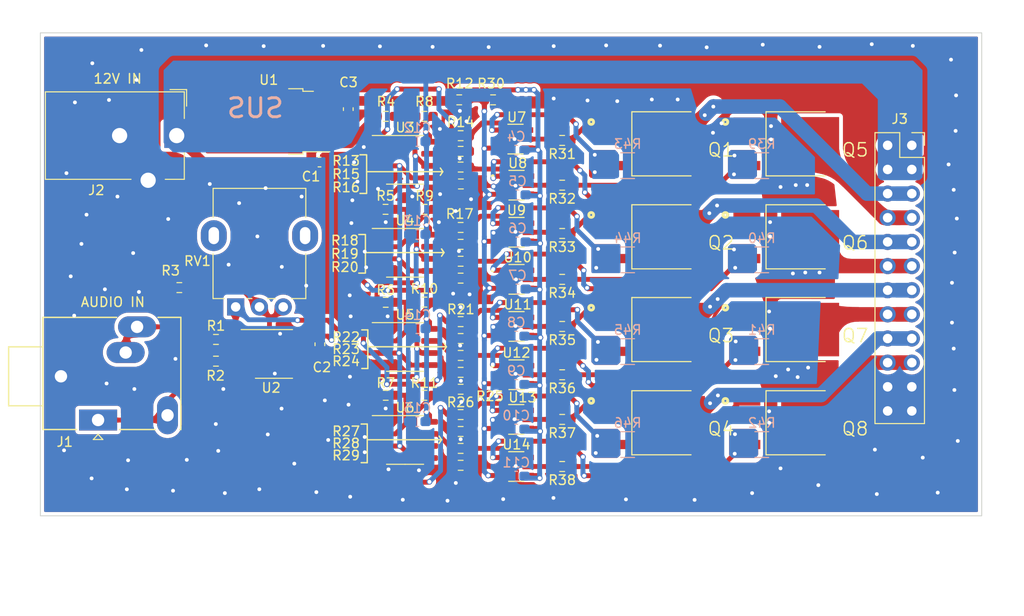
<source format=kicad_pcb>
(kicad_pcb (version 20240108) (generator "pcbnew") (generator_version "8.0")
  (title_block (title "VU meter") (date "2023-01-01") (rev "1.2") (company "Maks & Nikodem"))
  (layers (0 "F.Cu" signal) (31 "B.Cu" signal) (34 "B.Paste" user) (35 "F.Paste" user) (36 "B.SilkS" user "B.Silkscreen") (37 "F.SilkS" user "F.Silkscreen") (38 "B.Mask" user) (39 "F.Mask" user) (44 "Edge.Cuts" user))
  (net 0 "")
  (net 1 "+12V")
  (net 2 "GND")
  (net 3 "+5V")
  (net 4 "Net-(J1-PadR)")
  (net 5 "Net-(J1-PadT)")
  (net 6 "/LED_G1")
  (net 7 "/LED_G2")
  (net 8 "/LED_G3")
  (net 9 "/LED_G4")
  (net 10 "/LED_Y1")
  (net 11 "/LED_Y2")
  (net 12 "/LED_R1")
  (net 13 "/LED_R2")
  (net 14 "Net-(R1-Pad2)")
  (net 15 "Net-(R3-Pad2)")
  (net 16 "/comp_out1")
  (net 17 "/comp_out2")
  (net 18 "Net-(R13-Pad2)")
  (net 19 "/comp_out3")
  (net 20 "Net-(R21-Pad2)")
  (net 21 "/comp_out4")
  (net 22 "Net-(R15-Pad2)")
  (net 23 "/comp_out5")
  (net 24 "Net-(R23-Pad2)")
  (net 25 "/comp_out6")
  (net 26 "Net-(R17-Pad2)")
  (net 27 "/comp_out7")
  (net 28 "Net-(R26-Pad2)")
  (net 29 "/comp_out8")
  (net 30 "Net-(R19-Pad2)")
  (net 31 "Net-(R28-Pad2)")
  (net 32 "/I_LED")
  (net 33 "/audio_amp")
  (net 34 "Net-(U2-Pad6)")
  (net 35 "/gate1")
  (net 36 "/FBK_1")
  (net 37 "/gate3")
  (net 38 "/FBK_3")
  (net 39 "/gate5")
  (net 40 "/FBK_5")
  (net 41 "/gate7")
  (net 42 "/FBK_7")
  (net 43 "/gate2")
  (net 44 "/FBK_2")
  (net 45 "/gate4")
  (net 46 "/FBK_4")
  (net 47 "/gate6")
  (net 48 "/FBK_6")
  (net 49 "/gate8")
  (net 50 "/FBK_8")
  (net 51 "/audio_threshold_1")
  (net 52 "/audio_threshold_4")
  (net 53 "/audio_threshold_2")
  (net 54 "/audio_threshold_5")
  (net 55 "/audio_threshold_3")
  (net 56 "/audio_threshold_7")
  (net 57 "/audio_threshold_6")
  (net 58 "/audio_threshold_8")
  (net 59 "/Isource1")
  (net 60 "/Isource2")
  (net 61 "/Isource3")
  (net 62 "/Isource4")
  (net 63 "/Isource5")
  (net 64 "/Isource6")
  (net 65 "/Isource7")
  (net 66 "/Isource8")
  (footprint "Resistor_SMD:R_0603_1608Metric_Pad0.98x0.95mm_HandSolder" (layer "F.Cu") (at 145.1375 93.62075 180)
    (property "Reference" "R17")
    (property "Value" "6k8")
  )
  (footprint "Resistor_SMD:R_0603_1608Metric_Pad0.98x0.95mm_HandSolder" (layer "F.Cu") (at 155.8055 94.25575 180)
    (property "Reference" "R33")
    (property "Value" "1k")
  )
  (footprint "TLV3501AIDBVR:SOT95P280X145-6N" (layer "F.Cu") (at 150.9795 113.81375)
    (property "Reference" "U13")
    (property "Value" "TLV3501AIDBVR")
  )
  (footprint "Resistor_SMD:R_0603_1608Metric_Pad0.98x0.95mm_HandSolder" (layer "F.Cu") (at 144.987 80.20075 180)
    (property "Reference" "R12")
    (property "Value" "13k")
  )
  (footprint "Resistor_SMD:R_0603_1608Metric_Pad0.98x0.95mm_HandSolder" (layer "F.Cu") (at 137.2635 111.27375 180)
    (property "Reference" "R7")
    (property "Value" "10k")
  )
  (footprint "Resistor_SMD:R_0603_1608Metric_Pad0.98x0.95mm_HandSolder" (layer "F.Cu") (at 155.8055 99.08175 180)
    (property "Reference" "R34")
    (property "Value" "1k")
  )
  (footprint "Connector_Audio:Jack_3.5mm_Ledino_KB3SPRS_Horizontal" (layer "F.Cu") (at 107.03 113.8775)
    (property "Reference" "J1")
    (property "Value" "AudioJack3_SwitchTR")
  )
  (footprint "Resistor_SMD:R_0603_1608Metric_Pad0.98x0.95mm_HandSolder" (layer "F.Cu") (at 155.8055 113.81375 180)
    (property "Reference" "R37")
    (property "Value" "1k")
  )
  (footprint "Resistor_SMD:R_0603_1608Metric_Pad0.98x0.95mm_HandSolder" (layer "F.Cu") (at 145.1375 108.86075)
    (property "Reference" "R24")
    (property "Value" "4k7")
  )
  (footprint "TLV3501AIDBVR:SOT95P280X145-6N" (layer "F.Cu") (at 150.9795 118.76675)
    (property "Reference" "U14")
    (property "Value" "TLV3501AIDBVR")
  )
  (footprint "Connector_BarrelJack:BarrelJack_CUI_PJ-102AH_Horizontal" (layer "F.Cu") (at 115.293 83.959 -90)
    (property "Reference" "J2")
    (property "Value" "Barrel_Jack_MountingPin")
  )
  (footprint "Package_SO:SO-8_3.9x4.9mm_P1.27mm" (layer "F.Cu") (at 139.2955 86.50875)
    (property "Reference" "U3")
    (property "Value" "LM393")
  )
  (footprint "Resistor_SMD:R_0603_1608Metric_Pad0.98x0.95mm_HandSolder" (layer "F.Cu") (at 155.8055 109.11475 180)
    (property "Reference" "R36")
    (property "Value" "1k")
  )
  (footprint "Connector_PinSocket_2.54mm:PinSocket_2x12_P2.54mm_Vertical" (layer "F.Cu") (at 192.552 84.983)
    (property "Reference" "J3")
    (property "Value" "Conn_02x12_Counter_Clockwise")
  )
  (footprint "TLV3501AIDBVR:SOT95P280X145-6N" (layer "F.Cu") (at 151.008 104.03475)
    (property "Reference" "U11")
    (property "Value" "TLV3501AIDBVR")
  )
  (footprint "Resistor_SMD:R_0603_1608Metric_Pad0.98x0.95mm_HandSolder" (layer "F.Cu") (at 137.2635 81.93675 180)
    (property "Reference" "R4")
    (property "Value" "10k")
  )
  (footprint "Package_TO_SOT_SMD:TO-252-2" (layer "F.Cu") (at 126.0875 82.48075 180)
    (property "Reference" "U1")
    (property "Value" "LM7805_TO220")
  )
  (footprint "DPAK229P990X238-4N:DPAK229P990X238-4N" (layer "F.Cu") (at 179.3575 94.60575 -90)
    (property "Reference" "Q6")
    (property "Value" "NVD5C446NT4G")
  )
  (footprint "Resistor_SMD:R_0603_1608Metric_Pad0.98x0.95mm_HandSolder" (layer "F.Cu") (at 145.1375 118.63975)
    (property "Reference" "R29")
    (property "Value" "4k7")
  )
  (footprint "Resistor_SMD:R_0603_1608Metric_Pad0.98x0.95mm_HandSolder" (layer "F.Cu") (at 145.1375 103.52675 180)
    (property "Reference" "R21")
    (property "Value" "6k8")
  )
  (footprint "DPAK229P990X238-4N:DPAK229P990X238-4N" (layer "F.Cu") (at 165.257 104.363 -90)
    (property "Reference" "Q3")
    (property "Value" "NVD5C446NT4G")
  )
  (footprint "Resistor_SMD:R_0603_1608Metric_Pad0.98x0.95mm_HandSolder" (layer "F.Cu") (at 155.8055 104.03475 180)
    (property "Reference" "R35")
    (property "Value" "1k")
  )
  (footprint "Resistor_SMD:R_0603_1608Metric_Pad0.98x0.95mm_HandSolder" (layer "F.Cu") (at 145.1375 87.27075 180)
    (property "Reference" "R15")
    (property "Value" "6k8")
  )
  (footprint "Resistor_SMD:R_0603_1608Metric_Pad0.98x0.95mm_HandSolder" (layer "F.Cu") (at 155.8055 118.76675 180)
    (property "Reference" "R38")
    (property "Value" "1k")
  )
  (footprint "DPAK229P990X238-4N:DPAK229P990X238-4N" (layer "F.Cu") (at 179.3575 114.16375 -90)
    (property "Reference" "Q8")
    (property "Value" "NVD5C446NT4G")
  )
  (footprint "Resistor_SMD:R_0603_1608Metric_Pad0.98x0.95mm_HandSolder" (layer "F.Cu") (at 145.1375 95.39875)
    (property "Reference" "R18")
    (property "Value" "4k7")
  )
  (footprint "Resistor_SMD:R_0603_1608Metric_Pad0.98x0.95mm_HandSolder" (layer "F.Cu") (at 145.161 89.04875)
    (property "Reference" "R16")
    (property "Value" "4k7")
  )
  (footprint "TLV3501AIDBVR:SOT95P280X145-6N" (layer "F.Cu") (at 151.008 109.11475)
    (property "Reference" "U12")
    (property "Value" "TLV3501AIDBVR")
  )
  (footprint "Capacitor_SMD:C_0603_1608Metric_Pad1.08x0.95mm_HandSolder" (layer "F.Cu") (at 130.302 86.741)
    (property "Reference" "C1")
    (property "Value" "100n")
  )
  (footprint "DPAK229P990X238-4N:DPAK229P990X238-4N" (layer "F.Cu") (at 165.257 84.82675 -90)
    (property "Reference" "Q1")
    (property "Value" "NVD5C446NT4G")
  )
  (footprint "Resistor_SMD:R_0603_1608Metric_Pad0.98x0.95mm_HandSolder" (layer "F.Cu") (at 137.2635 101.49475 180)
    (property "Reference" "R6")
    (property "Value" "10k")
  )
  (footprint "Resistor_SMD:R_0603_1608Metric_Pad0.98x0.95mm_HandSolder" (layer "F.Cu") (at 145.1375 105.30475)
    (property "Reference" "R22")
    (property "Value" "4k7")
  )
  (footprint "Package_SO:SOIC-8_3.9x4.9mm_P1.27mm" (layer "F.Cu") (at 125.516 106.924)
    (property "Reference" "U2")
    (property "Value" "NE5532")
  )
  (footprint "DPAK229P990X238-4N:DPAK229P990X238-4N" (layer "F.Cu") (at 179.3575 104.363 -90)
    (property "Reference" "Q7")
    (property "Value" "NVD5C446NT4G")
  )
  (footprint "Resistor_SMD:R_0603_1608Metric_Pad0.98x0.95mm_HandSolder" (layer "F.Cu") (at 141.3275 81.93675 180)
    (property "Reference" "R8")
    (property "Value" "10k")
  )
  (footprint "DPAK229P990X238-4N:DPAK229P990X238-4N" (layer "F.Cu") (at 165.257 94.60575 -90)
    (property "Reference" "Q2")
    (property "Value" "NVD5C446NT4G")
  )
  (footprint "Resistor_SMD:R_0603_1608Metric_Pad0.98x0.95mm_HandSolder" (layer "F.Cu") (at 119.42 107.686)
    (property "Reference" "R2")
    (property "Value" "10k")
  )
  (footprint "DPAK229P990X238-4N:DPAK229P990X238-4N" (layer "F.Cu") (at 165.257 114.16375 -90)
    (property "Reference" "Q4")
    (property "Value" "NVD5C446NT4G")
  )
  (footprint "Package_SO:SO-8_3.9x4.9mm_P1.27mm" (layer "F.Cu") (at 139.2955 96.28775)
    (property "Reference" "U4")
    (property "Value" "LM393")
  )
  (footprint "TLV3501AIDBVR:SOT95P280X145-6N" (layer "F.Cu") (at 151.008 99.08175)
    (property "Reference" "U10")
    (property "Value" "TLV3501AIDBVR")
  )
  (footprint "Package_SO:SO-8_3.9x4.9mm_P1.27mm" (layer "F.Cu") (at 139.2955 106.19375)
    (property "Reference" "U5")
    (property "Value" "LM393")
  )
  (footprint "Capacitor_SMD:C_0603_1608Metric_Pad1.08x0.95mm_HandSolder" (layer "F.Cu") (at 133.3265 81.17475 -90)
    (property "Reference" "C3")
    (property "Value" "100n")
  )
  (footprint "Potentiometer_THT:Potentiometer_Alpha_RD901F-40-00D_Single_Vertical" (layer "F.Cu") (at 121.492 101.981 90)
    (property "Reference" "RV1")
    (property "Value" "22k")
  )
  (footprint "Resistor_SMD:R_0603_1608Metric_Pad0.98x0.95mm_HandSolder" (layer "F.Cu") (at 155.8055 89.17575 180)
    (property "Reference" "R32")
    (property "Value" "1k")
  )
  (footprint "Resistor_SMD:R_0603_1608Metric_Pad0.98x0.95mm_HandSolder" (layer "F.Cu") (at 119.42 105.4)
    (property "Reference" "R1")
    (property "Value" "10k")
  )
  (footprint "Resistor_SMD:R_0603_1608Metric_Pad0.98x0.95mm_HandSolder" (layer "F.Cu") (at 148.543 80.20075 180)
    (property "Reference" "R30")
    (property "Value" "6k8")
  )
  (footprint "Resistor_SMD:R_0603_1608Metric_Pad0.98x0.95mm_HandSolder" (layer "F.Cu") (at 141.3455 91.71575 180)
    (property "Reference" "R9")
    (property "Value" "10k")
  )
  (footprint "Resistor_SMD:R_0603_1608Metric_Pad0.98x0.95mm_HandSolder" (layer "F.Cu") (at 145.1375 83.96875 180)
    (property "Reference" "R13")
    (property "Value" "6k8")
  )
  (footprint "Package_SO:SO-8_3.9x4.9mm_P1.27mm" (layer "F.Cu") (at 139.2955 115.97275)
    (property "Reference" "U6")
    (property "Value" "LM393")
  )
  (footprint "Resistor_SMD:R_0603_1608Metric_Pad0.98x0.95mm_HandSolder" (layer "F.Cu") (at 115.57 99.949)
    (property "Reference" "R3")
    (property "Value" "1k")
  )
  (footprint "TLV3501AIDBVR:SOT95P280X145-6N" (layer "F.Cu") (at 151.008 94.12875)
    (property "Reference" "U9")
    (property "Value" "TLV3501AIDBVR")
  )
  (footprint "Resistor_SMD:R_0603_1608Metric_Pad0.98x0.95mm_HandSolder" (layer "F.Cu") (at 145.1375 85.61975)
    (property "Reference" "R14")
    (property "Value" "4k7")
  )
  (footprint "TLV3501AIDBVR:SOT95P280X145-6N" (layer "F.Cu") (at 151.008 89.17575)
    (property "Reference" "U8")
    (property "Value" "TLV3501AIDBVR")
  )
  (footprint "Resistor_SMD:R_0603_1608Metric_Pad0.98x0.95mm_HandSolder" (layer "F.Cu") (at 145.1375 98.95475)
    (property "Reference" "R20")
    (property "Value" "4k7")
  )
  (footprint "Resistor_SMD:R_0603_1608Metric_Pad0.98x0.95mm_HandSolder" (layer "F.Cu") (at 145.1375 110.63875 180)
    (property "Reference" "R25")
    (property "Value" "10k")
  )
  (footprint "Resistor_SMD:R_0603_1608Metric_Pad0.98x0.95mm_HandSolder" (layer "F.Cu") (at 141.3275 111.27375 180)
    (property "Reference" "R11")
    (property "Value" "10k")
  )
  (footprint "Capacitor_SMD:C_0603_1608Metric_Pad1.08x0.95mm_HandSolder" (layer "F.Cu") (at 130.342 105.908 -90)
    (property "Reference" "C2")
    (property "Value" "100n")
  )
  (footprint "Resistor_SMD:R_0603_1608Metric_Pad0.98x0.95mm_HandSolder" (layer "F.Cu") (at 145.1375 97.17675 180)
    (property "Reference" "R19")
    (property "Value" "6k8")
  )
  (footprint "Resistor_SMD:R_0603_1608Metric_Pad0.98x0.95mm_HandSolder" (layer "F.Cu") (at 145.1375 107.08275 180)
    (property "Reference" "R23")
    (property "Value" "6k8")
  )
  (footprint "Resistor_SMD:R_0603_1608Metric_Pad0.98x0.95mm_HandSolder" (layer "F.Cu") (at 137.2455 91.71575 180)
    (property "Reference" "R5")
    (property "Value" "10k")
  )
  (footprint "DPAK229P990X238-4N:DPAK229P990X238-4N" (layer "F.Cu") (at 179.3575 84.82675 -90)
    (property "Reference" "Q5")
    (property "Value" "NVD5C446NT4G")
  )
  (footprint "Resistor_SMD:R_0603_1608Metric_Pad0.98x0.95mm_HandSolder" (layer "F.Cu") (at 145.1375 115.08375)
    (property "Reference" "R27")
    (property "Value" "4k7")
  )
  (footprint "TLV3501AIDBVR:SOT95P280X145-6N" (layer "F.Cu") (at 150.9014 84.328)
    (property "Reference" "U7")
    (property "Value" "TLV3501AIDBVR")
  )
  (footprint "Resistor_SMD:R_0603_1608Metric_Pad0.98x0.95mm_HandSolder" (layer "F.Cu") (at 141.3275 101.473 180)
    (property "Reference" "R10")
    (property "Value" "10k")
  )
  (footprint "Resistor_SMD:R_0603_1608Metric_Pad0.98x0.95mm_HandSolder" (layer "F.Cu") (at 145.1375 116.86175 180)
    (property "Reference" "R28")
    (property "Value" "6k8")
  )
  (footprint "Resistor_SMD:R_0603_1608Metric_Pad0.98x0.95mm_HandSolder" (layer "F.Cu") (at 155.8055 84.467134 180)
    (property "Reference" "R31")
    (property "Value" "1k")
  )
  (footprint "Resistor_SMD:R_0603_1608Metric_Pad0.98x0.95mm_HandSolder" (layer "F.Cu") (at 145.1375 113.30575 180)
    (property "Reference" "R26")
    (property "Value" "6k8")
  )
  (footprint "Resistor_SMD:R_1210_3225Metric_Pad1.30x2.65mm_HandSolder" (layer "B.Cu") (at 162.687 87.122 180)
    (property "Reference" "R43")
    (property "Value" "33R")
  )
  (footprint "Resistor_SMD:R_1210_3225Metric_Pad1.30x2.65mm_HandSolder" (layer "B.Cu") (at 162.687 106.68 180)
    (property "Reference" "R45")
    (property "Value" "33R")
  )
  (footprint "Capacitor_SMD:C_0603_1608Metric_Pad1.08x0.95mm_HandSolder" (layer "B.Cu") (at 151.1065 95.14475 180)
    (property "Reference" "C6")
    (property "Value" "100n")
  )
  (footprint "Capacitor_SMD:C_0603_1608Metric_Pad1.08x0.95mm_HandSolder" (layer "B.Cu") (at 151.1065 100.09775 180)
    (property "Reference" "C7")
    (property "Value" "100n")
  )
  (footprint "Capacitor_SMD:C_0603_1608Metric_Pad1.08x0.95mm_HandSolder" (layer "B.Cu") (at 140.589 104.267 180)
    (property "Reference" "C14")
    (property "Value" "100n")
  )
  (footprint "Capacitor_SMD:C_0603_1608Metric_Pad1.08x0.95mm_HandSolder" (layer "B.Cu") (at 140.589 114.046 180)
    (property "Reference" "C15")
    (property "Value" "100n")
  )
  (footprint "Resistor_SMD:R_1210_3225Metric_Pad1.30x2.65mm_HandSolder" (layer "B.Cu") (at 176.784 97.028 180)
    (property "Reference" "R40")
    (property "Value" "33R")
  )
  (footprint "Capacitor_SMD:C_0603_1608Metric_Pad1.08x0.95mm_HandSolder" (layer "B.Cu") (at 150.9795 119.78275 180)
    (property "Reference" "C11")
    (property "Value" "100n")
  )
  (footprint "Capacitor_SMD:C_0603_1608Metric_Pad1.08x0.95mm_HandSolder" (layer "B.Cu") (at 151.1065 90.19175 180)
    (property "Reference" "C5")
    (property "Value" "100n")
  )
  (footprint "Capacitor_SMD:C_0603_1608Metric_Pad1.08x0.95mm_HandSolder" (layer "B.Cu") (at 150.9795 110.13075 180)
    (property "Reference" "C9")
    (property "Value" "100n")
  )
  (footprint "Resistor_SMD:R_1210_3225Metric_Pad1.30x2.65mm_HandSolder" (layer "B.Cu") (at 176.784 116.459 180)
    (property "Reference" "R42")
    (property "Value" "33R")
  )
  (footprint "Resistor_SMD:R_1210_3225Metric_Pad1.30x2.65mm_HandSolder" (layer "B.Cu") (at 162.687 116.459 180)
    (property "Reference" "R46")
    (property "Value" "33R")
  )
  (footprint "Resistor_SMD:R_1210_3225Metric_Pad1.30x2.65mm_HandSolder" (layer "B.Cu") (at 176.784 87.122 180)
    (property "Reference" "R39")
    (property "Value" "33R")
  )
  (footprint "Capacitor_SMD:C_0603_1608Metric_Pad1.08x0.95mm_HandSolder" (layer "B.Cu") (at 150.9795 114.82975 180)
    (property "Reference" "C10")
    (property "Value" "100n")
  )
  (footprint "Resistor_SMD:R_1210_3225Metric_Pad1.30x2.65mm_HandSolder" (layer "B.Cu") (at 162.687 97.028 180)
    (property "Reference" "R44")
    (property "Value" "33R")
  )
  (footprint "Capacitor_SMD:C_0603_1608Metric_Pad1.08x0.95mm_HandSolder" (layer "B.Cu") (at 150.9795 85.49275 180)
    (property "Reference" "C4")
    (property "Value" "100n")
  )
  (footprint "Resistor_SMD:R_1210_3225Metric_Pad1.30x2.65mm_HandSolder" (layer "B.Cu") (at 176.784 106.68 180)
    (property "Reference" "R41")
    (property "Value" "33R")
  )
  (footprint "Capacitor_SMD:C_0603_1608Metric_Pad1.08x0.95mm_HandSolder" (layer "B.Cu") (at 150.9795 105.05075 180)
    (property "Reference" "C8")
    (property "Value" "100n")
  )
  (footprint "Capacitor_SMD:C_0603_1608Metric_Pad1.08x0.95mm_HandSolder" (layer "B.Cu") (at 140.589 94.361 180)
    (property "Reference" "C13")
    (property "Value" "100n")
  )
  (footprint "Capacitor_SMD:C_0603_1608Metric_Pad1.08x0.95mm_HandSolder" (layer "B.Cu") (at 140.589 84.582 180)
    (property "Reference" "C12")
    (property "Value" "100n")
  )
  (gr_line (start 134.5565 85.979) (end 135.1915 85.979) (stroke (width 0.15)) (layer "F.SilkS"))
  (gr_line (start 135.382 108.458) (end 134.747 108.458) (stroke (width 0.15)) (layer "F.SilkS"))
  (gr_line (start 143.383 96.266) (end 143.129 96.647) (stroke (width 0.15)) (layer "F.SilkS"))
  (gr_line (start 135.128 96.266) (end 143.383 96.266) (stroke (width 0.15)) (layer "F.SilkS"))
  (gr_line (start 135.3185 114.3) (end 135.3185 118.364) (stroke (width 0.15)) (layer "F.SilkS"))
  (gr_line (start 143.256 87.757) (end 143.002 87.376) (stroke (width 0.15)) (layer "F.SilkS"))
  (gr_line (start 143.637 106.172) (end 143.383 106.553) (stroke (width 0.15)) (layer "F.SilkS"))
  (gr_line (start 135.382 115.951) (end 143.129 115.951) (stroke (width 0.15)) (layer "F.SilkS"))
  (gr_line (start 143.129 115.951) (end 142.875 115.57) (stroke (width 0.15)) (layer "F.SilkS"))
  (gr_line (start 143.637 106.172) (end 143.383 105.791) (stroke (width 0.15)) (layer "F.SilkS"))
  (gr_line (start 135.128 94.361) (end 135.128 98.425) (stroke (width 0.15)) (layer "F.SilkS"))
  (gr_line (start 143.637 106.172) (end 135.382 106.172) (stroke (width 0.15)) (layer "F.SilkS"))
  (gr_line (start 135.0645 98.425) (end 134.4295 98.425) (stroke (width 0.15)) (layer "F.SilkS"))
  (gr_line (start 135.382 104.394) (end 135.382 108.458) (stroke (width 0.15)) (layer "F.SilkS"))
  (gr_line (start 134.747 104.394) (end 135.382 104.394) (stroke (width 0.15)) (layer "F.SilkS"))
  (gr_line (start 134.4295 94.361) (end 135.0645 94.361) (stroke (width 0.15)) (layer "F.SilkS"))
  (gr_line (start 135.255 87.757) (end 143.256 87.757) (stroke (width 0.15)) (layer "F.SilkS"))
  (gr_line (start 134.6835 114.3) (end 135.3185 114.3) (stroke (width 0.15)) (layer "F.SilkS"))
  (gr_line (start 135.255 85.979) (end 135.255 90.043) (stroke (width 0.15)) (layer "F.SilkS"))
  (gr_line (start 143.383 96.266) (end 143.129 95.885) (stroke (width 0.15)) (layer "F.SilkS"))
  (gr_line (start 135.1915 90.043) (end 134.5565 90.043) (stroke (width 0.15)) (layer "F.SilkS"))
  (gr_line (start 135.3185 118.364) (end 134.6835 118.364) (stroke (width 0.15)) (layer "F.SilkS"))
  (gr_line (start 143.129 115.951) (end 142.875 116.332) (stroke (width 0.15)) (layer "F.SilkS"))
  (gr_line (start 143.129 95.885) (end 143.383 96.266) (stroke (width 0.15)) (layer "F.SilkS"))
  (gr_line (start 143.256 87.757) (end 143.002 88.138) (stroke (width 0.15)) (layer "F.SilkS"))
  (gr_rect (start 100.965 73.152) (end 199.898 123.952) (stroke (width 0.1)) (fill none) (layer "Edge.Cuts"))
  (gr_text "SUS" (at 123.555 81.063 0) (layer "B.SilkS") (effects (font (size 2 2) (thickness 0.3)) (justify mirror)))
  (gr_text "AUDIO IN" (at 108.585 101.473 0) (layer "F.SilkS") (effects (font (size 1 1))))
  (gr_text "12V IN" (at 109.093 77.978 0) (layer "F.SilkS") (effects (font (size 1 1))))
  (segment (start 130.3155 105.019) (end 130.342 105.0455) (width 0.762) (layer "F.Cu") (net 1))
  (segment (start 141.8705 83.9839) (end 141.478 83.5914) (width 0.508) (layer "F.Cu") (net 1))
  (segment (start 141.8705 84.60375) (end 141.8705 83.9839) (width 0.508) (layer "F.Cu") (net 1))
  (segment (start 129.4395 85.60875) (end 130.2875 84.76075) (width 1.016) (layer "F.Cu") (net 1))
  (segment (start 141.8705 113.3717) (end 141.5542 113.0554) (width 0.508) (layer "F.Cu") (net 1))
  (segment (start 141.8705 104.28875) (end 141.8705 103.5673) (width 0.508) (layer "F.Cu") (net 1))
  (segment (start 136.351 81.93675) (end 133.527 84.76075) (width 1.016) (layer "F.Cu") (net 1))
  (segment (start 141.8705 103.5673) (end 141.5542 103.251) (width 0.508) (layer "F.Cu") (net 1))
  (segment (start 131.1567 105.0455) (end 131.572 105.4608) (width 0.508) (layer "F.Cu") (net 1))
  (segment (start 141.8705 93.6867) (end 141.5542 93.3704) (width 0.508) (layer "F.Cu") (net 1))
  (segment (start 130.342 105.0455) (end 131.1567 105.0455) (width 0.508) (layer "F.Cu") (net 1))
  (segment (start 129.4395 86.741) (end 129.4395 85.60875) (width 1.016) (layer "F.Cu") (net 1))
  (segment (start 141.8705 114.06775) (end 141.8705 113.3717) (width 0.508) (layer "F.Cu") (net 1))
  (segment (start 129.4395 86.741) (end 118.075 86.741) (width 1.016) (layer "F.Cu") (net 1))
  (segment (start 118.075 86.741) (end 115.293 83.959) (width 1.016) (layer "F.Cu") (net 1))
  (segment (start 141.8705 94.38275) (end 141.8705 93.6867) (width 0.508) (layer "F.Cu") (net 1))
  (segment (start 133.527 84.76075) (end 130.2875 84.76075) (width 1.016) (layer "F.Cu") (net 1))
  (segment (start 127.991 105.019) (end 130.3155 105.019) (width 0.762) (layer "F.Cu") (net 1))
  (via (at 131.572 105.4608) (size 0.6) (drill 0.4) (layers "F.Cu" "B.Cu") (net 1))
  (via (at 141.5542 103.251) (size 0.6) (drill 0.4) (layers "F.Cu" "B.Cu") (net 1))
  (via (at 141.5542 113.0554) (size 0.6) (drill 0.4) (layers "F.Cu" "B.Cu") (net 1))
  (via (at 141.478 83.5914) (size 0.6) (drill 0.4) (layers "F.Cu" "B.Cu") (net 1))
  (via (at 141.5542 93.3704) (size 0.6) (drill 0.4) (layers "F.Cu" "B.Cu") (net 1))
  (segment (start 141.5542 84.6847) (end 141.4515 84.582) (width 0.508) (layer "B.Cu") (net 1))
  (segment (start 141.5542 94.2583) (end 141.4515 94.361) (width 0.508) (layer "B.Cu") (net 1))
  (segment (start 141.478 77.597) (end 141.8844 77.1906) (width 0.508) (layer "B.Cu") (net 1))
  (segment (start 141.5542 113.9433) (end 141.4515 114.046) (width 0.508) (layer "B.Cu") (net 1))
  (segment (start 141.478 84.5555) (end 141.4515 84.582) (width 0.508) (layer "B.Cu") (net 1))
  (segment (start 141.478 83.5914) (end 141.478 77.597) (width 0.508) (layer "B.Cu") (net 1))
  (segment (start 141.8844 77.1906) (end 142.2146 77.1906) (width 0.508) (layer "B.Cu") (net 1))
  (segment (start 141.5542 104.1643) (end 141.4515 104.267) (width 0.508) (layer "B.Cu") (net 1))
  (segment (start 131.572 105.4608) (end 131.572 83.566) (width 0.508) (layer "B.Cu") (net 1))
  (segment (start 141.5542 93.3704) (end 141.5542 94.2583) (width 0.508) (layer "B.Cu") (net 1))
  (segment (start 141.5542 113.0554) (end 141.5542 103.251) (width 0.508) (layer "B.Cu") (net 1))
  (segment (start 131.572 83.566) (end 131.064 83.058) (width 0.508) (layer "B.Cu") (net 1))
  (segment (start 141.5542 103.251) (end 141.5542 104.1643) (width 0.508) (layer "B.Cu") (net 1))
  (segment (start 141.5542 103.251) (end 141.5542 93.3704) (width 0.508) (layer "B.Cu") (net 1))
  (segment (start 141.5542 113.0554) (end 141.5542 113.9433) (width 0.508) (layer "B.Cu") (net 1))
  (segment (start 141.478 83.5914) (end 141.478 84.5555) (width 0.508) (layer "B.Cu") (net 1))
  (segment (start 141.5542 93.3704) (end 141.5542 84.6847) (width 0.508) (layer "B.Cu") (net 1))
  (segment (start 149.753 104.03475) (end 148.61905 104.03475) (width 0.508) (layer "F.Cu") (net 2))
  (segment (start 149.6464 84.328) (end 150.7998 84.328) (width 0.508) (layer "F.Cu") (net 2))
  (segment (start 150.85425 94.12875) (end 150.9014 94.0816) (width 0.508) (layer "F.Cu") (net 2))
  (segment (start 150.77805 113.81375) (end 150.7998 113.792) (width 0.508) (layer "F.Cu") (net 2))
  (segment (start 149.753 104.03475) (end 150.85425 104.03475) (width 0.508) (layer "F.Cu") (net 2))
  (segment (start 148.64445 94.12875) (end 148.59 94.1832) (width 0.508) (layer "F.Cu") (net 2))
  (segment (start 148.56825 113.81375) (end 148.5138 113.8682) (width 0.508) (layer "F.Cu") (net 2))
  (segment (start 149.7245 113.81375) (end 150.77805 113.81375) (width 0.508) (layer "F.Cu") (net 2))
  (segment (start 149.7245 113.81375) (end 148.56825 113.81375) (width 0.508) (layer "F.Cu") (net 2))
  (segment (start 149.753 94.12875) (end 150.85425 94.12875) (width 0.508) (layer "F.Cu") (net 2))
  (segment (start 150.85425 104.03475) (end 150.9014 103.9876) (width 0.508) (layer "F.Cu") (net 2))
  (segment (start 150.9522 99.0854) (end 149.75665 99.0854) (width 0.508) (layer "F.Cu") (net 2))
  (segment (start 149.85095 109.0168) (end 149.753 109.11475) (width 0.508) (layer "F.Cu") (net 2))
  (segment (start 150.9014 109.0168) (end 149.85095 109.0168) (width 0.508) (layer "F.Cu") (net 2))
  (segment (start 149.75665 99.0854) (end 149.753 99.08175) (width 0.508) (layer "F.Cu") (net 2))
  (segment (start 150.84695 89.17575) (end 150.9014 89.2302) (width 0.508) (layer "F.Cu") (net 2))
  (segment (start 148.61905 104.03475) (end 148.5646 104.0892) (width 0.508) (layer "F.Cu") (net 2))
  (segment (start 149.753 89.17575) (end 150.84695 89.17575) (width 0.508) (layer "F.Cu") (net 2))
  (segment (start 149.753 94.12875) (end 148.64445 94.12875) (width 0.508) (layer "F.Cu") (net 2))
  (via (at 106.426 76.3524) (size 0.6) (drill 0.4) (layers "F.Cu" "B.Cu") (net 2))
  (via (at 177.555 114.163) (size 0.6) (drill 0.4) (layers "F.Cu" "B.Cu") (net 2))
  (via (at 142.1892 74.6252) (size 0.6) (drill 0.4) (layers "F.Cu" "B.Cu") (net 2))
  (via (at 177.755 82.963) (size 0.6) (drill 0.4) (layers "F.Cu" "B.Cu") (net 2))
  (via (at 145.1356 115.9002) (size 0.6) (drill 0.4) (layers "F.Cu" "B.Cu") (net 2))
  (via (at 120.355 121.563) (size 0.6) (drill 0.4) (layers "F.Cu" "B.Cu") (net 2))
  (via (at 135.055 117.263) (size 0.6) (drill 0.4) (layers "F.Cu" "B.Cu") (net 2))
  (via (at 150.9014 89.2302) (size 0.6) (drill 0.4) (layers "F.Cu" "B.Cu") (net 2))
  (via (at 133.355 112.263) (size 0.6) (drill 0.4) (layers "F.Cu" "B.Cu") (net 2))
  (via (at 145.055 81.363) (size 0.6) (drill 0.4) (layers "F.Cu" "B.Cu") (net 2))
  (via (at 134.955 85.163) (size 0.6) (drill 0.4) (layers "F.Cu" "B.Cu") (net 2))
  (via (at 146.2278 90.6526) (size 0.6) (drill 0.4) (layers "F.Cu" "B.Cu") (net 2))
  (via (at 139.055 122.263) (size 0.6) (drill 0.4) (layers "F.Cu" "B.Cu") (net 2))
  (via (at 177.655 104.263) (size 0.6) (drill 0.4) (layers "F.Cu" "B.Cu") (net 2))
  (via (at 150.7998 113.792) (size 0.6) (drill 0.4) (layers "F.Cu" "B.Cu") (net 2))
  (via (at 124.4346 74.549) (size 0.6) (drill 0.4) (layers "F.Cu" "B.Cu") (net 2))
  (via (at 124.8664 115.3922) (size 0.6) (drill 0.4) (layers "F.Cu" "B.Cu") (net 2))
  (via (at 160.4264 74.4728) (size 0.6) (drill 0.4) (layers "F.Cu" "B.Cu") (net 2))
  (via (at 118.7704 89.0524) (size 0.6) (drill 0.4) (layers "F.Cu" "B.Cu") (net 2))
  (via (at 196.4182 86.995) (size 0.6) (drill 0.4) (layers "F.Cu" "B.Cu") (net 2))
  (via (at 109.0676 90.3732) (size 0.6) (drill 0.4) (layers "F.Cu" "B.Cu") (net 2))
  (via (at 143.755 122.363) (size 0.6) (drill 0.4) (layers "F.Cu" "B.Cu") (net 2))
  (via (at 197.0278 110.7186) (size 0.6) (drill 0.4) (layers "F.Cu" "B.Cu") (net 2))
  (via (at 104.521 102.8954) (size 0.6) (drill 0.4) (layers "F.Cu" "B.Cu") (net 2))
  (via (at 135.055 115.663) (size 0.6) (drill 0.4) (layers "F.Cu" "B.Cu") (net 2))
  (via (at 171.655 83.663) (size 0.6) (drill 0.4) (layers "F.Cu" "B.Cu") (net 2))
  (via (at 103.7082 87.9094) (size 0.6) (drill 0.4) (layers "F.Cu" "B.Cu") (net 2))
  (via (at 105.283 95.3516) (size 0.6) (drill 0.4) (layers "F.Cu" "B.Cu") (net 2))
  (via (at 133.655 93.163) (size 0.6) (drill 0.4) (layers "F.Cu" "B.Cu") (net 2))
  (via (at 154.9146 80.0608) (size 0.6) (drill 0.4) (layers "F.Cu" "B.Cu") (net 2))
  (via (at 128.905 99.7458) (size 0.6) (drill 0.4) (layers "F.Cu" "B.Cu") (net 2))
  (via (at 111.3282 100.4062) (size 0.6) (drill 0.4) (layers "F.Cu" "B.Cu") (net 2))
  (via (at 144.3482 100.584) (size 0.6) (drill 0.4) (layers "F.Cu" "B.Cu") (net 2))
  (via (at 145.755 82.463) (size 0.6) (drill 0.4) (layers "F.Cu" "B.Cu") (net 2))
  (via (at 197.155 83.463) (size 0.6) (drill 0.4) (layers "F.Cu" "B.Cu") (net 2))
  (via (at 121.855 91.063) (size 0.6) (drill 0.4) (layers "F.Cu" "B.Cu") (net 2))
  (via (at 178.255 109.263) (size 0.6) (drill 0.4) (layers "F.Cu" "B.Cu") (net 2))
  (via (at 123.7742 94.5642) (size 0.6) (drill 0.4) (layers "F.Cu" "B.Cu") (net 2))
  (via (at 150.7998 84.328) (size 0.6) (drill 0.4) (layers "F.Cu" "B.Cu") (net 2))
  (via (at 148.5138 113.8682) (size 0.6) (drill 0.4) (layers "F.Cu" "B.Cu") (net 2))
  (via (at 133.755 90.763) (size 0.6) (drill 0.4) (layers "F.Cu" "B.Cu") (net 2))
  (via (at 176.8856 74.3966) (size 0.6) (drill 0.4) (layers "F.Cu" "B.Cu") (net 2))
  (via (at 123.9774 121.158) (size 0.6) (drill 0.4) (layers "F.Cu" "B.Cu") (net 2))
  (via (at 182.8546 74.6252) (size 0.6) (drill 0.4) (layers "F.Cu" "B.Cu") (net 2))
  (via (at 145.2118 111.9632) (size 0.6) (drill 0.4) (layers "F.Cu" "B.Cu") (net 2))
  (via (at 145.034 86.36) (size 0.6) (drill 0.4) (layers "F.Cu" "B.Cu") (net 2))
  (via (at 196.7738 99.441) (size 0.6) (drill 0.4) (layers "F.Cu" "B.Cu") (net 2))
  (via (at 103.455 117.063) (size 0.6) (drill 0.4) (layers "F.Cu" "B.Cu") (net 2))
  (via (at 106.3498 120.015) (size 0.6) (drill 0.4) (layers "F.Cu" "B.Cu") (net 2))
  (via (at 150.9522 99.0854) (size 0.6) (drill 0.4) (layers "F.Cu" "B.Cu") (net 2))
  (via (at 178.755 89.363) (size 0.6) (drill 0.4) (layers "F.Cu" "B.Cu") (net 2))
  (via (at 165.227 80.1624) (size 0.6) (drill 0.4) (layers "F.Cu" "B.Cu") (net 2))
  (via (at 145.161 109.7534) (size 0.6) (drill 0.4) (layers "F.Cu" "B.Cu") (net 2))
  (via (at 170.9928 74.676) (size 0.6) (drill 0.4) (layers "F.Cu" "B.Cu") (net 2))
  (via (at 142.955 83.263) (size 0.6) (drill 0.4) (layers "F.Cu" "B.Cu") (net 2))
  (via (at 136.455 89.563) (size 0.6) (drill 0.4) (layers "F.Cu" "B.Cu") (net 2))
  (via (at 158.4706 80.264) (size 0.6) (drill 0.4) (layers "F.Cu" "B.Cu") (net 2))
  (via (at 148.59 94.1832) (size 0.6) (drill 0.4) (layers "F.Cu" "B.Cu") (net 2))
  (via (at 126.1618 104.8004) (size 0.6) (drill 0.4) (layers "F.Cu" "B.Cu") (net 2))
  (via (at 125.603 108.9914) (size 0.6) (drill 0.4) (layers "F.Cu" "B.Cu") (net 2))
  (via (at 181.555 89.163) (size 0.6) (drill 0.4) (layers "F.Cu" "B.Cu") (net 2))
  (via (at 144.9578 96.1136) (size 0.6) (drill 0.4) (layers "F.Cu" "B.Cu") (net 2))
  (via (at 192.659 74.5236) (size 0.6) (drill 0.4) (layers "F.Cu" "B.Cu") (net 2))
  (via (at 115.1636 107.442) (size 0.6) (drill 0.4) (layers "F.Cu" "B.Cu") (net 2))
  (via (at 149.606 122.1994) (size 0.6) (drill 0.4) (layers "F.Cu" "B.Cu") (net 2))
  (via (at 105.8164 92.2782) (size 0.6) (drill 0.4) (layers "F.Cu" "B.Cu") (net 2))
  (via (at 177.655 93.063) (size 0.6) (drill 0.4) (layers "F.Cu" "B.Cu") (net 2))
  (via (at 142.8496 93.0656) (size 0.6) (drill 0.4) (layers "F.Cu" "B.Cu") (net 2))
  (via (at 148.59 89.3064) (size 0.6) (drill 0.4) (layers "F.Cu" "B.Cu") (net 2))
  (via (at 133.5278 121.9454) (size 0.6) (drill 0.4) (layers "F.Cu" "B.Cu") (net 2))
  (via (at 177.655 94.563) (size 0.6) (drill 0.4) (layers "F.Cu" "B.Cu") (net 2))
  (via (at 197.055 96.263) (size 0.6) (drill 0.4) (layers "F.Cu" "B.Cu") (net 2))
  (via (at 114.9096 121.3104) (size 0.6) (drill 0.4) (layers "F.Cu" "B.Cu") (net 2))
  (via (at 169.7228 122.2756) (size 0.6) (drill 0.4) (layers "F.Cu" "B.Cu") (net 2))
  (via (at 140.055 90.363) (size 0.6) (drill 0.4) (layers "F.Cu" "B.Cu") (net 2))
  (via (at 136.652 74.5744) (size 0.6) (drill 0.4) (layers "F.Cu" "B.Cu") (net 2))
  (via (at 196.7738 103.632) (size 0.6) (drill 0.4) (layers "F.Cu" "B.Cu") (net 2))
  (via (at 144.6276 120.4976) (size 0.6) (drill 0.4) (layers "F.Cu" "B.Cu") (net 2))
  (via (at 180.355 89.163) (size 0.6) (drill 0.4) (layers "F.Cu" "B.Cu") (net 2))
  (via (at 120.1928 110.617) (size 0.6) (drill 0.4) (layers "F.Cu" "B.Cu") (net 2))
  (via (at 148.082 74.6506) (size 0.6) (drill 0.4) (layers "F.Cu" "B.Cu") (net 2))
  (via (at 110.1852 118.11) (size 0.6) (drill 0.4) (layers "F.Cu" "B.Cu") (net 2))
  (via (at 181.655 108.363) (size 0.6) (drill 0.4) (layers "F.Cu" "B.Cu") (net 2))
  (via (at 162.5092 122.2248) (size 0.6) (drill 0.4) (layers "F.Cu" "B.Cu") (net 2))
  (via (at 130.683 74.5236) (size 0.6) (drill 0.4) (layers "F.Cu" "B.Cu") (net 2))
  (via (at 128.4224 90.3732) (size 0.6) (drill 0.4) (layers "F.Cu" "B.Cu") (net 2))
  (via (at 197.2056 79.7306) (size 0.6) (drill 0.4) (layers "F.Cu" "B.Cu") (net 2))
  (via (at 133.5786 102.9716) (size 0.6) (drill 0.4) (layers "F.Cu" "B.Cu") (net 2))
  (via (at 144.6022 91.8972) (size 0.6) (drill 0.4) (layers "F.Cu" "B.Cu") (net 2))
  (via (at 181.355 98.363) (size 0.6) (drill 0.4) (layers "F.Cu" "B.Cu") (net 2))
  (via (at 175.768 121.5644) (size 0.6) (drill 0.4) (layers "F.Cu" "B.Cu") (net 2))
  (via (at 146.0754 100.6602) (size 0.6) (drill 0.4) (layers "F.Cu" "B.Cu") (net 2))
  (via (at 107.7468 100.1268) (size 0.6) (drill 0.4) (layers "F.Cu" "B.Cu") (net 2))
  (via (at 137.555 119.063) (size 0.6) (drill 0.4) (layers "F.Cu" "B.Cu") (net 2))
  (via (at 119.4054 114.3) (size 0.6) (drill 0.4) (layers "F.Cu" "B.Cu") (net 2))
  (via (at 116.355 118.063) (size 0.6) (drill 0.4) (layers "F.Cu" "B.Cu") (net 2))
  (via (at 137.255 112.663) (size 0.6) (drill 0.4) (layers "F.Cu" "B.Cu") (net 2))
  (via (at 111.5822 74.9554) (size 0.6) (drill 0.4) (layers "F.Cu" "B.Cu") (net 2))
  (via (at 188.6712 116.9924) (size 0.6) (drill 0.4) (layers "F.Cu" "B.Cu") (net 2))
  (via (at 119.6594 117.1194) (size 0.6) (drill 0.4) (layers "F.Cu" "B.Cu") (net 2))
  (via (at 130.8608 111.8108) (size 0.6) (drill 0.4) (layers "F.Cu" "B.Cu") (net 2))
  (via (at 133.9342 86.7664) (size 0.6) (drill 0.4) (layers "F.Cu" "B.Cu") (net 2))
  (via (at 188.341 74.3458) (size 0.6) (drill 0.4) (layers "F.Cu" "B.Cu") (net 2))
  (via (at 177.555 112.963) (size 0.6) (drill 0.4) (layers "F.Cu" "B.Cu") (net 2))
  (via (at 196.955 106.363) (size 0.6) (drill 0.4) (layers "F.Cu" "B.Cu") (net 2))
  (via (at 182.855 98.363) (size 0.6) (drill 0.4) (layers "F.Cu" "B.Cu") (net 2))
  (via (at 166.0906 74.4982) (size 0.6) (drill 0.4) (layers "F.Cu" "B.Cu") (net 2))
  (via (at 196.955 89.663) (size 0.6) (drill 0.4) (layers "F.Cu" "B.Cu") (net 2))
  (via (at 193.7004 117.8306) (size 0.6) (drill 0.4) (layers "F.Cu" "B.Cu") (net 2))
  (via (at 150.9014 103.9876) (size 0.6) (drill 0.4) (layers "F.Cu" "B.Cu") (net 2))
  (via (at 197.3834 116.078) (size 0.6) (drill 0.4) (layers "F.Cu" "B.Cu") (net 2))
  (via (at 161.5948 80.3402) (size 0.6) (drill 0.4) (layers "F.Cu" "B.Cu") (net 2))
  (via (at 110.8456 110.617) (size 0.6) (drill 0.4) (layers "F.Cu" "B.Cu") (net 2))
  (via (at 197.2818 92.6846) (size 0.6) (drill 0.4) (layers "F.Cu" "B.Cu") (net 2))
  (via (at 124.6378 89.4842) (size 0.6) (drill 0.4) (layers "F.Cu" "B.Cu") (net 2))
  (via (at 104.5972 80.4672) (size 0.6) (drill 0.4) (layers "F.Cu" "B.Cu") (net 2))
  (via (at 127.655 118.463) (size 0.6) (drill 0.4) (layers "F.Cu" "B.Cu") (net 2))
  (via (at 133.477 100.7618) (size 0.6) (drill 0.4) (layers "F.Cu" "B.Cu") (net 2))
  (via (at 150.9268 118.7196) (size 0.6) (drill 0.4) (layers "F.Cu" "B.Cu") (net 2))
  (via (at 196.6722 75.9714) (size 0.6) (drill 0.4) (layers "F.Cu" "B.Cu") (net 2))
  (via (at 129.9718 121.4628) (size 0.6) (drill 0.4) (layers "F.Cu" "B.Cu") (net 2))
  (via (at 126.3396 97.7646) (size 0.6) (drill 0.4) (layers "F.Cu" "B.Cu") (net 2))
  (via (at 104.155 98.763) (size 0.6) (drill 0.4) (layers "F.Cu" "B.Cu") (net 2))
  (via (at 167.9448 80.1624) (size 0.6) (drill 0.4) (layers "F.Cu" "B.Cu") (net 2))
  (via (at 140.755 119.163) (size 0.6) (drill 0.4) (layers "F.Cu" "B.Cu") (net 2))
  (via (at 177.755 84.363) (size 0.6) (drill 0.4) (layers "F.Cu" "B.Cu") (net 2))
  (via (at 154.8892 122.0724) (size 0.6) (drill 0.4) (layers "F.Cu" "B.Cu") (net 2))
  (via (at 148.5646 104.0892) (size 0.6) (drill 0.4) (layers "F.Cu" "B.Cu") (net 2))
  (via (at 178.755 118.963) (size 0.6) (drill 0.4) (layers "F.Cu" "B.Cu") (net 2))
  (via (at 179.555 108.563) (size 0.6) (drill 0.4) (layers "F.Cu" "B.Cu") (net 2))
  (via (at 137.4648 102.9716) (size 0.6) (drill 0.4) (layers "F.Cu" "B.Cu") (net 2))
  (via (at 110.7186 96.3168) (size 0.6) (drill 0.4) (layers "F.Cu" "B.Cu") (net 2))
  (via (at 134.2898 88.7984) (size 0.6) (drill 0.4) (layers "F.Cu" "B.Cu") (net 2))
  (via (at 110.055 121.163) (size 0.6) (drill 0.4) (layers "F.Cu" "B.Cu") (net 2))
  (via (at 172.555 82.663) (size 0.6) (drill 0.4) (layers "F.Cu" "B.Cu") (net 2))
  (via (at 120.7516 97.536) (size 0.6) (drill 0.4) (layers "F.Cu" "B.Cu") (net 2))
  (via (at 142.9766 90.1192) (size 0.6) (drill 0.4) (layers "F.Cu" "B.Cu") (net 2))
  (via (at 111.0742 78.105) (size 0.6) (drill 0.4) (layers "F.Cu" "B.Cu") (net 2))
  (via (at 137.2616 93.0656) (size 0.6) (drill 0.4) (layers "F.Cu" "B.Cu") (net 2))
  (via (at 126.3142 112.6744) (size 0.6) (drill 0.4) (layers "F.Cu" "B.Cu") (net 2))
  (via (at 154.9146 74.549) (size 0.6) (drill 0.4) (layers "F.Cu" "B.Cu") (net 2))
  (via (at 107.9246 110.0328) (size 0.6) (drill 0.4) (layers "F.Cu" "B.Cu") (net 2))
  (via (at 114.4016 92.7354) (size 0.6) (drill 0.4) (layers "F.Cu" "B.Cu") (net 2))
  (via (at 150.9014 94.0816) (size 0.6) (drill 0.4) (layers "F.Cu" "B.Cu") (net 2))
  (via (at 177.555 102.463) (size 0.6) (drill 0.4) (layers "F.Cu" "B.Cu") (net 2))
  (via (at 195.2752 121.5136) (size 0.6) (drill 0.4) (layers "F.Cu" "B.Cu") (net 2))
  (via (at 150.9014 109.0168) (size 0.6) (drill 0.4) (layers "F.Cu" "B.Cu") (net 2))
  (via (at 108.1786 80.2132) (size 0.6) (drill 0.4) (layers "F.Cu" "B.Cu") (net 2))
  (via (at 182.7276 120.7262) (size 0.6) (drill 0.4) (layers "F.Cu" "B.Cu") (net 2))
  (via (at 188.8744 121.666) (size 0.6) (drill 0.4) (layers "F.Cu" "B.Cu") (net 2))
  (via (at 118.3894 74.4728) (size 0.6) (drill 0.4) (layers "F.Cu" "B.Cu") (net 2))
  (via (at 131.2164 115.9764) (size 0.6) (drill 0.4) (layers "F.Cu" "B.Cu") (net 2))
  (via (at 133.5024 109.3216) (size 0.6) (drill 0.4) (layers "F.Cu" "B.Cu") (net 2))
  (via (at 180.055 98.463) (size 0.6) (drill 0.4) (layers "F.Cu" "B.Cu") (net 2))
  (via (at 135.2042 97.8154) (size 0.6) (drill 0.4) (layers "F.Cu" "B.Cu") (net 2))
  (via (at 180.555 109.363) (size 0.6) (drill 0.4) (layers "F.Cu" "B.Cu") (net 2))
  (via (at 145.0848 106.045) (size 0.6) (drill 0.4) (layers "F.Cu" "B.Cu") (net 2))
  (via (at 145.1356 102.0064) (size 0.6) (drill 0.4) (layers "F.Cu" "B.Cu") (net 2))
  (via (at 135.055 96.163) (size 0.6) (drill 0.4) (layers "F.Cu" "B.Cu") (net 2))
  (segment (start 152.263 100.03175) (end 153.32095 100.03175) (width 0.508) (layer "F.Cu") (net 3))
  (segment (start 153.19395 114.76375) (end 153.4922 115.062) (width 0.508) (layer "F.Cu") (net 3))
  (segment (start 153.27015 110.06475) (end 153.4414 110.236) (width 0.508) (layer "F.Cu") (net 3))
  (segment (start 153.0706 85.278) (end 153.2636 85.471) (width 0.508) (layer "F.Cu") (net 3))
  (segment (start 152.8318 79.1464) (end 151.9936 79.1464) (width 0.508) (layer "F.Cu") (net 3))
  (segment (start 153.27015 95.07875) (end 153.4922 95.3008) (width 0.508) (layer "F.Cu") (net 3))
  (segment (start 143.963 80.31225) (end 144.0745 80.20075) (width 1.016) (layer "F.Cu") (net 3))
  (segment (start 152.263 95.07875) (end 153.27015 95.07875) (width 0.508) (layer "F.Cu") (net 3))
  (segment (start 130.2875 80.20075) (end 133.215 80.20075) (width 1.016) (layer "F.Cu") (net 3))
  (segment (start 152.263 110.06475) (end 153.27015 110.06475) (width 0.508) (layer "F.Cu") (net 3))
  (segment (start 153.29555 90.12575) (end 153.4668 90.297) (width 0.508) (layer "F.Cu") (net 3))
  (segment (start 152.263 104.98475) (end 153.29555 104.98475) (width 0.508) (layer "F.Cu") (net 3))
  (segment (start 152.263 90.12575) (end 153.29555 90.12575) (width 0.508) (layer "F.Cu") (net 3))
  (segment (start 133.3265 80.31225) (end 143.963 80.31225) (width 1.016) (layer "F.Cu") (net 3))
  (segment (start 152.1564 85.278) (end 153.0706 85.278) (width 0.508) (layer "F.Cu") (net 3))
  (segment (start 153.32095 100.03175) (end 153.4414 100.1522) (width 0.508) (layer "F.Cu") (net 3))
  (segment (start 152.2345 114.76375) (end 153.19395 114.76375) (width 0.508) (layer "F.Cu") (net 3))
  (segment (start 153.16855 119.71675) (end 153.4414 119.9896) (width 0.508) (layer "F.Cu") (net 3))
  (segment (start 151.9936 79.1464) (end 151.1554 79.1464) (width 0.508) (layer "F.Cu") (net 3))
  (segment (start 133.215 80.20075) (end 133.3265 80.31225) (width 1.016) (layer "F.Cu") (net 3))
  (segment (start 153.29555 104.98475) (end 153.5176 105.2068) (width 0.508) (layer "F.Cu") (net 3))
  (segment (start 151.1554 79.1464) (end 145.12885 79.1464) (width 0.508) (layer "F.Cu") (net 3))
  (segment (start 145.12885 79.1464) (end 144.0745 80.20075) (width 0.508) (layer "F.Cu") (net 3))
  (segment (start 152.2345 119.71675) (end 153.16855 119.71675) (width 0.508) (layer "F.Cu") (net 3))
  (via (at 151.1554 79.1464) (size 0.6) (drill 0.4) (layers "F.Cu" "B.Cu") (net 3))
  (via (at 153.4414 119.9896) (size 0.6) (drill 0.4) (layers "F.Cu" "B.Cu") (net 3))
  (via (at 152.8318 79.1464) (size 0.6) (drill 0.4) (layers "F.Cu" "B.Cu") (net 3))
  (via (at 153.4414 100.1522) (size 0.6) (drill 0.4) (layers "F.Cu" "B.Cu") (net 3))
  (via (at 153.2636 85.471) (size 0.6) (drill 0.4) (layers "F.Cu" "B.Cu") (net 3))
  (via (at 153.4922 95.3008) (size 0.6) (drill 0.4) (layers "F.Cu" "B.Cu") (net 3))
  (via (at 151.9936 79.1464) (size 0.6) (drill 0.4) (layers "F.Cu" "B.Cu") (net 3))
  (via (at 153.4414 110.236) (size 0.6) (drill 0.4) (layers "F.Cu" "B.Cu") (net 3))
  (via (at 153.4668 90.297) (size 0.6) (drill 0.4) (layers "F.Cu" "B.Cu") (net 3))
  (via (at 153.5176 105.2068) (size 0.6) (drill 0.4) (layers "F.Cu" "B.Cu") (net 3))
  (via (at 153.4922 115.062) (size 0.6) (drill 0.4) (layers "F.Cu" "B.Cu") (net 3))
  (segment (start 151.1554 79.1464) (end 152.8318 79.1464) (width 0.508) (layer "B.Cu") (net 3))
  (segment (start 152.07425 115.062) (end 151.842 114.82975) (width 0.508) (layer "B.Cu") (net 3))
  (segment (start 152.04885 119.9896) (end 151.842 119.78275) (width 0.508) (layer "B.Cu") (net 3))
  (segment (start 152.12505 95.3008) (end 151.969 95.14475) (width 0.508) (layer "B.Cu") (net 3))
  (segment (start 153.4414 90.3224) (end 153.4668 90.297) (width 0.508) (layer "B.Cu") (net 3))
  (segment (start 153.4668 85.6742) (end 153.2636 85.471) (width 0.508) (layer "B.Cu") (net 3))
  (segment (start 153.2636 85.471) (end 151.86375 85.471) (width 0.508) (layer "B.Cu") (net 3))
  (segment (start 151.94725 110.236) (end 151.842 110.13075) (width 0.508) (layer "B.Cu") (net 3))
  (segment (start 153.4922 115.062) (end 152.07425 115.062) (width 0.508) (layer "B.Cu") (net 3))
  (segment (start 152.02345 100.1522) (end 151.969 100.09775) (width 0.508) (layer "B.Cu") (net 3))
  (segment (start 153.2636 85.471) (end 153.2636 79.5782) (width 0.508) (layer "B.Cu") (net 3))
  (segment (start 151.99805 105.2068) (end 151.842 105.05075) (width 0.508) (layer "B.Cu") (net 3))
  (segment (start 152.07425 90.297) (end 151.969 90.19175) (width 0.508) (layer "B.Cu") (net 3))
  (segment (start 153.4922 95.3008) (end 152.12505 95.3008) (width 0.508) (layer "B.Cu") (net 3))
  (segment (start 153.5176 105.2068) (end 151.99805 105.2068) (width 0.508) (layer "B.Cu") (net 3))
  (segment (start 153.4414 119.9896) (end 152.04885 119.9896) (width 0.508) (layer "B.Cu") (net 3))
  (segment (start 153.4414 100.1522) (end 152.02345 100.1522) (width 0.508) (layer "B.Cu") (net 3))
  (segment (start 153.4668 90.297) (end 153.4668 85.6742) (width 0.508) (layer "B.Cu") (net 3))
  (segment (start 153.4414 110.236) (end 151.94725 110.236) (width 0.508) (layer "B.Cu") (net 3))
  (segment (start 153.2636 79.5782) (end 152.8318 79.1464) (width 0.508) (layer "B.Cu") (net 3))
  (segment (start 153.4668 90.297) (end 152.07425 90.297) (width 0.508) (layer "B.Cu") (net 3))
  (segment (start 151.86375 85.471) (end 151.842 85.49275) (width 0.508) (layer "B.Cu") (net 3))
  (segment (start 153.4414 119.9896) (end 153.4414 90.3224) (width 0.508) (layer "B.Cu") (net 3))
  (segment (start 111.13 104.0775) (end 117.185 104.0775) (width 0.508) (layer "F.Cu") (net 4))
  (segment (start 109.93 105.2775) (end 111.13 104.0775) (width 0.508) (layer "F.Cu") (net 4))
  (segment (start 109.93 106.7775) (end 109.93 105.2775) (width 0.508) (layer "F.Cu") (net 4))
  (segment (start 117.185 104.0775) (end 118.5075 105.4) (width 0.508) (layer "F.Cu") (net 4))
  (segment (start 107.03 113.8775) (end 113.83 113.8775) (width 0.508) (layer "F.Cu") (net 5))
  (segment (start 114.33 111.8635) (end 118.5075 107.686) (width 0.508) (layer "F.Cu") (net 5))
  (segment (start 114.33 113.3775) (end 114.33 111.8635) (width 0.508) (layer "F.Cu") (net 5))
  (segment (start 113.83 113.8775) (end 114.33 113.3775) (width 0.508) (layer "F.Cu") (net 5))
  (segment (start 188.18825 107.843) (end 192.552 107.843) (width 1.524) (layer "F.Cu") (net 6))
  (segment (start 181.8675 114.16375) (end 188.18825 107.843) (width 1.524) (layer "F.Cu") (net 6))
  (segment (start 172.1739 111.2901) (end 172.212 111.252) (width 1.524) (layer "F.Cu") (net 7))
  (segment (start 169.30025 114.16375) (end 171.3484 112.1156) (width 1.524) (layer "F.Cu") (net 7))
  (segment (start 171.3484 112.1156) (end 172.1739 111.2901) (width 1.524) (layer "F.Cu") (net 7))
  (segment (start 167.767 114.16375) (end 169.30025 114.16375) (width 1.524) (layer "F.Cu") (net 7))
  (via (at 171.3484 112.1156) (size 0.6) (drill 0.4) (layers "F.Cu" "B.Cu") (net 7))
  (via (at 172.1739 111.2901) (size 0.6) (drill 0.4) (layers "F.Cu" "B.Cu") (net 7))
  (segment (start 188.956 105.303) (end 192.552 105.303) (width 1.524) (layer "B.Cu") (net 7))
  (segment (start 172.212 111.252) (end 183.007 111.252) (width 1.524) (layer "B.Cu") (net 7))
  (segment (start 172.212 111.252) (end 171.45 112.014) (width 1.524) (layer "B.Cu") (net 7))
  (segment (start 183.007 111.252) (end 188.956 105.303) (width 1.524) (layer "B.Cu") (net 7))
  (segment (start 183.4675 102.763) (end 192.552 102.763) (width 1.524) (layer "F.Cu") (net 8))
  (segment (start 181.8675 104.363) (end 183.4675 102.763) (width 1.524) (layer "F.Cu") (net 8))
  (segment (start 168.941 104.363) (end 172.085 101.219) (width 1.524) (layer "F.Cu") (net 9))
  (segment (start 167.767 104.363) (end 168.941 104.363) (width 1.524) (layer "F.Cu") (net 9))
  (segment (start 171.323 101.981) (end 172.085 101.219) (width 1.524) (layer "F.Cu") (net 9))
  (via (at 172.1485 101.1555) (size 0.6) (drill 0.4) (layers "F.Cu" "B.Cu") (net 9))
  (via (at 171.3484 101.9556) (size 0.6) (drill 0.4) (layers "F.Cu" "B.Cu") (net 9))
  (segment (start 171.3484 101.9556) (end 172.1485 101.1555) (width 1.524) (layer "B.Cu") (net 9))
  (segment (start 173.081 100.223) (end 192.552 100.223) (width 1.524) (layer "B.Cu") (net 9))
  (segment (start 171.323 101.981) (end 171.3484 101.9556) (width 1.524) (layer "B.Cu") (net 9))
  (segment (start 172.1485 101.1555) (end 173.081 100.223) (width 1.524) (layer "B.Cu") (net 9))
  (segment (start 184.94475 97.683) (end 192.552 97.683) (width 1.524) (layer "F.Cu") (net 10))
  (segment (start 181.8675 94.60575) (end 184.94475 97.683) (width 1.524) (layer "F.Cu") (net 10))
  (segment (start 168.79225 94.60575) (end 167.767 94.60575) (width 1.524) (layer "F.Cu") (net 11))
  (segment (start 171.2722 92.1258) (end 168.79225 94.60575) (width 1.524) (layer "F.Cu") (net 11))
  (segment (start 171.2722 92.1258) (end 172.085 91.313) (width 1.524) (layer "F.Cu") (net 11))
  (via (at 171.2722 92.1258) (size 0.6) (drill 0.4) (layers "F.Cu" "B.Cu") (net 11))
  (via (at 172.085 91.313) (size 0.6) (drill 0.4) (layers "F.Cu" "B.Cu") (net 11))
  (segment (start 186.329 95.143) (end 192.552 95.143) (width 1.524) (layer "B.Cu") (net 11))
  (segment (start 172.085 91.313) (end 182.499 91.313) (width 1.524) (layer "B.Cu") (net 11))
  (segment (start 171.323 92.075) (end 172.085 91.313) (width 1.524) (layer "B.Cu") (net 11))
  (segment (start 182.499 91.313) (end 186.329 95.143) (width 1.524) (layer "B.Cu") (net 11))
  (segment (start 181.8675 84.82675) (end 189.64375 92.603) (width 1.524) (layer "F.Cu") (net 12))
  (segment (start 189.64375 92.603) (end 192.552 92.603) (width 1.524) (layer "F.Cu") (net 12))
  (segment (start 167.77625 84.82675) (end 170.7896 81.8134) (width 1.524) (layer "F.Cu") (net 13))
  (segment (start 167.767 84.82675) (end 167.77625 84.82675) (width 1.524) (layer "F.Cu") (net 13))
  (segment (start 170.7896 81.8134) (end 171.6913 80.9117) (width 1.524) (layer "F.Cu") (net 13))
  (segment (start 171.6913 80.9117) (end 171.704 80.899) (width 1.524) (layer "F.Cu") (net 13))
  (via (at 170.7896 81.8134) (size 0.6) (drill 0.4) (layers "F.Cu" "B.Cu") (net 13))
  (via (at 171.6913 80.9117) (size 0.6) (drill 0.4) (layers "F.Cu" "B.Cu") (net 13))
  (segment (start 187.853 90.063) (end 192.552 90.063) (width 1.524) (layer "B.Cu") (net 13))
  (segment (start 178.689 80.899) (end 187.853 90.063) (width 1.524) (layer "B.Cu") (net 13))
  (segment (start 171.704 80.899) (end 170.942 81.661) (width 1.524) (layer "B.Cu") (net 13))
  (segment (start 171.704 80.899) (end 178.689 80.899) (width 1.524) (layer "B.Cu") (net 13))
  (segment (start 120.3325 107.686) (end 120.4595 107.559) (width 0.508) (layer "F.Cu") (net 14))
  (segment (start 120.4595 107.559) (end 123.041 107.559) (width 0.508) (layer "F.Cu") (net 14))
  (segment (start 120.3325 105.4) (end 120.3325 107.686) (width 0.508) (layer "F.Cu") (net 14))
  (segment (start 124.4446 106.289) (end 125.0442 105.6894) (width 0.508) (layer "F.Cu") (net 15))
  (segment (start 125.0442 103.0332) (end 123.992 101.981) (width 0.508) (layer "F.Cu") (net 15))
  (segment (start 123.041 106.289) (end 124.4446 106.289) (width 0.508) (layer "F.Cu") (net 15))
  (segment (start 116.4825 99.949) (end 121.96 99.949) (width 0.508) (layer "F.Cu") (net 15))
  (segment (start 125.0442 105.6894) (end 125.0442 103.0332) (width 0.508) (layer "F.Cu") (net 15))
  (segment (start 125.4398 103.0332) (end 126.492 101.981) (width 0.508) (layer "F.Cu") (net 15))
  (segment (start 125.0442 103.0332) (end 125.4398 103.0332) (width 0.508) (layer "F.Cu") (net 15))
  (segment (start 121.96 99.949) (end 123.992 101.981) (width 0.508) (layer "F.Cu") (net 15))
  (segment (start 152.1564 83.378) (end 151.41288 82.63448) (width 0.508) (layer "F.Cu") (net 16))
  (segment (start 146.05 85.61975) (end 146.05 83.96875) (width 0.508) (layer "F.Cu") (net 16))
  (segment (start 151.41288 82.63448) (end 147.38427 82.63448) (width 0.508) (layer "F.Cu") (net 16))
  (segment (start 147.38427 82.63448) (end 146.05 83.96875) (width 0.508) (layer "F.Cu") (net 16))
  (segment (start 151.51485 87.4776) (end 146.25685 87.4776) (width 0.508) (layer "F.Cu") (net 17))
  (segment (start 146.25685 87.4776) (end 146.05 87.27075) (width 0.508) (layer "F.Cu") (net 17))
  (segment (start 146.05 89.02525) (end 146.0735 89.04875) (width 0.508) (layer "F.Cu") (net 17))
  (segment (start 146.05 87.27075) (end 146.05 89.02525) (width 0.508) (layer "F.Cu") (net 17))
  (segment (start 152.263 88.22575) (end 151.51485 87.4776) (width 0.508) (layer "F.Cu") (net 17))
  (segment (start 136.7205 84.60375) (end 136.7205 84.0055) (width 0.508) (layer "F.Cu") (net 18))
  (segment (start 144.1704 82.4992) (end 144.1704 83.91415) (width 0.508) (layer "F.Cu") (net 18))
  (segment (start 136.7205 84.0055) (end 137.4394 83.2866) (width 0.508) (layer "F.Cu") (net 18))
  (segment (start 144.1704 83.91415) (end 144.225 83.96875) (width 0.508) (layer "F.Cu") (net 18))
  (segment (start 138.4554 79.0702) (end 142.8496 79.0702) (width 0.508) (layer "F.Cu") (net 18))
  (via (at 138.4554 79.0702) (size 0.6) (drill 0.4) (layers "F.Cu" "B.Cu") (net 18))
  (via (at 137.4394 83.2866) (size 0.6) (drill 0.4) (layers "F.Cu" "B.Cu") (net 18))
  (via (at 144.1704 82.4992) (size 0.6) (drill 0.4) (layers "F.Cu" "B.Cu") (net 18))
  (via (at 142.8496 79.0702) (size 0.6) (drill 0.4) (layers "F.Cu" "B.Cu") (net 18))
  (segment (start 137.4394 80.0862) (end 138.4554 79.0702) (width 0.508) (layer "B.Cu") (net 18))
  (segment (start 142.8496 81.1784) (end 144.1704 82.4992) (width 0.508) (layer "B.Cu") (net 18))
  (segment (start 137.4394 83.2866) (end 137.4394 80.0862) (width 0.508) (layer "B.Cu") (net 18))
  (segment (start 142.8496 79.0702) (end 142.8496 81.1784) (width 0.508) (layer "B.Cu") (net 18))
  (segment (start 151.51948 92.43523) (end 152.263 93.17875) (width 0.508) (layer "F.Cu") (net 19))
  (segment (start 146.05 93.62075) (end 147.23552 92.43523) (width 0.508) (layer "F.Cu") (net 19))
  (segment (start 147.23552 92.43523) (end 151.51948 92.43523) (width 0.508) (layer "F.Cu") (net 19))
  (segment (start 146.05 95.39875) (end 146.05 93.62075) (width 0.508) (layer "F.Cu") (net 19))
  (segment (start 143.60795 103.52675) (end 142.9512 102.87) (width 0.508) (layer "F.Cu") (net 20))
  (segment (start 134.9248 104.9274) (end 135.56345 104.28875) (width 0.508) (layer "F.Cu") (net 20))
  (segment (start 134.9248 105.791) (end 134.9248 104.9274) (width 0.508) (layer "F.Cu") (net 20))
  (segment (start 144.225 103.52675) (end 143.60795 103.52675) (width 0.508) (layer "F.Cu") (net 20))
  (segment (start 135.56345 104.28875) (end 136.7205 104.28875) (width 0.508) (layer "F.Cu") (net 20))
  (segment (start 142.6718 109.6772) (end 142.24 110.109) (width 0.508) (layer "F.Cu") (net 20))
  (segment (start 142.24 110.109) (end 137.3886 110.109) (width 0.508) (layer "F.Cu") (net 20))
  (via (at 134.9248 105.791) (size 0.6) (drill 0.4) (layers "F.Cu" "B.Cu") (net 20))
  (via (at 142.9512 102.87) (size 0.6) (drill 0.4) (layers "F.Cu" "B.Cu") (net 20))
  (via (at 137.3886 110.109) (size 0.6) (drill 0.4) (layers "F.Cu" "B.Cu") (net 20))
  (via (at 142.6718 109.6772) (size 0.6) (drill 0.4) (layers "F.Cu" "B.Cu") (net 20))
  (segment (start 142.9512 109.3978) (end 142.6718 109.6772) (width 0.508) (layer "B.Cu") (net 20))
  (segment (start 137.3886 110.109) (end 137.3886 108.331) (width 0.508) (layer "B.Cu") (net 20))
  (segment (start 137.3886 108.331) (end 134.9248 105.8672) (width 0.508) (layer "B.Cu") (net 20))
  (segment (start 142.9512 102.87) (end 142.9512 109.3978) (width 0.508) (layer "B.Cu") (net 20))
  (segment (start 134.9248 105.8672) (end 134.9248 105.791) (width 0.508) (layer "B.Cu") (net 20))
  (segment (start 146.05 97.17675) (end 151.308 97.17675) (width 0.508) (layer "F.Cu") (net 21))
  (segment (start 146.05 98.95475) (end 146.05 97.17675) (width 0.508) (layer "F.Cu") (net 21))
  (segment (start 151.308 97.17675) (end 152.263 98.13175) (width 0.508) (layer "F.Cu") (net 21))
  (segment (start 142.828 85.87375) (end 144.225 87.27075) (width 0.508) (layer "F.Cu") (net 22))
  (segment (start 141.8705 85.87375) (end 142.828 85.87375) (width 0.508) (layer "F.Cu") (net 22))
  (segment (start 146.05 103.52675) (end 147.23552 102.34123) (width 0.508) (layer "F.Cu") (net 23))
  (segment (start 146.05 103.52675) (end 146.05 105.30475) (width 0.508) (layer "F.Cu") (net 23))
  (segment (start 151.51948 102.34123) (end 152.263 103.08475) (width 0.508) (layer "F.Cu") (net 23))
  (segment (start 147.23552 102.34123) (end 151.51948 102.34123) (width 0.508) (layer "F.Cu") (net 23))
  (segment (start 141.8705 105.55875) (end 142.701 105.55875) (width 0.508) (layer "F.Cu") (net 24))
  (segment (start 142.701 105.55875) (end 144.225 107.08275) (width 0.508) (layer "F.Cu") (net 24))
  (segment (start 151.181 107.08275) (end 152.263 108.16475) (width 0.508) (layer "F.Cu") (net 25))
  (segment (start 146.05 107.08275) (end 151.181 107.08275) (width 0.508) (layer "F.Cu") (net 25))
  (segment (start 146.05 107.08275) (end 146.05 108.86075) (width 0.508) (layer "F.Cu") (net 25))
  (segment (start 144.225 93.934001) (end 144.225 93.62075) (width 0.508) (layer "F.Cu") (net 26))
  (segment (start 141.8705 95.65275) (end 142.506251 95.65275) (width 0.508) (layer "F.Cu") (net 26))
  (segment (start 142.506251 95.65275) (end 144.225 93.934001) (width 0.508) (layer "F.Cu") (net 26))
  (segment (start 151.49098 112.12023) (end 152.2345 112.86375) (width 0.508) (layer "F.Cu") (net 27))
  (segment (start 147.23552 112.12023) (end 151.49098 112.12023) (width 0.508) (layer "F.Cu") (net 27))
  (segment (start 146.05 115.08375) (end 146.05 113.30575) (width 0.508) (layer "F.Cu") (net 27))
  (segment (start 146.05 113.30575) (end 147.23552 112.12023) (width 0.508) (layer "F.Cu") (net 27))
  (segment (start 141.8082 120.4214) (end 135.001 120.4214) (width 0.508) (layer "F.Cu") (net 28))
  (segment (start 144.225 113.30575) (end 143.73495 113.30575) (width 0.508) (layer "F.Cu") (net 28))
  (segment (start 141.859 120.3706) (end 141.8082 120.4214) (width 0.508) (layer "F.Cu") (net 28))
  (segment (start 133.9088 115.1636) (end 135.00465 114.06775) (width 0.508) (layer "F.Cu") (net 28))
  (segment (start 135.00465 114.06775) (end 136.7205 114.06775) (width 0.508) (layer "F.Cu") (net 28))
  (segment (start 143.73495 113.30575) (end 143.0274 112.5982) (width 0.508) (layer "F.Cu") (net 28))
  (segment (start 133.9088 119.3292) (end 133.9088 115.1636) (width 0.508) (layer "F.Cu") (net 28))
  (segment (start 135.001 120.4214) (end 133.9088 119.3292) (width 0.508) (layer "F.Cu") (net 28))
  (via (at 141.859 120.3706) (size 0.6) (drill 0.4) (layers "F.Cu" "B.Cu") (net 28))
  (via (at 143.0274 112.5982) (size 0.6) (drill 0.4) (layers "F.Cu" "B.Cu") (net 28))
  (segment (start 143.0274 119.2022) (end 143.0274 112.5982) (width 0.508) (layer "B.Cu") (net 28))
  (segment (start 141.859 120.3706) (end 143.0274 119.2022) (width 0.508) (layer "B.Cu") (net 28))
  (segment (start 146.05 116.86175) (end 151.2795 116.86175) (width 0.508) (layer "F.Cu") (net 29))
  (segment (start 151.2795 116.86175) (end 152.2345 117.81675) (width 0.508) (layer "F.Cu") (net 29))
  (segment (start 146.05 118.63975) (end 146.05 116.86175) (width 0.508) (layer "F.Cu") (net 29))
  (segment (start 143.19902 98.20273) (end 143.19902 99.32018) (width 0.508) (layer "F.Cu") (net 30))
  (segment (start 142.2908 100.2284) (end 137.4648 100.2284) (width 0.508) (layer "F.Cu") (net 30))
  (segment (start 135.23325 94.38275) (end 136.7205 94.38275) (width 0.508) (layer "F.Cu") (net 30))
  (segment (start 143.19902 99.32018) (end 142.4432 100.076) (width 0.508) (layer "F.Cu") (net 30))
  (segment (start 144.225 97.17675) (end 143.19902 98.20273) (width 0.508) (layer "F.Cu") (net 30))
  (segment (start 133.9088 98.2726) (end 133.9088 95.7072) (width 0.508) (layer "F.Cu") (net 30))
  (segment (start 142.4432 100.076) (end 142.2908 100.2284) (width 0.508) (layer "F.Cu") (net 30))
  (segment (start 133.9088 95.7072) (end 135.23325 94.38275) (width 0.508) (layer "F.Cu") (net 30))
  (segment (start 135.3312 99.695) (end 133.9088 98.2726) (width 0.508) (layer "F.Cu") (net 30))
  (via (at 135.3312 99.695) (size 0.6) (drill 0.4) (layers "F.Cu" "B.Cu") (net 30))
  (via (at 137.4648 100.2284) (size 0.6) (drill 0.4) (layers "F.Cu" "B.Cu") (net 30))
  (segment (start 135.8646 100.2284) (end 135.3312 99.695) (width 0.508) (layer "B.Cu") (net 30))
  (segment (start 137.4648 100.2284) (end 135.8646 100.2284) (width 0.508) (layer "B.Cu") (net 30))
  (segment (start 142.701 115.33775) (end 144.225 116.86175) (width 0.508) (layer "F.Cu") (net 31))
  (segment (start 141.8705 115.33775) (end 142.701 115.33775) (width 0.508) (layer "F.Cu") (net 31))
  (segment (start 147.64365 114.76375) (end 147.6248 114.7826) (width 0.508) (layer "F.Cu") (net 32))
  (segment (start 147.64365 95.07875) (end 147.6248 95.0976) (width 0.508) (layer "F.Cu") (net 32))
  (segment (start 148.19225 90.12575) (end 149.753 90.12575) (width 0.508) (layer "F.Cu") (net 32))
  (segment (start 149.753 110.06475) (end 147.70755 110.06475) (width 0.508) (layer "F.Cu") (net 32))
  (segment (start 149.71795 119.7102) (end 149.7245 119.71675) (width 0.508) (layer "F.Cu") (net 32))
  (segment (start 147.6654 85.278) (end 147.6248 85.3186) (width 0.508) (layer "F.Cu") (net 32))
  (segment (start 149.753 95.07875) (end 147.64365 95.07875) (width 0.508) (layer "F.Cu") (net 32))
  (segment (start 149.6464 85.278) (end 147.6654 85.278) (width 0.508) (layer "F.Cu") (net 32))
  (segment (start 145.8995 80.20075) (end 147.6305 80.20075) (width 0.508) (layer "F.Cu") (net 32))
  (segment (start 147.70755 110.06475) (end 147.6248 109.982) (width 0.508) (layer "F.Cu") (net 32))
  (segment (start 148.0312 119.7102) (end 149.71795 119.7102) (width 0.508) (layer "F.Cu") (net 32))
  (segment (start 147.6305 80.20075) (end 147.6305 81.4013) (width 0.508) (layer "F.Cu") (net 32))
  (segment (start 147.64365 104.98475) (end 147.6248 105.0036) (width 0.508) (layer "F.Cu") (net 32))
  (segment (start 148.1582 99.9998) (end 148.19015 100.03175) (width 0.508) (layer "F.Cu") (net 32))
  (segment (start 148.19015 100.03175) (end 149.753 100.03175) (width 0.508) (layer "F.Cu") (net 32))
  (segment (start 148.155 90.163) (end 148.19225 90.12575) (width 0.508) (layer "F.Cu") (net 32))
  (segment (start 147.6305 81.4013) (end 147.6248 81.407) (width 0.508) (layer "F.Cu") (net 32))
  (segment (start 149.7245 114.76375) (end 147.64365 114.76375) (width 0.508) (layer "F.Cu") (net 32))
  (segment (start 149.753 104.98475) (end 147.64365 104.98475) (width 0.508) (layer "F.Cu") (net 32))
  (via (at 147.6248 109.982) (size 0.6) (drill 0.4) (layers "F.Cu" "B.Cu") (net 32))
  (via (at 147.6248 105.0036) (size 0.6) (drill 0.4) (layers "F.Cu" "B.Cu") (net 32))
  (via (at 147.6248 85.3186) (size 0.6) (drill 0.4) (layers "F.Cu" "B.Cu") (net 32))
  (via (at 147.6248 114.7826) (size 0.6) (drill 0.4) (layers "F.Cu" "B.Cu") (net 32))
  (via (at 148.155 90.163) (size 0.6) (drill 0.4) (layers "F.Cu" "B.Cu") (net 32))
  (via (at 147.6248 95.0976) (size 0.6) (drill 0.4) (layers "F.Cu" "B.Cu") (net 32))
  (via (at 147.6248 81.407) (size 0.6) (drill 0.4) (layers "F.Cu" "B.Cu") (net 32))
  (via (at 148.0312 119.7102) (size 0.6) (drill 0.4) (layers "F.Cu" "B.Cu") (net 32))
  (via (at 148.1582 99.9998) (size 0.6) (drill 0.4) (layers "F.Cu" "B.Cu") (net 32))
  (segment (start 147.6248 85.3186) (end 147.6248 89.6328) (width 0.508) (layer "B.Cu") (net 32))
  (segment (start 147.6248 89.6328) (end 148.155 90.163) (width 0.508) (layer "B.Cu") (net 32))
  (segment (start 147.6248 90.6932) (end 147.6248 95.0976) (width 0.508) (layer "B.Cu") (net 32))
  (segment (start 147.6248 109.982) (end 147.6248 114.7826) (width 0.508) (layer "B.Cu") (net 32))
  (segment (start 148.155 90.163) (end 147.6248 90.6932) (width 0.508) (layer "B.Cu") (net 32))
  (segment (start 148.1582 99.9998) (end 147.6248 100.5332) (width 0.508) (layer "B.Cu") (net 32))
  (segment (start 147.6248 99.4664) (end 148.1582 99.9998) (width 0.508) (layer "B.Cu") (net 32))
  (segment (start 147.6248 100.5332) (end 147.6248 105.0036) (width 0.508) (layer "B.Cu") (net 32))
  (segment (start 147.6248 105.0036) (end 147.6248 109.982) (width 0.508) (layer "B.Cu") (net 32))
  (segment (start 147.6248 81.407) (end 147.6248 85.3186) (width 0.508) (layer "B.Cu") (net 32))
  (segment (start 147.6248 95.0976) (end 147.6248 99.4664) (width 0.508) (layer "B.Cu") (net 32))
  (segment (start 148.0312 119.7102) (end 147.6248 119.3038) (width 0.508) (layer "B.Cu") (net 32))
  (segment (start 147.6248 119.3038) (end 147.6248 114.7826) (width 0.508) (layer "B.Cu") (net 32))
  (segment (start 138.655 106.82875) (end 139.925 108.09875) (width 0.508) (layer "F.Cu") (net 33))
  (segment (start 136.7205 116.60775) (end 138.73845 116.60775) (width 0.508) (layer "F.Cu") (net 33))
  (segment (start 127.9906 103.378) (end 131.1656 103.378) (width 0.508) (layer "F.Cu") (net 33))
  (segment (start 138.655 96.963) (end 139.88475 98.19275) (width 0.508) (layer "F.Cu") (net 33))
  (segment (start 136.7205 96.92275) (end 138.61475 96.92275) (width 0.508) (layer "F.Cu") (net 33))
  (segment (start 139.97575 88.41375) (end 141.8705 88.41375) (width 0.508) (layer "F.Cu") (net 33))
  (segment (start 134.61635 106.82875) (end 136.7205 106.82875) (width 0.508) (layer "F.Cu") (net 33))
  (segment (start 138.73845 116.60775) (end 138.80735 116.60775) (width 0.508) (layer "F.Cu") (net 33))
  (segment (start 121.492 103.916) (end 121.492 101.981) (width 0.508) (layer "F.Cu") (net 33))
  (segment (start 139.925 108.09875) (end 141.8705 108.09875) (width 0.508) (layer "F.Cu") (net 33))
  (segment (start 131.1656 103.378) (end 134.61635 106.82875) (width 0.508) (layer "F.Cu") (net 33))
  (segment (start 140.07735 117.87775) (end 141.8705 117.87775) (width 0.508) (layer "F.Cu") (net 33))
  (segment (start 138.70575 87.14375) (end 136.7205 87.14375) (width 0.508) (layer "F.Cu") (net 33))
  (segment (start 138.80735 116.60775) (end 140.07735 117.87775) (width 0.508) (layer "F.Cu") (net 33))
  (segment (start 136.7205 106.82875) (end 138.655 106.82875) (width 0.508) (layer "F.Cu") (net 33))
  (segment (start 122.595 105.019) (end 121.492 103.916) (width 0.508) (layer "F.Cu") (net 33))
  (segment (start 138.7094 87.1474) (end 138.70575 87.14375) (width 0.508) (layer "F.Cu") (net 33))
  (segment (start 138.7094 87.1474) (end 139.97575 88.41375) (width 0.508) (layer "F.Cu") (net 33))
  (segment (start 138.61475 96.92275) (end 138.655 96.963) (width 0.508) (layer "F.Cu") (net 33))
  (segment (start 139.88475 98.19275) (end 141.8705 98.19275) (width 0.508) (layer "F.Cu") (net 33))
  (segment (start 123.041 105.019) (end 122.595 105.019) (width 0.508) (layer "F.Cu") (net 33))
  (via (at 138.655 96.963) (size 0.6) (drill 0.4) (layers "F.Cu" "B.Cu") (net 33))
  (via (at 138.7094 87.1474) (size 0.6) (drill 0.4) (layers "F.Cu" "B.Cu") (net 33))
  (via (at 127.9906 103.378) (size 0.6) (drill 0.4) (layers "F.Cu" "B.Cu") (net 33))
  (via (at 138.73845 116.60775) (size 0.6) (drill 0.4) (layers "F.Cu" "B.Cu") (net 33))
  (via (at 138.655 106.82875) (size 0.6) (drill 0.4) (layers "F.Cu" "B.Cu") (net 33))
  (segment (start 138.73548 116.60478) (end 138.73845 116.60775) (width 0.508) (layer "B.Cu") (net 33))
  (segment (start 138.73548 96.88252) (end 138.73548 87.17348) (width 0.508) (layer "B.Cu") (net 33))
  (segment (start 138.73548 106.90923) (end 138.73548 116.60478) (width 0.508) (layer "B.Cu") (net 33))
  (segment (start 138.73548 97.04348) (end 138.655 96.963) (width 0.508) (layer "B.Cu") (net 33))
  (segment (start 138.73548 106.74827) (end 138.73548 97.04348) (width 0.508) (layer "B.Cu") (net 33))
  (segment (start 138.655 106.82875) (end 138.73548 106.74827) (width 0.508) (layer "B.Cu") (net 33))
  (segment (start 138.655 96.963) (end 138.73548 96.88252) (width 0.508) (layer "B.Cu") (net 33))
  (segment (start 127.947111 103.334511) (end 127.9906 103.378) (width 0.508) (layer "B.Cu") (net 33))
  (segment (start 122.845511 103.334511) (end 127.947111 103.334511) (width 0.508) (layer "B.Cu") (net 33))
  (segment (start 121.492 101.981) (end 122.845511 103.334511) (width 0.508) (layer "B.Cu") (net 33))
  (segment (start 138.655 106.82875) (end 138.73548 106.90923) (width 0.508) (layer "B.Cu") (net 33))
  (segment (start 138.73548 87.17348) (end 138.7094 87.1474) (width 0.508) (layer "B.Cu") (net 33))
  (segment (start 127.991 106.289) (end 127.991 107.559) (width 0.508) (layer "F.Cu") (net 34))
  (segment (start 158.648384 82.53675) (end 161.117 82.53675) (width 0.508) (layer "F.Cu") (net 35))
  (segment (start 156.718 84.467134) (end 158.648384 82.53675) (width 0.508) (layer "F.Cu") (net 35))
  (segment (start 148.971 81.7626) (end 156.2608 81.7626) (width 0.508) (layer "F.Cu") (net 36))
  (segment (start 156.2608 81.7626) (end 157.2514 82.7532) (width 0.508) (layer "F.Cu") (net 36))
  (segment (start 149.6464 83.378) (end 148.4478 83.378) (width 0.508) (layer "F.Cu") (net 36))
  (segment (start 148.4478 83.378) (end 148.4376 83.3882) (width 0.508) (layer "F.Cu") (net 36))
  (via (at 159.2326 87.8078) (size 0.6) (drill 0.4) (layers "F.Cu" "B.Cu") (net 36))
  (via (at 159.2326 85.979) (size 0.6) (drill 0.4) (layers "F.Cu" "B.Cu") (net 36))
  (via (at 148.971 81.7626) (size 0.6) (drill 0.4) (layers "F.Cu" "B.Cu") (net 36))
  (via (at 157.2514 82.7532) (size 0.6) (drill 0.4) (layers "F.Cu" "B.Cu") (net 36))
  (via (at 148.4376 83.3882) (size 0.6) (drill 0.4) (layers "F.Cu" "B.Cu") (net 36))
  (segment (start 148.4376 82.296) (end 148.971 81.7626) (width 0.508) (layer "B.Cu") (net 36))
  (segment (start 148.4376 83.3882) (end 148.4376 82.296) (width 0.508) (layer "B.Cu") (net 36))
  (segment (start 157.2514 82.7532) (end 157.2514 83.9978) (width 0.508) (layer "B.Cu") (net 36))
  (segment (start 157.2514 83.9978) (end 159.2326 85.979) (width 0.508) (layer "B.Cu") (net 36))
  (segment (start 158.658 92.31575) (end 161.117 92.31575) (width 0.508) (layer "F.Cu") (net 37))
  (segment (start 156.718 94.25575) (end 158.658 92.31575) (width 0.508) (layer "F.Cu") (net 37))
  (segment (start 149.753 93.17875) (end 148.55305 93.17875) (width 0.508) (layer "F.Cu") (net 38))
  (segment (start 156.459 91.567) (end 149.0726 91.567) (width 0.508) (layer "F.Cu") (net 38))
  (segment (start 157.355 92.463) (end 156.459 91.567) (width 0.508) (layer "F.Cu") (net 38))
  (segment (start 148.55305 93.17875) (end 148.5392 93.1926) (width 0.508) (layer "F.Cu") (net 38))
  (via (at 157.355 92.463) (size 0.6) (drill 0.4) (layers "F.Cu" "B.Cu") (net 38))
  (via (at 159.385 97.8662) (size 0.6) (drill 0.4) (layers "F.Cu" "B.Cu") (net 38))
  (via (at 149.0726 91.567) (size 0.6) (drill 0.4) (layers "F.Cu" "B.Cu") (net 38))
  (via (at 148.5392 93.1926) (size 0.6) (drill 0.4) (layers "F.Cu" "B.Cu") (net 38))
  (via (at 159.5882 95.885) (size 0.6) (drill 0.4) (layers "F.Cu" "B.Cu") (net 38))
  (segment (start 160.52 97.028) (end 161.137 97.028) (width 0.508) (layer "B.Cu") (net 38))
  (segment (start 157.355 93.863) (end 160.52 97.028) (width 0.508) (layer "B.Cu") (net 38))
  (segment (start 157.355 92.463) (end 157.355 93.863) (width 0.508) (layer "B.Cu") (net 38))
  (segment (start 148.5392 93.1926) (end 148.5392 92.1004) (width 0.508) (layer "B.Cu") (net 38))
  (segment (start 148.5392 92.1004) (end 149.0726 91.567) (width 0.508) (layer "B.Cu") (net 38))
  (segment (start 160.9852 97.028) (end 161.137 97.028) (width 0.508) (layer "B.Cu") (net 38))
  (segment (start 156.718 104.03475) (end 158.67975 102.073) (width 0.508) (layer "F.Cu") (net 39))
  (segment (start 158.67975 102.073) (end 161.117 102.073) (width 0.508) (layer "F.Cu") (net 39))
  (segment (start 149.753 103.08475) (end 148.52765 103.08475) (width 0.508) (layer "F.Cu") (net 40))
  (segment (start 148.52765 103.08475) (end 148.5138 103.0986) (width 0.508) (layer "F.Cu") (net 40))
  (segment (start 154.7114 101.5492) (end 155.44677 102.28457) (width 0.508) (layer "F.Cu") (net 40))
  (segment (start 155.44677 102.28457) (end 157.40257 102.28457) (width 0.508) (layer "F.Cu") (net 40))
  (segment (start 154.686 101.5238) (end 154.7114 101.5492) (width 0.508) (layer "F.Cu") (net 40))
  (segment (start 149.2504 101.5238) (end 154.686 101.5238) (width 0.508) (layer "F.Cu") (net 40))
  (via (at 148.5138 103.0986) (size 0.6) (drill 0.4) (layers "F.Cu" "B.Cu") (net 40))
  (via (at 159.5628 105.664) (size 0.6) (drill 0.4) (layers "F.Cu" "B.Cu") (net 40))
  (via (at 149.2504 101.5238) (size 0.6) (drill 0.4) (layers "F.Cu" "B.Cu") (net 40))
  (via (at 159.4104 107.5436) (size 0.6) (drill 0.4) (layers "F.Cu" "B.Cu") (net 40))
  (via (at 157.40257 102.28457) (size 0.6) (drill 0.4) (layers "F.Cu" "B.Cu") (net 40))
  (segment (start 157.40257 103.50377) (end 159.5628 105.664) (width 0.508) (layer "B.Cu") (net 40))
  (segment (start 148.5138 103.0986) (end 148.5138 102.2604) (width 0.508) (layer "B.Cu") (net 40))
  (segment (start 148.5138 102.2604) (end 149.2504 101.5238) (width 0.508) (layer "B.Cu") (net 40))
  (segment (start 157.40257 102.28457) (end 157.40257 103.50377) (width 0.508) (layer "B.Cu") (net 40))
  (segment (start 156.718 113.81375) (end 158.658 111.87375) (width 0.508) (layer "F.Cu") (net 41))
  (segment (start 158.658 111.87375) (end 161.117 111.87375) (width 0.508) (layer "F.Cu") (net 41))
  (segment (start 152.6032 111.3536) (end 156.5656 111.3536) (width 0.508) (layer "F.Cu") (net 42))
  (segment (start 156.5656 111.3536) (end 157.33907 112.12707) (width 0.508) (layer "F.Cu") (net 42))
  (segment (start 148.88253 111.3536) (end 152.6032 111.3536) (width 0.508) (layer "F.Cu") (net 42))
  (segment (start 148.8694 111.36673) (end 148.88253 111.3536) (width 0.508) (layer "F.Cu") (net 42))
  (segment (start 149.7245 112.86375) (end 148.50225 112.86375) (width 0.508) (layer "F.Cu") (net 42))
  (segment (start 148.50225 112.86375) (end 148.4884 112.8776) (width 0.508) (layer "F.Cu") (net 42))
  (via (at 148.8694 111.36673) (size 0.6) (drill 0.4) (layers "F.Cu" "B.Cu") (net 42))
  (via (at 157.33907 112.12707) (size 0.6) (drill 0.4) (layers "F.Cu" "B.Cu") (net 42))
  (via (at 159.4866 115.5446) (size 0.6) (drill 0.4) (layers "F.Cu" "B.Cu") (net 42))
  (via (at 159.3342 117.348) (size 0.6) (drill 0.4) (layers "F.Cu" "B.Cu") (net 42))
  (via (at 148.4884 112.8776) (size 0.6) (drill 0.4) (layers "F.Cu" "B.Cu") (net 42))
  (segment (start 157.33907 112.12707) (end 157.33907 113.39707) (width 0.508) (layer "B.Cu") (net 42))
  (segment (start 148.4884 112.8776) (end 148.4884 111.74773) (width 0.508) (layer "B.Cu") (net 42))
  (segment (start 148.4884 111.74773) (end 148.8694 111.36673) (width 0.508) (layer "B.Cu") (net 42))
  (segment (start 157.33907 113.39707) (end 159.4866 115.5446) (width 0.508) (layer "B.Cu") (net 42))
  (segment (start 171.9072 87.9108) (end 171.9072 85.1916) (width 0.508) (layer "F.Cu") (net 43))
  (segment (start 174.56205 82.53675) (end 175.2175 82.53675) (width 0.508) (layer "F.Cu") (net 43))
  (segment (start 170.64225 89.17575) (end 171.9072 87.9108) (width 0.508) (layer "F.Cu") (net 43))
  (segment (start 156.718 89.17575) (end 170.64225 89.17575) (width 0.508) (layer "F.Cu") (net 43))
  (segment (start 171.9072 85.1916) (end 174.56205 82.53675) (width 0.508) (layer "F.Cu") (net 43))
  (segment (start 173.362098 88.0364) (end 173.863 88.0364) (width 0.508) (layer "F.Cu") (net 44))
  (segment (start 148.6408 86.7156) (end 156.7688 86.7156) (width 0.508) (layer "F.Cu") (net 44))
  (segment (start 156.7688 86.7156) (end 157.6832 87.63) (width 0.508) (layer "F.Cu") (net 44))
  (segment (start 158.72495 90.463) (end 170.935498 90.463) (width 0.508) (layer "F.Cu") (net 44))
  (segment (start 158.1912 89.92925) (end 158.72495 90.463) (width 0.508) (layer "F.Cu") (net 44))
  (segment (start 149.753 88.22575) (end 148.78165 88.22575) (width 0.508) (layer "F.Cu") (net 44))
  (segment (start 170.935498 90.463) (end 173.362098 88.0364) (width 0.508) (layer "F.Cu") (net 44))
  (segment (start 148.78165 88.22575) (end 148.5646 88.4428) (width 0.508) (layer "F.Cu") (net 44))
  (via (at 173.863 88.0364) (size 0.6) (drill 0.4) (layers "F.Cu" "B.Cu") (net 44))
  (via (at 158.1912 89.92925) (size 0.6) (drill 0.4) (layers "F.Cu" "B.Cu") (net 44))
  (via (at 148.5646 88.4428) (size 0.6) (drill 0.4) (layers "F.Cu" "B.Cu") (net 44))
  (via (at 173.9138 86.0552) (size 0.6) (drill 0.4) (layers "F.Cu" "B.Cu") (net 44))
  (via (at 157.6832 87.63) (size 0.6) (drill 0.4) (layers "F.Cu" "B.Cu") (net 44))
  (via (at 148.6408 86.7156) (size 0.6) (drill 0.4) (layers "F.Cu" "B.Cu") (net 44))
  (segment (start 158.1912 88.138) (end 158.1912 89.92925) (width 0.508) (layer "B.Cu") (net 44))
  (segment (start 148.5646 88.4428) (end 148.5646 86.7918) (width 0.508) (layer "B.Cu") (net 44))
  (segment (start 148.5646 86.7918) (end 148.6408 86.7156) (width 0.508) (layer "B.Cu") (net 44))
  (segment (start 157.6832 87.63) (end 158.1912 88.138) (width 0.508) (layer "B.Cu") (net 44))
  (segment (start 156.718 99.08175) (end 170.83625 99.08175) (width 0.508) (layer "F.Cu") (net 45))
  (segment (start 171.9326 94.7166) (end 174.33345 92.31575) (width 0.508) (layer "F.Cu") (net 45))
  (segment (start 174.33345 92.31575) (end 175.2175 92.31575) (width 0.508) (layer "F.Cu") (net 45))
  (segment (start 171.9326 97.9854) (end 171.9326 94.7166) (width 0.508) (layer "F.Cu") (net 45))
  (segment (start 170.83625 99.08175) (end 171.9326 97.9854) (width 0.508) (layer "F.Cu") (net 45))
  (segment (start 173.6518 97.8662) (end 173.99 97.8662) (width 0.508) (layer "F.Cu") (net 46))
  (segment (start 158.4198 99.9744) (end 158.5084 100.063) (width 0.508) (layer "F.Cu") (net 46))
  (segment (start 149.753 98.13175) (end 148.70315 98.13175) (width 0.508) (layer "F.Cu") (net 46))
  (segment (start 158.5084 100.063) (end 171.455 100.063) (width 0.508) (layer "F.Cu") (net 46))
  (segment (start 149.9616 96.42325) (end 156.34185 96.42325) (width 0.508) (layer "F.Cu") (net 46))
  (segment (start 171.455 100.063) (end 173.6518 97.8662) (width 0.508) (layer "F.Cu") (net 46))
  (segment (start 156.34185 96.42325) (end 158.0642 98.1456) (width 0.508) (layer "F.Cu") (net 46))
  (segment (start 148.70315 98.13175) (end 148.5646 97.9932) (width 0.508) (layer "F.Cu") (net 46))
  (via (at 148.5646 97.9932) (size 0.6) (drill 0.4) (layers "F.Cu" "B.Cu") (net 46))
  (via (at 149.9616 96.42325) (size 0.6) (drill 0.4) (layers "F.Cu" "B.Cu") (net 46))
  (via (at 173.863 95.9358) (size 0.6) (drill 0.4) (layers "F.Cu" "B.Cu") (net 46))
  (via (at 158.0642 98.1456) (size 0.6) (drill 0.4) (layers "F.Cu" "B.Cu") (net 46))
  (via (at 173.99 97.8662) (size 0.6) (drill 0.4) (layers "F.Cu" "B.Cu") (net 46))
  (via (at 158.4198 99.9744) (size 0.6) (drill 0.4) (layers "F.Cu" "B.Cu") (net 46))
  (segment (start 148.5646 97.82025) (end 149.9616 96.42325) (width 0.508) (layer "B.Cu") (net 46))
  (segment (start 148.5646 97.9932) (end 148.5646 97.82025) (width 0.508) (layer "B.Cu") (net 46))
  (segment (start 158.0642 98.1456) (end 158.0642 99.6188) (width 0.508) (layer "B.Cu") (net 46))
  (segment (start 158.0642 99.6188) (end 158.4198 99.9744) (width 0.508) (layer "B.Cu") (net 46))
  (segment (start 170.40325 109.11475) (end 171.6786 107.8394) (width 0.508) (layer "F.Cu") (net 47))
  (segment (start 156.718 109.11475) (end 170.40325 109.11475) (width 0.508) (layer "F.Cu") (net 47))
  (segment (start 171.6786 104.6226) (end 174.2282 102.073) (width 0.508) (layer "F.Cu") (net 47))
  (segment (start 174.2282 102.073) (end 175.2175 102.073) (width 0.508) (layer "F.Cu") (net 47))
  (segment (start 171.6786 107.8394) (end 171.6786 104.6226) (width 0.508) (layer "F.Cu") (net 47))
  (segment (start 170.955 110.263) (end 173.649 107.569) (width 0.508) (layer "F.Cu") (net 48))
  (segment (start 149.0218 106.32925) (end 156.13865 106.32925) (width 0.508) (layer "F.Cu") (net 48))
  (segment (start 158.96695 110.263) (end 170.955 110.263) (width 0.508) (layer "F.Cu") (net 48))
  (segment (start 173.649 107.569) (end 174.0154 107.569) (width 0.508) (layer "F.Cu") (net 48))
  (segment (start 149.753 108.16475) (end 148.65235 108.16475) (width 0.508) (layer "F.Cu") (net 48))
  (segment (start 148.65235 108.16475) (end 148.5138 108.0262) (width 0.508) (layer "F.Cu") (net 48))
  (segment (start 156.13865 106.32925) (end 157.988 108.1786) (width 0.508) (layer "F.Cu") (net 48))
  (segment (start 158.5722 109.86825) (end 158.96695 110.263) (width 0.508) (layer "F.Cu") (net 48))
  (via (at 149.0218 106.32925) (size 0.6) (drill 0.4) (layers "F.Cu" "B.Cu") (net 48))
  (via (at 157.988 108.1786) (size 0.6) (drill 0.4) (layers "F.Cu" "B.Cu") (net 48))
  (via (at 148.5138 108.0262) (size 0.6) (drill 0.4) (layers "F.Cu" "B.Cu") (net 48))
  (via (at 174.0154 107.569) (size 0.6) (drill 0.4) (layers "F.Cu" "B.Cu") (net 48))
  (via (at 158.5722 109.86825) (size 0.6) (drill 0.4) (layers "F.Cu" "B.Cu") (net 48))
  (via (at 174.0408 105.6132) (size 0.6) (drill 0.4) (layers "F.Cu" "B.Cu") (net 48))
  (segment (start 148.5138 108.0262) (end 148.5138 106.83725) (width 0.508) (layer "B.Cu") (net 48))
  (segment (start 157.988 108.1786) (end 158.5722 108.7628) (width 0.508) (layer "B.Cu") (net 48))
  (segment (start 148.5138 106.83725) (end 149.0218 106.32925) (width 0.508) (layer "B.Cu") (net 48))
  (segment (start 158.5722 108.7628) (end 158.5722 109.86825) (width 0.508) (layer "B.Cu") (net 48))
  (segment (start 172.212 114.2238) (end 172.212 117.306) (width 0.508) (layer "F.Cu") (net 49))
  (segment (start 175.2175 111.87375) (end 174.56205 111.87375) (width 0.508) (layer "F.Cu") (net 49))
  (segment (start 174.56205 111.87375) (end 172.212 114.2238) (width 0.508) (layer "F.Cu") (net 49))
  (segment (start 172.212 117.306) (end 170.75125 118.76675) (width 0.508) (layer "F.Cu") (net 49))
  (segment (start 170.75125 118.76675) (end 156.718 118.76675) (width 0.508) (layer "F.Cu") (net 49))
  (segment (start 149.1234 116.10825) (end 156.34185 116.10825) (width 0.508) (layer "F.Cu") (net 50))
  (segment (start 156.34185 116.10825) (end 157.988 117.7544) (width 0.508) (layer "F.Cu") (net 50))
  (segment (start 171.6278 119.7356) (end 173.9392 117.4242) (width 0.508) (layer "F.Cu") (net 50))
  (segment (start 149.7245 117.81675) (end 148.55075 117.81675) (width 0.508) (layer "F.Cu") (net 50))
  (segment (start 148.55075 117.81675) (end 148.5392 117.8052) (width 0.508) (layer "F.Cu") (net 50))
  (segment (start 158.115 119.7356) (end 171.6278 119.7356) (width 0.508) (layer "F.Cu") (net 50))
  (via (at 149.1234 116.10825) (size 0.6) (drill 0.4) (layers "F.Cu" "B.Cu") (net 50))
  (via (at 173.9392 117.4242) (size 0.6) (drill 0.4) (layers "F.Cu" "B.Cu") (net 50))
  (via (at 148.5392 117.8052) (size 0.6) (drill 0.4) (layers "F.Cu" "B.Cu") (net 50))
  (via (at 173.9646 115.3668) (size 0.6) (drill 0.4) (layers "F.Cu" "B.Cu") (net 50))
  (via (at 157.988 117.7544) (size 0.6) (drill 0.4) (layers "F.Cu" "B.Cu") (net 50))
  (via (at 158.115 119.7356) (size 0.6) (drill 0.4) (layers "F.Cu" "B.Cu") (net 50))
  (segment (start 148.5392 116.69245) (end 149.1234 116.10825) (width 0.508) (layer "B.Cu") (net 50))
  (segment (start 157.988 117.7544) (end 157.988 119.6086) (width 0.508) (layer "B.Cu") (net 50))
  (segment (start 148.5392 117.8052) (end 148.5392 116.69245) (width 0.508) (layer "B.Cu") (net 50))
  (segment (start 157.988 119.6086) (end 158.115 119.7356) (width 0.508) (layer "B.Cu") (net 50))
  (segment (start 139.28995 81.93675) (end 139.28995 85.44925) (width 0.508) (layer "F.Cu") (net 51))
  (segment (start 139.28995 85.44925) (end 138.86545 85.87375) (width 0.508) (layer "F.Cu") (net 51))
  (segment (start 138.176 81.93675) (end 139.28995 81.93675) (width 0.508) (layer "F.Cu") (net 51))
  (segment (start 139.28995 81.93675) (end 140.415 81.93675) (width 0.508) (layer "F.Cu") (net 51))
  (segment (start 138.86545 85.87375) (end 136.7205 85.87375) (width 0.508) (layer "F.Cu") (net 51))
  (segment (start 138.158 91.71575) (end 139.50045 91.71575) (width 0.508) (layer "F.Cu") (net 52))
  (segment (start 139.50045 91.71575) (end 140.433 91.71575) (width 0.508) (layer "F.Cu") (net 52))
  (segment (start 139.50045 91.71575) (end 139.50045 94.83995) (width 0.508) (layer "F.Cu") (net 52))
  (segment (start 138.68765 95.65275) (end 136.7205 95.65275) (width 0.508) (layer "F.Cu") (net 52))
  (segment (start 139.50045 94.83995) (end 138.68765 95.65275) (width 0.508) (layer "F.Cu") (net 52))
  (segment (start 140.335 86.072544) (end 140.335 83.5406) (width 0.508) (layer "F.Cu") (net 53))
  (segment (start 140.389828 86.127372) (end 140.335 86.072544) (width 0.508) (layer "F.Cu") (net 53))
  (segment (start 140.555 89.263) (end 138.78575 89.263) (width 0.508) (layer "F.Cu") (net 53))
  (segment (start 141.93885 81.93675) (end 142.24 81.93675) (width 0.508) (layer "F.Cu") (net 53))
  (segment (start 141.406206 87.14375) (end 140.389828 86.127372) (width 0.508) (layer "F.Cu") (net 53))
  (segment (start 141.8705 87.14375) (end 141.406206 87.14375) (width 0.508) (layer "F.Cu") (net 53))
  (segment (start 140.335 83.5406) (end 141.93885 81.93675) (width 0.508) (layer "F.Cu") (net 53))
  (segment (start 138.78575 89.263) (end 136.333 91.71575) (width 0.508) (layer "F.Cu") (net 53))
  (via (at 140.389828 86.127372) (size 0.6) (drill 0.4) (layers "F.Cu" "B.Cu") (net 53))
  (via (at 140.555 89.263) (size 0.6) (drill 0.4) (layers "F.Cu" "B.Cu") (net 53))
  (segment (start 140.555 89.263) (end 140.389828 89.097828) (width 0.508) (layer "B.Cu") (net 53))
  (segment (start 140.389828 89.097828) (end 140.389828 86.127372) (width 0.508) (layer "B.Cu") (net 53))
  (segment (start 139.39885 101.49475) (end 140.39325 101.49475) (width 0.508) (layer "F.Cu") (net 54))
  (segment (start 138.35925 105.55875) (end 139.39885 104.51915) (width 0.508) (layer "F.Cu") (net 54))
  (segment (start 139.39885 104.51915) (end 139.39885 101.49475) (width 0.508) (layer "F.Cu") (net 54))
  (segment (start 136.7205 105.55875) (end 138.35925 105.55875) (width 0.508) (layer "F.Cu") (net 54))
  (segment (start 140.39325 101.49475) (end 140.415 101.473) (width 0.508) (layer "F.Cu") (net 54))
  (segment (start 138.176 101.49475) (end 139.39885 101.49475) (width 0.508) (layer "F.Cu") (net 54))
  (segment (start 140.504424 95.907018) (end 140.504424 93.175576) (width 0.508) (layer "F.Cu") (net 55))
  (segment (start 140.504424 93.175576) (end 141.96425 91.71575) (width 0.508) (layer "F.Cu") (net 55))
  (segment (start 140.54198 95.944574) (end 140.54198 96.052736) (width 0.508) (layer "F.Cu") (net 55))
  (segment (start 136.8806 99.441) (end 136.351 99.9706) (width 0.508) (layer "F.Cu") (net 55))
  (segment (start 140.504424 95.907018) (end 140.54198 95.944574) (width 0.508) (layer "F.Cu") (net 55))
  (segment (start 136.351 99.9706) (end 136.351 101.49475) (width 0.508) (layer "F.Cu") (net 55))
  (segment (start 140.5297 99.441) (end 136.8806 99.441) (width 0.508) (layer "F.Cu") (net 55))
  (segment (start 141.96425 91.71575) (end 142.258 91.71575) (width 0.508) (layer "F.Cu") (net 55))
  (segment (start 140.54198 96.052736) (end 141.411994 96.92275) (width 0.508) (layer "F.Cu") (net 55))
  (segment (start 141.411994 96.92275) (end 141.8705 96.92275) (width 0.508) (layer "F.Cu") (net 55))
  (segment (start 140.5636 99.4749) (end 140.5297 99.441) (width 0.508) (layer "F.Cu") (net 55))
  (via (at 140.504424 95.907018) (size 0.6) (drill 0.4) (layers "F.Cu" "B.Cu") (net 55))
  (via (at 140.5636 99.4749) (size 0.6) (drill 0.4) (layers "F.Cu" "B.Cu") (net 55))
  (segment (start 140.462 99.3733) (end 140.5636 99.4749) (width 0.508) (layer "B.Cu") (net 55))
  (segment (start 140.504424 95.907018) (end 140.462 95.949442) (width 0.508) (layer "B.Cu") (net 55))
  (segment (start 140.462 95.949442) (end 140.462 99.3733) (width 0.508) (layer "B.Cu") (net 55))
  (segment (start 136.7205 115.33775) (end 138.28025 115.33775) (width 0.508) (layer "F.Cu") (net 56))
  (segment (start 140.415 111.27375) (end 139.37345 111.27375) (width 0.508) (layer "F.Cu") (net 56))
  (segment (start 139.37345 111.27375) (end 138.176 111.27375) (width 0.508) (layer "F.Cu") (net 56))
  (segment (start 138.28025 115.33775) (end 139.37345 114.24455) (width 0.508) (layer "F.Cu") (net 56))
  (segment (start 139.37345 114.24455) (end 139.37345 111.27375) (width 0.508) (layer "F.Cu") (net 56))
  (segment (start 142.24 101.473) (end 140.54198 103.17102) (width 0.508) (layer "F.Cu") (net 57))
  (segment (start 136.8552 109.2962) (end 136.351 109.8004) (width 0.508) (layer "F.Cu") (net 57))
  (segment (start 140.5128 109.347) (end 140.462 109.2962) (width 0.508) (layer "F.Cu") (net 57))
  (segment (start 140.54198 103.17102) (end 140.54198 106.37898) (width 0.508) (layer "F.Cu") (net 57))
  (segment (start 140.462 109.2962) (end 136.8552 109.2962) (width 0.508) (layer "F.Cu") (net 57))
  (segment (start 140.99175 106.82875) (end 141.8705 106.82875) (width 0.508) (layer "F.Cu") (net 57))
  (segment (start 140.54198 106.37898) (end 140.99175 106.82875) (width 0.508) (layer "F.Cu") (net 57))
  (segment (start 136.351 109.8004) (end 136.351 111.27375) (width 0.508) (layer "F.Cu") (net 57))
  (via (at 140.5128 109.347) (size 0.6) (drill 0.4) (layers "F.Cu" "B.Cu") (net 57))
  (via (at 140.54198 106.37898) (size 0.6) (drill 0.4) (layers "F.Cu" "B.Cu") (net 57))
  (segment (start 140.5128 109.347) (end 140.5382 109.3216) (width 0.508) (layer "B.Cu") (net 57))
  (segment (start 140.5382 109.3216) (end 140.5382 106.38276) (width 0.508) (layer "B.Cu") (net 57))
  (segment (start 140.5382 106.38276) (end 140.54198 106.37898) (width 0.508) (layer "B.Cu") (net 57))
  (segment (start 140.3096 115.6462) (end 141.27115 116.60775) (width 0.508) (layer "F.Cu") (net 58))
  (segment (start 141.27115 116.60775) (end 141.8705 116.60775) (width 0.508) (layer "F.Cu") (net 58))
  (segment (start 140.3096 113.20415) (end 140.3096 115.6462) (width 0.508) (layer "F.Cu") (net 58))
  (segment (start 144.225 110.63875) (end 142.875 110.63875) (width 0.508) (layer "F.Cu") (net 58))
  (segment (start 142.24 111.27375) (end 140.3096 113.20415) (width 0.508) (layer "F.Cu") (net 58))
  (segment (start 142.875 110.63875) (end 142.24 111.27375) (width 0.508) (layer "F.Cu") (net 58))
  (segment (start 154.753866 84.328) (end 154.893 84.467134) (width 0.508) (layer "F.Cu") (net 59))
  (segment (start 152.1564 84.328) (end 154.753866 84.328) (width 0.508) (layer "F.Cu") (net 59))
  (segment (start 152.263 89.17575) (end 154.893 89.17575) (width 0.508) (layer "F.Cu") (net 60))
  (segment (start 152.263 94.12875) (end 154.766 94.12875) (width 0.508) (layer "F.Cu") (net 61))
  (segment (start 154.766 94.12875) (end 154.893 94.25575) (width 0.508) (layer "F.Cu") (net 61))
  (segment (start 154.893 99.08175) (end 152.263 99.08175) (width 0.508) (layer "F.Cu") (net 62))
  (segment (start 152.263 104.03475) (end 154.893 104.03475) (width 0.508) (layer "F.Cu") (net 63))
  (segment (start 152.263 109.11475) (end 154.893 109.11475) (width 0.508) (layer "F.Cu") (net 64))
  (segment (start 152.2345 113.81375) (end 154.893 113.81375) (width 0.508) (layer "F.Cu") (net 65))
  (segment (start 152.2345 118.76675) (end 154.893 118.76675) (width 0.508) (layer "F.Cu") (net 66))
  (zone (net 39) (net_name "/gate5") (layer "F.Cu") (priority 16962) (connect_pads yes (clearance 0)) (min_thickness 0.0254) (fill yes (thermal_gap 0.508) (thermal_bridge_width 0.508))
    (polygon (pts (xy 160.152 102.327) (xy 160.259866 102.328505) (xy 160.352782 102.333163) (xy 160.433646 102.341186) (xy 160.505356 102.352789) (xy 160.570807 102.368184) (xy 160.632897 102.387584) (xy 160.694524 102.411202) (xy 160.758584 102.439252) (xy 160.827975 102.471947) (xy 160.905594 102.5095) (xy 161.3595 102.073) (xy 160.905594 101.6365) (xy 160.827975 101.674052) (xy 160.758584 101.706747) (xy 160.694524 101.734797) (xy 160.632897 101.758415) (xy 160.570807 101.777815) (xy 160.505356 101.79321) (xy 160.433646 101.804813) (xy 160.352782 101.812836) (xy 160.259866 101.817494) (xy 160.152 101.819)))
  )
  (zone (net 51) (net_name "/audio_threshold_1") (layer "F.Cu") (priority 16962) (connect_pads yes (clearance 0)) (min_thickness 0.0254) (fill yes (thermal_gap 0.508) (thermal_bridge_width 0.508))
    (polygon (pts (xy 139.121 81.68275) (xy 139.015462 81.681394) (xy 138.924412 81.677157) (xy 138.845063 81.669788) (xy 138.774626 81.659033) (xy 138.710314 81.64464) (xy 138.649338 81.626355) (xy 138.588912 81.603926) (xy 138.526246 81.577101) (xy 138.458554 81.545626) (xy 138.383047 81.50925) (xy 137.9385 81.93675) (xy 138.383047 82.36425) (xy 138.458554 82.327873) (xy 138.526246 82.296398) (xy 138.588912 82.269573) (xy 138.649338 82.247144) (xy 138.710314 82.228859) (xy 138.774626 82.214466) (xy 138.845063 82.203711) (xy 138.924412 82.196342) (xy 139.015462 82.192105) (xy 139.121 82.19075)))
  )
  (zone (net 12) (net_name "/LED_R1") (layer "F.Cu") (priority 16962) (connect_pads yes (clearance 0)) (min_thickness 0.0254) (fill yes (thermal_gap 0.508) (thermal_bridge_width 0.508))
    (polygon (pts (xy 186.38379 88.26541) (xy 185.942568 87.788088) (xy 185.611382 87.353509) (xy 185.370259 86.949068) (xy 185.199228 86.562158) (xy 185.078318 86.180174) (xy 184.987558 85.79051) (xy 184.906977 85.38056) (xy 184.816604 84.937718) (xy 184.696467 84.449379) (xy 184.526596 83.902937) (xy 180.872248 83.831498) (xy 180.943687 87.485846) (xy 181.490129 87.655717) (xy 181.978468 87.775854) (xy 182.42131 87.866227) (xy 182.83126 87.946808) (xy 183.220924 88.037568) (xy 183.602908 88.158478) (xy 183.989818 88.329509) (xy 184.394259 88.570632) (xy 184.828838 88.901818) (xy 185.30616 89.34304)))
  )
  (zone (net 18) (net_name "Net-(R13-Pad2)") (layer "F.Cu") (priority 16962) (connect_pads yes (clearance 0)) (min_thickness 0.0254) (fill yes (thermal_gap 0.508) (thermal_bridge_width 0.508))
    (polygon (pts (xy 143.9164 83.01915) (xy 143.915303 83.131101) (xy 143.91188 83.227523) (xy 143.905929 83.311516) (xy 143.89725 83.386182) (xy 143.885642 83.45462) (xy 143.870904 83.519932) (xy 143.852836 83.585217) (xy 143.831235 83.653576) (xy 143.805903 83.728109) (xy 143.776638 83.811919) (xy 144.252143 84.204693) (xy 144.626035 83.7142) (xy 144.583395 83.646226) (xy 144.546606 83.584552) (xy 144.515345 83.526688) (xy 144.489293 83.470143) (xy 144.468128 83.412428) (xy 144.451531 83.351053) (xy 144.43918 83.283527) (xy 144.430755 83.207361) (xy 144.425935 83.120065) (xy 144.4244 83.01915)))
  )
  (zone (net 16) (net_name "/comp_out1") (layer "F.Cu") (priority 16962) (connect_pads yes (clearance 0)) (min_thickness 0.0254) (fill yes (thermal_gap 0.508) (thermal_bridge_width 0.508))
    (polygon (pts (xy 146.304 84.91375) (xy 146.305355 84.808212) (xy 146.309592 84.717162) (xy 146.316961 84.637813) (xy 146.327716 84.567376) (xy 146.342109 84.503064) (xy 146.360394 84.442088) (xy 146.382823 84.381662) (xy 146.409648 84.318996) (xy 146.441123 84.251304) (xy 146.4775 84.175797) (xy 146.05 83.73125) (xy 145.6225 84.175797) (xy 145.658876 84.251304) (xy 145.690351 84.318996) (xy 145.717176 84.381662) (xy 145.739605 84.442088) (xy 145.75789 84.503064) (xy 145.772283 84.567376) (xy 145.783038 84.637813) (xy 145.790407 84.717162) (xy 145.794644 84.808212) (xy 145.796 84.91375)))
  )
  (zone (net 33) (net_name "/audio_amp") (layer "F.Cu") (priority 16962) (connect_pads yes (clearance 0)) (min_thickness 0.0254) (fill yes (thermal_gap 0.508) (thermal_bridge_width 0.508))
    (polygon (pts (xy 139.251797 107.066336) (xy 139.204251 107.019487) (xy 139.159334 106.976249) (xy 139.117411 106.936373) (xy 139.078845 106.899608) (xy 139.044002 106.865702) (xy 139.013246 106.834405) (xy 138.986942 106.805467) (xy 138.965454 106.778637) (xy 138.949146 106.753664) (xy 138.938385 106.730298) (xy 138.548934 106.722684) (xy 138.556548 107.112135) (xy 138.579914 107.122896) (xy 138.604887 107.139204) (xy 138.631717 107.160692) (xy 138.660655 107.186996) (xy 138.691952 107.217752) (xy 138.725858 107.252595) (xy 138.762623 107.291161) (xy 138.802499 107.333084) (xy 138.845737 107.378001) (xy 138.892586 107.425547)))
  )
  (zone (net 3) (net_name "+5V") (layer "F.Cu") (priority 16962) (connect_pads yes (clearance 0)) (min_thickness 0.0254) (fill yes (thermal_gap 0.508) (thermal_bridge_width 0.508))
    (polygon (pts (xy 152.833 99.77775) (xy 152.767724 99.778061) (xy 152.705412 99.778826) (xy 152.646696 99.779791) (xy 152.592207 99.7807) (xy 152.542577 99.7813) (xy 152.498437 99.781336) (xy 152.460418 99.780553) (xy 152.429153 99.778697) (xy 152.405272 99.775514) (xy 152.389408 99.77075) (xy 152.118 100.03175) (xy 152.389408 100.29275) (xy 152.405272 100.287985) (xy 152.429153 100.284802) (xy 152.460418 100.282946) (xy 152.498437 100.282163) (xy 152.542577 100.282199) (xy 152.592207 100.282799) (xy 152.646696 100.283708) (xy 152.705412 100.284673) (xy 152.767724 100.285438) (xy 152.833 100.28575)))
  )
  (zone (net 32) (net_name "/I_LED") (layer "F.Cu") (priority 16962) (connect_pads yes (clearance 0)) (min_thickness 0.0254) (fill yes (thermal_gap 0.508) (thermal_bridge_width 0.508))
    (polygon (pts (xy 147.3765 80.8113) (xy 147.376943 80.878155) (xy 147.377991 80.940615) (xy 147.379222 80.998587) (xy 147.38021 81.05198) (xy 147.380534 81.100703) (xy 147.37977 81.144664) (xy 147.377495 81.183771) (xy 147.373285 81.217933) (xy 147.366718 81.247057) (xy 147.357371 81.271054) (xy 147.62191 81.556972) (xy 147.89727 81.281461) (xy 147.888594 81.256593) (xy 147.882797 81.226612) (xy 147.879416 81.19159) (xy 147.877987 81.151598) (xy 147.878049 81.106709) (xy 147.879137 81.056993) (xy 147.880789 81.002522) (xy 147.882542 80.943369) (xy 147.883933 80.879604) (xy 147.8845 80.8113)))
  )
  (zone (net 32) (net_name "/I_LED") (layer "F.Cu") (priority 16962) (connect_pads yes (clearance 0)) (min_thickness 0.0254) (fill yes (thermal_gap 0.508) (thermal_bridge_width 0.508))
    (polygon (pts (xy 149.14795 119.9642) (xy 149.213337 119.963964) (xy 149.27577 119.963409) (xy 149.33461 119.962762) (xy 149.389218 119.962251) (xy 149.438954 119.962103) (xy 149.483177 119.962547) (xy 149.521249 119.963811) (xy 149.55253 119.966121) (xy 149.57638 119.969705) (xy 149.592161 119.974793) (xy 149.869462 119.720063) (xy 149.60409 119.45293) (xy 149.587672 119.457496) (xy 149.563054 119.46034) (xy 149.530878 119.461756) (xy 149.491785 119.462035) (xy 149.446419 119.46147) (xy 149.39542 119.460352) (xy 149.339432 119.458973) (xy 149.279096 119.457627) (xy 149.215055 119.456605) (xy 149.14795 119.4562)))
  )
  (zone (net 32) (net_name "/I_LED") (layer "F.Cu") (priority 16962) (connect_pads yes (clearance 0)) (min_thickness 0.0254) (fill yes (thermal_gap 0.508) (thermal_bridge_width 0.508))
    (polygon (pts (xy 148.23365 114.50975) (xy 148.161827 114.510504) (xy 148.094832 114.512411) (xy 148.032717 114.514937) (xy 147.975534 114.517549) (xy 147.923333 114.519713) (xy 147.876166 114.520895) (xy 147.834086 114.520562) (xy 147.797142 114.51818) (xy 147.765388 114.513216) (xy 147.738875 114.505136) (xy 147.475079 114.791737) (xy 147.771772 115.044132) (xy 147.795503 115.033815) (xy 147.824535 115.026252) (xy 147.858751 115.02105) (xy 147.898035 115.017817) (xy 147.94227 115.016159) (xy 147.991341 115.015684) (xy 148.04513 115.015998) (xy 148.103523 115.016709) (xy 148.166401 115.017424) (xy 148.23365 115.01775)))
  )
  (zone (net 1) (net_name "+12V") (layer "F.Cu") (priority 16962) (connect_pads yes (clearance 0)) (min_thickness 0.0254) (fill yes (thermal_gap 0.508) (thermal_bridge_width 0.508))
    (polygon (pts (xy 142.1245 113.524384) (xy 142.116931 113.448025) (xy 142.096388 113.380717) (xy 142.066115 113.321518) (xy 142.029354 113.269492) (xy 141.98935 113.2237) (xy 141.949345 113.183203) (xy 141.912584 113.147063) (xy 141.882311 113.114341) (xy 141.861768 113.084099) (xy 141.8542 113.0554) (xy 141.448134 112.949334) (xy 141.455748 113.338785) (xy 141.47005 113.344072) (xy 141.487955 113.351682) (xy 141.508259 113.361851) (xy 141.529758 113.374812) (xy 141.55125 113.390801) (xy 141.571532 113.410053) (xy 141.589401 113.432802) (xy 141.603654 113.459283) (xy 141.613088 113.489732) (xy 141.6165 113.524384)))
  )
  (zone (net 32) (net_name "/I_LED") (layer "F.Cu") (priority 16962) (connect_pads yes (clearance 0)) (min_thickness 0.0254) (fill yes (thermal_gap 0.508) (thermal_bridge_width 0.508))
    (polygon (pts (xy 149.183 100.28575) (xy 149.248275 100.285438) (xy 149.310587 100.284673) (xy 149.369303 100.283708) (xy 149.423792 100.282799) (xy 149.473422 100.282199) (xy 149.517562 100.282163) (xy 149.555581 100.282946) (xy 149.586846 100.284802) (xy 149.610727 100.287985) (xy 149.626592 100.29275) (xy 149.898 100.03175) (xy 149.626592 99.77075) (xy 149.610727 99.775514) (xy 149.586846 99.778697) (xy 149.555581 99.780553) (xy 149.517562 99.781336) (xy 149.473422 99.7813) (xy 149.423792 99.7807) (xy 149.369303 99.779791) (xy 149.310587 99.778826) (xy 149.248275 99.778061) (xy 149.183 99.77775)))
  )
  (zone (net 33) (net_name "/audio_amp") (layer "F.Cu") (priority 16962) (connect_pads yes (clearance 0)) (min_thickness 0.0254) (fill yes (thermal_gap 0.508) (thermal_bridge_width 0.508))
    (polygon (pts (xy 137.3105 116.35375) (xy 137.243752 116.354242) (xy 137.181417 116.35543) (xy 137.123576 116.356877) (xy 137.070308 116.35815) (xy 137.021695 116.358812) (xy 136.977817 116.35843) (xy 136.938754 116.356567) (xy 136.904588 116.35279) (xy 136.875398 116.346662) (xy 136.851266 116.33775) (xy 136.5705 116.60775) (xy 136.851266 116.87775) (xy 136.875398 116.868837) (xy 136.904588 116.862709) (xy 136.938754 116.858932) (xy 136.977817 116.857069) (xy 137.021695 116.856687) (xy 137.070308 116.857349) (xy 137.123576 116.858622) (xy 137.181417 116.860069) (xy 137.243752 116.861257) (xy 137.3105 116.86175)))
  )
  (zone (net 25) (net_name "/comp_out6") (layer "F.Cu") (priority 16962) (connect_pads yes (clearance 0)) (min_thickness 0.0254) (fill yes (thermal_gap 0.508) (thermal_bridge_width 0.508))
    (polygon (pts (xy 145.796 107.91575) (xy 145.794644 108.021287) (xy 145.790407 108.112337) (xy 145.783038 108.191686) (xy 145.772283 108.262123) (xy 145.75789 108.326435) (xy 145.739605 108.387411) (xy 145.717176 108.447837) (xy 145.690351 108.510503) (xy 145.658876 108.578195) (xy 145.6225 108.653703) (xy 146.05 109.09825) (xy 146.4775 108.653703) (xy 146.441123 108.578195) (xy 146.409648 108.510503) (xy 146.382823 108.447837) (xy 146.360394 108.387411) (xy 146.342109 108.326435) (xy 146.327716 108.262123) (xy 146.316961 108.191686) (xy 146.309592 108.112337) (xy 146.305355 108.021287) (xy 146.304 107.91575)))
  )
  (zone (net 0) (net_name "") (layer "F.Cu") (connect_pads yes (clearance 0)) (min_thickness 0.254)
    (keepout (tracks allowed) (vias allowed) (pads allowed) (copperpour not_allowed) (footprints allowed))
    (fill (thermal_gap 0.508) (thermal_bridge_width 0.508))
    (polygon (pts (xy 176.657 95.377) (xy 175.768 94.996) (xy 173.609 95.123) (xy 173.863 93.218) (xy 176.911 93.091)))
  )
  (zone (net 14) (net_name "Net-(R1-Pad2)") (layer "F.Cu") (priority 16962) (connect_pads yes (clearance 0)) (min_thickness 0.0254) (fill yes (thermal_gap 0.508) (thermal_bridge_width 0.508))
    (polygon (pts (xy 120.0785 106.741) (xy 120.077144 106.846537) (xy 120.072907 106.937587) (xy 120.065538 107.016936) (xy 120.054783 107.087373) (xy 120.04039 107.151685) (xy 120.022105 107.212661) (xy 119.999676 107.273087) (xy 119.972851 107.335753) (xy 119.941376 107.403445) (xy 119.905 107.478953) (xy 120.3325 107.9235) (xy 120.76 107.478953) (xy 120.723623 107.403445) (xy 120.692148 107.335753) (xy 120.665323 107.273087) (xy 120.642894 107.212661) (xy 120.624609 107.151685) (xy 120.610216 107.087373) (xy 120.599461 107.016936) (xy 120.592092 106.937587) (xy 120.587855 106.846537) (xy 120.5865 106.741)))
  )
  (zone (net 0) (net_name "") (layer "F.Cu") (connect_pads yes (clearance 0)) (min_thickness 0.254)
    (keepout (tracks allowed) (vias allowed) (pads allowed) (copperpour not_allowed) (footprints allowed))
    (fill (thermal_gap 0.508) (thermal_bridge_width 0.508))
    (polygon (pts (xy 176.657 104.902) (xy 175.387 104.648) (xy 175.514 102.997) (xy 176.784 102.87)))
  )
  (zone (net 0) (net_name "") (layer "F.Cu") (connect_pads yes (clearance 0)) (min_thickness 0.254)
    (keepout (tracks allowed) (vias allowed) (pads allowed) (copperpour not_allowed) (footprints allowed))
    (fill (thermal_gap 0.508) (thermal_bridge_width 0.508))
    (polygon (pts (xy 176.657 114.681) (xy 175.006 114.427) (xy 175.26 112.776) (xy 176.53 112.649) (xy 176.911 112.649)))
  )
  (zone (net 40) (net_name "/FBK_5") (layer "F.Cu") (priority 16962) (connect_pads yes (clearance 0)) (min_thickness 0.0254) (fill yes (thermal_gap 0.508) (thermal_bridge_width 0.508))
    (polygon (pts (xy 149.11765 102.83075) (xy 149.047153 102.83143) (xy 148.981375 102.833134) (xy 148.920376 102.835355) (xy 148.864213 102.837589) (xy 148.812948 102.839329) (xy 148.766637 102.84007) (xy 148.725342 102.839306) (xy 148.689121 102.836531) (xy 148.658032 102.831239) (xy 148.632137 102.822926) (xy 148.363956 103.10543) (xy 148.656725 103.362365) (xy 148.680549 103.352411) (xy 148.709607 103.345224) (xy 148.743792 103.3404) (xy 148.782997 103.337532) (xy 148.827114 103.336217) (xy 148.876038 103.336049) (xy 148.92966 103.336623) (xy 148.987874 103.337534) (xy 149.050573 103.338378) (xy 149.11765 103.33875)))
  )
  (zone (net 1) (net_name "+12V") (layer "F.Cu") (priority 16962) (connect_pads yes (clearance 0)) (min_thickness 0.0254) (fill yes (thermal_gap 0.508) (thermal_bridge_width 0.508))
    (polygon (pts (xy 131.435512 104.965102) (xy 131.351597 104.895248) (xy 131.269471 104.851286) (xy 131.189142 104.827199) (xy 131.110618 104.816969) (xy 131.033909 104.814579) (xy 130.959022 104.814011) (xy 130.885966 104.809249) (xy 130.814751 104.794276) (xy 130.745384 104.763073) (xy 130.677875 104.709625) (xy 130.1045 105.0455) (xy 130.549047 105.473) (xy 130.605609 105.44083) (xy 130.659604 105.402949) (xy 130.711676 105.362941) (xy 130.762466 105.324388) (xy 130.812618 105.290875) (xy 130.862774 105.265984) (xy 130.913578 105.253298) (xy 130.965672 105.256402) (xy 131.019699 105.278879) (xy 131.076302 105.324312)))
  )
  (zone (net 0) (net_name "") (layer "F.Cu") (connect_pads yes (clearance 0)) (min_thickness 0.254)
    (keepout (tracks allowed) (vias allowed) (pads allowed) (copperpour not_allowed) (footprints allowed))
    (fill (thermal_gap 0.508) (thermal_bridge_width 0.508))
    (polygon (pts (xy 151.3188 94.488) (xy 148.2472 94.488) (xy 148.2472 93.7768) (xy 151.3188 93.7768)))
  )
  (zone (net 47) (net_name "/gate6") (layer "F.Cu") (priority 16962) (connect_pads yes (clearance 0)) (min_thickness 0.0254) (fill yes (thermal_gap 0.508) (thermal_bridge_width 0.508))
    (polygon (pts (xy 157.663 108.86075) (xy 157.557462 108.859394) (xy 157.466412 108.855157) (xy 157.387063 108.847788) (xy 157.316626 108.837033) (xy 157.252314 108.82264) (xy 157.191338 108.804355) (xy 157.130912 108.781926) (xy 157.068246 108.755101) (xy 157.000554 108.723626) (xy 156.925047 108.68725) (xy 156.4805 109.11475) (xy 156.925047 109.54225) (xy 157.000554 109.505873) (xy 157.068246 109.474398) (xy 157.130912 109.447573) (xy 157.191338 109.425144) (xy 157.252314 109.406859) (xy 157.316626 109.392466) (xy 157.387063 109.381711) (xy 157.466412 109.374342) (xy 157.557462 109.370105) (xy 157.663 109.36875)))
  )
  (zone (net 62) (net_name "/Isource4") (layer "F.Cu") (priority 16962) (connect_pads yes (clearance 0)) (min_thickness 0.0254) (fill yes (thermal_gap 0.508) (thermal_bridge_width 0.508))
    (polygon (pts (xy 153.948 99.33575) (xy 154.053537 99.337105) (xy 154.144587 99.341342) (xy 154.223936 99.348711) (xy 154.294373 99.359466) (xy 154.358685 99.373859) (xy 154.419661 99.392144) (xy 154.480087 99.414573) (xy 154.542753 99.441398) (xy 154.610445 99.472873) (xy 154.685953 99.50925) (xy 155.1305 99.08175) (xy 154.685953 98.65425) (xy 154.610445 98.690626) (xy 154.542753 98.722101) (xy 154.480087 98.748926) (xy 154.419661 98.771355) (xy 154.358685 98.78964) (xy 154.294373 98.804033) (xy 154.223936 98.814788) (xy 154.144587 98.822157) (xy 154.053537 98.826394) (xy 153.948 98.82775)))
  )
  (zone (net 32) (net_name "/I_LED") (layer "F.Cu") (priority 16962) (connect_pads yes (clearance 0)) (min_thickness 0.0254) (fill yes (thermal_gap 0.508) (thermal_bridge_width 0.508))
    (polygon (pts (xy 148.2254 85.024) (xy 148.151833 85.025008) (xy 148.083314 85.027628) (xy 148.019852 85.031251) (xy 147.961461 85.035267) (xy 147.908153 85.039068) (xy 147.859937 85.042044) (xy 147.816828 85.043587) (xy 147.778836 85.043088) (xy 147.745973 85.039937) (xy 147.718251 85.033527) (xy 147.47615 85.338677) (xy 147.790529 85.568667) (xy 147.812187 85.557451) (xy 147.839101 85.548753) (xy 147.87112 85.542256) (xy 147.90809 85.537647) (xy 147.949861 85.53461) (xy 147.99628 85.532831) (xy 148.047195 85.531995) (xy 148.102455 85.531788) (xy 148.161907 85.531894) (xy 148.2254 85.532)))
  )
  (zone (net 19) (net_name "/comp_out3") (layer "F.Cu") (priority 16962) (connect_pads yes (clearance 0)) (min_thickness 0.0254) (fill yes (thermal_gap 0.508) (thermal_bridge_width 0.508))
    (polygon (pts (xy 151.680345 92.955306) (xy 151.726721 93.001242) (xy 151.771323 93.044761) (xy 151.813524 93.085598) (xy 151.852696 93.123484) (xy 151.888215 93.158153) (xy 151.919452 93.18934) (xy 151.945781 93.216776) (xy 151.966577 93.240196) (xy 151.981213 93.259333) (xy 151.989062 93.27392) (xy 152.36553 93.28128) (xy 152.35817 92.904812) (xy 152.343583 92.896963) (xy 152.324446 92.882327) (xy 152.301026 92.861531) (xy 152.27359 92.835202) (xy 152.242403 92.803965) (xy 152.207734 92.768446) (xy 152.169848 92.729274) (xy 152.129011 92.687073) (xy 152.085492 92.642471) (xy 152.039556 92.596095)))
  )
  (zone (net 43) (net_name "/gate2") (layer "F.Cu") (priority 16962) (connect_pads yes (clearance 0)) (min_thickness 0.0254) (fill yes (thermal_gap 0.508) (thermal_bridge_width 0.508))
    (polygon (pts (xy 157.663 88.92175) (xy 157.557462 88.920394) (xy 157.466412 88.916157) (xy 157.387063 88.908788) (xy 157.316626 88.898033) (xy 157.252314 88.88364) (xy 157.191338 88.865355) (xy 157.130912 88.842926) (xy 157.068246 88.816101) (xy 157.000554 88.784626) (xy 156.925047 88.74825) (xy 156.4805 89.17575) (xy 156.925047 89.60325) (xy 157.000554 89.566873) (xy 157.068246 89.535398) (xy 157.130912 89.508573) (xy 157.191338 89.486144) (xy 157.252314 89.467859) (xy 157.316626 89.453466) (xy 157.387063 89.442711) (xy 157.466412 89.435342) (xy 157.557462 89.431105) (xy 157.663 89.42975)))
  )
  (zone (net 0) (net_name "") (layer "F.Cu") (connect_pads yes (clearance 0)) (min_thickness 0.254)
    (keepout (tracks allowed) (vias allowed) (pads allowed) (copperpour not_allowed) (footprints allowed))
    (fill (thermal_gap 0.508) (thermal_bridge_width 0.508))
    (polygon (pts (xy 177.038 91.694) (xy 173.736 91.44) (xy 176.022 88.9) (xy 176.53 88.519)))
  )
  (zone (net 17) (net_name "/comp_out2") (layer "F.Cu") (priority 16962) (connect_pads yes (clearance 0)) (min_thickness 0.0254) (fill yes (thermal_gap 0.508) (thermal_bridge_width 0.508))
    (polygon (pts (xy 146.96185 87.2236) (xy 146.878119 87.221511) (xy 146.804996 87.215061) (xy 146.740966 87.20397) (xy 146.684513 87.187959) (xy 146.634122 87.16675) (xy 146.588279 87.140064) (xy 146.545469 87.107623) (xy 146.504175 87.069148) (xy 146.462883 87.02436) (xy 146.420079 86.972982) (xy 145.835348 87.169112) (xy 146.05418 87.745731) (xy 146.153925 87.744573) (xy 146.241831 87.743057) (xy 146.321588 87.741295) (xy 146.396889 87.739402) (xy 146.471426 87.737489) (xy 146.548889 87.735671) (xy 146.632972 87.734059) (xy 146.727365 87.732768) (xy 146.83576 87.731911) (xy 146.96185 87.7316)))
  )
  (zone (net 53) (net_name "/audio_threshold_2") (layer "F.Cu") (priority 16962) (connect_pads yes (clearance 0)) (min_thickness 0.0254) (fill yes (thermal_gap 0.508) (thermal_bridge_width 0.508))
    (polygon (pts (xy 141.627017 82.607793) (xy 141.687008 82.55078) (xy 141.742719 82.504259) (xy 141.795379 82.467384) (xy 141.846218 82.439307) (xy 141.896465 82.419181) (xy 141.947349 82.406159) (xy 142.000099 82.399395) (xy 142.055946 82.398041) (xy 142.116118 82.40125) (xy 142.181846 82.408176) (xy 142.464816 81.860175) (xy 141.904125 81.600875) (xy 141.833734 81.671584) (xy 141.771989 81.734194) (xy 141.716211 81.791248) (xy 141.663721 81.845287) (xy 141.61184 81.898854) (xy 141.557889 81.954491) (xy 141.499189 82.01474) (xy 141.433061 82.082144) (xy 141.356826 82.159244) (xy 141.267807 82.248583)))
  )
  (zone (net 33) (net_name "/audio_amp") (layer "F.Cu") (priority 16962) (connect_pads yes (clearance 0)) (min_thickness 0.0254) (fill yes (thermal_gap 0.508) (thermal_bridge_width 0.508))
    (polygon (pts (xy 137.3105 86.88975) (xy 137.243752 86.890242) (xy 137.181417 86.89143) (xy 137.123576 86.892877) (xy 137.070308 86.89415) (xy 137.021695 86.894812) (xy 136.977817 86.89443) (xy 136.938754 86.892567) (xy 136.904588 86.88879) (xy 136.875398 86.882662) (xy 136.851266 86.87375) (xy 136.5705 87.14375) (xy 136.851266 87.41375) (xy 136.875398 87.404837) (xy 136.904588 87.398709) (xy 136.938754 87.394932) (xy 136.977817 87.393069) (xy 137.021695 87.392687) (xy 137.070308 87.393349) (xy 137.123576 87.394622) (xy 137.181417 87.396069) (xy 137.243752 87.397257) (xy 137.3105 87.39775)))
  )
  (zone (net 51) (net_name "/audio_threshold_1") (layer "F.Cu") (priority 16962) (connect_pads yes (clearance 0)) (min_thickness 0.0254) (fill yes (thermal_gap 0.508) (thermal_bridge_width 0.508))
    (polygon (pts (xy 137.3105 85.61975) (xy 137.243752 85.620242) (xy 137.181417 85.62143) (xy 137.123576 85.622877) (xy 137.070308 85.62415) (xy 137.021695 85.624812) (xy 136.977817 85.62443) (xy 136.938754 85.622567) (xy 136.904588 85.61879) (xy 136.875398 85.612662) (xy 136.851266 85.60375) (xy 136.5705 85.87375) (xy 136.851266 86.14375) (xy 136.875398 86.134837) (xy 136.904588 86.128709) (xy 136.938754 86.124932) (xy 136.977817 86.123069) (xy 137.021695 86.122687) (xy 137.070308 86.123349) (xy 137.123576 86.124622) (xy 137.181417 86.126069) (xy 137.243752 86.127257) (xy 137.3105 86.12775)))
  )
  (zone (net 60) (net_name "/Isource2") (layer "F.Cu") (priority 16962) (connect_pads yes (clearance 0)) (min_thickness 0.0254) (fill yes (thermal_gap 0.508) (thermal_bridge_width 0.508))
    (polygon (pts (xy 153.948 89.42975) (xy 154.053537 89.431105) (xy 154.144587 89.435342) (xy 154.223936 89.442711) (xy 154.294373 89.453466) (xy 154.358685 89.467859) (xy 154.419661 89.486144) (xy 154.480087 89.508573) (xy 154.542753 89.535398) (xy 154.610445 89.566873) (xy 154.685953 89.60325) (xy 155.1305 89.17575) (xy 154.685953 88.74825) (xy 154.610445 88.784626) (xy 154.542753 88.816101) (xy 154.480087 88.842926) (xy 154.419661 88.865355) (xy 154.358685 88.88364) (xy 154.294373 88.898033) (xy 154.223936 88.908788) (xy 154.144587 88.916157) (xy 154.053537 88.920394) (xy 153.948 88.92175)))
  )
  (zone (net 5) (net_name "Net-(J1-PadT)") (layer "F.Cu") (priority 16962) (connect_pads yes (clearance 0)) (min_thickness 0.0254) (fill yes (thermal_gap 0.508) (thermal_bridge_width 0.508))
    (polygon (pts (xy 118.01889 108.53382) (xy 118.094475 108.460152) (xy 118.161852 108.398766) (xy 118.223171 108.347868) (xy 118.280582 108.305667) (xy 118.336235 108.270369) (xy 118.39228 108.240182) (xy 118.450868 108.213313) (xy 118.514147 108.18797) (xy 118.584269 108.162361) (xy 118.663383 108.134692) (xy 118.675437 107.518063) (xy 118.058808 107.530117) (xy 118.031138 107.60923) (xy 118.005529 107.679352) (xy 117.980186 107.742631) (xy 117.953317 107.801219) (xy 117.92313 107.857264) (xy 117.887832 107.912917) (xy 117.845631 107.970328) (xy 117.794733 108.031647) (xy 117.733347 108.099024) (xy 117.65968 108.17461)))
  )
  (zone (net 30) (net_name "Net-(R19-Pad2)") (layer "F.Cu") (priority 16962) (connect_pads yes (clearance 0)) (min_thickness 0.0254) (fill yes (thermal_gap 0.508) (thermal_bridge_width 0.508))
    (polygon (pts (xy 138.0548 99.9744) (xy 137.988052 99.974892) (xy 137.925717 99.97608) (xy 137.867876 99.977527) (xy 137.814608 99.9788) (xy 137.765995 99.979462) (xy 137.722117 99.97908) (xy 137.683054 99.977217) (xy 137.648888 99.97344) (xy 137.619698 99.967312) (xy 137.595566 99.9584) (xy 137.3148 100.2284) (xy 137.595566 100.4984) (xy 137.619698 100.489487) (xy 137.648888 100.483359) (xy 137.683054 100.479582) (xy 137.722117 100.477719) (xy 137.765995 100.477337) (xy 137.814608 100.477999) (xy 137.867876 100.479272) (xy 137.925717 100.480719) (xy 137.988052 100.481907) (xy 138.0548 100.4824)))
  )
  (zone (net 33) (net_name "/audio_amp") (layer "F.Cu") (priority 16962) (connect_pads yes (clearance 0)) (min_thickness 0.0254) (fill yes (thermal_gap 0.508) (thermal_bridge_width 0.508))
    (polygon (pts (xy 138.065 107.08275) (xy 138.131747 107.082257) (xy 138.194082 107.081069) (xy 138.251923 107.079622) (xy 138.305191 107.078349) (xy 138.353804 107.077687) (xy 138.397682 107.078069) (xy 138.436745 107.079932) (xy 138.470911 107.083709) (xy 138.500101 107.089837) (xy 138.524234 107.09875) (xy 138.805 106.82875) (xy 138.524234 106.55875) (xy 138.500101 106.567662) (xy 138.470911 106.57379) (xy 138.436745 106.577567) (xy 138.397682 106.57943) (xy 138.353804 106.579812) (xy 138.305191 106.57915) (xy 138.251923 106.577877) (xy 138.194082 106.57643) (xy 138.131747 106.575242) (xy 138.065 106.57475)))
  )
  (zone (net 40) (net_name "/FBK_5") (layer "F.Cu") (priority 16962) (connect_pads yes (clearance 0)) (min_thickness 0.0254) (fill yes (thermal_gap 0.508) (thermal_bridge_width 0.508))
    (polygon (pts (xy 149.183 103.33875) (xy 149.248275 103.338438) (xy 149.310587 103.337673) (xy 149.369303 103.336708) (xy 149.423792 103.335799) (xy 149.473422 103.335199) (xy 149.517562 103.335163) (xy 149.555581 103.335946) (xy 149.586846 103.337802) (xy 149.610727 103.340985) (xy 149.626592 103.34575) (xy 149.898 103.08475) (xy 149.626592 102.82375) (xy 149.610727 102.828514) (xy 149.586846 102.831697) (xy 149.555581 102.833553) (xy 149.517562 102.834336) (xy 149.473422 102.8343) (xy 149.423792 102.8337) (xy 149.369303 102.832791) (xy 149.310587 102.831826) (xy 149.248275 102.831061) (xy 149.183 102.83075)))
  )
  (zone (net 46) (net_name "/FBK_4") (layer "F.Cu") (priority 16962) (connect_pads yes (clearance 0)) (min_thickness 0.0254) (fill yes (thermal_gap 0.508) (thermal_bridge_width 0.508))
    (polygon (pts (xy 149.183 98.38575) (xy 149.248275 98.385438) (xy 149.310587 98.384673) (xy 149.369303 98.383708) (xy 149.423792 98.382799) (xy 149.473422 98.382199) (xy 149.517562 98.382163) (xy 149.555581 98.382946) (xy 149.586846 98.384802) (xy 149.610727 98.387985) (xy 149.626592 98.39275) (xy 149.898 98.13175) (xy 149.626592 97.87075) (xy 149.610727 97.875514) (xy 149.586846 97.878697) (xy 149.555581 97.880553) (xy 149.517562 97.881336) (xy 149.473422 97.8813) (xy 149.423792 97.8807) (xy 149.369303 97.879791) (xy 149.310587 97.878826) (xy 149.248275 97.878061) (xy 149.183 97.87775)))
  )
  (zone (net 45) (net_name "/gate4") (layer "F.Cu") (priority 16962) (connect_pads yes (clearance 0)) (min_thickness 0.0254) (fill yes (thermal_gap 0.508) (thermal_bridge_width 0.508))
    (polygon (pts (xy 174.448743 92.559666) (xy 174.50935 92.511654) (xy 174.566639 92.489889) (xy 174.621449 92.490131) (xy 174.674618 92.508147) (xy 174.726983 92.5397) (xy 174.779383 92.580553) (xy 174.832656 92.626471) (xy 174.88764 92.673217) (xy 174.945173 92.716555) (xy 175.006094 92.75225) (xy 175.46 92.31575) (xy 174.874554 91.972804) (xy 174.804897 92.026854) (xy 174.732984 92.056407) (xy 174.658923 92.068043) (xy 174.582824 92.068339) (xy 174.504796 92.063877) (xy 174.424948 92.061235) (xy 174.343389 92.066993) (xy 174.260227 92.087729) (xy 174.175572 92.130024) (xy 174.089534 92.200457)))
  )
  (zone (net 21) (net_name "/comp_out4") (layer "F.Cu") (priority 16962) (connect_pads yes (clearance 0)) (min_thickness 0.0254) (fill yes (thermal_gap 0.508) (thermal_bridge_width 0.508))
    (polygon (pts (xy 146.304 98.12175) (xy 146.305355 98.016212) (xy 146.309592 97.925162) (xy 146.316961 97.845813) (xy 146.327716 97.775376) (xy 146.342109 97.711064) (xy 146.360394 97.650088) (xy 146.382823 97.589662) (xy 146.409648 97.526996) (xy 146.441123 97.459304) (xy 146.4775 97.383797) (xy 146.05 96.93925) (xy 145.6225 97.383797) (xy 145.658876 97.459304) (xy 145.690351 97.526996) (xy 145.717176 97.589662) (xy 145.739605 97.650088) (xy 145.75789 97.711064) (xy 145.772283 97.775376) (xy 145.783038 97.845813) (xy 145.790407 97.925162) (xy 145.794644 98.016212) (xy 145.796 98.12175)))
  )
  (zone (net 52) (net_name "/audio_threshold_4") (layer "F.Cu") (priority 16962) (connect_pads yes (clearance 0)) (min_thickness 0.0254) (fill yes (thermal_gap 0.508) (thermal_bridge_width 0.508))
    (polygon (pts (xy 137.3105 95.39875) (xy 137.243752 95.399242) (xy 137.181417 95.40043) (xy 137.123576 95.401877) (xy 137.070308 95.40315) (xy 137.021695 95.403812) (xy 136.977817 95.40343) (xy 136.938754 95.401567) (xy 136.904588 95.39779) (xy 136.875398 95.391662) (xy 136.851266 95.38275) (xy 136.5705 95.65275) (xy 136.851266 95.92275) (xy 136.875398 95.913837) (xy 136.904588 95.907709) (xy 136.938754 95.903932) (xy 136.977817 95.902069) (xy 137.021695 95.901687) (xy 137.070308 95.902349) (xy 137.123576 95.903622) (xy 137.181417 95.905069) (xy 137.243752 95.906257) (xy 137.3105 95.90675)))
  )
  (zone (net 31) (net_name "Net-(R28-Pad2)") (layer "F.Cu") (priority 16962) (connect_pads yes (clearance 0)) (min_thickness 0.0254) (fill yes (thermal_gap 0.508) (thermal_bridge_width 0.508))
    (polygon (pts (xy 142.4605 115.08375) (xy 142.393752 115.084242) (xy 142.331417 115.08543) (xy 142.273576 115.086877) (xy 142.220308 115.08815) (xy 142.171695 115.088812) (xy 142.127817 115.08843) (xy 142.088754 115.086567) (xy 142.054588 115.08279) (xy 142.025398 115.076662) (xy 142.001266 115.06775) (xy 141.7205 115.33775) (xy 142.001266 115.60775) (xy 142.025398 115.598837) (xy 142.054588 115.592709) (xy 142.088754 115.588932) (xy 142.127817 115.587069) (xy 142.171695 115.586687) (xy 142.220308 115.587349) (xy 142.273576 115.588622) (xy 142.331417 115.590069) (xy 142.393752 115.591257) (xy 142.4605 115.59175)))
  )
  (zone (net 18) (net_name "Net-(R13-Pad2)") (layer "F.Cu") (priority 16962) (connect_pads yes (clearance 0)) (min_thickness 0.0254) (fill yes (thermal_gap 0.508) (thermal_bridge_width 0.508))
    (polygon (pts (xy 136.542133 83.824658) (xy 136.494277 83.887442) (xy 136.468217 83.954026) (xy 136.459485 84.022475) (xy 136.463615 84.09086) (xy 136.47614 84.157248) (xy 136.492594 84.219706) (xy 136.50851 84.276305) (xy 136.519422 84.32511) (xy 136.520864 84.364192) (xy 136.508368 84.391618) (xy 136.7205 84.75375) (xy 136.9905 84.472984) (xy 136.979542 84.456269) (xy 136.962151 84.435) (xy 136.94091 84.409867) (xy 136.918401 84.381563) (xy 136.897207 84.35078) (xy 136.879909 84.318207) (xy 136.869092 84.284539) (xy 136.867336 84.250464) (xy 136.877225 84.216676) (xy 136.901342 84.183867)))
  )
  (zone (net 14) (net_name "Net-(R1-Pad2)") (layer "F.Cu") (priority 16962) (connect_pads yes (clearance 0)) (min_thickness 0.0254) (fill yes (thermal_gap 0.508) (thermal_bridge_width 0.508))
    (polygon (pts (xy 120.5865 106.345) (xy 120.587855 106.239462) (xy 120.592092 106.148412) (xy 120.599461 106.069063) (xy 120.610216 105.998626) (xy 120.624609 105.934314) (xy 120.642894 105.873338) (xy 120.665323 105.812912) (xy 120.692148 105.750246) (xy 120.723623 105.682554) (xy 120.76 105.607047) (xy 120.3325 105.1625) (xy 119.905 105.607047) (xy 119.941376 105.682554) (xy 119.972851 105.750246) (xy 119.999676 105.812912) (xy 120.022105 105.873338) (xy 120.04039 105.934314) (xy 120.054783 105.998626) (xy 120.065538 106.069063) (xy 120.072907 106.148412) (xy 120.077144 106.239462) (xy 120.0785 106.345)))
  )
  (zone (net 5) (net_name "Net-(J1-PadT)") (layer "F.Cu") (priority 16962) (connect_pads yes (clearance 0)) (min_thickness 0.0254) (fill yes (thermal_gap 0.508) (thermal_bridge_width 0.508))
    (polygon (pts (xy 109.22 113.6235) (xy 108.965538 113.612425) (xy 108.754558 113.580851) (xy 108.577707 113.531255) (xy 108.425627 113.466113) (xy 108.288965 113.387903) (xy 108.158365 113.2991) (xy 108.024471 113.202182) (xy 107.877929 113.099624) (xy 107.709383 112.993905) (xy 107.509478 112.8875) (xy 106.48 113.8775) (xy 107.509478 114.8675) (xy 107.709383 114.761094) (xy 107.877929 114.655375) (xy 108.024471 114.552817) (xy 108.158365 114.455899) (xy 108.288965 114.367096) (xy 108.425627 114.288886) (xy 108.577707 114.223744) (xy 108.754558 114.174148) (xy 108.965538 114.142574) (xy 109.22 114.1315)))
  )
  (zone (net 58) (net_name "/audio_threshold_8") (layer "F.Cu") (priority 16962) (connect_pads yes (clearance 0)) (min_thickness 0.0254) (fill yes (thermal_gap 0.508) (thermal_bridge_width 0.508))
    (polygon (pts (xy 141.091086 116.786895) (xy 141.153902 116.834751) (xy 141.220521 116.860764) (xy 141.28901 116.869411) (xy 141.357434 116.865171) (xy 141.42386 116.852522) (xy 141.486356 116.835942) (xy 141.542988 116.81991) (xy 141.591823 116.808904) (xy 141.630927 116.807402) (xy 141.658368 116.819882) (xy 142.0205 116.60775) (xy 141.739734 116.33775) (xy 141.722995 116.348744) (xy 141.701702 116.366213) (xy 141.676547 116.387561) (xy 141.648218 116.410194) (xy 141.617408 116.431518) (xy 141.584807 116.448938) (xy 141.551104 116.459859) (xy 141.516991 116.461687) (xy 141.483157 116.451827) (xy 141.450295 116.427686)))
  )
  (zone (net 3) (net_name "+5V") (layer "F.Cu") (priority 16962) (connect_pads yes (clearance 0)) (min_thickness 0.0254) (fill yes (thermal_gap 0.508) (thermal_bridge_width 0.508))
    (polygon (pts (xy 153.01574 115.01775) (xy 153.049946 115.02068) (xy 153.080601 115.028804) (xy 153.107793 115.041119) (xy 153.131614 115.056621) (xy 153.152155 115.07431) (xy 153.169505 115.093182) (xy 153.183756 115.112234) (xy 153.194997 115.130465) (xy 153.20332 115.146871) (xy 153.208815 115.160452) (xy 153.598266 115.168066) (xy 153.4922 114.762) (xy 153.463353 114.754937) (xy 153.432522 114.735766) (xy 153.398883 114.707513) (xy 153.361614 114.673208) (xy 153.319894 114.635875) (xy 153.2729 114.598542) (xy 153.219809 114.564236) (xy 153.1598 114.535984) (xy 153.092051 114.516813) (xy 153.01574 114.50975)))
  )
  (zone (net 0) (net_name "") (layer "F.Cu") (connect_pads yes (clearance 0)) (min_thickness 0.254)
    (keepout (tracks allowed) (vias allowed) (pads allowed) (copperpour not_allowed) (footprints allowed))
    (fill (thermal_gap 0.508) (thermal_bridge_width 0.508))
    (polygon (pts (xy 176.911 110.998) (xy 174.625 110.998) (xy 176.1236 108.4834)))
  )
  (zone (net 33) (net_name "/audio_amp") (layer "F.Cu") (priority 16962) (connect_pads yes (clearance 0)) (min_thickness 0.0254) (fill yes (thermal_gap 0.508) (thermal_bridge_width 0.508))
    (polygon (pts (xy 137.3105 106.57475) (xy 137.243752 106.575242) (xy 137.181417 106.57643) (xy 137.123576 106.577877) (xy 137.070308 106.57915) (xy 137.021695 106.579812) (xy 136.977817 106.57943) (xy 136.938754 106.577567) (xy 136.904588 106.57379) (xy 136.875398 106.567662) (xy 136.851266 106.55875) (xy 136.5705 106.82875) (xy 136.851266 107.09875) (xy 136.875398 107.089837) (xy 136.904588 107.083709) (xy 136.938754 107.079932) (xy 136.977817 107.078069) (xy 137.021695 107.077687) (xy 137.070308 107.078349) (xy 137.123576 107.079622) (xy 137.181417 107.081069) (xy 137.243752 107.082257) (xy 137.3105 107.08275)))
  )
  (zone (net 15) (net_name "Net-(R3-Pad2)") (layer "F.Cu") (priority 16962) (connect_pads yes (clearance 0)) (min_thickness 0.0254) (fill yes (thermal_gap 0.508) (thermal_bridge_width 0.508))
    (polygon (pts (xy 117.4275 99.695) (xy 117.321962 99.693644) (xy 117.230912 99.689407) (xy 117.151563 99.682038) (xy 117.081126 99.671283) (xy 117.016814 99.65689) (xy 116.955838 99.638605) (xy 116.895412 99.616176) (xy 116.832746 99.589351) (xy 116.765054 99.557876) (xy 116.689547 99.5215) (xy 116.245 99.949) (xy 116.689547 100.3765) (xy 116.765054 100.340123) (xy 116.832746 100.308648) (xy 116.895412 100.281823) (xy 116.955838 100.259394) (xy 117.016814 100.241109) (xy 117.081126 100.226716) (xy 117.151563 100.215961) (xy 117.230912 100.208592) (xy 117.321962 100.204355) (xy 117.4275 100.203)))
  )
  (zone (net 57) (net_name "/audio_threshold_6") (layer "F.Cu") (priority 16962) (connect_pads yes (clearance 0)) (min_thickness 0.0254) (fill yes (thermal_gap 0.508) (thermal_bridge_width 0.508))
    (polygon (pts (xy 141.2805 107.08275) (xy 141.347247 107.082257) (xy 141.409582 107.081069) (xy 141.467423 107.079622) (xy 141.520691 107.078349) (xy 141.569304 107.077687) (xy 141.613182 107.078069) (xy 141.652245 107.079932) (xy 141.686411 107.083709) (xy 141.715601 107.089837) (xy 141.739734 107.09875) (xy 142.0205 106.82875) (xy 141.739734 106.55875) (xy 141.715601 106.567662) (xy 141.686411 106.57379) (xy 141.652245 106.577567) (xy 141.613182 106.57943) (xy 141.569304 106.579812) (xy 141.520691 106.57915) (xy 141.467423 106.577877) (xy 141.409582 106.57643) (xy 141.347247 106.575242) (xy 141.2805 106.57475)))
  )
  (zone (net 0) (net_name "") (layer "F.Cu") (connect_pads yes (clearance 0)) (min_thickness 0.0254)
    (keepout (tracks allowed) (vias allowed) (pads allowed) (copperpour not_allowed) (footprints allowed))
    (fill (thermal_gap 0.508) (thermal_bridge_width 0.508))
    (polygon (pts (xy 185.3692 89.7128) (xy 185.547 91.5416) (xy 184.6834 91.4908) (xy 184.404 89.0016)))
  )
  (zone (net 27) (net_name "/comp_out7") (layer "F.Cu") (priority 16962) (connect_pads yes (clearance 0)) (min_thickness 0.0254) (fill yes (thermal_gap 0.508) (thermal_bridge_width 0.508))
    (polygon (pts (xy 145.796 114.13875) (xy 145.794644 114.244287) (xy 145.790407 114.335337) (xy 145.783038 114.414686) (xy 145.772283 114.485123) (xy 145.75789 114.549435) (xy 145.739605 114.610411) (xy 145.717176 114.670837) (xy 145.690351 114.733503) (xy 145.658876 114.801195) (xy 145.6225 114.876703) (xy 146.05 115.32125) (xy 146.4775 114.876703) (xy 146.441123 114.801195) (xy 146.409648 114.733503) (xy 146.382823 114.670837) (xy 146.360394 114.610411) (xy 146.342109 114.549435) (xy 146.327716 114.485123) (xy 146.316961 114.414686) (xy 146.309592 114.335337) (xy 146.305355 114.244287) (xy 146.304 114.13875)))
  )
  (zone (net 29) (net_name "/comp_out8") (layer "F.Cu") (priority 16962) (connect_pads yes (clearance 0)) (min_thickness 0.0254) (fill yes (thermal_gap 0.508) (thermal_bridge_width 0.508))
    (polygon (pts (xy 146.995 116.60775) (xy 146.889462 116.606394) (xy 146.798412 116.602157) (xy 146.719063 116.594788) (xy 146.648626 116.584033) (xy 146.584314 116.56964) (xy 146.523338 116.551355) (xy 146.462912 116.528926) (xy 146.400246 116.502101) (xy 146.332554 116.470626) (xy 146.257047 116.43425) (xy 145.8125 116.86175) (xy 146.257047 117.28925) (xy 146.332554 117.252873) (xy 146.400246 117.221398) (xy 146.462912 117.194573) (xy 146.523338 117.172144) (xy 146.584314 117.153859) (xy 146.648626 117.139466) (xy 146.719063 117.128711) (xy 146.798412 117.121342) (xy 146.889462 117.117105) (xy 146.995 117.11575)))
  )
  (zone (net 28) (net_name "Net-(R26-Pad2)") (layer "F.Cu") (priority 16962) (connect_pads yes (clearance 0)) (min_thickness 0.0254) (fill yes (thermal_gap 0.508) (thermal_bridge_width 0.508))
    (polygon (pts (xy 143.624197 112.835786) (xy 143.576651 112.788937) (xy 143.531734 112.745699) (xy 143.489811 112.705823) (xy 143.451245 112.669058) (xy 143.416402 112.635152) (xy 143.385646 112.603855) (xy 143.359342 112.574917) (xy 143.337854 112.548087) (xy 143.321546 112.523114) (xy 143.310785 112.499748) (xy 142.921334 112.492134) (xy 142.928948 112.881585) (xy 142.952314 112.892346) (xy 142.977287 112.908654) (xy 143.004117 112.930142) (xy 143.033055 112.956446) (xy 143.064352 112.987202) (xy 143.098258 113.022045) (xy 143.135023 113.060611) (xy 143.174899 113.102534) (xy 143.218137 113.147451) (xy 143.264986 113.194997)))
  )
  (zone (net 66) (net_name "/Isource8") (layer "F.Cu") (priority 16962) (connect_pads yes (clearance 0)) (min_thickness 0.0254) (fill yes (thermal_gap 0.508) (thermal_bridge_width 0.508))
    (polygon (pts (xy 152.8045 118.51275) (xy 152.739224 118.513061) (xy 152.676912 118.513826) (xy 152.618196 118.514791) (xy 152.563707 118.5157) (xy 152.514077 118.5163) (xy 152.469937 118.516336) (xy 152.431918 118.515553) (xy 152.400653 118.513697) (xy 152.376772 118.510514) (xy 152.360908 118.50575) (xy 152.0895 118.76675) (xy 152.360908 119.02775) (xy 152.376772 119.022985) (xy 152.400653 119.019802) (xy 152.431918 119.017946) (xy 152.469937 119.017163) (xy 152.514077 119.017199) (xy 152.563707 119.017799) (xy 152.618196 119.018708) (xy 152.676912 119.019673) (xy 152.739224 119.020438) (xy 152.8045 119.02075)))
  )
  (zone (net 19) (net_name "/comp_out3") (layer "F.Cu") (priority 16962) (connect_pads yes (clearance 0)) (min_thickness 0.0254) (fill yes (thermal_gap 0.508) (thermal_bridge_width 0.508))
    (polygon (pts (xy 145.796 94.45375) (xy 145.794644 94.559287) (xy 145.790407 94.650337) (xy 145.783038 94.729686) (xy 145.772283 94.800123) (xy 145.75789 94.864435) (xy 145.739605 94.925411) (xy 145.717176 94.985837) (xy 145.690351 95.048503) (xy 145.658876 95.116195) (xy 145.6225 95.191703) (xy 146.05 95.63625) (xy 146.4775 95.191703) (xy 146.441123 95.116195) (xy 146.409648 95.048503) (xy 146.382823 94.985837) (xy 146.360394 94.925411) (xy 146.342109 94.864435) (xy 146.327716 94.800123) (xy 146.316961 94.729686) (xy 146.309592 94.650337) (xy 146.305355 94.559287) (xy 146.304 94.45375)))
  )
  (zone (net 54) (net_name "/audio_threshold_5") (layer "F.Cu") (priority 16962) (connect_pads yes (clearance 0)) (min_thickness 0.0254) (fill yes (thermal_gap 0.508) (thermal_bridge_width 0.508))
    (polygon (pts (xy 139.121 101.24075) (xy 139.015462 101.239394) (xy 138.924412 101.235157) (xy 138.845063 101.227788) (xy 138.774626 101.217033) (xy 138.710314 101.20264) (xy 138.649338 101.184355) (xy 138.588912 101.161926) (xy 138.526246 101.135101) (xy 138.458554 101.103626) (xy 138.383047 101.06725) (xy 137.9385 101.49475) (xy 138.383047 101.92225) (xy 138.458554 101.885873) (xy 138.526246 101.854398) (xy 138.588912 101.827573) (xy 138.649338 101.805144) (xy 138.710314 101.786859) (xy 138.774626 101.772466) (xy 138.845063 101.761711) (xy 138.924412 101.754342) (xy 139.015462 101.750105) (xy 139.121 101.74875)))
  )
  (zone (net 42) (net_name "/FBK_7") (layer "F.Cu") (priority 16962) (connect_pads yes (clearance 0)) (min_thickness 0.0254) (fill yes (thermal_gap 0.508) (thermal_bridge_width 0.508))
    (polygon (pts (xy 149.1545 113.11775) (xy 149.219775 113.117438) (xy 149.282087 113.116673) (xy 149.340803 113.115708) (xy 149.395292 113.114799) (xy 149.444922 113.114199) (xy 149.489062 113.114163) (xy 149.527081 113.114946) (xy 149.558346 113.116802) (xy 149.582227 113.119985) (xy 149.598092 113.12475) (xy 149.8695 112.86375) (xy 149.598092 112.60275) (xy 149.582227 112.607514) (xy 149.558346 112.610697) (xy 149.527081 112.612553) (xy 149.489062 112.613336) (xy 149.444922 112.6133) (xy 149.395292 112.6127) (xy 149.340803 112.611791) (xy 149.282087 112.610826) (xy 149.219775 112.610061) (xy 149.1545 112.60975)))
  )
  (zone (net 3) (net_name "+5V") (layer "F.Cu") (priority 16962) (connect_pads yes (clearance 0)) (min_thickness 0.0254) (fill yes (thermal_gap 0.508) (thermal_bridge_width 0.508))
    (polygon (pts (xy 152.833 94.82475) (xy 152.767724 94.825061) (xy 152.705412 94.825826) (xy 152.646696 94.826791) (xy 152.592207 94.8277) (xy 152.542577 94.8283) (xy 152.498437 94.828336) (xy 152.460418 94.827553) (xy 152.429153 94.825697) (xy 152.405272 94.822514) (xy 152.389408 94.81775) (xy 152.118 95.07875) (xy 152.389408 95.33975) (xy 152.405272 95.334985) (xy 152.429153 95.331802) (xy 152.460418 95.329946) (xy 152.498437 95.329163) (xy 152.542577 95.329199) (xy 152.592207 95.329799) (xy 152.646696 95.330708) (xy 152.705412 95.331673) (xy 152.767724 95.332438) (xy 152.833 95.33275)))
  )
  (zone (net 64) (net_name "/Isource6") (layer "F.Cu") (priority 16962) (connect_pads yes (clearance 0)) (min_thickness 0.0254) (fill yes (thermal_gap 0.508) (thermal_bridge_width 0.508))
    (polygon (pts (xy 152.833 108.86075) (xy 152.767724 108.861061) (xy 152.705412 108.861826) (xy 152.646696 108.862791) (xy 152.592207 108.8637) (xy 152.542577 108.8643) (xy 152.498437 108.864336) (xy 152.460418 108.863553) (xy 152.429153 108.861697) (xy 152.405272 108.858514) (xy 152.389408 108.85375) (xy 152.118 109.11475) (xy 152.389408 109.37575) (xy 152.405272 109.370985) (xy 152.429153 109.367802) (xy 152.460418 109.365946) (xy 152.498437 109.365163) (xy 152.542577 109.365199) (xy 152.592207 109.365799) (xy 152.646696 109.366708) (xy 152.705412 109.367673) (xy 152.767724 109.368438) (xy 152.833 109.36875)))
  )
  (zone (net 3) (net_name "+5V") (layer "F.Cu") (priority 16962) (connect_pads yes (clearance 0)) (min_thickness 0.0254) (fill yes (thermal_gap 0.508) (thermal_bridge_width 0.508))
    (polygon (pts (xy 153.009577 105.23875) (xy 153.04397 105.239572) (xy 153.076636 105.241971) (xy 153.107229 105.24584) (xy 153.135402 105.251074) (xy 153.160808 105.257568) (xy 153.183101 105.265216) (xy 153.201935 105.273914) (xy 153.216963 105.283556) (xy 153.227838 105.294037) (xy 153.234215 105.305252) (xy 153.623666 105.312866) (xy 153.5176 104.9068) (xy 153.487911 104.90187) (xy 153.454666 104.88849) (xy 153.417439 104.868773) (xy 153.375804 104.84483) (xy 153.329335 104.818775) (xy 153.277606 104.792719) (xy 153.220191 104.768776) (xy 153.156665 104.749059) (xy 153.086602 104.735679) (xy 153.009577 104.73075)))
  )
  (zone (net 8) (net_name "/LED_G3") (layer "F.Cu") (priority 16962) (connect_pads yes (clearance 0)) (min_thickness 0.0254) (fill yes (thermal_gap 0.508) (thermal_bridge_width 0.508))
    (polygon (pts (xy 190.862 103.525) (xy 191.058718 103.524819) (xy 191.250627 103.52437) (xy 191.434134 103.523795) (xy 191.605643 103.523232) (xy 191.761561 103.522823) (xy 191.898295 103.522708) (xy 192.012248 103.523028) (xy 192.099829 103.523923) (xy 192.157442 103.525533) (xy 192.181494 103.528) (xy 192.977 102.763) (xy 192.181494 101.998) (xy 192.157442 102.000466) (xy 192.099829 102.002076) (xy 192.012248 102.002971) (xy 191.898295 102.003291) (xy 191.761561 102.003176) (xy 191.605643 102.002767) (xy 191.434134 102.002204) (xy 191.250627 102.001629) (xy 191.058718 102.00118) (xy 190.862 102.001)))
  )
  (zone (net 15) (net_name "Net-(R3-Pad2)") (layer "F.Cu") (priority 16962) (connect_pads yes (clearance 0)) (min_thickness 0.0254) (fill yes (thermal_gap 0.508) (thermal_bridge_width 0.508))
    (polygon (pts (xy 125.216734 102.846523) (xy 125.130133 102.752566) (xy 125.060057 102.661409) (xy 125.004815 102.572839) (xy 124.962718 102.486647) (xy 124.932079 102.402623) (xy 124.911206 102.320555) (xy 124.898411 102.240234) (xy 124.892006 102.161449) (xy 124.8903 102.083989) (xy 124.891605 102.007646) (xy 123.673802 101.662802) (xy 124.018646 102.880605) (xy 124.094989 102.8793) (xy 124.172449 102.881006) (xy 124.251234 102.887411) (xy 124.331555 102.900206) (xy 124.413623 102.921079) (xy 124.497647 102.951718) (xy 124.583839 102.993815) (xy 124.672409 103.049057) (xy 124.763566 103.119133) (xy 124.857523 103.205734)))
  )
  (zone (net 56) (net_name "/audio_threshold_7") (layer "F.Cu") (priority 16962) (connect_pads yes (clearance 0)) (min_thickness 0.0254) (fill yes (thermal_gap 0.508) (thermal_bridge_width 0.508))
    (polygon (pts (xy 139.121 111.01975) (xy 139.015462 111.018394) (xy 138.924412 111.014157) (xy 138.845063 111.006788) (xy 138.774626 110.996033) (xy 138.710314 110.98164) (xy 138.649338 110.963355) (xy 138.588912 110.940926) (xy 138.526246 110.914101) (xy 138.458554 110.882626) (xy 138.383047 110.84625) (xy 137.9385 111.27375) (xy 138.383047 111.70125) (xy 138.458554 111.664873) (xy 138.526246 111.633398) (xy 138.588912 111.606573) (xy 138.649338 111.584144) (xy 138.710314 111.565859) (xy 138.774626 111.551466) (xy 138.845063 111.540711) (xy 138.924412 111.533342) (xy 139.015462 111.529105) (xy 139.121 111.52775)))
  )
  (zone (net 20) (net_name "Net-(R21-Pad2)") (layer "F.Cu") (priority 16962) (connect_pads yes (clearance 0)) (min_thickness 0.0254) (fill yes (thermal_gap 0.508) (thermal_bridge_width 0.508))
    (polygon (pts (xy 143.189379 103.467389) (xy 143.271993 103.541477) (xy 143.349845 103.596186) (xy 143.423668 103.635903) (xy 143.494193 103.665015) (xy 143.562153 103.687908) (xy 143.628281 103.708968) (xy 143.69331 103.732584) (xy 143.757971 103.76314) (xy 143.822999 103.805025) (xy 143.889125 103.862625) (xy 144.4625 103.52675) (xy 144.017953 103.09925) (xy 143.968991 103.123499) (xy 143.921387 103.146956) (xy 143.874801 103.16797) (xy 143.828891 103.184893) (xy 143.783319 103.196076) (xy 143.737742 103.19987) (xy 143.691821 103.194626) (xy 143.645216 103.178695) (xy 143.597585 103.150429) (xy 143.548589 103.108179)))
  )
  (zone (net 1) (net_name "+12V") (layer "F.Cu") (priority 16962) (connect_pads yes (clearance 0)) (min_thickness 0.0254) (fill yes (thermal_gap 0.508) (thermal_bridge_width 0.508))
    (polygon (pts (xy 141.6165 93.79275) (xy 141.616992 93.859497) (xy 141.61818 93.921832) (xy 141.619627 93.979673) (xy 141.6209 94.032941) (xy 141.621562 94.081554) (xy 141.62118 94.125432) (xy 141.619317 94.164495) (xy 141.61554 94.198661) (xy 141.609412 94.227851) (xy 141.6005 94.251984) (xy 141.8705 94.53275) (xy 142.1405 94.251984) (xy 142.131587 94.227851) (xy 142.125459 94.198661) (xy 142.121682 94.164495) (xy 142.119819 94.125432) (xy 142.119437 94.081554) (xy 142.120099 94.032941) (xy 142.121372 93.979673) (xy 142.122819 93.921832) (xy 142.124007 93.859497) (xy 142.1245 93.79275)))
  )
  (zone (net 32) (net_name "/I_LED") (layer "F.Cu") (priority 16962) (connect_pads yes (clearance 0)) (min_thickness 0.0254) (fill yes (thermal_gap 0.508) (thermal_bridge_width 0.508))
    (polygon (pts (xy 148.23365 94.82475) (xy 148.161827 94.825504) (xy 148.094832 94.827411) (xy 148.032717 94.829937) (xy 147.975534 94.832549) (xy 147.923333 94.834713) (xy 147.876166 94.835895) (xy 147.834086 94.835562) (xy 147.797142 94.83318) (xy 147.765388 94.828216) (xy 147.738875 94.820136) (xy 147.475079 95.106737) (xy 147.771772 95.359132) (xy 147.795503 95.348815) (xy 147.824535 95.341252) (xy 147.858751 95.33605) (xy 147.898035 95.332817) (xy 147.94227 95.331159) (xy 147.991341 95.330684) (xy 148.04513 95.330998) (xy 148.103523 95.331709) (xy 148.166401 95.332424) (xy 148.23365 95.33275)))
  )
  (zone (net 10) (net_name "/LED_Y1") (layer "F.Cu") (priority 16962) (connect_pads yes (clearance 0)) (min_thickness 0.0254) (fill yes (thermal_gap 0.508) (thermal_bridge_width 0.508))
    (polygon (pts (xy 190.862 98.445) (xy 191.058718 98.444819) (xy 191.250627 98.44437) (xy 191.434134 98.443795) (xy 191.605643 98.443232) (xy 191.761561 98.442823) (xy 191.898295 98.442708) (xy 192.012248 98.443028) (xy 192.099829 98.443923) (xy 192.157442 98.445533) (xy 192.181494 98.448) (xy 192.977 97.683) (xy 192.181494 96.918) (xy 192.157442 96.920466) (xy 192.099829 96.922076) (xy 192.012248 96.922971) (xy 191.898295 96.923291) (xy 191.761561 96.923176) (xy 191.605643 96.922767) (xy 191.434134 96.922204) (xy 191.250627 96.921629) (xy 191.058718 96.92118) (xy 190.862 96.921)))
  )
  (zone (net 20) (net_name "Net-(R21-Pad2)") (layer "F.Cu") (priority 16962) (connect_pads yes (clearance 0)) (min_thickness 0.0254) (fill yes (thermal_gap 0.508) (thermal_bridge_width 0.508))
    (polygon (pts (xy 142.434214 110.273997) (xy 142.481062 110.226451) (xy 142.5243 110.181534) (xy 142.564176 110.139611) (xy 142.600941 110.101045) (xy 142.634847 110.066202) (xy 142.666144 110.035446) (xy 142.695082 110.009142) (xy 142.721912 109.987654) (xy 142.746885 109.971346) (xy 142.770252 109.960585) (xy 142.777866 109.571134) (xy 142.388415 109.578748) (xy 142.377653 109.602114) (xy 142.361345 109.627087) (xy 142.339857 109.653917) (xy 142.313553 109.682855) (xy 142.282797 109.714152) (xy 142.247954 109.748058) (xy 142.209388 109.784823) (xy 142.167465 109.824699) (xy 142.122548 109.867937) (xy 142.075003 109.914786)))
  )
  (zone (net 61) (net_name "/Isource3") (layer "F.Cu") (priority 16962) (connect_pads yes (clearance 0)) (min_thickness 0.0254) (fill yes (thermal_gap 0.508) (thermal_bridge_width 0.508))
    (polygon (pts (xy 152.833 93.87475) (xy 152.767724 93.875061) (xy 152.705412 93.875826) (xy 152.646696 93.876791) (xy 152.592207 93.8777) (xy 152.542577 93.8783) (xy 152.498437 93.878336) (xy 152.460418 93.877553) (xy 152.429153 93.875697) (xy 152.405272 93.872514) (xy 152.389408 93.86775) (xy 152.118 94.12875) (xy 152.389408 94.38975) (xy 152.405272 94.384985) (xy 152.429153 94.381802) (xy 152.460418 94.379946) (xy 152.498437 94.379163) (xy 152.542577 94.379199) (xy 152.592207 94.379799) (xy 152.646696 94.380708) (xy 152.705412 94.381673) (xy 152.767724 94.382438) (xy 152.833 94.38275)))
  )
  (zone (net 44) (net_name "/FBK_2") (layer "F.Cu") (priority 16962) (connect_pads yes (clearance 0)) (min_thickness 0.0254) (fill yes (thermal_gap 0.508) (thermal_bridge_width 0.508))
    (polygon (pts (xy 149.2308 86.4616) (xy 149.164052 86.462092) (xy 149.101717 86.46328) (xy 149.043876 86.464727) (xy 148.990608 86.466) (xy 148.941995 86.466662) (xy 148.898117 86.46628) (xy 148.859054 86.464417) (xy 148.824888 86.46064) (xy 148.795698 86.454512) (xy 148.771566 86.4456) (xy 148.4908 86.7156) (xy 148.771566 86.9856) (xy 148.795698 86.976687) (xy 148.824888 86.970559) (xy 148.859054 86.966782) (xy 148.898117 86.964919) (xy 148.941995 86.964537) (xy 148.990608 86.965199) (xy 149.043876 86.966472) (xy 149.101717 86.967919) (xy 149.164052 86.969107) (xy 149.2308 86.9696)))
  )
  (zone (net 46) (net_name "/FBK_4") (layer "F.Cu") (priority 16962) (connect_pads yes (clearance 0)) (min_thickness 0.0254) (fill yes (thermal_gap 0.508) (thermal_bridge_width 0.508))
    (polygon (pts (xy 159.0084 99.809) (xy 158.95181 99.808719) (xy 158.898644 99.807761) (xy 158.849133 99.805951) (xy 158.803503 99.803112) (xy 158.761983 99.799069) (xy 158.724803 99.793648) (xy 158.692191 99.786672) (xy 158.664375 99.777967) (xy 158.641584 99.767357) (xy 158.624048 99.754668) (xy 158.276406 99.930378) (xy 158.465568 100.270888) (xy 158.496166 100.268666) (xy 158.531829 100.270133) (xy 158.57263 100.274473) (xy 158.618646 100.280875) (xy 158.66995 100.288523) (xy 158.726616 100.296605) (xy 158.78872 100.304307) (xy 158.856335 100.310816) (xy 158.929537 100.315318) (xy 159.0084 100.317)))
  )
  (zone (net 32) (net_name "/I_LED") (layer "F.Cu") (priority 16962) (connect_pads yes (clearance 0)) (min_thickness 0.0254) (fill yes (thermal_gap 0.508) (thermal_bridge_width 0.508))
    (polygon (pts (xy 148.23365 104.73075) (xy 148.161827 104.731504) (xy 148.094832 104.733411) (xy 148.032717 104.735937) (xy 147.975534 104.738549) (xy 147.923333 104.740713) (xy 147.876166 104.741895) (xy 147.834086 104.741562) (xy 147.797142 104.73918) (xy 147.765388 104.734216) (xy 147.738875 104.726136) (xy 147.475079 105.012737) (xy 147.771772 105.265132) (xy 147.795503 105.254815) (xy 147.824535 105.247252) (xy 147.858751 105.24205) (xy 147.898035 105.238817) (xy 147.94227 105.237159) (xy 147.991341 105.236684) (xy 148.04513 105.236998) (xy 148.103523 105.237709) (xy 148.166401 105.238424) (xy 148.23365 105.23875)))
  )
  (zone (net 4) (net_name "Net-(J1-PadR)") (layer "F.Cu") (priority 16962) (connect_pads yes (clearance 0)) (min_thickness 0.0254) (fill yes (thermal_gap 0.508) (thermal_bridge_width 0.508))
    (polygon (pts (xy 110.245369 104.602921) (xy 110.077105 104.779684) (xy 109.943246 104.936615) (xy 109.835801 105.07806) (xy 109.746782 105.208365) (xy 109.668199 105.331878) (xy 109.592062 105.452945) (xy 109.510381 105.575912) (xy 109.415167 105.705126) (xy 109.298431 105.844934) (xy 109.152183 105.999683) (xy 109.93 107.3275) (xy 110.92 106.298022) (xy 110.834822 106.143139) (xy 110.740668 105.999328) (xy 110.645374 105.864211) (xy 110.556774 105.73541) (xy 110.482706 105.610549) (xy 110.431005 105.48725) (xy 110.409505 105.363136) (xy 110.426044 105.235829) (xy 110.488456 105.102953) (xy 110.604579 104.962131)))
  )
  (zone (net 15) (net_name "Net-(R3-Pad2)") (layer "F.Cu") (priority 16962) (connect_pads yes (clearance 0)) (min_thickness 0.0254) (fill yes (thermal_gap 0.508) (thermal_bridge_width 0.508))
    (polygon (pts (xy 122.546674 100.894885) (xy 122.686836 101.046289) (xy 122.792398 101.184076) (xy 122.869614 101.312247) (xy 122.92474 101.434805) (xy 122.964029 101.55575) (xy 122.993737 101.679085) (xy 123.020118 101.808812) (xy 123.049426 101.948931) (xy 123.087917 102.103445) (xy 123.141845 102.276357) (xy 124.310198 102.299198) (xy 124.287357 101.130845) (xy 124.114445 101.076917) (xy 123.959931 101.038426) (xy 123.819812 101.009118) (xy 123.690085 100.982737) (xy 123.56675 100.953029) (xy 123.445805 100.91374) (xy 123.323247 100.858614) (xy 123.195076 100.781398) (xy 123.057289 100.675836) (xy 122.905885 100.535674)))
  )
  (zone (net 17) (net_name "/comp_out2") (layer "F.Cu") (priority 16962) (connect_pads yes (clearance 0)) (min_thickness 0.0254) (fill yes (thermal_gap 0.508) (thermal_bridge_width 0.508))
    (polygon (pts (xy 145.796 88.09025) (xy 145.794806 88.20002) (xy 145.791049 88.294678) (xy 145.784457 88.377178) (xy 145.774765 88.45048) (xy 145.761702 88.517539) (xy 145.745002 88.581313) (xy 145.724395 88.644759) (xy 145.699613 88.710834) (xy 145.670388 88.782495) (xy 145.636453 88.862701) (xy 146.085029 89.285969) (xy 146.490444 88.821193) (xy 146.450752 88.74775) (xy 146.416581 88.681575) (xy 146.387614 88.619972) (xy 146.363534 88.560243) (xy 146.344026 88.499693) (xy 146.328774 88.435625) (xy 146.317461 88.365343) (xy 146.309772 88.28615) (xy 146.30539 88.195351) (xy 146.304 88.09025)))
  )
  (zone (net 22) (net_name "Net-(R15-Pad2)") (layer "F.Cu") (priority 16962) (connect_pads yes (clearance 0)) (min_thickness 0.0254) (fill yes (thermal_gap 0.508) (thermal_bridge_width 0.508))
    (polygon (pts (xy 143.37718 86.78214) (xy 143.450847 86.857725) (xy 143.512233 86.925102) (xy 143.563131 86.986421) (xy 143.605332 87.043832) (xy 143.64063 87.099485) (xy 143.670817 87.15553) (xy 143.697686 87.214118) (xy 143.723029 87.277397) (xy 143.748638 87.347519) (xy 143.776308 87.426633) (xy 144.392937 87.438687) (xy 144.380883 86.822058) (xy 144.301769 86.794388) (xy 144.231647 86.768779) (xy 144.168368 86.743436) (xy 144.10978 86.716567) (xy 144.053735 86.68638) (xy 143.998082 86.651082) (xy 143.940671 86.608881) (xy 143.879352 86.557983) (xy 143.811975 86.496597) (xy 143.73639 86.42293)))
  )
  (zone (net 4) (net_name "Net-(J1-PadR)") (layer "F.Cu") (priority 16962) (connect_pads yes (clearance 0)) (min_thickness 0.0254) (fill yes (thermal_gap 0.508) (thermal_bridge_width 0.508))
    (polygon (pts (xy 113.32 103.8235) (xy 113.065538 103.812425) (xy 112.854558 103.780851) (xy 112.677707 103.731255) (xy 112.525627 103.666113) (xy 112.388965 103.587903) (xy 112.258365 103.4991) (xy 112.124471 103.402182) (xy 111.977929 103.299624) (xy 111.809383 103.193905) (xy 111.609478 103.0875) (xy 110.58 104.0775) (xy 111.609478 105.0675) (xy 111.809383 104.961094) (xy 111.977929 104.855375) (xy 112.124471 104.752817) (xy 112.258365 104.655899) (xy 112.388965 104.567096) (xy 112.525627 104.488886) (xy 112.677707 104.423744) (xy 112.854558 104.374148) (xy 113.065538 104.342574) (xy 113.32 104.3315)))
  )
  (zone (net 61) (net_name "/Isource3") (layer "F.Cu") (priority 16962) (connect_pads yes (clearance 0)) (min_thickness 0.0254) (fill yes (thermal_gap 0.508) (thermal_bridge_width 0.508))
    (polygon (pts (xy 153.951 94.38275) (xy 154.044816 94.384551) (xy 154.126304 94.390183) (xy 154.197519 94.399985) (xy 154.260516 94.414297) (xy 154.317352 94.43346) (xy 154.37008 94.457813) (xy 154.420756 94.487697) (xy 154.471435 94.523451) (xy 154.524173 94.565417) (xy 154.581025 94.613934) (xy 155.122176 94.318074) (xy 154.805393 93.788899) (xy 154.71256 93.806409) (xy 154.63054 93.821699) (xy 154.555894 93.834858) (xy 154.485183 93.845974) (xy 154.41497 93.855137) (xy 154.341814 93.862434) (xy 154.262278 93.867955) (xy 154.172923 93.871789) (xy 154.070309 93.874024) (xy 153.951 93.87475)))
  )
  (zone (net 53) (net_name "/audio_threshold_2") (layer "F.Cu") (priority 16962) (connect_pads yes (clearance 0)) (min_thickness 0.0254) (fill yes (thermal_gap 0.508) (thermal_bridge_width 0.508))
    (polygon (pts (xy 140.986625 86.364958) (xy 140.939079 86.318109) (xy 140.894162 86.274871) (xy 140.852239 86.234995) (xy 140.813673 86.19823) (xy 140.77883 86.164324) (xy 140.748074 86.133027) (xy 140.72177 86.104089) (xy 140.700282 86.077259) (xy 140.683974 86.052286) (xy 140.673213 86.02892) (xy 140.283762 86.021306) (xy 140.291376 86.410757) (xy 140.314742 86.421518) (xy 140.339715 86.437826) (xy 140.366545 86.459314) (xy 140.395483 86.485618) (xy 140.42678 86.516374) (xy 140.460686 86.551217) (xy 140.497451 86.589783) (xy 140.537327 86.631706) (xy 140.580565 86.676623) (xy 140.627414 86.724169)))
  )
  (zone (net 14) (net_name "Net-(R1-Pad2)") (layer "F.Cu") (priority 16962) (connect_pads yes (clearance 0)) (min_thickness 0.0254) (fill yes (thermal_gap 0.508) (thermal_bridge_width 0.508))
    (polygon (pts (xy 122.451 107.813) (xy 122.517747 107.812507) (xy 122.580082 107.811319) (xy 122.637923 107.809872) (xy 122.691191 107.808599) (xy 122.739804 107.807937) (xy 122.783682 107.808319) (xy 122.822745 107.810182) (xy 122.856911 107.813959) (xy 122.886101 107.820087) (xy 122.910234 107.829) (xy 123.191 107.559) (xy 122.910234 107.289) (xy 122.886101 107.297912) (xy 122.856911 107.30404) (xy 122.822745 107.307817) (xy 122.783682 107.30968) (xy 122.739804 107.310062) (xy 122.691191 107.3094) (xy 122.637923 107.308127) (xy 122.580082 107.30668) (xy 122.517747 107.305492) (xy 122.451 107.305)))
  )
  (zone (net 44) (net_name "/FBK_2") (layer "F.Cu") (priority 16962) (connect_pads yes (clearance 0)) (min_thickness 0.0254) (fill yes (thermal_gap 0.508) (thermal_bridge_width 0.508))
    (polygon (pts (xy 158.787997 90.166836) (xy 158.740451 90.119987) (xy 158.695534 90.076749) (xy 158.653611 90.036873) (xy 158.615045 90.000108) (xy 158.580202 89.966202) (xy 158.549446 89.934905) (xy 158.523142 89.905967) (xy 158.501654 89.879137) (xy 158.485346 89.854164) (xy 158.474585 89.830798) (xy 158.085134 89.823184) (xy 158.092748 90.212635) (xy 158.116114 90.223396) (xy 158.141087 90.239704) (xy 158.167917 90.261192) (xy 158.196855 90.287496) (xy 158.228152 90.318252) (xy 158.262058 90.353095) (xy 158.298823 90.391661) (xy 158.338699 90.433584) (xy 158.381937 90.478501) (xy 158.428786 90.526047)))
  )
  (zone (net 33) (net_name "/audio_amp") (layer "F.Cu") (priority 16962) (connect_pads yes (clearance 0)) (min_thickness 0.0254) (fill yes (thermal_gap 0.508) (thermal_bridge_width 0.508))
    (polygon (pts (xy 141.2805 118.13175) (xy 141.347247 118.131257) (xy 141.409582 118.130069) (xy 141.467423 118.128622) (xy 141.520691 118.127349) (xy 141.569304 118.126687) (xy 141.613182 118.127069) (xy 141.652245 118.128932) (xy 141.686411 118.132709) (xy 141.715601 118.138837) (xy 141.739734 118.14775) (xy 142.0205 117.87775) (xy 141.739734 117.60775) (xy 141.715601 117.616662) (xy 141.686411 117.62279) (xy 141.652245 117.626567) (xy 141.613182 117.62843) (xy 141.569304 117.628812) (xy 141.520691 117.62815) (xy 141.467423 117.626877) (xy 141.409582 117.62543) (xy 141.347247 117.624242) (xy 141.2805 117.62375)))
  )
  (zone (net 30) (net_name "Net-(R19-Pad2)") (layer "F.Cu") (priority 16962) (connect_pads yes (clearance 0)) (min_thickness 0.0254) (fill yes (thermal_gap 0.508) (thermal_bridge_width 0.508))
    (polygon (pts (xy 134.734403 99.457414) (xy 134.781948 99.504262) (xy 134.826865 99.5475) (xy 134.868788 99.587376) (xy 134.907354 99.624141) (xy 134.942197 99.658047) (xy 134.972953 99.689344) (xy 134.999257 99.718282) (xy 135.020745 99.745112) (xy 135.037053 99.770085) (xy 135.047815 99.793452) (xy 135.437266 99.801066) (xy 135.429652 99.411615) (xy 135.406285 99.400853) (xy 135.381312 99.384545) (xy 135.354482 99.363057) (xy 135.325544 99.336753) (xy 135.294247 99.305997) (xy 135.260341 99.271154) (xy 135.223576 99.232588) (xy 135.1837 99.190665) (xy 135.140462 99.145748) (xy 135.093614 99.098203)))
  )
  (zone (net 5) (net_name "Net-(J1-PadT)") (layer "F.Cu") (priority 16962) (connect_pads yes (clearance 0)) (min_thickness 0.0254) (fill yes (thermal_gap 0.508) (thermal_bridge_width 0.508))
    (polygon (pts (xy 112.25 114.1315) (xy 112.539668 114.141188) (xy 112.783115 114.167484) (xy 112.990869 114.206235) (xy 113.173457 114.253292) (xy 113.341406 114.3045) (xy 113.505241 114.355708) (xy 113.675492 114.402764) (xy 113.862684 114.441516) (xy 114.077344 114.467812) (xy 114.33 114.4775) (xy 114.819919 113.127542) (xy 113.452973 112.713555) (xy 113.343418 112.866151) (xy 113.248191 113.009067) (xy 113.161024 113.140799) (xy 113.075647 113.259843) (xy 112.985794 113.364697) (xy 112.885196 113.453858) (xy 112.767586 113.525821) (xy 112.626695 113.579085) (xy 112.456256 113.612145) (xy 112.25 113.6235)))
  )
  (zone (net 36) (net_name "/FBK_1") (layer "F.Cu") (priority 16962) (connect_pads yes (clearance 0)) (min_thickness 0.0254) (fill yes (thermal_gap 0.508) (thermal_bridge_width 0.508))
    (polygon (pts (xy 149.0378 83.124) (xy 148.96828 83.124628) (xy 148.903399 83.126189) (xy 148.843222 83.128196) (xy 148.787813 83.130164) (xy 148.737237 83.131606) (xy 148.691559 83.132036) (xy 148.650844 83.130968) (xy 148.615156 83.127916) (xy 148.58456 83.122394) (xy 148.559122 83.113916) (xy 148.287687 83.393293) (xy 148.57746 83.653603) (xy 148.601357 83.643918) (xy 148.630442 83.637008) (xy 148.664612 83.632458) (xy 148.703768 83.629857) (xy 148.74781 83.628789) (xy 148.796637 83.628843) (xy 148.85015 83.629604) (xy 148.908248 83.630659) (xy 148.970832 83.631596) (xy 149.0378 83.632)))
  )
  (zone (net 25) (net_name "/comp_out6") (layer "F.Cu") (priority 16962) (connect_pads yes (clearance 0)) (min_thickness 0.0254) (fill yes (thermal_gap 0.508) (thermal_bridge_width 0.508))
    (polygon (pts (xy 146.995 106.82875) (xy 146.889462 106.827394) (xy 146.798412 106.823157) (xy 146.719063 106.815788) (xy 146.648626 106.805033) (xy 146.584314 106.79064) (xy 146.523338 106.772355) (xy 146.462912 106.749926) (xy 146.400246 106.723101) (xy 146.332554 106.691626) (xy 146.257047 106.65525) (xy 145.8125 107.08275) (xy 146.257047 107.51025) (xy 146.332554 107.473873) (xy 146.400246 107.442398) (xy 146.462912 107.415573) (xy 146.523338 107.393144) (xy 146.584314 107.374859) (xy 146.648626 107.360466) (xy 146.719063 107.349711) (xy 146.798412 107.342342) (xy 146.889462 107.338105) (xy 146.995 107.33675)))
  )
  (zone (net 3) (net_name "+5V") (layer "F.Cu") (priority 16962) (connect_pads yes (clearance 0)) (min_thickness 0.0254) (fill yes (thermal_gap 0.508) (thermal_bridge_width 0.508))
    (polygon (pts (xy 152.833 109.81075) (xy 152.767724 109.811061) (xy 152.705412 109.811826) (xy 152.646696 109.812791) (xy 152.592207 109.8137) (xy 152.542577 109.8143) (xy 152.498437 109.814336) (xy 152.460418 109.813553) (xy 152.429153 109.811697) (xy 152.405272 109.808514) (xy 152.389408 109.80375) (xy 152.118 110.06475) (xy 152.389408 110.32575) (xy 152.405272 110.320985) (xy 152.429153 110.317802) (xy 152.460418 110.315946) (xy 152.498437 110.315163) (xy 152.542577 110.315199) (xy 152.592207 110.315799) (xy 152.646696 110.316708) (xy 152.705412 110.317673) (xy 152.767724 110.318438) (xy 152.833 110.31875)))
  )
  (zone (net 6) (net_name "/LED_G1") (layer "F.Cu") (priority 16962) (connect_pads yes (clearance 0)) (min_thickness 0.0254) (fill yes (thermal_gap 0.508) (thermal_bridge_width 0.508))
    (polygon (pts (xy 185.30616 109.64746) (xy 184.828838 110.088681) (xy 184.394259 110.419867) (xy 183.989818 110.66099) (xy 183.602908 110.832021) (xy 183.220924 110.952931) (xy 182.83126 111.043691) (xy 182.42131 111.124272) (xy 181.978468 111.214645) (xy 181.490129 111.334782) (xy 180.943687 111.504654) (xy 180.872248 115.159002) (xy 184.526596 115.087563) (xy 184.696467 114.54112) (xy 184.816604 114.052781) (xy 184.906977 113.609939) (xy 184.987558 113.199989) (xy 185.078318 112.810325) (xy 185.199228 112.428341) (xy 185.370259 112.041431) (xy 185.611382 111.63699) (xy 185.942568 111.202411) (xy 186.38379 110.72509)))
  )
  (zone (net 52) (net_name "/audio_threshold_4") (layer "F.Cu") (priority 16962) (connect_pads yes (clearance 0)) (min_thickness 0.0254) (fill yes (thermal_gap 0.508) (thermal_bridge_width 0.508))
    (polygon (pts (xy 139.51045 91.96975) (xy 139.61094 91.970968) (xy 139.698386 91.974818) (xy 139.775132 91.981587) (xy 139.843525 91.991566) (xy 139.90591 92.005044) (xy 139.964632 92.022311) (xy 140.022038 92.043655) (xy 140.080473 92.069366) (xy 140.142283 92.099734) (xy 140.209813 92.135049) (xy 140.6705 91.71575) (xy 140.209813 91.296451) (xy 140.142283 91.331765) (xy 140.080473 91.362133) (xy 140.022038 91.387844) (xy 139.964632 91.409188) (xy 139.90591 91.426455) (xy 139.843525 91.439933) (xy 139.775132 91.449912) (xy 139.698386 91.456681) (xy 139.61094 91.460531) (xy 139.51045 91.46175)))
  )
  (zone (net 50) (net_name "/FBK_8") (layer "F.Cu") (priority 16962) (connect_pads yes (clearance 0)) (min_thickness 0.0254) (fill yes (thermal_gap 0.508) (thermal_bridge_width 0.508))
    (polygon (pts (xy 149.7134 115.85425) (xy 149.646652 115.854742) (xy 149.584317 115.85593) (xy 149.526476 115.857377) (xy 149.473208 115.85865) (xy 149.424595 115.859312) (xy 149.380717 115.85893) (xy 149.341654 115.857067) (xy 149.307488 115.85329) (xy 149.278298 115.847162) (xy 149.254166 115.83825) (xy 148.9734 116.10825) (xy 149.254166 116.37825) (xy 149.278298 116.369337) (xy 149.307488 116.363209) (xy 149.341654 116.359432) (xy 149.380717 116.357569) (xy 149.424595 116.357187) (xy 149.473208 116.357849) (xy 149.526476 116.359122) (xy 149.584317 116.360569) (xy 149.646652 116.361757) (xy 149.7134 116.36225)))
  )
  (zone (net 6) (net_name "/LED_G1") (layer "F.Cu") (priority 16962) (connect_pads yes (clearance 0)) (min_thickness 0.0254) (fill yes (thermal_gap 0.508) (thermal_bridge_width 0.508))
    (polygon (pts (xy 190.862 108.605) (xy 191.058718 108.604819) (xy 191.250627 108.60437) (xy 191.434134 108.603795) (xy 191.605643 108.603232) (xy 191.761561 108.602823) (xy 191.898295 108.602708) (xy 192.012248 108.603028) (xy 192.099829 108.603923) (xy 192.157442 108.605533) (xy 192.181494 108.608) (xy 192.977 107.843) (xy 192.181494 107.078) (xy 192.157442 107.080466) (xy 192.099829 107.082076) (xy 192.012248 107.082971) (xy 191.898295 107.083291) (xy 191.761561 107.083176) (xy 191.605643 107.082767) (xy 191.434134 107.082204) (xy 191.250627 107.081629) (xy 191.058718 107.08118) (xy 190.862 107.081)))
  )
  (zone (net 38) (net_name "/FBK_3") (layer "F.Cu") (priority 16962) (connect_pads yes (clearance 0)) (min_thickness 0.0254) (fill yes (thermal_gap 0.508) (thermal_bridge_width 0.508))
    (polygon (pts (xy 149.14305 92.92475) (xy 149.072553 92.92543) (xy 149.006775 92.927134) (xy 148.945776 92.929355) (xy 148.889613 92.931589) (xy 148.838348 92.933329) (xy 148.792037 92.93407) (xy 148.750742 92.933306) (xy 148.714521 92.930531) (xy 148.683432 92.925239) (xy 148.657537 92.916926) (xy 148.389356 93.19943) (xy 148.682125 93.456365) (xy 148.705949 93.446411) (xy 148.735007 93.439224) (xy 148.769192 93.4344) (xy 148.808397 93.431532) (xy 148.852514 93.430217) (xy 148.901438 93.430049) (xy 148.95506 93.430623) (xy 149.013274 93.431534) (xy 149.075973 93.432378) (xy 149.14305 93.43275)))
  )
  (zone (net 28) (net_name "Net-(R26-Pad2)") (layer "F.Cu") (priority 16962) (connect_pads yes (clearance 0)) (min_thickness 0.0254) (fill yes (thermal_gap 0.508) (thermal_bridge_width 0.508))
    (polygon (pts (xy 141.2582 120.6754) (xy 141.333166 120.67425) (xy 141.402943 120.671236) (xy 141.467535 120.667014) (xy 141.526949 120.662238) (xy 141.58119 120.657562) (xy 141.630265 120.653642) (xy 141.674179 120.651131) (xy 141.712939 120.650685) (xy 141.746551 120.652958) (xy 141.775021 120.658606) (xy 142.006905 120.345622) (xy 141.685098 120.126146) (xy 141.664165 120.137807) (xy 141.637948 120.147039) (xy 141.606614 120.154124) (xy 141.570333 120.159345) (xy 141.529273 120.162986) (xy 141.483603 120.16533) (xy 141.433492 120.16666) (xy 141.379108 120.16726) (xy 141.320621 120.167412) (xy 141.2582 120.1674)))
  )
  (zone (net 41) (net_name "/gate7") (layer "F.Cu") (priority 16962) (connect_pads yes (clearance 0)) (min_thickness 0.0254) (fill yes (thermal_gap 0.508) (thermal_bridge_width 0.508))
    (polygon (pts (xy 160.152 112.12775) (xy 160.259866 112.129255) (xy 160.352782 112.133913) (xy 160.433646 112.141936) (xy 160.505356 112.153539) (xy 160.570807 112.168934) (xy 160.632897 112.188334) (xy 160.694524 112.211952) (xy 160.758584 112.240002) (xy 160.827975 112.272697) (xy 160.905594 112.31025) (xy 161.3595 111.87375) (xy 160.905594 111.43725) (xy 160.827975 111.474802) (xy 160.758584 111.507497) (xy 160.694524 111.535547) (xy 160.632897 111.559165) (xy 160.570807 111.578565) (xy 160.505356 111.59396) (xy 160.433646 111.605563) (xy 160.352782 111.613586) (xy 160.259866 111.618244) (xy 160.152 111.61975)))
  )
  (zone (net 32) (net_name "/I_LED") (layer "F.Cu") (priority 16962) (connect_pads yes (clearance 0)) (min_thickness 0.0254) (fill yes (thermal_gap 0.508) (thermal_bridge_width 0.508))
    (polygon (pts (xy 149.183 105.23875) (xy 149.248275 105.238438) (xy 149.310587 105.237673) (xy 149.369303 105.236708) (xy 149.423792 105.235799) (xy 149.473422 105.235199) (xy 149.517562 105.235163) (xy 149.555581 105.235946) (xy 149.586846 105.237802) (xy 149.610727 105.240985) (xy 149.626592 105.24575) (xy 149.898 104.98475) (xy 149.626592 104.72375) (xy 149.610727 104.728514) (xy 149.586846 104.731697) (xy 149.555581 104.733553) (xy 149.517562 104.734336) (xy 149.473422 104.7343) (xy 149.423792 104.7337) (xy 149.369303 104.732791) (xy 149.310587 104.731826) (xy 149.248275 104.731061) (xy 149.183 104.73075)))
  )
  (zone (net 0) (net_name "") (layer "F.Cu") (connect_pads yes (clearance 0)) (min_thickness 0.254)
    (keepout (tracks allowed) (vias allowed) (pads allowed) (copperpour not_allowed) (footprints allowed))
    (fill (thermal_gap 0.508) (thermal_bridge_width 0.508))
    (polygon (pts (xy 164.465 82.677) (xy 162.941 82.804) (xy 162.941 81.915) (xy 162.687 81.534) (xy 164.719 81.534)))
  )
  (zone (net 40) (net_name "/FBK_5") (layer "F.Cu") (priority 16962) (connect_pads yes (clearance 0)) (min_thickness 0.0254) (fill yes (thermal_gap 0.508) (thermal_bridge_width 0.508))
    (polygon (pts (xy 149.8404 101.2698) (xy 149.773652 101.270292) (xy 149.711317 101.27148) (xy 149.653476 101.272927) (xy 149.600208 101.2742) (xy 149.551595 101.274862) (xy 149.507717 101.27448) (xy 149.468654 101.272617) (xy 149.434488 101.26884) (xy 149.405298 101.262712) (xy 149.381166 101.2538) (xy 149.1004 101.5238) (xy 149.381166 101.7938) (xy 149.405298 101.784887) (xy 149.434488 101.778759) (xy 149.468654 101.774982) (xy 149.507717 101.773119) (xy 149.551595 101.772737) (xy 149.600208 101.773399) (xy 149.653476 101.774672) (xy 149.711317 101.776119) (xy 149.773652 101.777307) (xy 149.8404 101.7778)))
  )
  (zone (net 0) (net_name "") (layer "F.Cu") (connect_pads yes (clearance 0)) (min_thickness 0.254)
    (keepout (tracks allowed) (vias allowed) (pads allowed) (copperpour not_allowed) (footprints allowed))
    (fill (thermal_gap 0.508) (thermal_bridge_width 0.508))
    (polygon (pts (xy 151.3442 89.535) (xy 149.9726 89.535) (xy 149.9726 88.8238) (xy 151.3442 88.8238)))
  )
  (zone (net 39) (net_name "/gate5") (layer "F.Cu") (priority 16962) (connect_pads yes (clearance 0)) (min_thickness 0.0254) (fill yes (thermal_gap 0.508) (thermal_bridge_width 0.508))
    (polygon (pts (xy 157.20661 103.18693) (xy 157.131024 103.260597) (xy 157.063647 103.321983) (xy 157.002328 103.372881) (xy 156.944917 103.415082) (xy 156.889264 103.45038) (xy 156.833219 103.480567) (xy 156.774631 103.507436) (xy 156.711352 103.532779) (xy 156.64123 103.558388) (xy 156.562117 103.586058) (xy 156.550063 104.202687) (xy 157.166692 104.190633) (xy 157.194361 104.111519) (xy 157.21997 104.041397) (xy 157.245313 103.978118) (xy 157.272182 103.91953) (xy 157.302369 103.863485) (xy 157.337667 103.807832) (xy 157.379868 103.750421) (xy 157.430766 103.689102) (xy 157.492152 103.621725) (xy 157.56582 103.54614)))
  )
  (zone (net 3) (net_name "+5V") (layer "F.Cu") (priority 16962) (connect_pads yes (clearance 0)) (min_thickness 0.0254) (fill yes (thermal_gap 0.508) (thermal_bridge_width 0.508))
    (polygon (pts (xy 152.8045 114.50975) (xy 152.739224 114.510061) (xy 152.676912 114.510826) (xy 152.618196 114.511791) (xy 152.563707 114.5127) (xy 152.514077 114.5133) (xy 152.469937 114.513336) (xy 152.431918 114.512553) (xy 152.400653 114.510697) (xy 152.376772 114.507514) (xy 152.360908 114.50275) (xy 152.0895 114.76375) (xy 152.360908 115.02475) (xy 152.376772 115.019985) (xy 152.400653 115.016802) (xy 152.431918 115.014946) (xy 152.469937 115.014163) (xy 152.514077 115.014199) (xy 152.563707 115.014799) (xy 152.618196 115.015708) (xy 152.676912 115.016673) (xy 152.739224 115.017438) (xy 152.8045 115.01775)))
  )
  (zone (net 50) (net_name "/FBK_8") (layer "F.Cu") (priority 16962) (connect_pads yes (clearance 0)) (min_thickness 0.0254) (fill yes (thermal_gap 0.508) (thermal_bridge_width 0.508))
    (polygon (pts (xy 157.391203 117.516814) (xy 157.438748 117.563662) (xy 157.483665 117.6069) (xy 157.525588 117.646776) (xy 157.564154 117.683541) (xy 157.598997 117.717447) (xy 157.629753 117.748744) (xy 157.656057 117.777682) (xy 157.677545 117.804512) (xy 157.693853 117.829485) (xy 157.704615 117.852852) (xy 158.094066 117.860466) (xy 158.086452 117.471015) (xy 158.063085 117.460253) (xy 158.038112 117.443945) (xy 158.011282 117.422457) (xy 157.982344 117.396153) (xy 157.951047 117.365397) (xy 157.917141 117.330554) (xy 157.880376 117.291988) (xy 157.8405 117.250065) (xy 157.797262 117.205148) (xy 157.750414 117.157603)))
  )
  (zone (net 3) (net_name "+5V") (layer "F.Cu") (priority 16962) (connect_pads yes (clearance 0)) (min_thickness 0.0254) (fill yes (thermal_gap 0.508) (thermal_bridge_width 0.508))
    (polygon (pts (xy 152.954419 119.97075) (xy 152.988306 119.972992) (xy 153.019419 119.979243) (xy 153.047672 119.988791) (xy 153.072976 120.000923) (xy 153.095244 120.014925) (xy 153.114391 120.030085) (xy 153.130328 120.045691) (xy 153.142969 120.061029) (xy 153.152227 120.075387) (xy 153.158015 120.088052) (xy 153.547466 120.095666) (xy 153.4414 119.6896) (xy 153.412313 119.683248) (xy 153.380663 119.666007) (xy 153.345777 119.6406) (xy 153.306981 119.609748) (xy 153.263602 119.576175) (xy 153.214969 119.542601) (xy 153.160406 119.511749) (xy 153.099243 119.486342) (xy 153.030804 119.469101) (xy 152.954419 119.46275)))
  )
  (zone (net 14) (net_name "Net-(R1-Pad2)") (layer "F.Cu") (priority 16962) (connect_pads yes (clearance 0)) (min_thickness 0.0254) (fill yes (thermal_gap 0.508) (thermal_bridge_width 0.508))
    (polygon (pts (xy 121.2745 107.305) (xy 121.15519 107.304274) (xy 121.052576 107.302039) (xy 120.963221 107.298205) (xy 120.883685 107.292684) (xy 120.810529 107.285387) (xy 120.740316 107.276224) (xy 120.669605 107.265108) (xy 120.594959 107.251949) (xy 120.512939 107.236659) (xy 120.420107 107.219149) (xy 120.103324 107.748324) (xy 120.644475 108.044184) (xy 120.701326 107.995667) (xy 120.754064 107.953701) (xy 120.804743 107.917947) (xy 120.855419 107.888063) (xy 120.908147 107.86371) (xy 120.964983 107.844547) (xy 121.02798 107.830235) (xy 121.099195 107.820433) (xy 121.180683 107.814801) (xy 121.2745 107.813)))
  )
  (zone (net 1) (net_name "+12V") (layer "F.Cu") (priority 16962) (connect_pads yes (clearance 0)) (min_thickness 0.0254) (fill yes (thermal_gap 0.508) (thermal_bridge_width 0.508))
    (polygon (pts (xy 142.1245 93.839384) (xy 142.116931 93.763025) (xy 142.096388 93.695717) (xy 142.066115 93.636518) (xy 142.029354 93.584492) (xy 141.98935 93.5387) (xy 141.949345 93.498203) (xy 141.912584 93.462063) (xy 141.882311 93.429341) (xy 141.861768 93.399099) (xy 141.8542 93.3704) (xy 141.448134 93.264334) (xy 141.455748 93.653785) (xy 141.47005 93.659072) (xy 141.487955 93.666682) (xy 141.508259 93.676851) (xy 141.529758 93.689812) (xy 141.55125 93.705801) (xy 141.571532 93.725053) (xy 141.589401 93.747802) (xy 141.603654 93.774283) (xy 141.613088 93.804732) (xy 141.6165 93.839384)))
  )
  (zone (net 48) (net_name "/FBK_6") (layer "F.Cu") (priority 16962) (connect_pads yes (clearance 0)) (min_thickness 0.0254) (fill yes (thermal_gap 0.508) (thermal_bridge_width 0.508))
    (polygon (pts (xy 159.008689 110.009) (xy 158.970333 110.003562) (xy 158.939793 109.988602) (xy 158.916059 109.96615) (xy 158.898119 109.938237) (xy 158.884964 109.906895) (xy 158.875583 109.874152) (xy 158.868965 109.842041) (xy 158.864099 109.812591) (xy 158.859976 109.787833) (xy 158.855585 109.769798) (xy 158.466134 109.762184) (xy 158.5722 110.16825) (xy 158.60049 110.178015) (xy 158.628088 110.20452) (xy 158.656534 110.243579) (xy 158.687366 110.29101) (xy 158.722124 110.342625) (xy 158.762348 110.39424) (xy 158.809577 110.44167) (xy 158.865351 110.48073) (xy 158.931208 110.507235) (xy 159.008689 110.517)))
  )
  (zone (net 57) (net_name "/audio_threshold_6") (layer "F.Cu") (priority 16962) (connect_pads yes (clearance 0)) (min_thickness 0.0254) (fill yes (thermal_gap 0.508) (thermal_bridge_width 0.508))
    (polygon (pts (xy 139.912 109.5502) (xy 139.974421 109.550187) (xy 140.032908 109.550339) (xy 140.087292 109.550939) (xy 140.137403 109.552269) (xy 140.183073 109.554613) (xy 140.224133 109.558254) (xy 140.260414 109.563475) (xy 140.291748 109.57056) (xy 140.317965 109.579792) (xy 140.338898 109.591454) (xy 140.660705 109.371978) (xy 140.428821 109.058994) (xy 140.400351 109.064641) (xy 140.366739 109.066914) (xy 140.327979 109.066468) (xy 140.284065 109.063957) (xy 140.23499 109.060037) (xy 140.180749 109.055361) (xy 140.121335 109.050585) (xy 140.056743 109.046363) (xy 139.986966 109.043349) (xy 139.912 109.0422)))
  )
  (zone (net 53) (net_name "/audio_threshold_2") (layer "F.Cu") (priority 16962) (connect_pads yes (clearance 0)) (min_thickness 0.0254) (fill yes (thermal_gap 0.508) (thermal_bridge_width 0.508))
    (polygon (pts (xy 140.081 85.522544) (xy 140.082222 85.598545) (xy 140.085434 85.669268) (xy 140.089955 85.734725) (xy 140.095102 85.794926) (xy 140.100193 85.849885) (xy 140.104546 85.899614) (xy 140.10748 85.944124) (xy 140.108312 85.983428) (xy 140.106361 86.017538) (xy 140.100944 86.046467) (xy 140.416381 86.275002) (xy 140.632414 85.950874) (xy 140.620494 85.92998) (xy 140.610983 85.903743) (xy 140.60361 85.872339) (xy 140.598102 85.835942) (xy 140.594188 85.794728) (xy 140.591595 85.748872) (xy 140.590051 85.698551) (xy 140.589286 85.643938) (xy 140.589026 85.585211) (xy 140.589 85.522544)))
  )
  (zone (net 53) (net_name "/audio_threshold_2") (layer "F.Cu") (priority 16962) (connect_pads yes (clearance 0)) (min_thickness 0.0254) (fill yes (thermal_gap 0.508) (thermal_bridge_width 0.508))
    (polygon (pts (xy 139.965 89.517) (xy 140.031747 89.516507) (xy 140.094082 89.515319) (xy 140.151923 89.513872) (xy 140.205191 89.512599) (xy 140.253804 89.511937) (xy 140.297682 89.512319) (xy 140.336745 89.514182) (xy 140.370911 89.517959) (xy 140.400101 89.524087) (xy 140.424234 89.533) (xy 140.705 89.263) (xy 140.424234 88.993) (xy 140.400101 89.001912) (xy 140.370911 89.00804) (xy 140.336745 89.011817) (xy 140.297682 89.01368) (xy 140.253804 89.014062) (xy 140.205191 89.0134) (xy 140.151923 89.012127) (xy 140.094082 89.01068) (xy 140.031747 89.009492) (xy 139.965 89.009)))
  )
  (zone (net 66) (net_name "/Isource8") (layer "F.Cu") (priority 16962) (connect_pads yes (clearance 0)) (min_thickness 0.0254) (fill yes (thermal_gap 0.508) (thermal_bridge_width 0.508))
    (polygon (pts (xy 153.948 119.02075) (xy 154.053537 119.022105) (xy 154.144587 119.026342) (xy 154.223936 119.033711) (xy 154.294373 119.044466) (xy 154.358685 119.058859) (xy 154.419661 119.077144) (xy 154.480087 119.099573) (xy 154.542753 119.126398) (xy 154.610445 119.157873) (xy 154.685953 119.19425) (xy 155.1305 118.76675) (xy 154.685953 118.33925) (xy 154.610445 118.375626) (xy 154.542753 118.407101) (xy 154.480087 118.433926) (xy 154.419661 118.456355) (xy 154.358685 118.47464) (xy 154.294373 118.489033) (xy 154.223936 118.499788) (xy 154.144587 118.507157) (xy 154.053537 118.511394) (xy 153.948 118.51275)))
  )
  (zone (net 1) (net_name "+12V") (layer "F.Cu") (priority 16962) (connect_pads yes (clearance 0)) (min_thickness 0.0254) (fill yes (thermal_gap 0.508) (thermal_bridge_width 0.508))
    (polygon (pts (xy 131.4775 84.25275) (xy 131.342553 84.253755) (xy 131.216527 84.256182) (xy 131.099585 84.259148) (xy 130.99189 84.261768) (xy 130.893604 84.263159) (xy 130.804892 84.262437) (xy 130.725916 84.258719) (xy 130.656838 84.251121) (xy 130.597823 84.238759) (xy 130.549033 84.22075) (xy 129.9875 84.76075) (xy 130.549033 85.30075) (xy 130.597823 85.28274) (xy 130.656838 85.270378) (xy 130.725916 85.26278) (xy 130.804892 85.259062) (xy 130.893604 85.25834) (xy 130.99189 85.259731) (xy 131.099585 85.262351) (xy 131.216527 85.265317) (xy 131.342553 85.267744) (xy 131.4775 85.26875)))
  )
  (zone (net 19) (net_name "/comp_out3") (layer "F.Cu") (priority 16962) (connect_pads yes (clearance 0)) (min_thickness 0.0254) (fill yes (thermal_gap 0.508) (thermal_bridge_width 0.508))
    (polygon (pts (xy 146.304 94.56575) (xy 146.305355 94.460212) (xy 146.309592 94.369162) (xy 146.316961 94.289813) (xy 146.327716 94.219376) (xy 146.342109 94.155064) (xy 146.360394 94.094088) (xy 146.382823 94.033662) (xy 146.409648 93.970996) (xy 146.441123 93.903304) (xy 146.4775 93.827797) (xy 146.05 93.38325) (xy 145.6225 93.827797) (xy 145.658876 93.903304) (xy 145.690351 93.970996) (xy 145.717176 94.033662) (xy 145.739605 94.094088) (xy 145.75789 94.155064) (xy 145.772283 94.219376) (xy 145.783038 94.289813) (xy 145.790407 94.369162) (xy 145.794644 94.460212) (xy 145.796 94.56575)))
  )
  (zone (net 16) (net_name "/comp_out1") (layer "F.Cu") (priority 16962) (connect_pads yes (clearance 0)) (min_thickness 0.0254) (fill yes (thermal_gap 0.508) (thermal_bridge_width 0.508))
    (polygon (pts (xy 146.53861 83.12093) (xy 146.463024 83.194597) (xy 146.395647 83.255983) (xy 146.334328 83.306881) (xy 146.276917 83.349082) (xy 146.221264 83.38438) (xy 146.165219 83.414567) (xy 146.106631 83.441436) (xy 146.043352 83.466779) (xy 145.97323 83.492388) (xy 145.894117 83.520058) (xy 145.882063 84.136687) (xy 146.498692 84.124633) (xy 146.526361 84.045519) (xy 146.55197 83.975397) (xy 146.577313 83.912118) (xy 146.604182 83.85353) (xy 146.634369 83.797485) (xy 146.669667 83.741832) (xy 146.711868 83.684421) (xy 146.762766 83.623102) (xy 146.824152 83.555725) (xy 146.89782 83.48014)))
  )
  (zone (net 7) (net_name "/LED_G2") (layer "F.Cu") (priority 16962) (connect_pads yes (clearance 0)) (min_thickness 0.0254) (fill yes (thermal_gap 0.508) (thermal_bridge_width 0.508))
    (polygon (pts (xy 170.809584 111.576785) (xy 170.640467 111.720777) (xy 170.465106 111.826005) (xy 170.287104 111.896727) (xy 170.110062 111.937203) (xy 169.937582 111.951691) (xy 169.773266 111.94445) (xy 169.620716 111.91974) (xy 169.483535 111.881818) (xy 169.365323 111.834945) (xy 169.269683 111.783379) (xy 166.465674 114.700038) (xy 170.510485 114.794236) (xy 170.55396 114.631479) (xy 170.613472 114.457158) (xy 170.690856 114.27134) (xy 170.787949 114.074093) (xy 170.906587 113.865485) (xy 171.048606 113.645585) (xy 171.215842 113.41446) (xy 171.410131 113.172178) (xy 171.63331 112.918807) (xy 171.887215 112.654416)))
  )
  (zone (net 33) (net_name "/audio_amp") (layer "F.Cu") (priority 16962) (connect_pads yes (clearance 0)) (min_thickness 0.0254) (fill yes (thermal_gap 0.508) (thermal_bridge_width 0.508))
    (polygon (pts (xy 141.2805 108.35275) (xy 141.347247 108.352257) (xy 141.409582 108.351069) (xy 141.467423 108.349622) (xy 141.520691 108.348349) (xy 141.569304 108.347687) (xy 141.613182 108.348069) (xy 141.652245 108.349932) (xy 141.686411 108.353709) (xy 141.715601 108.359837) (xy 141.739734 108.36875) (xy 142.0205 108.09875) (xy 141.739734 107.82875) (xy 141.715601 107.837662) (xy 141.686411 107.84379) (xy 141.652245 107.847567) (xy 141.613182 107.84943) (xy 141.569304 107.849812) (xy 141.520691 107.84915) (xy 141.467423 107.847877) (xy 141.409582 107.84643) (xy 141.347247 107.845242) (xy 141.2805 107.84475)))
  )
  (zone (net 0) (net_name "") (layer "F.Cu") (connect_pads yes (clearance 0)) (min_thickness 0.254)
    (keepout (tracks allowed) (vias allowed) (pads allowed) (copperpour not_allowed) (footprints allowed))
    (fill (thermal_gap 0.508) (thermal_bridge_width 0.508))
    (polygon (pts (xy 151.257 109.474) (xy 149.0726 109.474) (xy 149.0726 108.6866) (xy 151.257 108.6866)))
  )
  (zone (net 57) (net_name "/audio_threshold_6") (layer "F.Cu") (priority 16962) (connect_pads yes (clearance 0)) (min_thickness 0.0254) (fill yes (thermal_gap 0.508) (thermal_bridge_width 0.508))
    (polygon (pts (xy 136.097 110.32875) (xy 136.095644 110.434287) (xy 136.091407 110.525337) (xy 136.084038 110.604686) (xy 136.073283 110.675123) (xy 136.05889 110.739435) (xy 136.040605 110.800411) (xy 136.018176 110.860837) (xy 135.991351 110.923503) (xy 135.959876 110.991195) (xy 135.9235 111.066703) (xy 136.351 111.51125) (xy 136.7785 111.066703) (xy 136.742123 110.991195) (xy 136.710648 110.923503) (xy 136.683823 110.860837) (xy 136.661394 110.800411) (xy 136.643109 110.739435) (xy 136.628716 110.675123) (xy 136.617961 110.604686) (xy 136.610592 110.525337) (xy 136.606355 110.434287) (xy 136.605 110.32875)))
  )
  (zone (net 33) (net_name "/audio_amp") (layer "F.Cu") (priority 16962) (connect_pads yes (clearance 0)) (min_thickness 0.0254) (fill yes (thermal_gap 0.508) (thermal_bridge_width 0.508))
    (polygon (pts (xy 136.1305 107.08275) (xy 136.197247 107.082257) (xy 136.259582 107.081069) (xy 136.317423 107.079622) (xy 136.370691 107.078349) (xy 136.419304 107.077687) (xy 136.463182 107.078069) (xy 136.502245 107.079932) (xy 136.536411 107.083709) (xy 136.565601 107.089837) (xy 136.589734 107.09875) (xy 136.8705 106.82875) (xy 136.589734 106.55875) (xy 136.565601 106.567662) (xy 136.536411 106.57379) (xy 136.502245 106.577567) (xy 136.463182 106.57943) (xy 136.419304 106.579812) (xy 136.370691 106.57915) (xy 136.317423 106.577877) (xy 136.259582 106.57643) (xy 136.197247 106.575242) (xy 136.1305 106.57475)))
  )
  (zone (net 43) (net_name "/gate2") (layer "F.Cu") (priority 16962) (connect_pads yes (clearance 0)) (min_thickness 0.0254) (fill yes (thermal_gap 0.508) (thermal_bridge_width 0.508))
    (polygon (pts (xy 174.5157 82.942311) (xy 174.566929 82.898677) (xy 174.616641 82.870695) (xy 174.665221 82.85639) (xy 174.713056 82.853785) (xy 174.760534 82.860906) (xy 174.808041 82.875776) (xy 174.855964 82.896421) (xy 174.904689 82.920865) (xy 174.954603 82.947133) (xy 175.006094 82.97325) (xy 175.46 82.53675) (xy 174.874554 82.193804) (xy 174.806804 82.252347) (xy 174.739988 82.294177) (xy 174.673417 82.323926) (xy 174.606403 82.346227) (xy 174.538258 82.365714) (xy 174.468294 82.38702) (xy 174.395824 82.414778) (xy 174.320158 82.453622) (xy 174.240609 82.508185) (xy 174.156489 82.5831)))
  )
  (zone (net 40) (net_name "/FBK_5") (layer "F.Cu") (priority 16962) (connect_pads yes (clearance 0)) (min_thickness 0.0254) (fill yes (thermal_gap 0.508) (thermal_bridge_width 0.508))
    (polygon (pts (xy 156.81257 102.53857) (xy 156.879317 102.538077) (xy 156.941652 102.536889) (xy 156.999493 102.535442) (xy 157.052761 102.534169) (xy 157.101374 102.533507) (xy 157.145252 102.533889) (xy 157.184315 102.535752) (xy 157.218481 102.539529) (xy 157.247671 102.545657) (xy 157.271804 102.55457) (xy 157.55257 102.28457) (xy 157.271804 102.01457) (xy 157.247671 102.023482) (xy 157.218481 102.02961) (xy 157.184315 102.033387) (xy 157.145252 102.03525) (xy 157.101374 102.035632) (xy 157.052761 102.03497) (xy 156.999493 102.033697) (xy 156.941652 102.03225) (xy 156.879317 102.031062) (xy 156.81257 102.03057)))
  )
  (zone (net 33) (net_name "/audio_amp") (layer "F.Cu") (priority 16962) (connect_pads yes (clearance 0)) (min_thickness 0.0254) (fill yes (thermal_gap 0.508) (thermal_bridge_width 0.508))
    (polygon (pts (xy 139.306197 87.384986) (xy 139.258651 87.338137) (xy 139.213734 87.294899) (xy 139.171811 87.255023) (xy 139.133245 87.218258) (xy 139.098402 87.184352) (xy 139.067646 87.153055) (xy 139.041342 87.124117) (xy 139.019854 87.097287) (xy 139.003546 87.072314) (xy 138.992785 87.048948) (xy 138.603334 87.041334) (xy 138.610948 87.430785) (xy 138.634314 87.441546) (xy 138.659287 87.457854) (xy 138.686117 87.479342) (xy 138.715055 87.505646) (xy 138.746352 87.536402) (xy 138.780258 87.571245) (xy 138.817023 87.609811) (xy 138.856899 87.651734) (xy 138.900137 87.696651) (xy 138.946986 87.744197)))
  )
  (zone (net 55) (net_name "/audio_threshold_3") (layer "F.Cu") (priority 16962) (connect_pads yes (clearance 0)) (min_thickness 0.0254) (fill yes (thermal_gap 0.508) (thermal_bridge_width 0.508))
    (polygon (pts (xy 141.652417 92.386793) (xy 141.711899 92.33024) (xy 141.767107 92.284077) (xy 141.819269 92.247459) (xy 141.869611 92.219541) (xy 141.919362 92.19948) (xy 141.969749 92.186431) (xy 142.022 92.179549) (xy 142.077342 92.17799) (xy 142.137004 92.180909) (xy 142.202213 92.187462) (xy 142.482429 91.638048) (xy 141.922125 91.379875) (xy 141.852241 91.450285) (xy 141.791134 91.512819) (xy 141.736097 91.569961) (xy 141.684419 91.624194) (xy 141.633392 91.678002) (xy 141.580307 91.733868) (xy 141.522455 91.794275) (xy 141.457127 91.861708) (xy 141.381614 91.938649) (xy 141.293207 92.027583)))
  )
  (zone (net 0) (net_name "") (layer "F.Cu") (connect_pads (clearance 0)) (min_thickness 0.254)
    (keepout (tracks allowed) (vias allowed) (pads allowed) (copperpour not_allowed) (footprints allowed))
    (fill (thermal_gap 0.508) (thermal_bridge_width 0.508))
    (polygon (pts (xy 118.2116 106.172) (xy 118.2878 106.9594) (xy 117.602 107.1372) (xy 117.602 105.9434)))
  )
  (zone (net 26) (net_name "Net-(R17-Pad2)") (layer "F.Cu") (priority 16962) (connect_pads yes (clearance 0)) (min_thickness 0.0254) (fill yes (thermal_gap 0.508) (thermal_bridge_width 0.508))
    (polygon (pts (xy 142.4605 95.39875) (xy 142.393752 95.399242) (xy 142.331417 95.40043) (xy 142.273576 95.401877) (xy 142.220308 95.40315) (xy 142.171695 95.403812) (xy 142.127817 95.40343) (xy 142.088754 95.401567) (xy 142.054588 95.39779) (xy 142.025398 95.391662) (xy 142.001266 95.38275) (xy 141.7205 95.65275) (xy 142.001266 95.92275) (xy 142.025398 95.913837) (xy 142.054588 95.907709) (xy 142.088754 95.903932) (xy 142.127817 95.902069) (xy 142.171695 95.901687) (xy 142.220308 95.902349) (xy 142.273576 95.903622) (xy 142.331417 95.905069) (xy 142.393752 95.906257) (xy 142.4605 95.90675)))
  )
  (zone (net 37) (net_name "/gate3") (layer "F.Cu") (priority 16962) (connect_pads yes (clearance 0)) (min_thickness 0.0254) (fill yes (thermal_gap 0.508) (thermal_bridge_width 0.508))
    (polygon (pts (xy 157.20661 93.40793) (xy 157.131024 93.481597) (xy 157.063647 93.542983) (xy 157.002328 93.593881) (xy 156.944917 93.636082) (xy 156.889264 93.67138) (xy 156.833219 93.701567) (xy 156.774631 93.728436) (xy 156.711352 93.753779) (xy 156.64123 93.779388) (xy 156.562117 93.807058) (xy 156.550063 94.423687) (xy 157.166692 94.411633) (xy 157.194361 94.332519) (xy 157.21997 94.262397) (xy 157.245313 94.199118) (xy 157.272182 94.14053) (xy 157.302369 94.084485) (xy 157.337667 94.028832) (xy 157.379868 93.971421) (xy 157.430766 93.910102) (xy 157.492152 93.842725) (xy 157.56582 93.76714)))
  )
  (zone (net 32) (net_name "/I_LED") (layer "F.Cu") (priority 16962) (connect_pads yes (clearance 0)) (min_thickness 0.0254) (fill yes (thermal_gap 0.508) (thermal_bridge_width 0.508))
    (polygon (pts (xy 148.21755 109.81075) (xy 148.159687 109.810504) (xy 148.105354 109.809641) (xy 148.05477 109.80797) (xy 148.008154 109.805303) (xy 147.965726 109.801449) (xy 147.927705 109.79622) (xy 147.89431 109.789424) (xy 147.865761 109.780874) (xy 147.842277 109.770379) (xy 147.824078 109.75775) (xy 147.480456 109.9412) (xy 147.677194 110.277389) (xy 147.707558 110.274547) (xy 147.743013 110.275369) (xy 147.783623 110.279063) (xy 147.82945 110.284837) (xy 147.880559 110.291896) (xy 147.937013 110.29945) (xy 147.998875 110.306705) (xy 148.06621 110.312868) (xy 148.13908 110.317147) (xy 148.21755 110.31875)))
  )
  (zone (net 21) (net_name "/comp_out4") (layer "F.Cu") (priority 16962) (connect_pads yes (clearance 0)) (min_thickness 0.0254) (fill yes (thermal_gap 0.508) (thermal_bridge_width 0.508))
    (polygon (pts (xy 146.995 96.92275) (xy 146.889462 96.921394) (xy 146.798412 96.917157) (xy 146.719063 96.909788) (xy 146.648626 96.899033) (xy 146.584314 96.88464) (xy 146.523338 96.866355) (xy 146.462912 96.843926) (xy 146.400246 96.817101) (xy 146.332554 96.785626) (xy 146.257047 96.74925) (xy 145.8125 97.17675) (xy 146.257047 97.60425) (xy 146.332554 97.567873) (xy 146.400246 97.536398) (xy 146.462912 97.509573) (xy 146.523338 97.487144) (xy 146.584314 97.468859) (xy 146.648626 97.454466) (xy 146.719063 97.443711) (xy 146.798412 97.436342) (xy 146.889462 97.432105) (xy 146.995 97.43075)))
  )
  (zone (net 46) (net_name "/FBK_4") (layer "F.Cu") (priority 16962) (connect_pads yes (clearance 0)) (min_thickness 0.0254) (fill yes (thermal_gap 0.508) (thermal_bridge_width 0.508))
    (polygon (pts (xy 157.467403 97.908014) (xy 157.514948 97.954862) (xy 157.559865 97.9981) (xy 157.601788 98.037976) (xy 157.640354 98.074741) (xy 157.675197 98.108647) (xy 157.705953 98.139944) (xy 157.732257 98.168882) (xy 157.753745 98.195712) (xy 157.770053 98.220685) (xy 157.780815 98.244052) (xy 158.170266 98.251666) (xy 158.162652 97.862215) (xy 158.139285 97.851453) (xy 158.114312 97.835145) (xy 158.087482 97.813657) (xy 158.058544 97.787353) (xy 158.027247 97.756597) (xy 157.993341 97.721754) (xy 157.956576 97.683188) (xy 157.9167 97.641265) (xy 157.873462 97.596348) (xy 157.826614 97.548803)))
  )
  (zone (net 25) (net_name "/comp_out6") (layer "F.Cu") (priority 16962) (connect_pads yes (clearance 0)) (min_thickness 0.0254) (fill yes (thermal_gap 0.508) (thermal_bridge_width 0.508))
    (polygon (pts (xy 146.304 108.02775) (xy 146.305355 107.922212) (xy 146.309592 107.831162) (xy 146.316961 107.751813) (xy 146.327716 107.681376) (xy 146.342109 107.617064) (xy 146.360394 107.556088) (xy 146.382823 107.495662) (xy 146.409648 107.432996) (xy 146.441123 107.365304) (xy 146.4775 107.289797) (xy 146.05 106.84525) (xy 145.6225 107.289797) (xy 145.658876 107.365304) (xy 145.690351 107.432996) (xy 145.717176 107.495662) (xy 145.739605 107.556088) (xy 145.75789 107.617064) (xy 145.772283 107.681376) (xy 145.783038 107.751813) (xy 145.790407 107.831162) (xy 145.794644 107.922212) (xy 145.796 108.02775)))
  )
  (zone (net 49) (net_name "/gate8") (layer "F.Cu") (priority 16962) (connect_pads yes (clearance 0)) (min_thickness 0.0254) (fill yes (thermal_gap 0.508) (thermal_bridge_width 0.508))
    (polygon (pts (xy 174.5157 112.279311) (xy 174.566929 112.235677) (xy 174.616641 112.207695) (xy 174.665221 112.19339) (xy 174.713056 112.190785) (xy 174.760534 112.197906) (xy 174.808041 112.212776) (xy 174.855964 112.233421) (xy 174.904689 112.257865) (xy 174.954603 112.284133) (xy 175.006094 112.31025) (xy 175.46 111.87375) (xy 174.874554 111.530804) (xy 174.806804 111.589347) (xy 174.739988 111.631177) (xy 174.673417 111.660926) (xy 174.606403 111.683227) (xy 174.538258 111.702714) (xy 174.468294 111.72402) (xy 174.395824 111.751778) (xy 174.320158 111.790622) (xy 174.240609 111.845185) (xy 174.156489 111.9201)))
  )
  (zone (net 58) (net_name "/audio_threshold_8") (layer "F.Cu") (priority 16962) (connect_pads yes (clearance 0)) (min_thickness 0.0254) (fill yes (thermal_gap 0.508) (thermal_bridge_width 0.508))
    (polygon (pts (xy 141.75139 112.12157) (xy 141.826975 112.047902) (xy 141.894352 111.986516) (xy 141.955671 111.935618) (xy 142.013082 111.893417) (xy 142.068735 111.858119) (xy 142.12478 111.827932) (xy 142.183368 111.801063) (xy 142.246647 111.77572) (xy 142.316769 111.750111) (xy 142.395883 111.722442) (xy 142.407937 111.105813) (xy 141.791308 111.117867) (xy 141.763638 111.19698) (xy 141.738029 111.267102) (xy 141.712686 111.330381) (xy 141.685817 111.388969) (xy 141.65563 111.445014) (xy 141.620332 111.500667) (xy 141.578131 111.558078) (xy 141.527233 111.619397) (xy 141.465847 111.686774) (xy 141.39218 111.76236)))
  )
  (zone (net 3) (net_name "+5V") (layer "F.Cu") (priority 16962) (connect_pads yes (clearance 0)) (min_thickness 0.0254) (fill yes (thermal_gap 0.508) (thermal_bridge_width 0.508))
    (polygon (pts (xy 152.2418 79.4004) (xy 152.308547 79.399907) (xy 152.370882 79.398719) (xy 152.428723 79.397272) (xy 152.481991 79.395999) (xy 152.530604 79.395337) (xy 152.574482 79.395719) (xy 152.613545 79.397582) (xy 152.647711 79.401359) (xy 152.676901 79.407487) (xy 152.701034 79.4164) (xy 152.9818 79.1464) (xy 152.701034 78.8764) (xy 152.676901 78.885312) (xy 152.647711 78.89144) (xy 152.613545 78.895217) (xy 152.574482 78.89708) (xy 152.530604 78.897462) (xy 152.481991 78.8968) (xy 152.428723 78.895527) (xy 152.370882 78.89408) (xy 152.308547 78.892892) (xy 152.2418 78.8924)))
  )
  (zone (net 18) (net_name "Net-(R13-Pad2)") (layer "F.Cu") (priority 16962) (connect_pads yes (clearance 0)) (min_thickness 0.0254) (fill yes (thermal_gap 0.508) (thermal_bridge_width 0.508))
    (polygon (pts (xy 142.2596 79.3242) (xy 142.326347 79.323707) (xy 142.388682 79.322519) (xy 142.446523 79.321072) (xy 142.499791 79.319799) (xy 142.548404 79.319137) (xy 142.592282 79.319519) (xy 142.631345 79.321382) (xy 142.665511 79.325159) (xy 142.694701 79.331287) (xy 142.718834 79.3402) (xy 142.9996 79.0702) (xy 142.718834 78.8002) (xy 142.694701 78.809112) (xy 142.665511 78.81524) (xy 142.631345 78.819017) (xy 142.592282 78.82088) (xy 142.548404 78.821262) (xy 142.499791 78.8206) (xy 142.446523 78.819327) (xy 142.388682 78.81788) (xy 142.326347 78.816692) (xy 142.2596 78.8162)))
  )
  (zone (net 0) (net_name "") (layer "F.Cu") (connect_pads yes (clearance 0)) (min_thickness 0.254)
    (keepout (tracks allowed) (vias allowed) (pads allowed) (copperpour not_allowed) (footprints allowed))
    (fill (thermal_gap 0.508) (thermal_bridge_width 0.508))
    (polygon (pts (xy 176.911 101.219) (xy 174.752 101.219) (xy 175.9966 98.7552)))
  )
  (zone (net 50) (net_name "/FBK_8") (layer "F.Cu") (priority 16962) (connect_pads yes (clearance 0)) (min_thickness 0.0254) (fill yes (thermal_gap 0.508) (thermal_bridge_width 0.508))
    (polygon (pts (xy 149.1545 118.07075) (xy 149.219775 118.070438) (xy 149.282087 118.069673) (xy 149.340803 118.068708) (xy 149.395292 118.067799) (xy 149.444922 118.067199) (xy 149.489062 118.067163) (xy 149.527081 118.067946) (xy 149.558346 118.069802) (xy 149.582227 118.072985) (xy 149.598092 118.07775) (xy 149.8695 117.81675) (xy 149.598092 117.55575) (xy 149.582227 117.560514) (xy 149.558346 117.563697) (xy 149.527081 117.565553) (xy 149.489062 117.566336) (xy 149.444922 117.5663) (xy 149.395292 117.5657) (xy 149.340803 117.564791) (xy 149.282087 117.563826) (xy 149.219775 117.563061) (xy 149.1545 117.56275)))
  )
  (zone (net 55) (net_name "/audio_threshold_3") (layer "F.Cu") (priority 16962) (connect_pads yes (clearance 0)) (min_thickness 0.0254) (fill yes (thermal_gap 0.508) (thermal_bridge_width 0.508))
    (polygon (pts (xy 139.9597 99.695) (xy 140.024465 99.69483) (xy 140.085081 99.694546) (xy 140.141407 99.694486) (xy 140.193301 99.694988) (xy 140.240622 99.696391) (xy 140.283231 99.699031) (xy 140.320984 99.703248) (xy 140.353742 99.709379) (xy 140.381363 99.717763) (xy 140.403707 99.728738) (xy 140.712675 99.491529) (xy 140.463572 99.192068) (xy 140.436189 99.199026) (xy 140.40363 99.202761) (xy 140.365918 99.203859) (xy 140.323078 99.202906) (xy 140.275134 99.200491) (xy 140.22211 99.197199) (xy 140.16403 99.193617) (xy 140.100919 99.190332) (xy 140.032801 99.18793) (xy 139.9597 99.187)))
  )
  (zone (net 20) (net_name "Net-(R21-Pad2)") (layer "F.Cu") (priority 16962) (connect_pads yes (clearance 0)) (min_thickness 0.0254) (fill yes (thermal_gap 0.508) (thermal_bridge_width 0.508))
    (polygon (pts (xy 137.9786 109.855) (xy 137.911852 109.855492) (xy 137.849517 109.85668) (xy 137.791676 109.858127) (xy 137.738408 109.8594) (xy 137.689795 109.860062) (xy 137.645917 109.85968) (xy 137.606854 109.857817) (xy 137.572688 109.85404) (xy 137.543498 109.847912) (xy 137.519366 109.839) (xy 137.2386 110.109) (xy 137.519366 110.379) (xy 137.543498 110.370087) (xy 137.572688 110.363959) (xy 137.606854 110.360182) (xy 137.645917 110.358319) (xy 137.689795 110.357937) (xy 137.738408 110.358599) (xy 137.791676 110.359872) (xy 137.849517 110.361319) (xy 137.911852 110.362507) (xy 137.9786 110.363)))
  )
  (zone (net 17) (net_name "/comp_out2") (layer "F.Cu") (priority 16962) (connect_pads yes (clearance 0)) (min_thickness 0.0254) (fill yes (thermal_gap 0.508) (thermal_bridge_width 0.508))
    (polygon (pts (xy 146.304 88.21575) (xy 146.305355 88.110212) (xy 146.309592 88.019162) (xy 146.316961 87.939813) (xy 146.327716 87.869376) (xy 146.342109 87.805064) (xy 146.360394 87.744088) (xy 146.382823 87.683662) (xy 146.409648 87.620996) (xy 146.441123 87.553304) (xy 146.4775 87.477797) (xy 146.05 87.03325) (xy 145.6225 87.477797) (xy 145.658876 87.553304) (xy 145.690351 87.620996) (xy 145.717176 87.683662) (xy 145.739605 87.744088) (xy 145.75789 87.805064) (xy 145.772283 87.869376) (xy 145.783038 87.939813) (xy 145.790407 88.019162) (xy 145.794644 88.110212) (xy 145.796 88.21575)))
  )
  (zone (net 9) (net_name "/LED_G4") (layer "F.Cu") (priority 16962) (connect_pads yes (clearance 0)) (min_thickness 0.0254) (fill yes (thermal_gap 0.508) (thermal_bridge_width 0.508))
    (polygon (pts (xy 172.462091 101.919539) (xy 172.789793 101.640259) (xy 172.733828 101.827657) (xy 172.388225 102.366951) (xy 171.847011 103.14336) (xy 171.204216 104.042103) (xy 170.553867 104.9484) (xy 169.989993 105.74747) (xy 169.606623 106.324531) (xy 169.497784 106.564803) (xy 169.757505 106.353505) (xy 166.522531 105.020535) (xy 170.035466 106.029818) (xy 170.457173 105.380507) (xy 170.883551 104.592676) (xy 171.288948 103.729146) (xy 171.647711 102.852739) (xy 171.934188 102.026277) (xy 172.122728 101.312582) (xy 172.187677 100.774476) (xy 172.103384 100.47478) (xy 171.844196 100.476317) (xy 171.384461 100.841909)))
  )
  (zone (net 55) (net_name "/audio_threshold_3") (layer "F.Cu") (priority 16962) (connect_pads yes (clearance 0)) (min_thickness 0.0254) (fill yes (thermal_gap 0.508) (thermal_bridge_width 0.508))
    (polygon (pts (xy 136.097 100.54975) (xy 136.095644 100.655287) (xy 136.091407 100.746337) (xy 136.084038 100.825686) (xy 136.073283 100.896123) (xy 136.05889 100.960435) (xy 136.040605 101.021411) (xy 136.018176 101.081837) (xy 135.991351 101.144503) (xy 135.959876 101.212195) (xy 135.9235 101.287703) (xy 136.351 101.73225) (xy 136.7785 101.287703) (xy 136.742123 101.212195) (xy 136.710648 101.144503) (xy 136.683823 101.081837) (xy 136.661394 101.021411) (xy 136.643109 100.960435) (xy 136.628716 100.896123) (xy 136.617961 100.825686) (xy 136.610592 100.746337) (xy 136.606355 100.655287) (xy 136.605 100.54975)))
  )
  (zone (net 35) (net_name "/gate1") (layer "F.Cu") (priority 16962) (connect_pads yes (clearance 0)) (min_thickness 0.0254) (fill yes (thermal_gap 0.508) (thermal_bridge_width 0.508))
    (polygon (pts (xy 157.20661 83.619314) (xy 157.131024 83.692981) (xy 157.063647 83.754367) (xy 157.002328 83.805265) (xy 156.944917 83.847466) (xy 156.889264 83.882764) (xy 156.833219 83.912951) (xy 156.774631 83.93982) (xy 156.711352 83.965163) (xy 156.64123 83.990772) (xy 156.562117 84.018442) (xy 156.550063 84.635071) (xy 157.166692 84.623017) (xy 157.194361 84.543903) (xy 157.21997 84.473781) (xy 157.245313 84.410502) (xy 157.272182 84.351914) (xy 157.302369 84.295869) (xy 157.337667 84.240216) (xy 157.379868 84.182805) (xy 157.430766 84.121486) (xy 157.492152 84.054109) (xy 157.56582 83.978524)))
  )
  (zone (net 45) (net_name "/gate4") (layer "F.Cu") (priority 16962) (connect_pads yes (clearance 0)) (min_thickness 0.0254) (fill yes (thermal_gap 0.508) (thermal_bridge_width 0.508))
    (polygon (pts (xy 157.663 98.82775) (xy 157.557462 98.826394) (xy 157.466412 98.822157) (xy 157.387063 98.814788) (xy 157.316626 98.804033) (xy 157.252314 98.78964) (xy 157.191338 98.771355) (xy 157.130912 98.748926) (xy 157.068246 98.722101) (xy 157.000554 98.690626) (xy 156.925047 98.65425) (xy 156.4805 99.08175) (xy 156.925047 99.50925) (xy 157.000554 99.472873) (xy 157.068246 99.441398) (xy 157.130912 99.414573) (xy 157.191338 99.392144) (xy 157.252314 99.373859) (xy 157.316626 99.359466) (xy 157.387063 99.348711) (xy 157.466412 99.341342) (xy 157.557462 99.337105) (xy 157.663 99.33575)))
  )
  (zone (net 57) (net_name "/audio_threshold_6") (layer "F.Cu") (priority 16962) (connect_pads yes (clearance 0)) (min_thickness 0.0254) (fill yes (thermal_gap 0.508) (thermal_bridge_width 0.508))
    (polygon (pts (xy 140.28798 105.78898) (xy 140.288472 105.855727) (xy 140.28966 105.918062) (xy 140.291107 105.975903) (xy 140.29238 106.029171) (xy 140.293042 106.077784) (xy 140.29266 106.121662) (xy 140.290797 106.160725) (xy 140.28702 106.194891) (xy 140.280892 106.224081) (xy 140.27198 106.248214) (xy 140.54198 106.52898) (xy 140.81198 106.248214) (xy 140.803067 106.224081) (xy 140.796939 106.194891) (xy 140.793162 106.160725) (xy 140.791299 106.121662) (xy 140.790917 106.077784) (xy 140.791579 106.029171) (xy 140.792852 105.975903) (xy 140.794299 105.918062) (xy 140.795487 105.855727) (xy 140.79598 105.78898)))
  )
  (zone (net 3) (net_name "+5V") (layer "F.Cu") (priority 16962) (connect_pads yes (clearance 0)) (min_thickness 0.0254) (fill yes (thermal_gap 0.508) (thermal_bridge_width 0.508))
    (polygon (pts (xy 152.833 104.73075) (xy 152.767724 104.731061) (xy 152.705412 104.731826) (xy 152.646696 104.732791) (xy 152.592207 104.7337) (xy 152.542577 104.7343) (xy 152.498437 104.734336) (xy 152.460418 104.733553) (xy 152.429153 104.731697) (xy 152.405272 104.728514) (xy 152.389408 104.72375) (xy 152.118 104.98475) (xy 152.389408 105.24575) (xy 152.405272 105.240985) (xy 152.429153 105.237802) (xy 152.460418 105.235946) (xy 152.498437 105.235163) (xy 152.542577 105.235199) (xy 152.592207 105.235799) (xy 152.646696 105.236708) (xy 152.705412 105.237673) (xy 152.767724 105.238438) (xy 152.833 105.23875)))
  )
  (zone (net 46) (net_name "/FBK_4") (layer "F.Cu") (priority 16962) (connect_pads yes (clearance 0)) (min_thickness 0.0254) (fill yes (thermal_gap 0.508) (thermal_bridge_width 0.508))
    (polygon (pts (xy 150.5516 96.16925) (xy 150.484852 96.169742) (xy 150.422517 96.17093) (xy 150.364676 96.172377) (xy 150.311408 96.17365) (xy 150.262795 96.174312) (xy 150.218917 96.17393) (xy 150.179854 96.172067) (xy 150.145688 96.16829) (xy 150.116498 96.162162) (xy 150.092366 96.15325) (xy 149.8116 96.42325) (xy 150.092366 96.69325) (xy 150.116498 96.684337) (xy 150.145688 96.678209) (xy 150.179854 96.674432) (xy 150.218917 96.672569) (xy 150.262795 96.672187) (xy 150.311408 96.672849) (xy 150.364676 96.674122) (xy 150.422517 96.675569) (xy 150.484852 96.676757) (xy 150.5516 96.67725)))
  )
  (zone (net 3) (net_name "+5V") (layer "F.Cu") (priority 16962) (connect_pads yes (clearance 0)) (min_thickness 0.0254) (fill yes (thermal_gap 0.508) (thermal_bridge_width 0.508))
    (polygon (pts (xy 152.89015 110.31875) (xy 152.933891 110.319401) (xy 152.975288 110.321363) (xy 153.014 110.324646) (xy 153.049688 110.329259) (xy 153.082011 110.335213) (xy 153.110631 110.342518) (xy 153.135207 110.351184) (xy 153.155401 110.361222) (xy 153.170871 110.372642) (xy 153.181279 110.385455) (xy 153.565347 110.320481) (xy 153.4414 109.936) (xy 153.409706 109.932493) (xy 153.373452 109.922974) (xy 153.332394 109.908945) (xy 153.286291 109.891912) (xy 153.234901 109.873375) (xy 153.17798 109.854838) (xy 153.115287 109.837804) (xy 153.046579 109.823776) (xy 152.971614 109.814257) (xy 152.89015 109.81075)))
  )
  (zone (net 48) (net_name "/FBK_6") (layer "F.Cu") (priority 16962) (connect_pads yes (clearance 0)) (min_thickness 0.0254) (fill yes (thermal_gap 0.508) (thermal_bridge_width 0.508))
    (polygon (pts (xy 149.6118 106.07525) (xy 149.545052 106.075742) (xy 149.482717 106.07693) (xy 149.424876 106.078377) (xy 149.371608 106.07965) (xy 149.322995 106.080312) (xy 149.279117 106.07993) (xy 149.240054 106.078067) (xy 149.205888 106.07429) (xy 149.176698 106.068162) (xy 149.152566 106.05925) (xy 148.8718 106.32925) (xy 149.152566 106.59925) (xy 149.176698 106.590337) (xy 149.205888 106.584209) (xy 149.240054 106.580432) (xy 149.279117 106.578569) (xy 149.322995 106.578187) (xy 149.371608 106.578849) (xy 149.424876 106.580122) (xy 149.482717 106.581569) (xy 149.545052 106.582757) (xy 149.6118 106.58325)))
  )
  (zone (net 55) (net_name "/audio_threshold_3") (layer "F.Cu") (priority 16962) (connect_pads yes (clearance 0)) (min_thickness 0.0254) (fill yes (thermal_gap 0.508) (thermal_bridge_width 0.508))
    (polygon (pts (xy 140.250424 95.317018) (xy 140.250916 95.383765) (xy 140.252104 95.4461) (xy 140.253551 95.503941) (xy 140.254824 95.557209) (xy 140.255486 95.605822) (xy 140.255104 95.6497) (xy 140.253241 95.688763) (xy 140.249464 95.722929) (xy 140.243336 95.752119) (xy 140.234424 95.776252) (xy 140.504424 96.057018) (xy 140.774424 95.776252) (xy 140.765511 95.752119) (xy 140.759383 95.722929) (xy 140.755606 95.688763) (xy 140.753743 95.6497) (xy 140.753361 95.605822) (xy 140.754023 95.557209) (xy 140.755296 95.503941) (xy 140.756743 95.4461) (xy 140.757931 95.383765) (xy 140.758424 95.317018)))
  )
  (zone (net 32) (net_name "/I_LED") (layer "F.Cu") (priority 16962) (connect_pads yes (clearance 0)) (min_thickness 0.0254) (fill yes (thermal_gap 0.508) (thermal_bridge_width 0.508))
    (polygon (pts (xy 149.0764 85.532) (xy 149.141675 85.531688) (xy 149.203987 85.530923) (xy 149.262703 85.529958) (xy 149.317192 85.529049) (xy 149.366822 85.528449) (xy 149.410962 85.528413) (xy 149.448981 85.529196) (xy 149.480246 85.531052) (xy 149.504127 85.534235) (xy 149.519992 85.539) (xy 149.7914 85.278) (xy 149.519992 85.017) (xy 149.504127 85.021764) (xy 149.480246 85.024947) (xy 149.448981 85.026803) (xy 149.410962 85.027586) (xy 149.366822 85.02755) (xy 149.317192 85.02695) (xy 149.262703 85.026041) (xy 149.203987 85.025076) (xy 149.141675 85.024311) (xy 149.0764 85.024)))
  )
  (zone (net 47) (net_name "/gate6") (layer "F.Cu") (priority 16962) (connect_pads yes (clearance 0)) (min_thickness 0.0254) (fill yes (thermal_gap 0.508) (thermal_bridge_width 0.508))
    (polygon (pts (xy 174.2525 102.327) (xy 174.360366 102.328505) (xy 174.453282 102.333163) (xy 174.534146 102.341186) (xy 174.605856 102.352789) (xy 174.671307 102.368184) (xy 174.733397 102.387584) (xy 174.795024 102.411202) (xy 174.859084 102.439252) (xy 174.928475 102.471947) (xy 175.006094 102.5095) (xy 175.46 102.073) (xy 175.006094 101.6365) (xy 174.928475 101.674052) (xy 174.859084 101.706747) (xy 174.795024 101.734797) (xy 174.733397 101.758415) (xy 174.671307 101.777815) (xy 174.605856 101.79321) (xy 174.534146 101.804813) (xy 174.453282 101.812836) (xy 174.360366 101.817494) (xy 174.2525 101.819)))
  )
  (zone (net 22) (net_name "Net-(R15-Pad2)") (layer "F.Cu") (priority 16962) (connect_pads yes (clearance 0)) (min_thickness 0.0254) (fill yes (thermal_gap 0.508) (thermal_bridge_width 0.508))
    (polygon (pts (xy 142.4605 85.61975) (xy 142.393752 85.620242) (xy 142.331417 85.62143) (xy 142.273576 85.622877) (xy 142.220308 85.62415) (xy 142.171695 85.624812) (xy 142.127817 85.62443) (xy 142.088754 85.622567) (xy 142.054588 85.61879) (xy 142.025398 85.612662) (xy 142.001266 85.60375) (xy 141.7205 85.87375) (xy 142.001266 86.14375) (xy 142.025398 86.134837) (xy 142.054588 86.128709) (xy 142.088754 86.124932) (xy 142.127817 86.123069) (xy 142.171695 86.122687) (xy 142.220308 86.123349) (xy 142.273576 86.124622) (xy 142.331417 86.126069) (xy 142.393752 86.127257) (xy 142.4605 86.12775)))
  )
  (zone (net 29) (net_name "/comp_out8") (layer "F.Cu") (priority 16962) (connect_pads yes (clearance 0)) (min_thickness 0.0254) (fill yes (thermal_gap 0.508) (thermal_bridge_width 0.508))
    (polygon (pts (xy 151.651845 117.593306) (xy 151.698221 117.639242) (xy 151.742823 117.682761) (xy 151.785024 117.723598) (xy 151.824196 117.761484) (xy 151.859715 117.796153) (xy 151.890952 117.82734) (xy 151.917281 117.854776) (xy 151.938077 117.878196) (xy 151.952713 117.897333) (xy 151.960562 117.91192) (xy 152.33703 117.91928) (xy 152.32967 117.542812) (xy 152.315083 117.534963) (xy 152.295946 117.520327) (xy 152.272526 117.499531) (xy 152.24509 117.473202) (xy 152.213903 117.441965) (xy 152.179234 117.406446) (xy 152.141348 117.367274) (xy 152.100511 117.325073) (xy 152.056992 117.280471) (xy 152.011056 117.234095)))
  )
  (zone (net 32) (net_name "/I_LED") (layer "F.Cu") (priority 16962) (connect_pads yes (clearance 0)) (min_thickness 0.0254) (fill yes (thermal_gap 0.508) (thermal_bridge_width 0.508))
    (polygon (pts (xy 149.1545 115.01775) (xy 149.219775 115.017438) (xy 149.282087 115.016673) (xy 149.340803 115.015708) (xy 149.395292 115.014799) (xy 149.444922 115.014199) (xy 149.489062 115.014163) (xy 149.527081 115.014946) (xy 149.558346 115.016802) (xy 149.582227 115.019985) (xy 149.598092 115.02475) (xy 149.8695 114.76375) (xy 149.598092 114.50275) (xy 149.582227 114.507514) (xy 149.558346 114.510697) (xy 149.527081 114.512553) (xy 149.489062 114.513336) (xy 149.444922 114.5133) (xy 149.395292 114.5127) (xy 149.340803 114.511791) (xy 149.282087 114.510826) (xy 149.219775 114.510061) (xy 149.1545 114.50975)))
  )
  (zone (net 10) (net_name "/LED_Y1") (layer "F.Cu") (priority 16962) (connect_pads yes (clearance 0)) (min_thickness 0.0254) (fill yes (thermal_gap 0.508) (thermal_bridge_width 0.508))
    (polygon (pts (xy 186.227861 96.921) (xy 185.749684 96.870565) (xy 185.398196 96.72728) (xy 185.151558 96.503176) (xy 184.987935 96.21028) (xy 184.885488 95.860622) (xy 184.82238 95.466233) (xy 184.776774 95.03914) (xy 184.726833 94.591373) (xy 184.650719 94.134962) (xy 184.526596 93.681937) (xy 180.872248 93.610498) (xy 181.8675 97.42075) (xy 182.398707 97.449429) (xy 182.848043 97.527272) (xy 183.238277 97.641987) (xy 183.592181 97.781286) (xy 183.932527 97.932875) (xy 184.282085 98.084464) (xy 184.663626 98.223762) (xy 185.099921 98.338478) (xy 185.613743 98.416321) (xy 186.227861 98.445)))
  )
  (zone (net 34) (net_name "Net-(U2-Pad6)") (layer "F.Cu") (priority 16962) (connect_pads yes (clearance 0)) (min_thickness 0.0254) (fill yes (thermal_gap 0.508) (thermal_bridge_width 0.508))
    (polygon (pts (xy 127.737 106.969) (xy 127.737492 107.035747) (xy 127.73868 107.098082) (xy 127.740127 107.155923) (xy 127.7414 107.209191) (xy 127.742062 107.257804) (xy 127.74168 107.301682) (xy 127.739817 107.340745) (xy 127.73604 107.374911) (xy 127.729912 107.404101) (xy 127.721 107.428234) (xy 127.991 107.709) (xy 128.261 107.428234) (xy 128.252087 107.404101) (xy 128.245959 107.374911) (xy 128.242182 107.340745) (xy 128.240319 107.301682) (xy 128.239937 107.257804) (xy 128.240599 107.209191) (xy 128.241872 107.155923) (xy 128.243319 107.098082) (xy 128.244507 107.035747) (xy 128.245 106.969)))
  )
  (zone (net 28) (net_name "Net-(R26-Pad2)") (layer "F.Cu") (priority 16962) (connect_pads yes (clearance 0)) (min_thickness 0.0254) (fill yes (thermal_gap 0.508) (thermal_bridge_width 0.508))
    (polygon (pts (xy 143.226576 113.156586) (xy 143.309518 113.234558) (xy 143.38508 113.296629) (xy 143.454637 113.346305) (xy 143.519568 113.387094) (xy 143.581249 113.422504) (xy 143.641058 113.456042) (xy 143.700373 113.491215) (xy 143.760571 113.531532) (xy 143.823029 113.580499) (xy 143.889125 113.641625) (xy 144.4625 113.30575) (xy 144.017953 112.87825) (xy 143.972305 112.898462) (xy 143.928285 112.913649) (xy 143.885485 112.923336) (xy 143.843497 112.927049) (xy 143.801914 112.924315) (xy 143.760327 112.914662) (xy 143.718329 112.897614) (xy 143.675511 112.8727) (xy 143.631466 112.839445) (xy 143.585786 112.797376)))
  )
  (zone (net 8) (net_name "/LED_G3") (layer "F.Cu") (priority 16962) (connect_pads yes (clearance 0)) (min_thickness 0.0254) (fill yes (thermal_gap 0.508) (thermal_bridge_width 0.508))
    (polygon (pts (xy 187.0025 102.001) (xy 186.292444 101.988316) (xy 185.69222 101.953888) (xy 185.177022 101.903151) (xy 184.722041 101.841544) (xy 184.302469 101.7745) (xy 183.893501 101.707456) (xy 183.470327 101.645848) (xy 183.00814 101.595112) (xy 182.482134 101.560684) (xy 181.8675 101.548) (xy 180.708829 105.162084) (xy 184.315958 105.751984) (xy 184.524588 105.371419) (xy 184.71312 105.017529) (xy 184.894092 104.693465) (xy 185.080043 104.40238) (xy 185.283513 104.147428) (xy 185.517039 103.931761) (xy 185.793162 103.758532) (xy 186.124421 103.630894) (xy 186.523353 103.551999) (xy 187.0025 103.525)))
  )
  (zone (net 12) (net_name "/LED_R1") (layer "F.Cu") (priority 16962) (connect_pads yes (clearance 0)) (min_thickness 0.0254) (fill yes (thermal_gap 0.508) (thermal_bridge_width 0.508))
    (polygon (pts (xy 190.862 93.365) (xy 191.058718 93.364819) (xy 191.250627 93.36437) (xy 191.434134 93.363795) (xy 191.605643 93.363232) (xy 191.761561 93.362823) (xy 191.898295 93.362708) (xy 192.012248 93.363028) (xy 192.099829 93.363923) (xy 192.157442 93.365533) (xy 192.181494 93.368) (xy 192.977 92.603) (xy 192.181494 91.838) (xy 192.157442 91.840466) (xy 192.099829 91.842076) (xy 192.012248 91.842971) (xy 191.898295 91.843291) (xy 191.761561 91.843176) (xy 191.605643 91.842767) (xy 191.434134 91.842204) (xy 191.250627 91.841629) (xy 191.058718 91.84118) (xy 190.862 91.841)))
  )
  (zone (net 62) (net_name "/Isource4") (layer "F.Cu") (priority 16962) (connect_pads yes (clearance 0)) (min_thickness 0.0254) (fill yes (thermal_gap 0.508) (thermal_bridge_width 0.508))
    (polygon (pts (xy 152.833 98.82775) (xy 152.767724 98.828061) (xy 152.705412 98.828826) (xy 152.646696 98.829791) (xy 152.592207 98.8307) (xy 152.542577 98.8313) (xy 152.498437 98.831336) (xy 152.460418 98.830553) (xy 152.429153 98.828697) (xy 152.405272 98.825514) (xy 152.389408 98.82075) (xy 152.118 99.08175) (xy 152.389408 99.34275) (xy 152.405272 99.337985) (xy 152.429153 99.334802) (xy 152.460418 99.332946) (xy 152.498437 99.332163) (xy 152.542577 99.332199) (xy 152.592207 99.332799) (xy 152.646696 99.333708) (xy 152.705412 99.334673) (xy 152.767724 99.335438) (xy 152.833 99.33575)))
  )
  (zone (net 44) (net_name "/FBK_2") (layer "F.Cu") (priority 16962) (connect_pads yes (clearance 0)) (min_thickness 0.0254) (fill yes (thermal_gap 0.508) (thermal_bridge_width 0.508))
    (polygon (pts (xy 149.183 88.47975) (xy 149.248275 88.479438) (xy 149.310587 88.478673) (xy 149.369303 88.477708) (xy 149.423792 88.476799) (xy 149.473422 88.476199) (xy 149.517562 88.476163) (xy 149.555581 88.476946) (xy 149.586846 88.478802) (xy 149.610727 88.481985) (xy 149.626592 88.48675) (xy 149.898 88.22575) (xy 149.626592 87.96475) (xy 149.610727 87.969514) (xy 149.586846 87.972697) (xy 149.555581 87.974553) (xy 149.517562 87.975336) (xy 149.473422 87.9753) (xy 149.423792 87.9747) (xy 149.369303 87.973791) (xy 149.310587 87.972826) (xy 149.248275 87.972061) (xy 149.183 87.97175)))
  )
  (zone (net 33) (net_name "/audio_amp") (layer "F.Cu") (priority 16962) (connect_pads yes (clearance 0)) (min_thickness 0.0254) (fill yes (thermal_gap 0.508) (thermal_bridge_width 0.508))
    (polygon (pts (xy 121.746 103.771) (xy 121.753949 103.56483) (xy 121.776736 103.392756) (xy 121.812766 103.247525) (xy 121.860448 103.121884) (xy 121.918188 103.008581) (xy 121.984393 102.900363) (xy 122.057469 102.789979) (xy 122.135825 102.670175) (xy 122.217866 102.533699) (xy 122.302 102.3733) (xy 121.492 101.531) (xy 120.682 102.3733) (xy 120.766133 102.533699) (xy 120.848174 102.670175) (xy 120.92653 102.789979) (xy 120.999606 102.900363) (xy 121.065811 103.008581) (xy 121.123551 103.121884) (xy 121.171233 103.247525) (xy 121.207263 103.392756) (xy 121.23005 103.56483) (xy 121.238 103.771)))
  )
  (zone (net 32) (net_name "/I_LED") (layer "F.Cu") (priority 16962) (connect_pads yes (clearance 0)) (min_thickness 0.0254) (fill yes (thermal_gap 0.508) (thermal_bridge_width 0.508))
    (polygon (pts (xy 148.76015 99.77775) (xy 148.695473 99.777937) (xy 148.634947 99.778271) (xy 148.578709 99.778409) (xy 148.526896 99.778007) (xy 148.479645 99.776722) (xy 148.437095 99.774212) (xy 148.399383 99.770134) (xy 148.366647 99.764144) (xy 148.339023 99.7559) (xy 148.316651 99.745059) (xy 148.009033 99.984017) (xy 148.25983 100.282061) (xy 148.286978 100.275001) (xy 148.319285 100.271125) (xy 148.356721 100.269858) (xy 148.399262 100.270625) (xy 148.446878 100.272851) (xy 148.499543 100.275961) (xy 148.55723 100.279381) (xy 148.619912 100.282536) (xy 148.68756 100.28485) (xy 148.76015 100.28575)))
  )
  (zone (net 64) (net_name "/Isource6") (layer "F.Cu") (priority 16962) (connect_pads yes (clearance 0)) (min_thickness 0.0254) (fill yes (thermal_gap 0.508) (thermal_bridge_width 0.508))
    (polygon (pts (xy 153.948 109.36875) (xy 154.053537 109.370105) (xy 154.144587 109.374342) (xy 154.223936 109.381711) (xy 154.294373 109.392466) (xy 154.358685 109.406859) (xy 154.419661 109.425144) (xy 154.480087 109.447573) (xy 154.542753 109.474398) (xy 154.610445 109.505873) (xy 154.685953 109.54225) (xy 155.1305 109.11475) (xy 154.685953 108.68725) (xy 154.610445 108.723626) (xy 154.542753 108.755101) (xy 154.480087 108.781926) (xy 154.419661 108.804355) (xy 154.358685 108.82264) (xy 154.294373 108.837033) (xy 154.223936 108.847788) (xy 154.144587 108.855157) (xy 154.053537 108.859394) (xy 153.948 108.86075)))
  )
  (zone (net 11) (net_name "/LED_Y2") (layer "F.Cu") (priority 16962) (connect_pads yes (clearance 0)) (min_thickness 0.0254) (fill yes (thermal_gap 0.508) (thermal_bridge_width 0.508))
    (polygon (pts (xy 170.733384 91.586986) (xy 170.525319 91.769594) (xy 170.313689 91.909627) (xy 170.101419 92.011313) (xy 169.891434 92.078882) (xy 169.68666 92.116562) (xy 169.490021 92.128582) (xy 169.304444 92.119172) (xy 169.132854 92.092561) (xy 168.978176 92.052977) (xy 168.843336 92.00465) (xy 166.549323 95.311665) (xy 170.559079 94.964239) (xy 170.587855 94.779067) (xy 170.629988 94.583584) (xy 170.688504 94.377923) (xy 170.766428 94.16222) (xy 170.866787 93.936607) (xy 170.992606 93.70122) (xy 171.146912 93.456193) (xy 171.332732 93.201661) (xy 171.55309 92.937757) (xy 171.811014 92.664616)))
  )
  (zone (net 3) (net_name "+5V") (layer "F.Cu") (priority 16962) (connect_pads yes (clearance 0)) (min_thickness 0.0254) (fill yes (thermal_gap 0.508) (thermal_bridge_width 0.508))
    (polygon (pts (xy 150.5654 79.4004) (xy 150.632147 79.399907) (xy 150.694482 79.398719) (xy 150.752323 79.397272) (xy 150.805591 79.395999) (xy 150.854204 79.395337) (xy 150.898082 79.395719) (xy 150.937145 79.397582) (xy 150.971311 79.401359) (xy 151.000501 79.407487) (xy 151.024634 79.4164) (xy 151.3054 79.1464) (xy 151.024634 78.8764) (xy 151.000501 78.885312) (xy 150.971311 78.89144) (xy 150.937145 78.895217) (xy 150.898082 78.89708) (xy 150.854204 78.897462) (xy 150.805591 78.8968) (xy 150.752323 78.895527) (xy 150.694482 78.89408) (xy 150.632147 78.892892) (xy 150.5654 78.8924)))
  )
  (zone (net 54) (net_name "/audio_threshold_5") (layer "F.Cu") (priority 16962) (connect_pads yes (clearance 0)) (min_thickness 0.0254) (fill yes (thermal_gap 0.508) (thermal_bridge_width 0.508))
    (polygon (pts (xy 137.3105 105.30475) (xy 137.243752 105.305242) (xy 137.181417 105.30643) (xy 137.123576 105.307877) (xy 137.070308 105.30915) (xy 137.021695 105.309812) (xy 136.977817 105.30943) (xy 136.938754 105.307567) (xy 136.904588 105.30379) (xy 136.875398 105.297662) (xy 136.851266 105.28875) (xy 136.5705 105.55875) (xy 136.851266 105.82875) (xy 136.875398 105.819837) (xy 136.904588 105.813709) (xy 136.938754 105.809932) (xy 136.977817 105.808069) (xy 137.021695 105.807687) (xy 137.070308 105.808349) (xy 137.123576 105.809622) (xy 137.181417 105.811069) (xy 137.243752 105.812257) (xy 137.3105 105.81275)))
  )
  (zone (net 32) (net_name "/I_LED") (layer "F.Cu") (priority 16962) (connect_pads yes (clearance 0)) (min_thickness 0.0254) (fill yes (thermal_gap 0.508) (thermal_bridge_width 0.508))
    (polygon (pts (xy 146.6855 80.45475) (xy 146.791037 80.456105) (xy 146.882087 80.460342) (xy 146.961436 80.467711) (xy 147.031873 80.478466) (xy 147.096185 80.492859) (xy 147.157161 80.511144) (xy 147.217587 80.533573) (xy 147.280253 80.560398) (xy 147.347945 80.591873) (xy 147.423453 80.62825) (xy 147.868 80.20075) (xy 147.423453 79.77325) (xy 147.347945 79.809626) (xy 147.280253 79.841101) (xy 147.217587 79.867926) (xy 147.157161 79.890355) (xy 147.096185 79.90864) (xy 147.031873 79.923033) (xy 146.961436 79.933788) (xy 146.882087 79.941157) (xy 146.791037 79.945394) (xy 146.6855 79.94675)))
  )
  (zone (net 23) (net_name "/comp_out5") (layer "F.Cu") (priority 16962) (connect_pads yes (clearance 0)) (min_thickness 0.0254) (fill yes (thermal_gap 0.508) (thermal_bridge_width 0.508))
    (polygon (pts (xy 146.304 104.47175) (xy 146.305355 104.366212) (xy 146.309592 104.275162) (xy 146.316961 104.195813) (xy 146.327716 104.125376) (xy 146.342109 104.061064) (xy 146.360394 104.000088) (xy 146.382823 103.939662) (xy 146.409648 103.876996) (xy 146.441123 103.809304) (xy 146.4775 103.733797) (xy 146.05 103.28925) (xy 145.6225 103.733797) (xy 145.658876 103.809304) (xy 145.690351 103.876996) (xy 145.717176 103.939662) (xy 145.739605 104.000088) (xy 145.75789 104.061064) (xy 145.772283 104.125376) (xy 145.783038 104.195813) (xy 145.790407 104.275162) (xy 145.794644 104.366212) (xy 145.796 104.47175)))
  )
  (zone (net 15) (net_name "Net-(R3-Pad2)") (layer "F.Cu") (priority 16962) (connect_pads yes (clearance 0)) (min_thickness 0.0254) (fill yes (thermal_gap 0.508) (thermal_bridge_width 0.508))
    (polygon (pts (xy 123.631 106.035) (xy 123.564252 106.035492) (xy 123.501917 106.03668) (xy 123.444076 106.038127) (xy 123.390808 106.0394) (xy 123.342195 106.040062) (xy 123.298317 106.03968) (xy 123.259254 106.037817) (xy 123.225088 106.03404) (xy 123.195898 106.027912) (xy 123.171766 106.019) (xy 122.891 106.289) (xy 123.171766 106.559) (xy 123.195898 106.550087) (xy 123.225088 106.543959) (xy 123.259254 106.540182) (xy 123.298317 106.538319) (xy 123.342195 106.537937) (xy 123.390808 106.538599) (xy 123.444076 106.539872) (xy 123.501917 106.541319) (xy 123.564252 106.542507) (xy 123.631 106.543)))
  )
  (zone (net 42) (net_name "/FBK_7") (layer "F.Cu") (priority 16962) (connect_pads yes (clearance 0)) (min_thickness 0.0254) (fill yes (thermal_gap 0.508) (thermal_bridge_width 0.508))
    (polygon (pts (xy 149.47253 111.0996) (xy 149.402225 111.100269) (xy 149.336624 111.101945) (xy 149.275786 111.104124) (xy 149.219771 111.106304) (xy 149.168641 111.107985) (xy 149.122455 111.108664) (xy 149.081274 111.107839) (xy 149.045157 111.105009) (xy 149.014166 111.099671) (xy 148.98836 111.091325) (xy 148.719541 111.373221) (xy 149.011728 111.630818) (xy 149.035566 111.620917) (xy 149.064628 111.613785) (xy 149.09881 111.609014) (xy 149.138005 111.606199) (xy 149.182107 111.604933) (xy 149.231011 111.604808) (xy 149.284611 111.60542) (xy 149.342801 111.60636) (xy 149.405476 111.607222) (xy 149.47253 111.6076)))
  )
  (zone (net 17) (net_name "/comp_out2") (layer "F.Cu") (priority 16962) (connect_pads yes (clearance 0)) (min_thickness 0.0254) (fill yes (thermal_gap 0.508) (thermal_bridge_width 0.508))
    (polygon (pts (xy 151.680345 88.002306) (xy 151.726721 88.048242) (xy 151.771323 88.091761) (xy 151.813524 88.132598) (xy 151.852696 88.170484) (xy 151.888215 88.205153) (xy 151.919452 88.23634) (xy 151.945781 88.263776) (xy 151.966577 88.287196) (xy 151.981213 88.306333) (xy 151.989062 88.32092) (xy 152.36553 88.32828) (xy 152.35817 87.951812) (xy 152.343583 87.943963) (xy 152.324446 87.929327) (xy 152.301026 87.908531) (xy 152.27359 87.882202) (xy 152.242403 87.850965) (xy 152.207734 87.815446) (xy 152.169848 87.776274) (xy 152.129011 87.734073) (xy 152.085492 87.689471) (xy 152.039556 87.643095)))
  )
  (zone (net 55) (net_name "/audio_threshold_3") (layer "F.Cu") (priority 16962) (connect_pads yes (clearance 0)) (min_thickness 0.0254) (fill yes (thermal_gap 0.508) (thermal_bridge_width 0.508))
    (polygon (pts (xy 141.132338 97.002303) (xy 141.191871 97.05082) (xy 141.25429 97.083336) (xy 141.317933 97.102913) (xy 141.381143 97.112613) (xy 141.442259 97.115499) (xy 141.499623 97.114631) (xy 141.551575 97.113074) (xy 141.596456 97.113888) (xy 141.632606 97.120137) (xy 141.658368 97.134882) (xy 142.0205 96.92275) (xy 141.739734 96.65275) (xy 141.725708 96.659425) (xy 141.707424 96.667405) (xy 141.685578 96.675564) (xy 141.660868 96.682775) (xy 141.633992 96.687912) (xy 141.605648 96.689851) (xy 141.576533 96.687464) (xy 141.547346 96.679626) (xy 141.518785 96.665211) (xy 141.491547 96.643094)))
  )
  (zone (net 63) (net_name "/Isource5") (layer "F.Cu") (priority 16962) (connect_pads yes (clearance 0)) (min_thickness 0.0254) (fill yes (thermal_gap 0.508) (thermal_bridge_width 0.508))
    (polygon (pts (xy 152.833 103.78075) (xy 152.767724 103.781061) (xy 152.705412 103.781826) (xy 152.646696 103.782791) (xy 152.592207 103.7837) (xy 152.542577 103.7843) (xy 152.498437 103.784336) (xy 152.460418 103.783553) (xy 152.429153 103.781697) (xy 152.405272 103.778514) (xy 152.389408 103.77375) (xy 152.118 104.03475) (xy 152.389408 104.29575) (xy 152.405272 104.290985) (xy 152.429153 104.287802) (xy 152.460418 104.285946) (xy 152.498437 104.285163) (xy 152.542577 104.285199) (xy 152.592207 104.285799) (xy 152.646696 104.286708) (xy 152.705412 104.287673) (xy 152.767724 104.288438) (xy 152.833 104.28875)))
  )
  (zone (net 56) (net_name "/audio_threshold_7") (layer "F.Cu") (priority 16962) (connect_pads yes (clearance 0)) (min_thickness 0.0254) (fill yes (thermal_gap 0.508) (thermal_bridge_width 0.508))
    (polygon (pts (xy 139.47 111.52775) (xy 139.575537 111.529105) (xy 139.666587 111.533342) (xy 139.745936 111.540711) (xy 139.816373 111.551466) (xy 139.880685 111.565859) (xy 139.941661 111.584144) (xy 140.002087 111.606573) (xy 140.064753 111.633398) (xy 140.132445 111.664873) (xy 140.207953 111.70125) (xy 140.6525 111.27375) (xy 140.207953 110.84625) (xy 140.132445 110.882626) (xy 140.064753 110.914101) (xy 140.002087 110.940926) (xy 139.941661 110.963355) (xy 139.880685 110.98164) (xy 139.816373 110.996033) (xy 139.745936 111.006788) (xy 139.666587 111.014157) (xy 139.575537 111.018394) (xy 139.47 111.01975)))
  )
  (zone (net 1) (net_name "+12V") (layer "F.Cu") (priority 16962) (connect_pads yes (clearance 0)) (min_thickness 0.0254) (fill yes (thermal_gap 0.508) (thermal_bridge_width 0.508))
    (polygon (pts (xy 131.144023 105.2995) (xy 131.183733 105.305454) (xy 131.21451 105.321825) (xy 131.237599 105.346376) (xy 131.254246 105.376867) (xy 131.265697 105.411061) (xy 131.273197 105.446721) (xy 131.277994 105.481607) (xy 131.281331 105.513483) (xy 131.284456 105.540111) (xy 131.288615 105.559252) (xy 131.678066 105.566866) (xy 131.572 105.1608) (xy 131.543758 105.150459) (xy 131.516872 105.122392) (xy 131.489621 105.081031) (xy 131.460283 105.030806) (xy 131.427135 104.97615) (xy 131.388459 104.921493) (xy 131.34253 104.871268) (xy 131.287629 104.829907) (xy 131.222034 104.80184) (xy 131.144023 104.7915)))
  )
  (zone (net 36) (net_name "/FBK_1") (layer "F.Cu") (priority 16962) (connect_pads yes (clearance 0)) (min_thickness 0.0254) (fill yes (thermal_gap 0.508) (thermal_bridge_width 0.508))
    (polygon (pts (xy 156.654603 82.515614) (xy 156.702148 82.562462) (xy 156.747065 82.6057) (xy 156.788988 82.645576) (xy 156.827554 82.682341) (xy 156.862397 82.716247) (xy 156.893153 82.747544) (xy 156.919457 82.776482) (xy 156.940945 82.803312) (xy 156.957253 82.828285) (xy 156.968015 82.851652) (xy 157.357466 82.859266) (xy 157.349852 82.469815) (xy 157.326485 82.459053) (xy 157.301512 82.442745) (xy 157.274682 82.421257) (xy 157.245744 82.394953) (xy 157.214447 82.364197) (xy 157.180541 82.329354) (xy 157.143776 82.290788) (xy 157.1039 82.248865) (xy 157.060662 82.203948) (xy 157.013814 82.156403)))
  )
  (zone (net 21) (net_name "/comp_out4") (layer "F.Cu") (priority 16962) (connect_pads yes (clearance 0)) (min_thickness 0.0254) (fill yes (thermal_gap 0.508) (thermal_bridge_width 0.508))
    (polygon (pts (xy 151.680345 97.908306) (xy 151.726721 97.954242) (xy 151.771323 97.997761) (xy 151.813524 98.038598) (xy 151.852696 98.076484) (xy 151.888215 98.111153) (xy 151.919452 98.14234) (xy 151.945781 98.169776) (xy 151.966577 98.193196) (xy 151.981213 98.212333) (xy 151.989062 98.22692) (xy 152.36553 98.23428) (xy 152.35817 97.857812) (xy 152.343583 97.849963) (xy 152.324446 97.835327) (xy 152.301026 97.814531) (xy 152.27359 97.788202) (xy 152.242403 97.756965) (xy 152.207734 97.721446) (xy 152.169848 97.682274) (xy 152.129011 97.640073) (xy 152.085492 97.595471) (xy 152.039556 97.549095)))
  )
  (zone (net 18) (net_name "Net-(R13-Pad2)") (layer "F.Cu") (priority 16962) (connect_pads yes (clearance 0)) (min_thickness 0.0254) (fill yes (thermal_gap 0.508) (thermal_bridge_width 0.508))
    (polygon (pts (xy 137.201814 83.883397) (xy 137.248662 83.835851) (xy 137.2919 83.790934) (xy 137.331776 83.749011) (xy 137.368541 83.710445) (xy 137.402447 83.675602) (xy 137.433744 83.644846) (xy 137.462682 83.618542) (xy 137.489512 83.597054) (xy 137.514485 83.580746) (xy 137.537852 83.569985) (xy 137.545466 83.180534) (xy 137.156015 83.188148) (xy 137.145253 83.211514) (xy 137.128945 83.236487) (xy 137.107457 83.263317) (xy 137.081153 83.292255) (xy 137.050397 83.323552) (xy 137.015554 83.357458) (xy 136.976988 83.394223) (xy 136.935065 83.434099) (xy 136.890148 83.477337) (xy 136.842603 83.524186)))
  )
  (zone (net 1) (net_name "+12V") (layer "F.Cu") (priority 16962) (connect_pads yes (clearance 0)) (min_thickness 0.0254) (fill yes (thermal_gap 0.508) (thermal_bridge_width 0.508))
    (polygon (pts (xy 117.483616 85.431195) (xy 117.281646 85.21782) (xy 117.122507 85.025373) (xy 116.998946 84.847964) (xy 116.903711 84.679702) (xy 116.829549 84.514698) (xy 116.769208 84.34706) (xy 116.715435 84.170899) (xy 116.660978 83.980324) (xy 116.598584 83.769445) (xy 116.521001 83.532372) (xy 114.833381 83.499381) (xy 114.866372 85.187001) (xy 115.103445 85.264584) (xy 115.314324 85.326978) (xy 115.504899 85.381435) (xy 115.68106 85.435208) (xy 115.848698 85.495549) (xy 116.013702 85.569711) (xy 116.181964 85.664946) (xy 116.359373 85.788507) (xy 116.55182 85.947646) (xy 116.765195 86.149616)))
  )
  (zone (net 29) (net_name "/comp_out8") (layer "F.Cu") (priority 16962) (connect_pads yes (clearance 0)) (min_thickness 0.0254) (fill yes (thermal_gap 0.508) (thermal_bridge_width 0.508))
    (polygon (pts (xy 146.304 117.80675) (xy 146.305355 117.701212) (xy 146.309592 117.610162) (xy 146.316961 117.530813) (xy 146.327716 117.460376) (xy 146.342109 117.396064) (xy 146.360394 117.335088) (xy 146.382823 117.274662) (xy 146.409648 117.211996) (xy 146.441123 117.144304) (xy 146.4775 117.068797) (xy 146.05 116.62425) (xy 145.6225 117.068797) (xy 145.658876 117.144304) (xy 145.690351 117.211996) (xy 145.717176 117.274662) (xy 145.739605 117.335088) (xy 145.75789 117.396064) (xy 145.772283 117.460376) (xy 145.783038 117.530813) (xy 145.790407 117.610162) (xy 145.794644 117.701212) (xy 145.796 117.80675)))
  )
  (zone (net 57) (net_name "/audio_threshold_6") (layer "F.Cu") (priority 16962) (connect_pads yes (clearance 0)) (min_thickness 0.0254) (fill yes (thermal_gap 0.508) (thermal_bridge_width 0.508))
    (polygon (pts (xy 141.75139 102.32082) (xy 141.826975 102.247152) (xy 141.894352 102.185766) (xy 141.955671 102.134868) (xy 142.013082 102.092667) (xy 142.068735 102.057369) (xy 142.12478 102.027182) (xy 142.183368 102.000313) (xy 142.246647 101.97497) (xy 142.316769 101.949361) (xy 142.395883 101.921692) (xy 142.407937 101.305063) (xy 141.791308 101.317117) (xy 141.763638 101.39623) (xy 141.738029 101.466352) (xy 141.712686 101.529631) (xy 141.685817 101.588219) (xy 141.65563 101.644264) (xy 141.620332 101.699917) (xy 141.578131 101.757328) (xy 141.527233 101.818647) (xy 141.465847 101.886024) (xy 141.39218 101.96161)))
  )
  (zone (net 0) (net_name "") (layer "F.Cu") (connect_pads yes (clearance 0)) (min_thickness 0.254)
    (keepout (tracks allowed) (vias allowed) (pads allowed) (copperpour not_allowed) (footprints allowed))
    (fill (thermal_gap 0.508) (thermal_bridge_width 0.508))
    (polygon (pts (xy 147.3454 109.6264) (xy 147.0152 110.1852) (xy 146.5072 109.6264) (xy 146.8882 109.347)))
  )
  (zone (net 55) (net_name "/audio_threshold_3") (layer "F.Cu") (priority 16962) (connect_pads yes (clearance 0)) (min_thickness 0.0254) (fill yes (thermal_gap 0.508) (thermal_bridge_width 0.508))
    (polygon (pts (xy 141.053925 96.20547) (xy 141.011899 96.163148) (xy 140.972861 96.12303) (xy 140.937105 96.085118) (xy 140.904925 96.049414) (xy 140.876613 96.015921) (xy 140.852463 95.984643) (xy 140.832769 95.955581) (xy 140.817824 95.928738) (xy 140.807921 95.904117) (xy 140.803355 95.881721) (xy 140.42789 95.778013) (xy 140.338935 96.157244) (xy 140.362799 96.176098) (xy 140.387706 96.201185) (xy 140.414241 96.23199) (xy 140.442988 96.268002) (xy 140.474533 96.308706) (xy 140.509461 96.353592) (xy 140.548358 96.402145) (xy 140.591809 96.453852) (xy 140.640399 96.508202) (xy 140.694714 96.564681)))
  )
  (zone (net 13) (net_name "/LED_R2") (layer "F.Cu") (priority 16962) (connect_pads yes (clearance 0)) (min_thickness 0.0254) (fill yes (thermal_gap 0.508) (thermal_bridge_width 0.508))
    (polygon (pts (xy 170.250784 81.274585) (xy 170.016998 81.4872) (xy 169.783926 81.66042) (xy 169.553595 81.797708) (xy 169.328032 81.902525) (xy 169.109264 81.978334) (xy 168.899317 82.028599) (xy 168.700219 82.05678) (xy 168.513996 82.066341) (xy 168.342676 82.060744) (xy 168.188285 82.043453) (xy 166.769439 85.819688) (xy 170.552223 84.418397) (xy 170.535578 84.263556) (xy 170.530681 84.091869) (xy 170.540982 83.905337) (xy 170.56993 83.705964) (xy 170.620976 83.495752) (xy 170.697569 83.276704) (xy 170.80316 83.050824) (xy 170.941198 82.820113) (xy 171.115133 82.586576) (xy 171.328415 82.352216)))
  )
  (zone (net 33) (net_name "/audio_amp") (layer "F.Cu") (priority 16962) (connect_pads yes (clearance 0)) (min_thickness 0.0254) (fill yes (thermal_gap 0.508) (thermal_bridge_width 0.508))
    (polygon (pts (xy 138.14845 116.86175) (xy 138.215197 116.861257) (xy 138.277532 116.860069) (xy 138.335373 116.858622) (xy 138.388641 116.857349) (xy 138.437254 116.856687) (xy 138.481132 116.857069) (xy 138.520195 116.858932) (xy 138.554361 116.862709) (xy 138.583551 116.868837) (xy 138.607684 116.87775) (xy 138.88845 116.60775) (xy 138.607684 116.33775) (xy 138.583551 116.346662) (xy 138.554361 116.35279) (xy 138.520195 116.356567) (xy 138.481132 116.35843) (xy 138.437254 116.358812) (xy 138.388641 116.35815) (xy 138.335373 116.356877) (xy 138.277532 116.35543) (xy 138.215197 116.354242) (xy 138.14845 116.35375)))
  )
  (zone (net 19) (net_name "/comp_out3") (layer "F.Cu") (priority 16962) (connect_pads yes (clearance 0)) (min_thickness 0.0254) (fill yes (thermal_gap 0.508) (thermal_bridge_width 0.508))
    (polygon (pts (xy 146.53861 92.77293) (xy 146.463024 92.846597) (xy 146.395647 92.907983) (xy 146.334328 92.958881) (xy 146.276917 93.001082) (xy 146.221264 93.03638) (xy 146.165219 93.066567) (xy 146.106631 93.093436) (xy 146.043352 93.118779) (xy 145.97323 93.144388) (xy 145.894117 93.172058) (xy 145.882063 93.788687) (xy 146.498692 93.776633) (xy 146.526361 93.697519) (xy 146.55197 93.627397) (xy 146.577313 93.564118) (xy 146.604182 93.50553) (xy 146.634369 93.449485) (xy 146.669667 93.393832) (xy 146.711868 93.336421) (xy 146.762766 93.275102) (xy 146.824152 93.207725) (xy 146.89782 93.13214)))
  )
  (zone (net 50) (net_name "/FBK_8") (layer "F.Cu") (priority 16962) (connect_pads yes (clearance 0)) (min_thickness 0.0254) (fill yes (thermal_gap 0.508) (thermal_bridge_width 0.508))
    (polygon (pts (xy 158.705 119.4816) (xy 158.638252 119.482092) (xy 158.575917 119.48328) (xy 158.518076 119.484727) (xy 158.464808 119.486) (xy 158.416195 119.486662) (xy 158.372317 119.48628) (xy 158.333254 119.484417) (xy 158.299088 119.48064) (xy 158.269898 119.474512) (xy 158.245766 119.4656) (xy 157.965 119.7356) (xy 158.245766 120.0056) (xy 158.269898 119.996687) (xy 158.299088 119.990559) (xy 158.333254 119.986782) (xy 158.372317 119.984919) (xy 158.416195 119.984537) (xy 158.464808 119.985199) (xy 158.518076 119.986472) (xy 158.575917 119.987919) (xy 158.638252 119.989107) (xy 158.705 119.9896)))
  )
  (zone (net 20) (net_name "Net-(R21-Pad2)") (layer "F.Cu") (priority 16962) (connect_pads yes (clearance 0)) (min_thickness 0.0254) (fill yes (thermal_gap 0.508) (thermal_bridge_width 0.508))
    (polygon (pts (xy 134.6708 105.201) (xy 134.671292 105.267747) (xy 134.67248 105.330082) (xy 134.673927 105.387923) (xy 134.6752 105.441191) (xy 134.675862 105.489804) (xy 134.67548 105.533682) (xy 134.673617 105.572745) (xy 134.66984 105.606911) (xy 134.663712 105.636101) (xy 134.6548 105.660234) (xy 134.9248 105.941) (xy 135.1948 105.660234) (xy 135.185887 105.636101) (xy 135.179759 105.606911) (xy 135.175982 105.572745) (xy 135.174119 105.533682) (xy 135.173737 105.489804) (xy 135.174399 105.441191) (xy 135.175672 105.387923) (xy 135.177119 105.330082) (xy 135.178307 105.267747) (xy 135.1788 105.201)))
  )
  (zone (net 31) (net_name "Net-(R28-Pad2)") (layer "F.Cu") (priority 16962) (connect_pads yes (clearance 0)) (min_thickness 0.0254) (fill yes (thermal_gap 0.508) (thermal_bridge_width 0.508))
    (polygon (pts (xy 143.37718 116.37314) (xy 143.450847 116.448725) (xy 143.512233 116.516102) (xy 143.563131 116.577421) (xy 143.605332 116.634832) (xy 143.64063 116.690485) (xy 143.670817 116.74653) (xy 143.697686 116.805118) (xy 143.723029 116.868397) (xy 143.748638 116.938519) (xy 143.776308 117.017633) (xy 144.392937 117.029687) (xy 144.380883 116.413058) (xy 144.301769 116.385388) (xy 144.231647 116.359779) (xy 144.168368 116.334436) (xy 144.10978 116.307567) (xy 144.053735 116.27738) (xy 143.998082 116.242082) (xy 143.940671 116.199881) (xy 143.879352 116.148983) (xy 143.811975 116.087597) (xy 143.73639 116.01393)))
  )
  (zone (net 3) (net_name "+5V") (layer "F.Cu") (priority 16962) (connect_pads yes (clearance 0)) (min_thickness 0.0254) (fill yes (thermal_gap 0.508) (thermal_bridge_width 0.508))
    (polygon (pts (xy 131.4775 79.69275) (xy 131.342553 79.693755) (xy 131.216527 79.696182) (xy 131.099585 79.699148) (xy 130.99189 79.701768) (xy 130.893604 79.703159) (xy 130.804892 79.702437) (xy 130.725916 79.698719) (xy 130.656838 79.691121) (xy 130.597823 79.678759) (xy 130.549033 79.66075) (xy 129.9875 80.20075) (xy 130.549033 80.74075) (xy 130.597823 80.72274) (xy 130.656838 80.710378) (xy 130.725916 80.70278) (xy 130.804892 80.699062) (xy 130.893604 80.69834) (xy 130.99189 80.699731) (xy 131.099585 80.702351) (xy 131.216527 80.705317) (xy 131.342553 80.707744) (xy 131.4775 80.70875)))
  )
  (zone (net 58) (net_name "/audio_threshold_8") (layer "F.Cu") (priority 16962) (connect_pads yes (clearance 0)) (min_thickness 0.0254) (fill yes (thermal_gap 0.508) (thermal_bridge_width 0.508))
    (polygon (pts (xy 142.931974 110.38475) (xy 142.823171 110.396342) (xy 142.735573 110.427806) (xy 142.664527 110.474173) (xy 142.605383 110.530478) (xy 142.55349 110.59175) (xy 142.504197 110.653022) (xy 142.452852 110.709326) (xy 142.394805 110.755694) (xy 142.325405 110.787158) (xy 142.24 110.79875) (xy 142.072063 111.441687) (xy 142.688692 111.429633) (xy 142.705997 111.36149) (xy 142.714857 111.289871) (xy 142.719024 111.217282) (xy 142.722251 111.146233) (xy 142.728288 111.079232) (xy 142.740889 111.018788) (xy 142.763806 110.967409) (xy 142.800791 110.927604) (xy 142.855596 110.901881) (xy 142.931974 110.89275)))
  )
  (zone (net 4) (net_name "Net-(J1-PadR)") (layer "F.Cu") (priority 16962) (connect_pads yes (clearance 0)) (min_thickness 0.0254) (fill yes (thermal_gap 0.508) (thermal_bridge_width 0.508))
    (polygon (pts (xy 110.184 105.780443) (xy 110.204332 105.589394) (xy 110.262102 105.450032) (xy 110.352467 105.353361) (xy 110.470585 105.29039) (xy 110.611616 105.252123) (xy 110.770717 105.229566) (xy 110.943047 105.213728) (xy 111.123764 105.195612) (xy 111.308026 105.166227) (xy 111.490992 105.116578) (xy 111.518908 103.688592) (xy 110.03 104.0775) (xy 110.020088 104.285553) (xy 109.993184 104.46165) (xy 109.953535 104.614626) (xy 109.905392 104.753319) (xy 109.853 104.886567) (xy 109.800608 105.023207) (xy 109.752464 105.172077) (xy 109.712816 105.342015) (xy 109.685912 105.541857) (xy 109.676 105.780443)))
  )
  (zone (net 52) (net_name "/audio_threshold_4") (layer "F.Cu") (priority 16962) (connect_pads yes (clearance 0)) (min_thickness 0.0254) (fill yes (thermal_gap 0.508) (thermal_bridge_width 0.508))
    (polygon (pts (xy 139.103 91.46175) (xy 138.997462 91.460394) (xy 138.906412 91.456157) (xy 138.827063 91.448788) (xy 138.756626 91.438033) (xy 138.692314 91.42364) (xy 138.631338 91.405355) (xy 138.570912 91.382926) (xy 138.508246 91.356101) (xy 138.440554 91.324626) (xy 138.365047 91.28825) (xy 137.9205 91.71575) (xy 138.365047 92.14325) (xy 138.440554 92.106873) (xy 138.508246 92.075398) (xy 138.570912 92.048573) (xy 138.631338 92.026144) (xy 138.692314 92.007859) (xy 138.756626 91.993466) (xy 138.827063 91.982711) (xy 138.906412 91.975342) (xy 138.997462 91.971105) (xy 139.103 91.96975)))
  )
  (zone (net 28) (net_name "Net-(R26-Pad2)") (layer "F.Cu") (priority 16962) (connect_pads yes (clearance 0)) (min_thickness 0.0254) (fill yes (thermal_gap 0.508) (thermal_bridge_width 0.508))
    (polygon (pts (xy 136.1305 114.32175) (xy 136.197247 114.321257) (xy 136.259582 114.320069) (xy 136.317423 114.318622) (xy 136.370691 114.317349) (xy 136.419304 114.316687) (xy 136.463182 114.317069) (xy 136.502245 114.318932) (xy 136.536411 114.322709) (xy 136.565601 114.328837) (xy 136.589734 114.33775) (xy 136.8705 114.06775) (xy 136.589734 113.79775) (xy 136.565601 113.806662) (xy 136.536411 113.81279) (xy 136.502245 113.816567) (xy 136.463182 113.81843) (xy 136.419304 113.818812) (xy 136.370691 113.81815) (xy 136.317423 113.816877) (xy 136.259582 113.81543) (xy 136.197247 113.814242) (xy 136.1305 113.81375)))
  )
  (zone (net 32) (net_name "/I_LED") (layer "F.Cu") (priority 16962) (connect_pads yes (clearance 0)) (min_thickness 0.0254) (fill yes (thermal_gap 0.508) (thermal_bridge_width 0.508))
    (polygon (pts (xy 149.183 95.33275) (xy 149.248275 95.332438) (xy 149.310587 95.331673) (xy 149.369303 95.330708) (xy 149.423792 95.329799) (xy 149.473422 95.329199) (xy 149.517562 95.329163) (xy 149.555581 95.329946) (xy 149.586846 95.331802) (xy 149.610727 95.334985) (xy 149.626592 95.33975) (xy 149.898 95.07875) (xy 149.626592 94.81775) (xy 149.610727 94.822514) (xy 149.586846 94.825697) (xy 149.555581 94.827553) (xy 149.517562 94.828336) (xy 149.473422 94.8283) (xy 149.423792 94.8277) (xy 149.369303 94.826791) (xy 149.310587 94.825826) (xy 149.248275 94.825061) (xy 149.183 94.82475)))
  )
  (zone (net 48) (net_name "/FBK_6") (layer "F.Cu") (priority 16962) (connect_pads yes (clearance 0)) (min_thickness 0.0254) (fill yes (thermal_gap 0.508) (thermal_bridge_width 0.508))
    (polygon (pts (xy 149.183 108.41875) (xy 149.248275 108.418438) (xy 149.310587 108.417673) (xy 149.369303 108.416708) (xy 149.423792 108.415799) (xy 149.473422 108.415199) (xy 149.517562 108.415163) (xy 149.555581 108.415946) (xy 149.586846 108.417802) (xy 149.610727 108.420985) (xy 149.626592 108.42575) (xy 149.898 108.16475) (xy 149.626592 107.90375) (xy 149.610727 107.908514) (xy 149.586846 107.911697) (xy 149.555581 107.913553) (xy 149.517562 107.914336) (xy 149.473422 107.9143) (xy 149.423792 107.9137) (xy 149.369303 107.912791) (xy 149.310587 107.911826) (xy 149.248275 107.911061) (xy 149.183 107.91075)))
  )
  (zone (net 38) (net_name "/FBK_3") (layer "F.Cu") (priority 16962) (connect_pads yes (clearance 0)) (min_thickness 0.0254) (fill yes (thermal_gap 0.508) (thermal_bridge_width 0.508))
    (polygon (pts (xy 149.6626 91.313) (xy 149.595852 91.313492) (xy 149.533517 91.31468) (xy 149.475676 91.316127) (xy 149.422408 91.3174) (xy 149.373795 91.318062) (xy 149.329917 91.31768) (xy 149.290854 91.315817) (xy 149.256688 91.31204) (xy 149.227498 91.305912) (xy 149.203366 91.297) (xy 148.9226 91.567) (xy 149.203366 91.837) (xy 149.227498 91.828087) (xy 149.256688 91.821959) (xy 149.290854 91.818182) (xy 149.329917 91.816319) (xy 149.373795 91.815937) (xy 149.422408 91.816599) (xy 149.475676 91.817872) (xy 149.533517 91.819319) (xy 149.595852 91.820507) (xy 149.6626 91.821)))
  )
  (zone (net 0) (net_name "") (layer "F.Cu") (connect_pads yes (clearance 0)) (min_thickness 0.254)
    (keepout (tracks allowed) (vias allowed) (pads allowed) (copperpour not_allowed) (footprints allowed))
    (fill (thermal_gap 0.508) (thermal_bridge_width 0.508))
    (polygon (pts (xy 151.2426 84.709) (xy 148.971 84.709) (xy 148.971 83.9978) (xy 151.2426 83.9978)))
  )
  (zone (net 12) (net_name "/LED_R1") (layer "F.Cu") (priority 16962) (connect_pads yes (clearance 0)) (min_thickness 0.0254) (fill yes (thermal_gap 0.508) (thermal_bridge_width 0.508))
    (polygon (pts (xy 188.114986 92.151867) (xy 188.282015 92.311598) (xy 188.450859 92.460657) (xy 188.617067 92.597754) (xy 188.776189 92.721599) (xy 188.923775 92.830904) (xy 189.055374 92.924379) (xy 189.166537 93.000736) (xy 189.252813 93.058684) (xy 189.309752 93.096935) (xy 189.332903 93.1142) (xy 190.390046 92.79718) (xy 190.031951 91.753235) (xy 190.014284 91.744423) (xy 189.974238 91.719095) (xy 189.914681 91.67852) (xy 189.838485 91.623968) (xy 189.74852 91.556708) (xy 189.647655 91.47801) (xy 189.538763 91.389145) (xy 189.424712 91.29138) (xy 189.308373 91.185987) (xy 189.192617 91.074236)))
  )
  (zone (net 3) (net_name "+5V") (layer "F.Cu") (priority 16962) (connect_pads yes (clearance 0)) (min_thickness 0.0254) (fill yes (thermal_gap 0.508) (thermal_bridge_width 0.508))
    (polygon (pts (xy 144.56311 79.35293) (xy 144.487524 79.426597) (xy 144.420147 79.487983) (xy 144.358828 79.538881) (xy 144.301417 79.581082) (xy 144.245764 79.61638) (xy 144.189719 79.646567) (xy 144.131131 79.673436) (xy 144.067852 79.698779) (xy 143.99773 79.724388) (xy 143.918617 79.752058) (xy 143.906563 80.368687) (xy 144.523192 80.356633) (xy 144.550861 80.277519) (xy 144.57647 80.207397) (xy 144.601813 80.144118) (xy 144.628682 80.08553) (xy 144.658869 80.029485) (xy 144.694167 79.973832) (xy 144.736368 79.916421) (xy 144.787266 79.855102) (xy 144.848652 79.787725) (xy 144.92232 79.71214)))
  )
  (zone (net 38) (net_name "/FBK_3") (layer "F.Cu") (priority 16962) (connect_pads yes (clearance 0)) (min_thickness 0.0254) (fill yes (thermal_gap 0.508) (thermal_bridge_width 0.508))
    (polygon (pts (xy 156.758203 92.225414) (xy 156.805748 92.272262) (xy 156.850665 92.3155) (xy 156.892588 92.355376) (xy 156.931154 92.392141) (xy 156.965997 92.426047) (xy 156.996753 92.457344) (xy 157.023057 92.486282) (xy 157.044545 92.513112) (xy 157.060853 92.538085) (xy 157.071615 92.561452) (xy 157.461066 92.569066) (xy 157.453452 92.179615) (xy 157.430085 92.168853) (xy 157.405112 92.152545) (xy 157.378282 92.131057) (xy 157.349344 92.104753) (xy 157.318047 92.073997) (xy 157.284141 92.039154) (xy 157.247376 92.000588) (xy 157.2075 91.958665) (xy 157.164262 91.913748) (xy 157.117414 91.866203)))
  )
  (zone (net 54) (net_name "/audio_threshold_5") (layer "F.Cu") (priority 16962) (connect_pads yes (clearance 0)) (min_thickness 0.0254) (fill yes (thermal_gap 0.508) (thermal_bridge_width 0.508))
    (polygon (pts (xy 139.45825 101.74875) (xy 139.567609 101.749959) (xy 139.661913 101.753765) (xy 139.744103 101.760432) (xy 139.817122 101.770223) (xy 139.883913 101.783404) (xy 139.947419 101.800238) (xy 140.010582 101.820991) (xy 140.076346 101.845926) (xy 140.147652 101.875309) (xy 140.227445 101.909403) (xy 140.652258 101.462289) (xy 140.188882 101.055274) (xy 140.115368 101.094695) (xy 140.049155 101.128652) (xy 139.987544 101.157454) (xy 139.927834 101.181411) (xy 139.867323 101.200833) (xy 139.803312 101.216029) (xy 139.733099 101.227309) (xy 139.653985 101.234982) (xy 139.563269 101.239359) (xy 139.45825 101.24075)))
  )
  (zone (net 3) (net_name "+5V") (layer "F.Cu") (priority 16962) (connect_pads yes (clearance 0)) (min_thickness 0.0254) (fill yes (thermal_gap 0.508) (thermal_bridge_width 0.508))
    (polygon (pts (xy 152.5836 78.8924) (xy 152.516852 78.892892) (xy 152.454517 78.89408) (xy 152.396676 78.895527) (xy 152.343408 78.8968) (xy 152.294795 78.897462) (xy 152.250917 78.89708) (xy 152.211854 78.895217) (xy 152.177688 78.89144) (xy 152.148498 78.885312) (xy 152.124366 78.8764) (xy 151.8436 79.1464) (xy 152.124366 79.4164) (xy 152.148498 79.407487) (xy 152.177688 79.401359) (xy 152.211854 79.397582) (xy 152.250917 79.395719) (xy 152.294795 79.395337) (xy 152.343408 79.395999) (xy 152.396676 79.397272) (xy 152.454517 79.398719) (xy 152.516852 79.399907) (xy 152.5836 79.4004)))
  )
  (zone (net 27) (net_name "/comp_out7") (layer "F.Cu") (priority 16962) (connect_pads yes (clearance 0)) (min_thickness 0.0254) (fill yes (thermal_gap 0.508) (thermal_bridge_width 0.508))
    (polygon (pts (xy 151.651845 112.640306) (xy 151.698221 112.686242) (xy 151.742823 112.729761) (xy 151.785024 112.770598) (xy 151.824196 112.808484) (xy 151.859715 112.843153) (xy 151.890952 112.87434) (xy 151.917281 112.901776) (xy 151.938077 112.925196) (xy 151.952713 112.944333) (xy 151.960562 112.95892) (xy 152.33703 112.96628) (xy 152.32967 112.589812) (xy 152.315083 112.581963) (xy 152.295946 112.567327) (xy 152.272526 112.546531) (xy 152.24509 112.520202) (xy 152.213903 112.488965) (xy 152.179234 112.453446) (xy 152.141348 112.414274) (xy 152.100511 112.372073) (xy 152.056992 112.327471) (xy 152.011056 112.281095)))
  )
  (zone (net 16) (net_name "/comp_out1") (layer "F.Cu") (priority 16962) (connect_pads yes (clearance 0)) (min_thickness 0.0254) (fill yes (thermal_gap 0.508) (thermal_bridge_width 0.508))
    (polygon (pts (xy 145.796 84.67475) (xy 145.794644 84.780287) (xy 145.790407 84.871337) (xy 145.783038 84.950686) (xy 145.772283 85.021123) (xy 145.75789 85.085435) (xy 145.739605 85.146411) (xy 145.717176 85.206837) (xy 145.690351 85.269503) (xy 145.658876 85.337195) (xy 145.6225 85.412703) (xy 146.05 85.85725) (xy 146.4775 85.412703) (xy 146.441123 85.337195) (xy 146.409648 85.269503) (xy 146.382823 85.206837) (xy 146.360394 85.146411) (xy 146.342109 85.085435) (xy 146.327716 85.021123) (xy 146.316961 84.950686) (xy 146.309592 84.871337) (xy 146.305355 84.780287) (xy 146.304 84.67475)))
  )
  (zone (net 50) (net_name "/FBK_8") (layer "F.Cu") (priority 16962) (connect_pads yes (clearance 0)) (min_thickness 0.0254) (fill yes (thermal_gap 0.508) (thermal_bridge_width 0.508))
    (polygon (pts (xy 149.14075 117.56275) (xy 149.073743 117.563141) (xy 149.011119 117.564044) (xy 148.952979 117.565046) (xy 148.899427 117.565738) (xy 148.850565 117.56571) (xy 148.806497 117.564551) (xy 148.767323 117.561851) (xy 148.733148 117.5572) (xy 148.704074 117.550187) (xy 148.680205 117.540403) (xy 148.38931 117.799459) (xy 148.659537 118.080007) (xy 148.685145 118.071588) (xy 148.715924 118.066151) (xy 148.751809 118.0632) (xy 148.79274 118.062243) (xy 148.838652 118.062787) (xy 148.889484 118.064338) (xy 148.945172 118.066403) (xy 149.005654 118.068489) (xy 149.070868 118.070102) (xy 149.14075 118.07075)))
  )
  (zone (net 33) (net_name "/audio_amp") (layer "F.Cu") (priority 16962) (connect_pads yes (clearance 0)) (min_thickness 0.0254) (fill yes (thermal_gap 0.508) (thermal_bridge_width 0.508))
    (polygon (pts (xy 141.2805 98.44675) (xy 141.347247 98.446257) (xy 141.409582 98.445069) (xy 141.467423 98.443622) (xy 141.520691 98.442349) (xy 141.569304 98.441687) (xy 141.613182 98.442069) (xy 141.652245 98.443932) (xy 141.686411 98.447709) (xy 141.715601 98.453837) (xy 141.739734 98.46275) (xy 142.0205 98.19275) (xy 141.739734 97.92275) (xy 141.715601 97.931662) (xy 141.686411 97.93779) (xy 141.652245 97.941567) (xy 141.613182 97.94343) (xy 141.569304 97.943812) (xy 141.520691 97.94315) (xy 141.467423 97.941877) (xy 141.409582 97.94043) (xy 141.347247 97.939242) (xy 141.2805 97.93875)))
  )
  (zone (net 32) (net_name "/I_LED") (layer "F.Cu") (priority 16962) (connect_pads yes (clearance 0)) (min_thickness 0.0254) (fill yes (thermal_gap 0.508) (thermal_bridge_width 0.508))
    (polygon (pts (xy 149.183 90.37975) (xy 149.248275 90.379438) (xy 149.310587 90.378673) (xy 149.369303 90.377708) (xy 149.423792 90.376799) (xy 149.473422 90.376199) (xy 149.517562 90.376163) (xy 149.555581 90.376946) (xy 149.586846 90.378802) (xy 149.610727 90.381985) (xy 149.626592 90.38675) (xy 149.898 90.12575) (xy 149.626592 89.86475) (xy 149.610727 89.869514) (xy 149.586846 89.872697) (xy 149.555581 89.874553) (xy 149.517562 89.875336) (xy 149.473422 89.8753) (xy 149.423792 89.8747) (xy 149.369303 89.873791) (xy 149.310587 89.872826) (xy 149.248275 89.872061) (xy 149.183 89.87175)))
  )
  (zone (net 51) (net_name "/audio_threshold_1") (layer "F.Cu") (priority 16962) (connect_pads yes (clearance 0)) (min_thickness 0.0254) (fill yes (thermal_gap 0.508) (thermal_bridge_width 0.508))
    (polygon (pts (xy 139.47 82.19075) (xy 139.575537 82.192105) (xy 139.666587 82.196342) (xy 139.745936 82.203711) (xy 139.816373 82.214466) (xy 139.880685 82.228859) (xy 139.941661 82.247144) (xy 140.002087 82.269573) (xy 140.064753 82.296398) (xy 140.132445 82.327873) (xy 140.207953 82.36425) (xy 140.6525 81.93675) (xy 140.207953 81.50925) (xy 140.132445 81.545626) (xy 140.064753 81.577101) (xy 140.002087 81.603926) (xy 139.941661 81.626355) (xy 139.880685 81.64464) (xy 139.816373 81.659033) (xy 139.745936 81.669788) (xy 139.666587 81.677157) (xy 139.575537 81.681394) (xy 139.47 81.68275)))
  )
  (zone (net 3) (net_name "+5V") (layer "F.Cu") (priority 16962) (connect_pads yes (clearance 0)) (min_thickness 0.0254) (fill yes (thermal_gap 0.508) (thermal_bridge_width 0.508))
    (polygon (pts (xy 152.8045 119.46275) (xy 152.739224 119.463061) (xy 152.676912 119.463826) (xy 152.618196 119.464791) (xy 152.563707 119.4657) (xy 152.514077 119.4663) (xy 152.469937 119.466336) (xy 152.431918 119.465553) (xy 152.400653 119.463697) (xy 152.376772 119.460514) (xy 152.360908 119.45575) (xy 152.0895 119.71675) (xy 152.360908 119.97775) (xy 152.376772 119.972985) (xy 152.400653 119.969802) (xy 152.431918 119.967946) (xy 152.469937 119.967163) (xy 152.514077 119.967199) (xy 152.563707 119.967799) (xy 152.618196 119.968708) (xy 152.676912 119.969673) (xy 152.739224 119.970438) (xy 152.8045 119.97075)))
  )
  (zone (net 20) (net_name "Net-(R21-Pad2)") (layer "F.Cu") (priority 16962) (connect_pads yes (clearance 0)) (min_thickness 0.0254) (fill yes (thermal_gap 0.508) (thermal_bridge_width 0.508))
    (polygon (pts (xy 143.547997 103.107586) (xy 143.500451 103.060737) (xy 143.455534 103.017499) (xy 143.413611 102.977623) (xy 143.375045 102.940858) (xy 143.340202 102.906952) (xy 143.309446 102.875655) (xy 143.283142 102.846717) (xy 143.261654 102.819887) (xy 143.245346 102.794914) (xy 143.234585 102.771548) (xy 142.845134 102.763934) (xy 142.852748 103.153385) (xy 142.876114 103.164146) (xy 142.901087 103.180454) (xy 142.927917 103.201942) (xy 142.956855 103.228246) (xy 142.988152 103.259002) (xy 143.022058 103.293845) (xy 143.058823 103.332411) (xy 143.098699 103.374334) (xy 143.141937 103.419251) (xy 143.188786 103.466797)))
  )
  (zone (net 29) (net_name "/comp_out8") (layer "F.Cu") (priority 16962) (connect_pads yes (clearance 0)) (min_thickness 0.0254) (fill yes (thermal_gap 0.508) (thermal_bridge_width 0.508))
    (polygon (pts (xy 145.796 117.69475) (xy 145.794644 117.800287) (xy 145.790407 117.891337) (xy 145.783038 117.970686) (xy 145.772283 118.041123) (xy 145.75789 118.105435) (xy 145.739605 118.166411) (xy 145.717176 118.226837) (xy 145.690351 118.289503) (xy 145.658876 118.357195) (xy 145.6225 118.432703) (xy 146.05 118.87725) (xy 146.4775 118.432703) (xy 146.441123 118.357195) (xy 146.409648 118.289503) (xy 146.382823 118.226837) (xy 146.360394 118.166411) (xy 146.342109 118.105435) (xy 146.327716 118.041123) (xy 146.316961 117.970686) (xy 146.309592 117.891337) (xy 146.305355 117.800287) (xy 146.304 117.69475)))
  )
  (zone (net 57) (net_name "/audio_threshold_6") (layer "F.Cu") (priority 16962) (connect_pads yes (clearance 0)) (min_thickness 0.0254) (fill yes (thermal_gap 0.508) (thermal_bridge_width 0.508))
    (polygon (pts (xy 141.138777 106.616566) (xy 141.091231 106.569717) (xy 141.046314 106.526479) (xy 141.004391 106.486603) (xy 140.965825 106.449838) (xy 140.930982 106.415932) (xy 140.900226 106.384635) (xy 140.873922 106.355697) (xy 140.852434 106.328867) (xy 140.836126 106.303894) (xy 140.825365 106.280528) (xy 140.435914 106.272914) (xy 140.443528 106.662365) (xy 140.466894 106.673126) (xy 140.491867 106.689434) (xy 140.518697 106.710922) (xy 140.547635 106.737226) (xy 140.578932 106.767982) (xy 140.612838 106.802825) (xy 140.649603 106.841391) (xy 140.689479 106.883314) (xy 140.732717 106.928231) (xy 140.779566 106.975777)))
  )
  (zone (net 18) (net_name "Net-(R13-Pad2)") (layer "F.Cu") (priority 16962) (connect_pads yes (clearance 0)) (min_thickness 0.0254) (fill yes (thermal_gap 0.508) (thermal_bridge_width 0.508))
    (polygon (pts (xy 144.4244 83.0892) (xy 144.423907 83.022452) (xy 144.422719 82.960117) (xy 144.421272 82.902276) (xy 144.419999 82.849008) (xy 144.419337 82.800395) (xy 144.419719 82.756517) (xy 144.421582 82.717454) (xy 144.425359 82.683288) (xy 144.431487 82.654098) (xy 144.4404 82.629966) (xy 144.1704 82.3492) (xy 143.9004 82.629966) (xy 143.909312 82.654098) (xy 143.91544 82.683288) (xy 143.919217 82.717454) (xy 143.92108 82.756517) (xy 143.921462 82.800395) (xy 143.9208 82.849008) (xy 143.919527 82.902276) (xy 143.91808 82.960117) (xy 143.916892 83.022452) (xy 143.9164 83.0892)))
  )
  (zone (net 0) (net_name "") (layer "F.Cu") (connect_pads yes (clearance 0)) (min_thickness 0.254)
    (keepout (tracks allowed) (vias allowed) (pads allowed) (copperpour not_allowed) (footprints allowed))
    (fill (thermal_gap 0.508) (thermal_bridge_width 0.508))
    (polygon (pts (xy 151.3078 104.394) (xy 148.1836 104.394) (xy 148.1836 103.6828) (xy 151.3078 103.6828)))
  )
  (zone (net 48) (net_name "/FBK_6") (layer "F.Cu") (priority 16962) (connect_pads yes (clearance 0)) (min_thickness 0.0254) (fill yes (thermal_gap 0.508) (thermal_bridge_width 0.508))
    (polygon (pts (xy 157.391203 107.941014) (xy 157.438748 107.987862) (xy 157.483665 108.0311) (xy 157.525588 108.070976) (xy 157.564154 108.107741) (xy 157.598997 108.141647) (xy 157.629753 108.172944) (xy 157.656057 108.201882) (xy 157.677545 108.228712) (xy 157.693853 108.253685) (xy 157.704615 108.277052) (xy 158.094066 108.284666) (xy 158.086452 107.895215) (xy 158.063085 107.884453) (xy 158.038112 107.868145) (xy 158.011282 107.846657) (xy 157.982344 107.820353) (xy 157.951047 107.789597) (xy 157.917141 107.754754) (xy 157.880376 107.716188) (xy 157.8405 107.674265) (xy 157.797262 107.629348) (xy 157.750414 107.581803)))
  )
  (zone (net 32) (net_name "/I_LED") (layer "F.Cu") (priority 16962) (connect_pads yes (clearance 0)) (min_thickness 0.0254) (fill yes (thermal_gap 0.508) (thermal_bridge_width 0.508))
    (polygon (pts (xy 149.183 110.31875) (xy 149.248275 110.318438) (xy 149.310587 110.317673) (xy 149.369303 110.316708) (xy 149.423792 110.315799) (xy 149.473422 110.315199) (xy 149.517562 110.315163) (xy 149.555581 110.315946) (xy 149.586846 110.317802) (xy 149.610727 110.320985) (xy 149.626592 110.32575) (xy 149.898 110.06475) (xy 149.626592 109.80375) (xy 149.610727 109.808514) (xy 149.586846 109.811697) (xy 149.555581 109.813553) (xy 149.517562 109.814336) (xy 149.473422 109.8143) (xy 149.423792 109.8137) (xy 149.369303 109.812791) (xy 149.310587 109.811826) (xy 149.248275 109.811061) (xy 149.183 109.81075)))
  )
  (zone (net 3) (net_name "+5V") (layer "F.Cu") (priority 16962) (connect_pads yes (clearance 0)) (min_thickness 0.0254) (fill yes (thermal_gap 0.508) (thermal_bridge_width 0.508))
    (polygon (pts (xy 152.7264 85.024) (xy 152.661124 85.024311) (xy 152.598812 85.025076) (xy 152.540096 85.026041) (xy 152.485607 85.02695) (xy 152.435977 85.02755) (xy 152.391837 85.027586) (xy 152.353818 85.026803) (xy 152.322553 85.024947) (xy 152.298672 85.021764) (xy 152.282808 85.017) (xy 152.0114 85.278) (xy 152.282808 85.539) (xy 152.298672 85.534235) (xy 152.322553 85.531052) (xy 152.353818 85.529196) (xy 152.391837 85.528413) (xy 152.435977 85.528449) (xy 152.485607 85.529049) (xy 152.540096 85.529958) (xy 152.598812 85.530923) (xy 152.661124 85.531688) (xy 152.7264 85.532)))
  )
  (zone (net 48) (net_name "/FBK_6") (layer "F.Cu") (priority 16962) (connect_pads yes (clearance 0)) (min_thickness 0.0254) (fill yes (thermal_gap 0.508) (thermal_bridge_width 0.508))
    (polygon (pts (xy 149.08235 107.91075) (xy 149.033412 107.9102) (xy 148.987248 107.908509) (xy 148.944158 107.905613) (xy 148.904441 107.901447) (xy 148.868399 107.895948) (xy 148.83633 107.889051) (xy 148.808536 107.880693) (xy 148.785317 107.870809) (xy 148.766973 107.859335) (xy 148.753805 107.846208) (xy 148.380496 107.957426) (xy 148.5138 108.326199) (xy 148.546286 108.32879) (xy 148.583748 108.335824) (xy 148.62635 108.34619) (xy 148.674258 108.358776) (xy 148.727635 108.372474) (xy 148.786648 108.386172) (xy 148.851461 108.398758) (xy 148.922239 108.409124) (xy 148.999147 108.416158) (xy 149.08235 108.41875)))
  )
  (zone (net 3) (net_name "+5V") (layer "F.Cu") (priority 16962) (connect_pads yes (clearance 0)) (min_thickness 0.0254) (fill yes (thermal_gap 0.508) (thermal_bridge_width 0.508))
    (polygon (pts (xy 151.4036 79.4004) (xy 151.470347 79.399907) (xy 151.532682 79.398719) (xy 151.590523 79.397272) (xy 151.643791 79.395999) (xy 151.692404 79.395337) (xy 151.736282 79.395719) (xy 151.775345 79.397582) (xy 151.809511 79.401359) (xy 151.838701 79.407487) (xy 151.862834 79.4164) (xy 152.1436 79.1464) (xy 151.862834 78.8764) (xy 151.838701 78.885312) (xy 151.809511 78.89144) (xy 151.775345 78.895217) (xy 151.736282 78.89708) (xy 151.692404 78.897462) (xy 151.643791 78.8968) (xy 151.590523 78.895527) (xy 151.532682 78.89408) (xy 151.470347 78.892892) (xy 151.4036 78.8924)))
  )
  (zone (net 21) (net_name "/comp_out4") (layer "F.Cu") (priority 16962) (connect_pads yes (clearance 0)) (min_thickness 0.0254) (fill yes (thermal_gap 0.508) (thermal_bridge_width 0.508))
    (polygon (pts (xy 145.796 98.00975) (xy 145.794644 98.115287) (xy 145.790407 98.206337) (xy 145.783038 98.285686) (xy 145.772283 98.356123) (xy 145.75789 98.420435) (xy 145.739605 98.481411) (xy 145.717176 98.541837) (xy 145.690351 98.604503) (xy 145.658876 98.672195) (xy 145.6225 98.747703) (xy 146.05 99.19225) (xy 146.4775 98.747703) (xy 146.441123 98.672195) (xy 146.409648 98.604503) (xy 146.382823 98.541837) (xy 146.360394 98.481411) (xy 146.342109 98.420435) (xy 146.327716 98.356123) (xy 146.316961 98.285686) (xy 146.309592 98.206337) (xy 146.305355 98.115287) (xy 146.304 98.00975)))
  )
  (zone (net 1) (net_name "+12V") (layer "F.Cu") (priority 16962) (connect_pads yes (clearance 0)) (min_thickness 0.0254) (fill yes (thermal_gap 0.508) (thermal_bridge_width 0.508))
    (polygon (pts (xy 129.3905 105.4) (xy 129.49438 105.399359) (xy 129.589394 105.397991) (xy 129.676218 105.396729) (xy 129.755529 105.396407) (xy 129.828005 105.397857) (xy 129.894321 105.401912) (xy 129.955155 105.409405) (xy 130.011184 105.421169) (xy 130.063084 105.438038) (xy 130.111534 105.460843) (xy 130.579133 105.058687) (xy 130.15901 104.607163) (xy 130.105215 104.625835) (xy 130.04859 104.638512) (xy 129.988275 104.646143) (xy 129.92341 104.649677) (xy 129.853134 104.650064) (xy 129.776587 104.648252) (xy 129.692911 104.64519) (xy 129.601244 104.641828) (xy 129.500727 104.639115) (xy 129.3905 104.638)))
  )
  (zone (net 36) (net_name "/FBK_1") (layer "F.Cu") (priority 16962) (connect_pads yes (clearance 0)) (min_thickness 0.0254) (fill yes (thermal_gap 0.508) (thermal_bridge_width 0.508))
    (polygon (pts (xy 149.0764 83.632) (xy 149.141675 83.631688) (xy 149.203987 83.630923) (xy 149.262703 83.629958) (xy 149.317192 83.629049) (xy 149.366822 83.628449) (xy 149.410962 83.628413) (xy 149.448981 83.629196) (xy 149.480246 83.631052) (xy 149.504127 83.634235) (xy 149.519992 83.639) (xy 149.7914 83.378) (xy 149.519992 83.117) (xy 149.504127 83.121764) (xy 149.480246 83.124947) (xy 149.448981 83.126803) (xy 149.410962 83.127586) (xy 149.366822 83.12755) (xy 149.317192 83.12695) (xy 149.262703 83.126041) (xy 149.203987 83.125076) (xy 149.141675 83.124311) (xy 149.0764 83.124)))
  )
  (zone (net 56) (net_name "/audio_threshold_7") (layer "F.Cu") (priority 16962) (connect_pads yes (clearance 0)) (min_thickness 0.0254) (fill yes (thermal_gap 0.508) (thermal_bridge_width 0.508))
    (polygon (pts (xy 137.3105 115.08375) (xy 137.243752 115.084242) (xy 137.181417 115.08543) (xy 137.123576 115.086877) (xy 137.070308 115.08815) (xy 137.021695 115.088812) (xy 136.977817 115.08843) (xy 136.938754 115.086567) (xy 136.904588 115.08279) (xy 136.875398 115.076662) (xy 136.851266 115.06775) (xy 136.5705 115.33775) (xy 136.851266 115.60775) (xy 136.875398 115.598837) (xy 136.904588 115.592709) (xy 136.938754 115.588932) (xy 136.977817 115.587069) (xy 137.021695 115.586687) (xy 137.070308 115.587349) (xy 137.123576 115.588622) (xy 137.181417 115.590069) (xy 137.243752 115.591257) (xy 137.3105 115.59175)))
  )
  (zone (net 49) (net_name "/gate8") (layer "F.Cu") (priority 16962) (connect_pads yes (clearance 0)) (min_thickness 0.0254) (fill yes (thermal_gap 0.508) (thermal_bridge_width 0.508))
    (polygon (pts (xy 157.663 118.51275) (xy 157.557462 118.511394) (xy 157.466412 118.507157) (xy 157.387063 118.499788) (xy 157.316626 118.489033) (xy 157.252314 118.47464) (xy 157.191338 118.456355) (xy 157.130912 118.433926) (xy 157.068246 118.407101) (xy 157.000554 118.375626) (xy 156.925047 118.33925) (xy 156.4805 118.76675) (xy 156.925047 119.19425) (xy 157.000554 119.157873) (xy 157.068246 119.126398) (xy 157.130912 119.099573) (xy 157.191338 119.077144) (xy 157.252314 119.058859) (xy 157.316626 119.044466) (xy 157.387063 119.033711) (xy 157.466412 119.026342) (xy 157.557462 119.022105) (xy 157.663 119.02075)))
  )
  (zone (net 3) (net_name "+5V") (layer "F.Cu") (priority 16962) (connect_pads yes (clearance 0)) (min_thickness 0.0254) (fill yes (thermal_gap 0.508) (thermal_bridge_width 0.508))
    (polygon (pts (xy 151.7454 78.8924) (xy 151.678652 78.892892) (xy 151.616317 78.89408) (xy 151.558476 78.895527) (xy 151.505208 78.8968) (xy 151.456595 78.897462) (xy 151.412717 78.89708) (xy 151.373654 78.895217) (xy 151.339488 78.89144) (xy 151.310298 78.885312) (xy 151.286166 78.8764) (xy 151.0054 79.1464) (xy 151.286166 79.4164) (xy 151.310298 79.407487) (xy 151.339488 79.401359) (xy 151.373654 79.397582) (xy 151.412717 79.395719) (xy 151.456595 79.395337) (xy 151.505208 79.395999) (xy 151.558476 79.397272) (xy 151.616317 79.398719) (xy 151.678652 79.399907) (xy 151.7454 79.4004)))
  )
  (zone (net 24) (net_name "Net-(R23-Pad2)") (layer "F.Cu") (priority 16962) (connect_pads yes (clearance 0)) (min_thickness 0.0254) (fill yes (thermal_gap 0.508) (thermal_bridge_width 0.508))
    (polygon (pts (xy 142.4605 105.30475) (xy 142.393752 105.305242) (xy 142.331417 105.30643) (xy 142.273576 105.307877) (xy 142.220308 105.30915) (xy 142.171695 105.309812) (xy 142.127817 105.30943) (xy 142.088754 105.307567) (xy 142.054588 105.30379) (xy 142.025398 105.297662) (xy 142.001266 105.28875) (xy 141.7205 105.55875) (xy 142.001266 105.82875) (xy 142.025398 105.819837) (xy 142.054588 105.813709) (xy 142.088754 105.809932) (xy 142.127817 105.808069) (xy 142.171695 105.807687) (xy 142.220308 105.808349) (xy 142.273576 105.809622) (xy 142.331417 105.811069) (xy 142.393752 105.812257) (xy 142.4605 105.81275)))
  )
  (zone (net 26) (net_name "Net-(R17-Pad2)") (layer "F.Cu") (priority 16962) (connect_pads yes (clearance 0)) (min_thickness 0.0254) (fill yes (thermal_gap 0.508) (thermal_bridge_width 0.508))
    (polygon (pts (xy 143.927309 94.590902) (xy 144.015351 94.502839) (xy 144.091024 94.427112) (xy 144.156909 94.361148) (xy 144.215586 94.302373) (xy 144.269639 94.248216) (xy 144.321647 94.196102) (xy 144.374194 94.143459) (xy 144.429859 94.087714) (xy 144.491226 94.026293) (xy 144.560875 93.956625) (xy 144.295538 93.393967) (xy 143.755297 93.691485) (xy 143.763634 93.755079) (xy 143.768066 93.813478) (xy 143.767803 93.867832) (xy 143.762055 93.919291) (xy 143.75003 93.969007) (xy 143.730939 94.018129) (xy 143.703991 94.067808) (xy 143.668395 94.119194) (xy 143.623361 94.173439) (xy 143.568099 94.231692)))
  )
  (zone (net 1) (net_name "+12V") (layer "F.Cu") (priority 16962) (connect_pads yes (clearance 0)) (min_thickness 0.0254) (fill yes (thermal_gap 0.508) (thermal_bridge_width 0.508))
    (polygon (pts (xy 141.6165 103.69875) (xy 141.616992 103.765497) (xy 141.61818 103.827832) (xy 141.619627 103.885673) (xy 141.6209 103.938941) (xy 141.621562 103.987554) (xy 141.62118 104.031432) (xy 141.619317 104.070495) (xy 141.61554 104.104661) (xy 141.609412 104.133851) (xy 141.6005 104.157984) (xy 141.8705 104.43875) (xy 142.1405 104.157984) (xy 142.131587 104.133851) (xy 142.125459 104.104661) (xy 142.121682 104.070495) (xy 142.119819 104.031432) (xy 142.119437 103.987554) (xy 142.120099 103.938941) (xy 142.121372 103.885673) (xy 142.122819 103.827832) (xy 142.124007 103.765497) (xy 142.1245 103.69875)))
  )
  (zone (net 23) (net_name "/comp_out5") (layer "F.Cu") (priority 16962) (connect_pads yes (clearance 0)) (min_thickness 0.0254) (fill yes (thermal_gap 0.508) (thermal_bridge_width 0.508))
    (polygon (pts (xy 146.53861 102.67893) (xy 146.463024 102.752597) (xy 146.395647 102.813983) (xy 146.334328 102.864881) (xy 146.276917 102.907082) (xy 146.221264 102.94238) (xy 146.165219 102.972567) (xy 146.106631 102.999436) (xy 146.043352 103.024779) (xy 145.97323 103.050388) (xy 145.894117 103.078058) (xy 145.882063 103.694687) (xy 146.498692 103.682633) (xy 146.526361 103.603519) (xy 146.55197 103.533397) (xy 146.577313 103.470118) (xy 146.604182 103.41153) (xy 146.634369 103.355485) (xy 146.669667 103.299832) (xy 146.711868 103.242421) (xy 146.762766 103.181102) (xy 146.824152 103.113725) (xy 146.89782 103.03814)))
  )
  (zone (net 42) (net_name "/FBK_7") (layer "F.Cu") (priority 16962) (connect_pads yes (clearance 0)) (min_thickness 0.0254) (fill yes (thermal_gap 0.508) (thermal_bridge_width 0.508))
    (polygon (pts (xy 149.09225 112.60975) (xy 149.021753 112.61043) (xy 148.955975 112.612134) (xy 148.894976 112.614355) (xy 148.838813 112.616589) (xy 148.787548 112.618329) (xy 148.741237 112.61907) (xy 148.699942 112.618306) (xy 148.663721 112.615531) (xy 148.632632 112.610239) (xy 148.606737 112.601926) (xy 148.338556 112.88443) (xy 148.631325 113.141365) (xy 148.655149 113.131411) (xy 148.684207 113.124224) (xy 148.718392 113.1194) (xy 148.757597 113.116532) (xy 148.801714 113.115217) (xy 148.850638 113.115049) (xy 148.90426 113.115623) (xy 148.962474 113.116534) (xy 149.025173 113.117378) (xy 149.09225 113.11775)))
  )
  (zone (net 16) (net_name "/comp_out1") (layer "F.Cu") (priority 16962) (connect_pads yes (clearance 0)) (min_thickness 0.0254) (fill yes (thermal_gap 0.508) (thermal_bridge_width 0.508))
    (polygon (pts (xy 151.573745 83.154556) (xy 151.620121 83.200492) (xy 151.664723 83.244011) (xy 151.706924 83.284848) (xy 151.746096 83.322734) (xy 151.781615 83.357403) (xy 151.812852 83.38859) (xy 151.839181 83.416026) (xy 151.859977 83.439446) (xy 151.874613 83.458583) (xy 151.882462 83.47317) (xy 152.25893 83.48053) (xy 152.25157 83.104062) (xy 152.236983 83.096213) (xy 152.217846 83.081577) (xy 152.194426 83.060781) (xy 152.16699 83.034452) (xy 152.135803 83.003215) (xy 152.101134 82.967696) (xy 152.063248 82.928524) (xy 152.022411 82.886323) (xy 151.978892 82.841721) (xy 151.932956 82.795345)))
  )
  (zone (net 3) (net_name "+5V") (layer "F.Cu") (priority 16962) (connect_pads yes (clearance 0)) (min_thickness 0.0254) (fill yes (thermal_gap 0.508) (thermal_bridge_width 0.508))
    (polygon (pts (xy 152.86095 100.28575) (xy 152.913404 100.286237) (xy 152.962796 100.287761) (xy 153.008849 100.290418) (xy 153.05129 100.294302) (xy 153.089844 100.299508) (xy 153.124236 100.30613) (xy 153.154192 100.314264) (xy 153.179437 100.324004) (xy 153.199696 100.335445) (xy 153.214696 100.348682) (xy 153.579225 100.211394) (xy 153.427797 99.852509) (xy 153.395505 99.851511) (xy 153.358145 99.846465) (xy 153.315582 99.838349) (xy 153.267687 99.828141) (xy 153.214327 99.81682) (xy 153.155371 99.805363) (xy 153.090687 99.79475) (xy 153.020143 99.785957) (xy 152.943608 99.779964) (xy 152.86095 99.77775)))
  )
  (zone (net 33) (net_name "/audio_amp") (layer "F.Cu") (priority 16962) (connect_pads yes (clearance 0)) (min_thickness 0.0254) (fill yes (thermal_gap 0.508) (thermal_bridge_width 0.508))
    (polygon (pts (xy 139.375863 116.817052) (xy 139.322447 116.76521) (xy 139.271396 116.718278) (xy 139.223163 116.675802) (xy 139.178197 116.637325) (xy 139.13695 116.602392) (xy 139.099874 116.570549) (xy 139.067418 116.541339) (xy 139.040035 116.514309) (xy 139.018176 116.489003) (xy 139.002291 116.464966) (xy 138.616694 116.520141) (xy 138.686898 116.903287) (xy 138.709866 116.909952) (xy 138.734825 116.922059) (xy 138.761863 116.939286) (xy 138.791066 116.961312) (xy 138.822521 116.987816) (xy 138.856317 117.018476) (xy 138.892541 117.052972) (xy 138.93128 117.090983) (xy 138.972621 117.132187) (xy 139.016652 117.176263)))
  )
  (zone (net 0) (net_name "") (layer "F.Cu") (connect_pads yes (clearance 0)) (min_thickness 0.0254)
    (keepout (tracks allowed) (vias allowed) (pads allowed) (copperpour not_allowed) (footprints allowed))
    (fill (thermal_gap 0.508) (thermal_bridge_width 0.508))
    (polygon (pts (xy 186.0042 101.727) (xy 184.4548 101.473) (xy 184.4802 98.6536) (xy 185.7248 98.6282)))
  )
  (zone (net 32) (net_name "/I_LED") (layer "F.Cu") (priority 16962) (connect_pads yes (clearance 0)) (min_thickness 0.0254) (fill yes (thermal_gap 0.508) (thermal_bridge_width 0.508))
    (polygon (pts (xy 148.6212 119.4562) (xy 148.554452 119.456692) (xy 148.492117 119.45788) (xy 148.434276 119.459327) (xy 148.381008 119.4606) (xy 148.332395 119.461262) (xy 148.288517 119.46088) (xy 148.249454 119.459017) (xy 148.215288 119.45524) (xy 148.186098 119.449112) (xy 148.161966 119.4402) (xy 147.8812 119.7102) (xy 148.161966 119.9802) (xy 148.186098 119.971287) (xy 148.215288 119.965159) (xy 148.249454 119.961382) (xy 148.288517 119.959519) (xy 148.332395 119.959137) (xy 148.381008 119.959799) (xy 148.434276 119.961072) (xy 148.492117 119.962519) (xy 148.554452 119.963707) (xy 148.6212 119.9642)))
  )
  (zone (net 32) (net_name "/I_LED") (layer "F.Cu") (priority 16962) (connect_pads yes (clearance 0)) (min_thickness 0.0254) (fill yes (thermal_gap 0.508) (thermal_bridge_width 0.508))
    (polygon (pts (xy 146.8445 79.94675) (xy 146.738962 79.945394) (xy 146.647912 79.941157) (xy 146.568563 79.933788) (xy 146.498126 79.923033) (xy 146.433814 79.90864) (xy 146.372838 79.890355) (xy 146.312412 79.867926) (xy 146.249746 79.841101) (xy 146.182054 79.809626) (xy 146.106547 79.77325) (xy 145.662 80.20075) (xy 146.106547 80.62825) (xy 146.182054 80.591873) (xy 146.249746 80.560398) (xy 146.312412 80.533573) (xy 146.372838 80.511144) (xy 146.433814 80.492859) (xy 146.498126 80.478466) (xy 146.568563 80.467711) (xy 146.647912 80.460342) (xy 146.738962 80.456105) (xy 146.8445 80.45475)))
  )
  (zone (net 4) (net_name "Net-(J1-PadR)") (layer "F.Cu") (priority 16962) (connect_pads yes (clearance 0)) (min_thickness 0.0254) (fill yes (thermal_gap 0.508) (thermal_bridge_width 0.508))
    (polygon (pts (xy 117.65968 104.91139) (xy 117.733347 104.986975) (xy 117.794733 105.054352) (xy 117.845631 105.115671) (xy 117.887832 105.173082) (xy 117.92313 105.228735) (xy 117.953317 105.28478) (xy 117.980186 105.343368) (xy 118.005529 105.406647) (xy 118.031138 105.476769) (xy 118.058808 105.555883) (xy 118.675437 105.567937) (xy 118.663383 104.951308) (xy 118.584269 104.923638) (xy 118.514147 104.898029) (xy 118.450868 104.872686) (xy 118.39228 104.845817) (xy 118.336235 104.81563) (xy 118.280582 104.780332) (xy 118.223171 104.738131) (xy 118.161852 104.687233) (xy 118.094475 104.625847) (xy 118.01889 104.55218)))
  )
  (zone (net 53) (net_name "/audio_threshold_2") (layer "F.Cu") (priority 16962) (connect_pads yes (clearance 0)) (min_thickness 0.0254) (fill yes (thermal_gap 0.508) (thermal_bridge_width 0.508))
    (polygon (pts (xy 136.82161 90.86793) (xy 136.746024 90.941597) (xy 136.678647 91.002983) (xy 136.617328 91.053881) (xy 136.559917 91.096082) (xy 136.504264 91.13138) (xy 136.448219 91.161567) (xy 136.389631 91.188436) (xy 136.326352 91.213779) (xy 136.25623 91.239388) (xy 136.177117 91.267058) (xy 136.165063 91.883687) (xy 136.781692 91.871633) (xy 136.809361 91.792519) (xy 136.83497 91.722397) (xy 136.860313 91.659118) (xy 136.887182 91.60053) (xy 136.917369 91.544485) (xy 136.952667 91.488832) (xy 136.994868 91.431421) (xy 137.045766 91.370102) (xy 137.107152 91.302725) (xy 137.18082 91.22714)))
  )
  (zone (net 44) (net_name "/FBK_2") (layer "F.Cu") (priority 16962) (connect_pads yes (clearance 0)) (min_thickness 0.0254) (fill yes (thermal_gap 0.508) (thermal_bridge_width 0.508))
    (polygon (pts (xy 149.074694 87.97175) (xy 148.997569 87.976539) (xy 148.927328 87.989539) (xy 148.863566 88.008696) (xy 148.805878 88.031959) (xy 148.753857 88.057275) (xy 148.7071 88.08259) (xy 148.665201 88.105853) (xy 148.627754 88.12501) (xy 148.594356 88.13801) (xy 148.5646 88.1428) (xy 148.458534 88.548866) (xy 148.847985 88.541252) (xy 148.854419 88.530152) (xy 148.865435 88.520037) (xy 148.880668 88.510949) (xy 148.899752 88.502932) (xy 148.922322 88.496029) (xy 148.948014 88.490284) (xy 148.976462 88.48574) (xy 149.007301 88.482441) (xy 149.040167 88.48043) (xy 149.074694 88.47975)))
  )
  (zone (net 44) (net_name "/FBK_2") (layer "F.Cu") (priority 16962) (connect_pads yes (clearance 0)) (min_thickness 0.0254) (fill yes (thermal_gap 0.508) (thermal_bridge_width 0.508))
    (polygon (pts (xy 157.086403 87.392414) (xy 157.133948 87.439262) (xy 157.178865 87.4825) (xy 157.220788 87.522376) (xy 157.259354 87.559141) (xy 157.294197 87.593047) (xy 157.324953 87.624344) (xy 157.351257 87.653282) (xy 157.372745 87.680112) (xy 157.389053 87.705085) (xy 157.399815 87.728452) (xy 157.789266 87.736066) (xy 157.781652 87.346615) (xy 157.758285 87.335853) (xy 157.733312 87.319545) (xy 157.706482 87.298057) (xy 157.677544 87.271753) (xy 157.646247 87.240997) (xy 157.612341 87.206154) (xy 157.575576 87.167588) (xy 157.5357 87.125665) (xy 157.492462 87.080748) (xy 157.445614 87.033203)))
  )
  (zone (net 41) (net_name "/gate7") (layer "F.Cu") (priority 16962) (connect_pads yes (clearance 0)) (min_thickness 0.0254) (fill yes (thermal_gap 0.508) (thermal_bridge_width 0.508))
    (polygon (pts (xy 157.20661 112.96593) (xy 157.131024 113.039597) (xy 157.063647 113.100983) (xy 157.002328 113.151881) (xy 156.944917 113.194082) (xy 156.889264 113.22938) (xy 156.833219 113.259567) (xy 156.774631 113.286436) (xy 156.711352 113.311779) (xy 156.64123 113.337388) (xy 156.562117 113.365058) (xy 156.550063 113.981687) (xy 157.166692 113.969633) (xy 157.194361 113.890519) (xy 157.21997 113.820397) (xy 157.245313 113.757118) (xy 157.272182 113.69853) (xy 157.302369 113.642485) (xy 157.337667 113.586832) (xy 157.379868 113.529421) (xy 157.430766 113.468102) (xy 157.492152 113.400725) (xy 157.56582 113.32514)))
  )
  (zone (net 0) (net_name "") (layer "F.Cu") (connect_pads yes (clearance 0)) (min_thickness 0.254)
    (keepout (tracks allowed) (vias allowed) (pads allowed) (copperpour not_allowed) (footprints allowed))
    (fill (thermal_gap 0.508) (thermal_bridge_width 0.508))
    (polygon (pts (xy 151.257 114.173) (xy 148.0566 114.173) (xy 148.0566 113.4618) (xy 151.257 113.4618)))
  )
  (zone (net 33) (net_name "/audio_amp") (layer "F.Cu") (priority 16962) (connect_pads yes (clearance 0)) (min_thickness 0.0254) (fill yes (thermal_gap 0.508) (thermal_bridge_width 0.508))
    (polygon (pts (xy 138.11575 87.39775) (xy 138.182562 87.397288) (xy 138.244972 87.396189) (xy 138.302894 87.394881) (xy 138.356239 87.393789) (xy 138.404919 87.393343) (xy 138.448847 87.393969) (xy 138.487936 87.396096) (xy 138.522097 87.40015) (xy 138.551244 87.40656) (xy 138.575288 87.415753) (xy 138.859388 87.149264) (xy 138.581999 86.875796) (xy 138.557394 86.884558) (xy 138.527696 86.890476) (xy 138.49298 86.894002) (xy 138.453321 86.89559) (xy 138.408793 86.895691) (xy 138.359472 86.894759) (xy 138.305432 86.893247) (xy 138.246749 86.891606) (xy 138.183496 86.890289) (xy 138.11575 86.88975)))
  )
  (zone (net 42) (net_name "/FBK_7") (layer "F.Cu") (priority 16962) (connect_pads yes (clearance 0)) (min_thickness 0.0254) (fill yes (thermal_gap 0.508) (thermal_bridge_width 0.508))
    (polygon (pts (xy 156.742273 111.889484) (xy 156.789818 111.936332) (xy 156.834735 111.97957) (xy 156.876658 112.019446) (xy 156.915224 112.056211) (xy 156.950067 112.090117) (xy 156.980823 112.121414) (xy 157.007127 112.150352) (xy 157.028615 112.177182) (xy 157.044923 112.202155) (xy 157.055685 112.225522) (xy 157.445136 112.233136) (xy 157.437522 111.843685) (xy 157.414155 111.832923) (xy 157.389182 111.816615) (xy 157.362352 111.795127) (xy 157.333414 111.768823) (xy 157.302117 111.738067) (xy 157.268211 111.703224) (xy 157.231446 111.664658) (xy 157.19157 111.622735) (xy 157.148332 111.577818) (xy 157.101484 111.530273)))
  )
  (zone (net 23) (net_name "/comp_out5") (layer "F.Cu") (priority 16962) (connect_pads yes (clearance 0)) (min_thickness 0.0254) (fill yes (thermal_gap 0.508) (thermal_bridge_width 0.508))
    (polygon (pts (xy 151.680345 102.861306) (xy 151.726721 102.907242) (xy 151.771323 102.950761) (xy 151.813524 102.991598) (xy 151.852696 103.029484) (xy 151.888215 103.064153) (xy 151.919452 103.09534) (xy 151.945781 103.122776) (xy 151.966577 103.146196) (xy 151.981213 103.165333) (xy 151.989062 103.17992) (xy 152.36553 103.18728) (xy 152.35817 102.810812) (xy 152.343583 102.802963) (xy 152.324446 102.788327) (xy 152.301026 102.767531) (xy 152.27359 102.741202) (xy 152.242403 102.709965) (xy 152.207734 102.674446) (xy 152.169848 102.635274) (xy 152.129011 102.593073) (xy 152.085492 102.548471) (xy 152.039556 102.502095)))
  )
  (zone (net 59) (net_name "/Isource1") (layer "F.Cu") (priority 16962) (connect_pads yes (clearance 0)) (min_thickness 0.0254) (fill yes (thermal_gap 0.508) (thermal_bridge_width 0.508))
    (polygon (pts (xy 153.958866 84.582) (xy 154.050516 84.583848) (xy 154.130183 84.589611) (xy 154.199823 84.59962) (xy 154.261392 84.614204) (xy 154.316847 84.633691) (xy 154.368143 84.658412) (xy 154.417238 84.688695) (xy 154.466086 84.72487) (xy 154.516645 84.767266) (xy 154.570871 84.816214) (xy 155.120292 84.536011) (xy 154.818831 83.997961) (xy 154.725068 84.012948) (xy 154.642299 84.026188) (xy 154.567048 84.03772) (xy 154.49584 84.047585) (xy 154.425199 84.055823) (xy 154.351649 84.062473) (xy 154.271717 84.067576) (xy 154.181926 84.071171) (xy 154.0788 84.073299) (xy 153.958866 84.074)))
  )
  (zone (net 3) (net_name "+5V") (layer "F.Cu") (priority 16962) (connect_pads yes (clearance 0)) (min_thickness 0.0254) (fill yes (thermal_gap 0.508) (thermal_bridge_width 0.508))
    (polygon (pts (xy 152.91555 90.37975) (xy 152.959291 90.380401) (xy 153.000688 90.382363) (xy 153.0394 90.385646) (xy 153.075088 90.390259) (xy 153.107411 90.396213) (xy 153.136031 90.403518) (xy 153.160607 90.412184) (xy 153.180801 90.422222) (xy 153.196271 90.433642) (xy 153.206679 90.446455) (xy 153.590747 90.381481) (xy 153.4668 89.997) (xy 153.435106 89.993493) (xy 153.398852 89.983974) (xy 153.357794 89.969945) (xy 153.311691 89.952912) (xy 153.260301 89.934375) (xy 153.20338 89.915838) (xy 153.140687 89.898804) (xy 153.071979 89.884776) (xy 152.997014 89.875257) (xy 152.91555 89.87175)))
  )
  (zone (net 34) (net_name "Net-(U2-Pad6)") (layer "F.Cu") (priority 16962) (connect_pads yes (clearance 0)) (min_thickness 0.0254) (fill yes (thermal_gap 0.508) (thermal_bridge_width 0.508))
    (polygon (pts (xy 128.245 106.879) (xy 128.244507 106.812252) (xy 128.243319 106.749917) (xy 128.241872 106.692076) (xy 128.240599 106.638808) (xy 128.239937 106.590195) (xy 128.240319 106.546317) (xy 128.242182 106.507254) (xy 128.245959 106.473088) (xy 128.252087 106.443898) (xy 128.261 106.419766) (xy 127.991 106.139) (xy 127.721 106.419766) (xy 127.729912 106.443898) (xy 127.73604 106.473088) (xy 127.739817 106.507254) (xy 127.74168 106.546317) (xy 127.742062 106.590195) (xy 127.7414 106.638808) (xy 127.740127 106.692076) (xy 127.73868 106.749917) (xy 127.737492 106.812252) (xy 127.737 106.879)))
  )
  (zone (net 37) (net_name "/gate3") (layer "F.Cu") (priority 16962) (connect_pads yes (clearance 0)) (min_thickness 0.0254) (fill yes (thermal_gap 0.508) (thermal_bridge_width 0.508))
    (polygon (pts (xy 160.152 92.56975) (xy 160.259866 92.571255) (xy 160.352782 92.575913) (xy 160.433646 92.583936) (xy 160.505356 92.595539) (xy 160.570807 92.610934) (xy 160.632897 92.630334) (xy 160.694524 92.653952) (xy 160.758584 92.682002) (xy 160.827975 92.714697) (xy 160.905594 92.75225) (xy 161.3595 92.31575) (xy 160.905594 91.87925) (xy 160.827975 91.916802) (xy 160.758584 91.949497) (xy 160.694524 91.977547) (xy 160.632897 92.001165) (xy 160.570807 92.020565) (xy 160.505356 92.03596) (xy 160.433646 92.047563) (xy 160.352782 92.055586) (xy 160.259866 92.060244) (xy 160.152 92.06175)))
  )
  (zone (net 32) (net_name "/I_LED") (layer "F.Cu") (priority 16962) (connect_pads yes (clearance 0)) (min_thickness 0.0254) (fill yes (thermal_gap 0.508) (thermal_bridge_width 0.508))
    (polygon (pts (xy 147.8845 81.14575) (xy 147.885855 81.040212) (xy 147.890092 80.949162) (xy 147.897461 80.869813) (xy 147.908216 80.799376) (xy 147.922609 80.735064) (xy 147.940894 80.674088) (xy 147.963323 80.613662) (xy 147.990148 80.550996) (xy 148.021623 80.483304) (xy 148.058 80.407797) (xy 147.6305 79.96325) (xy 147.203 80.407797) (xy 147.239376 80.483304) (xy 147.270851 80.550996) (xy 147.297676 80.613662) (xy 147.320105 80.674088) (xy 147.33839 80.735064) (xy 147.352783 80.799376) (xy 147.363538 80.869813) (xy 147.370907 80.949162) (xy 147.375144 81.040212) (xy 147.3765 81.14575)))
  )
  (zone (net 0) (net_name "") (layer "F.Cu") (connect_pads yes (clearance 0)) (min_thickness 0.254)
    (keepout (tracks allowed) (vias allowed) (pads allowed) (copperpour not_allowed) (footprints allowed))
    (fill (thermal_gap 0.508) (thermal_bridge_width 0.508))
    (polygon (pts (xy 176.784 85.598) (xy 176.022 85.09) (xy 173.101 85.217) (xy 173.228 83.185) (xy 177.038 83.185)))
  )
  (zone (net 53) (net_name "/audio_threshold_2") (layer "F.Cu") (priority 16962) (connect_pads yes (clearance 0)) (min_thickness 0.0254) (fill yes (thermal_gap 0.508) (thermal_bridge_width 0.508))
    (polygon (pts (xy 141.130643 87.227396) (xy 141.190279 87.275853) (xy 141.252853 87.308085) (xy 141.316692 87.32721) (xy 141.380122 87.336343) (xy 141.441469 87.338602) (xy 141.499058 87.337104) (xy 141.551217 87.334966) (xy 141.59627 87.335305) (xy 141.632545 87.341238) (xy 141.658368 87.355882) (xy 142.0205 87.14375) (xy 141.739734 86.87375) (xy 141.725616 86.880584) (xy 141.707206 86.88893) (xy 141.685208 86.897605) (xy 141.660325 86.905427) (xy 141.63326 86.911211) (xy 141.604718 86.913777) (xy 141.575403 86.91194) (xy 141.546017 86.904518) (xy 141.517265 86.890327) (xy 141.489852 86.868187)))
  )
  (zone (net 0) (net_name "") (layer "F.Cu") (connect_pads yes (clearance 0)) (min_thickness 0.0254)
    (keepout (tracks allowed) (vias allowed) (pads allowed) (copperpour not_allowed) (footprints allowed))
    (fill (thermal_gap 0.508) (thermal_bridge_width 0.508))
    (polygon (pts (xy 139.827 95.885) (xy 139.8524 96.901) (xy 138.684 95.9104) (xy 139.0904 95.377)))
  )
  (zone (net 38) (net_name "/FBK_3") (layer "F.Cu") (priority 16962) (connect_pads yes (clearance 0)) (min_thickness 0.0254) (fill yes (thermal_gap 0.508) (thermal_bridge_width 0.508))
    (polygon (pts (xy 149.183 93.43275) (xy 149.248275 93.432438) (xy 149.310587 93.431673) (xy 149.369303 93.430708) (xy 149.423792 93.429799) (xy 149.473422 93.429199) (xy 149.517562 93.429163) (xy 149.555581 93.429946) (xy 149.586846 93.431802) (xy 149.610727 93.434985) (xy 149.626592 93.43975) (xy 149.898 93.17875) (xy 149.626592 92.91775) (xy 149.610727 92.922514) (xy 149.586846 92.925697) (xy 149.555581 92.927553) (xy 149.517562 92.928336) (xy 149.473422 92.9283) (xy 149.423792 92.9277) (xy 149.369303 92.926791) (xy 149.310587 92.925826) (xy 149.248275 92.925061) (xy 149.183 92.92475)))
  )
  (zone (net 1) (net_name "+12V") (layer "F.Cu") (priority 16962) (connect_pads yes (clearance 0)) (min_thickness 0.0254) (fill yes (thermal_gap 0.508) (thermal_bridge_width 0.508))
    (polygon (pts (xy 142.1245 84.028821) (xy 142.114798 83.951392) (xy 142.088464 83.885503) (xy 142.049655 83.829634) (xy 142.002532 83.782264) (xy 141.95125 83.741872) (xy 141.899968 83.70694) (xy 141.852844 83.675947) (xy 141.814036 83.647373) (xy 141.787702 83.619697) (xy 141.778 83.5914) (xy 141.371934 83.485334) (xy 141.379548 83.874785) (xy 141.397464 83.879202) (xy 141.422019 83.883432) (xy 141.451204 83.888462) (xy 141.483012 83.895276) (xy 141.515434 83.90486) (xy 141.546464 83.9182) (xy 141.574093 83.93628) (xy 141.596314 83.960086) (xy 141.611118 83.990605) (xy 141.6165 84.028821)))
  )
  (zone (net 33) (net_name "/audio_amp") (layer "F.Cu") (priority 16962) (connect_pads yes (clearance 0)) (min_thickness 0.0254) (fill yes (thermal_gap 0.508) (thermal_bridge_width 0.508))
    (polygon (pts (xy 128.5806 103.124) (xy 128.513852 103.124492) (xy 128.451517 103.12568) (xy 128.393676 103.127127) (xy 128.340408 103.1284) (xy 128.291795 103.129062) (xy 128.247917 103.12868) (xy 128.208854 103.126817) (xy 128.174688 103.12304) (xy 128.145498 103.116912) (xy 128.121366 103.108) (xy 127.8406 103.378) (xy 128.121366 103.648) (xy 128.145498 103.639087) (xy 128.174688 103.632959) (xy 128.208854 103.629182) (xy 128.247917 103.627319) (xy 128.291795 103.626937) (xy 128.340408 103.627599) (xy 128.393676 103.628872) (xy 128.451517 103.630319) (xy 128.513852 103.631507) (xy 128.5806 103.632)))
  )
  (zone (net 27) (net_name "/comp_out7") (layer "F.Cu") (priority 16962) (connect_pads yes (clearance 0)) (min_thickness 0.0254) (fill yes (thermal_gap 0.508) (thermal_bridge_width 0.508))
    (polygon (pts (xy 146.304 114.25075) (xy 146.305355 114.145212) (xy 146.309592 114.054162) (xy 146.316961 113.974813) (xy 146.327716 113.904376) (xy 146.342109 113.840064) (xy 146.360394 113.779088) (xy 146.382823 113.718662) (xy 146.409648 113.655996) (xy 146.441123 113.588304) (xy 146.4775 113.512797) (xy 146.05 113.06825) (xy 145.6225 113.512797) (xy 145.658876 113.588304) (xy 145.690351 113.655996) (xy 145.717176 113.718662) (xy 145.739605 113.779088) (xy 145.75789 113.840064) (xy 145.772283 113.904376) (xy 145.783038 113.974813) (xy 145.790407 114.054162) (xy 145.794644 114.145212) (xy 145.796 114.25075)))
  )
  (zone (net 3) (net_name "+5V") (layer "F.Cu") (priority 16962) (connect_pads yes (clearance 0)) (min_thickness 0.0254) (fill yes (thermal_gap 0.508) (thermal_bridge_width 0.508))
    (polygon (pts (xy 152.984177 95.33275) (xy 153.01857 95.333572) (xy 153.051236 95.335971) (xy 153.081829 95.33984) (xy 153.110002 95.345074) (xy 153.135408 95.351568) (xy 153.157701 95.359216) (xy 153.176535 95.367914) (xy 153.191563 95.377556) (xy 153.202438 95.388037) (xy 153.208815 95.399252) (xy 153.598266 95.406866) (xy 153.4922 95.0008) (xy 153.462511 94.99587) (xy 153.429266 94.98249) (xy 153.392039 94.962773) (xy 153.350404 94.93883) (xy 153.303935 94.912775) (xy 153.252206 94.886719) (xy 153.194791 94.862776) (xy 153.131265 94.843059) (xy 153.061202 94.829679) (xy 152.984177 94.82475)))
  )
  (zone (net 36) (net_name "/FBK_1") (layer "F.Cu") (priority 16962) (connect_pads yes (clearance 0)) (min_thickness 0.0254) (fill yes (thermal_gap 0.508) (thermal_bridge_width 0.508))
    (polygon (pts (xy 149.561 81.5086) (xy 149.494252 81.509092) (xy 149.431917 81.51028) (xy 149.374076 81.511727) (xy 149.320808 81.513) (xy 149.272195 81.513662) (xy 149.228317 81.51328) (xy 149.189254 81.511417) (xy 149.155088 81.50764) (xy 149.125898 81.501512) (xy 149.101766 81.4926) (xy 148.821 81.7626) (xy 149.101766 82.0326) (xy 149.125898 82.023687) (xy 149.155088 82.017559) (xy 149.189254 82.013782) (xy 149.228317 82.011919) (xy 149.272195 82.011537) (xy 149.320808 82.012199) (xy 149.374076 82.013472) (xy 149.431917 82.014919) (xy 149.494252 82.016107) (xy 149.561 82.0166)))
  )
  (zone (net 33) (net_name "/audio_amp") (layer "F.Cu") (priority 16962) (connect_pads yes (clearance 0)) (min_thickness 0.0254) (fill yes (thermal_gap 0.508) (thermal_bridge_width 0.508))
    (polygon (pts (xy 122.306501 105.08971) (xy 122.365824 105.138366) (xy 122.42791 105.171501) (xy 122.491132 105.192057) (xy 122.553863 105.202979) (xy 122.614477 105.207214) (xy 122.671348 105.207705) (xy 122.722849 105.207397) (xy 122.767354 105.209236) (xy 122.803235 105.216166) (xy 122.828868 105.231132) (xy 123.191 105.019) (xy 122.910234 104.749) (xy 122.896401 104.75534) (xy 122.878387 104.762537) (xy 122.856876 104.769588) (xy 122.832549 104.775488) (xy 122.80609 104.779233) (xy 122.778182 104.77982) (xy 122.749507 104.776244) (xy 122.720748 104.767502) (xy 122.692588 104.752588) (xy 122.66571 104.730501)))
  )
  (zone (net 0) (net_name "") (layer "F.Cu") (connect_pads yes (clearance 0)) (min_thickness 0.0254)
    (keepout (tracks allowed) (vias allowed) (pads allowed) (copperpour not_allowed) (footprints allowed))
    (fill (thermal_gap 0.508) (thermal_bridge_width 0.508))
    (polygon (pts (xy 186.2582 108.966) (xy 184.8612 110.2106) (xy 184.8612 107.5436) (xy 185.293 107.315)))
  )
  (zone (net 33) (net_name "/audio_amp") (layer "F.Cu") (priority 16962) (connect_pads yes (clearance 0)) (min_thickness 0.0254) (fill yes (thermal_gap 0.508) (thermal_bridge_width 0.508))
    (polygon (pts (xy 141.2805 88.66775) (xy 141.347247 88.667257) (xy 141.409582 88.666069) (xy 141.467423 88.664622) (xy 141.520691 88.663349) (xy 141.569304 88.662687) (xy 141.613182 88.663069) (xy 141.652245 88.664932) (xy 141.686411 88.668709) (xy 141.715601 88.674837) (xy 141.739734 88.68375) (xy 142.0205 88.41375) (xy 141.739734 88.14375) (xy 141.715601 88.152662) (xy 141.686411 88.15879) (xy 141.652245 88.162567) (xy 141.613182 88.16443) (xy 141.569304 88.164812) (xy 141.520691 88.16415) (xy 141.467423 88.162877) (xy 141.409582 88.16143) (xy 141.347247 88.160242) (xy 141.2805 88.15975)))
  )
  (zone (net 18) (net_name "Net-(R13-Pad2)") (layer "F.Cu") (priority 16962) (connect_pads yes (clearance 0)) (min_thickness 0.0254) (fill yes (thermal_gap 0.508) (thermal_bridge_width 0.508))
    (polygon (pts (xy 139.0454 78.8162) (xy 138.978652 78.816692) (xy 138.916317 78.81788) (xy 138.858476 78.819327) (xy 138.805208 78.8206) (xy 138.756595 78.821262) (xy 138.712717 78.82088) (xy 138.673654 78.819017) (xy 138.639488 78.81524) (xy 138.610298 78.809112) (xy 138.586166 78.8002) (xy 138.3054 79.0702) (xy 138.586166 79.3402) (xy 138.610298 79.331287) (xy 138.639488 79.325159) (xy 138.673654 79.321382) (xy 138.712717 79.319519) (xy 138.756595 79.319137) (xy 138.805208 79.319799) (xy 138.858476 79.321072) (xy 138.916317 79.322519) (xy 138.978652 79.323707) (xy 139.0454 79.3242)))
  )
  (zone (net 23) (net_name "/comp_out5") (layer "F.Cu") (priority 16962) (connect_pads yes (clearance 0)) (min_thickness 0.0254) (fill yes (thermal_gap 0.508) (thermal_bridge_width 0.508))
    (polygon (pts (xy 145.796 104.35975) (xy 145.794644 104.465287) (xy 145.790407 104.556337) (xy 145.783038 104.635686) (xy 145.772283 104.706123) (xy 145.75789 104.770435) (xy 145.739605 104.831411) (xy 145.717176 104.891837) (xy 145.690351 104.954503) (xy 145.658876 105.022195) (xy 145.6225 105.097703) (xy 146.05 105.54225) (xy 146.4775 105.097703) (xy 146.441123 105.022195) (xy 146.409648 104.954503) (xy 146.382823 104.891837) (xy 146.360394 104.831411) (xy 146.342109 104.770435) (xy 146.327716 104.706123) (xy 146.316961 104.635686) (xy 146.309592 104.556337) (xy 146.305355 104.465287) (xy 146.304 104.35975)))
  )
  (zone (net 33) (net_name "/audio_amp") (layer "F.Cu") (priority 16962) (connect_pads yes (clearance 0)) (min_thickness 0.0254) (fill yes (thermal_gap 0.508) (thermal_bridge_width 0.508))
    (polygon (pts (xy 138.05475 97.17675) (xy 138.118224 97.176641) (xy 138.177659 97.176526) (xy 138.232901 97.176719) (xy 138.283801 97.177537) (xy 138.330206 97.179295) (xy 138.371965 97.182308) (xy 138.408928 97.186893) (xy 138.440941 97.193364) (xy 138.467856 97.202038) (xy 138.489519 97.213231) (xy 138.80367 96.982929) (xy 138.561267 96.67802) (xy 138.533586 96.684449) (xy 138.500767 96.687626) (xy 138.462824 96.688157) (xy 138.419768 96.686648) (xy 138.371611 96.683707) (xy 138.318366 96.679941) (xy 138.260045 96.675955) (xy 138.19666 96.672356) (xy 138.128224 96.669752) (xy 138.05475 96.66875)))
  )
  (zone (net 12) (net_name "/LED_R1") (layer "F.Cu") (priority 16962) (connect_pads yes (clearance 0)) (min_thickness 0.0254) (fill yes (thermal_gap 0.508) (thermal_bridge_width 0.508))
    (polygon (pts (xy 191.33375 91.841) (xy 191.191932 91.841106) (xy 191.053581 91.841366) (xy 190.921289 91.841687) (xy 190.797645 91.841979) (xy 190.685241 91.84215) (xy 190.586668 91.842109) (xy 190.504517 91.841764) (xy 190.441379 91.841026) (xy 190.399845 91.839801) (xy 190.382506 91.838) (xy 189.587 92.603) (xy 190.382506 93.368) (xy 190.399845 93.366198) (xy 190.441379 93.364973) (xy 190.504517 93.364235) (xy 190.586668 93.36389) (xy 190.685241 93.363849) (xy 190.797645 93.36402) (xy 190.921289 93.364312) (xy 191.053581 93.364633) (xy 191.191932 93.364893) (xy 191.33375 93.365)))
  )
  (zone (net 3) (net_name "+5V") (layer "F.Cu") (priority 16962) (connect_pads yes (clearance 0)) (min_thickness 0.0254) (fill yes (thermal_gap 0.508) (thermal_bridge_width 0.508))
    (polygon (pts (xy 152.833 89.87175) (xy 152.767724 89.872061) (xy 152.705412 89.872826) (xy 152.646696 89.873791) (xy 152.592207 89.8747) (xy 152.542577 89.8753) (xy 152.498437 89.875336) (xy 152.460418 89.874553) (xy 152.429153 89.872697) (xy 152.405272 89.869514) (xy 152.389408 89.86475) (xy 152.118 90.12575) (xy 152.389408 90.38675) (xy 152.405272 90.381985) (xy 152.429153 90.378802) (xy 152.460418 90.376946) (xy 152.498437 90.376163) (xy 152.542577 90.376199) (xy 152.592207 90.376799) (xy 152.646696 90.377708) (xy 152.705412 90.378673) (xy 152.767724 90.379438) (xy 152.833 90.37975)))
  )
  (zone (net 65) (net_name "/Isource7") (layer "F.Cu") (priority 16962) (connect_pads yes (clearance 0)) (min_thickness 0.0254) (fill yes (thermal_gap 0.508) (thermal_bridge_width 0.508))
    (polygon (pts (xy 153.948 114.06775) (xy 154.053537 114.069105) (xy 154.144587 114.073342) (xy 154.223936 114.080711) (xy 154.294373 114.091466) (xy 154.358685 114.105859) (xy 154.419661 114.124144) (xy 154.480087 114.146573) (xy 154.542753 114.173398) (xy 154.610445 114.204873) (xy 154.685953 114.24125) (xy 155.1305 113.81375) (xy 154.685953 113.38625) (xy 154.610445 113.422626) (xy 154.542753 113.454101) (xy 154.480087 113.480926) (xy 154.419661 113.503355) (xy 154.358685 113.52164) (xy 154.294373 113.536033) (xy 154.223936 113.546788) (xy 154.144587 113.554157) (xy 154.053537 113.558394) (xy 153.948 113.55975)))
  )
  (zone (net 24) (net_name "Net-(R23-Pad2)") (layer "F.Cu") (priority 16962) (connect_pads yes (clearance 0)) (min_thickness 0.0254) (fill yes (thermal_gap 0.508) (thermal_bridge_width 0.508))
    (polygon (pts (xy 143.37718 106.59414) (xy 143.450847 106.669725) (xy 143.512233 106.737102) (xy 143.563131 106.798421) (xy 143.605332 106.855832) (xy 143.64063 106.911485) (xy 143.670817 106.96753) (xy 143.697686 107.026118) (xy 143.723029 107.089397) (xy 143.748638 107.159519) (xy 143.776308 107.238633) (xy 144.392937 107.250687) (xy 144.380883 106.634058) (xy 144.301769 106.606388) (xy 144.231647 106.580779) (xy 144.168368 106.555436) (xy 144.10978 106.528567) (xy 144.053735 106.49838) (xy 143.998082 106.463082) (xy 143.940671 106.420881) (xy 143.879352 106.369983) (xy 143.811975 106.308597) (xy 143.73639 106.23493)))
  )
  (zone (net 1) (net_name "+12V") (layer "F.Cu") (priority 16962) (connect_pads yes (clearance 0)) (min_thickness 0.0254) (fill yes (thermal_gap 0.508) (thermal_bridge_width 0.508))
    (polygon (pts (xy 141.6165 113.47775) (xy 141.616992 113.544497) (xy 141.61818 113.606832) (xy 141.619627 113.664673) (xy 141.6209 113.717941) (xy 141.621562 113.766554) (xy 141.62118 113.810432) (xy 141.619317 113.849495) (xy 141.61554 113.883661) (xy 141.609412 113.912851) (xy 141.6005 113.936984) (xy 141.8705 114.21775) (xy 142.1405 113.936984) (xy 142.131587 113.912851) (xy 142.125459 113.883661) (xy 142.121682 113.849495) (xy 142.119819 113.810432) (xy 142.119437 113.766554) (xy 142.120099 113.717941) (xy 142.121372 113.664673) (xy 142.122819 113.606832) (xy 142.124007 113.544497) (xy 142.1245 113.47775)))
  )
  (zone (net 65) (net_name "/Isource7") (layer "F.Cu") (priority 16962) (connect_pads yes (clearance 0)) (min_thickness 0.0254) (fill yes (thermal_gap 0.508) (thermal_bridge_width 0.508))
    (polygon (pts (xy 152.8045 113.55975) (xy 152.739224 113.560061) (xy 152.676912 113.560826) (xy 152.618196 113.561791) (xy 152.563707 113.5627) (xy 152.514077 113.5633) (xy 152.469937 113.563336) (xy 152.431918 113.562553) (xy 152.400653 113.560697) (xy 152.376772 113.557514) (xy 152.360908 113.55275) (xy 152.0895 113.81375) (xy 152.360908 114.07475) (xy 152.376772 114.069985) (xy 152.400653 114.066802) (xy 152.431918 114.064946) (xy 152.469937 114.064163) (xy 152.514077 114.064199) (xy 152.563707 114.064799) (xy 152.618196 114.065708) (xy 152.676912 114.066673) (xy 152.739224 114.067438) (xy 152.8045 114.06775)))
  )
  (zone (net 20) (net_name "Net-(R21-Pad2)") (layer "F.Cu") (priority 16962) (connect_pads yes (clearance 0)) (min_thickness 0.0254) (fill yes (thermal_gap 0.508) (thermal_bridge_width 0.508))
    (polygon (pts (xy 136.1305 104.54275) (xy 136.197247 104.542257) (xy 136.259582 104.541069) (xy 136.317423 104.539622) (xy 136.370691 104.538349) (xy 136.419304 104.537687) (xy 136.463182 104.538069) (xy 136.502245 104.539932) (xy 136.536411 104.543709) (xy 136.565601 104.549837) (xy 136.589734 104.55875) (xy 136.8705 104.28875) (xy 136.589734 104.01875) (xy 136.565601 104.027662) (xy 136.536411 104.03379) (xy 136.502245 104.037567) (xy 136.463182 104.03943) (xy 136.419304 104.039812) (xy 136.370691 104.03915) (xy 136.317423 104.037877) (xy 136.259582 104.03643) (xy 136.197247 104.035242) (xy 136.1305 104.03475)))
  )
  (zone (net 5) (net_name "Net-(J1-PadT)") (layer "F.Cu") (priority 16962) (connect_pads yes (clearance 0)) (min_thickness 0.0254) (fill yes (thermal_gap 0.508) (thermal_bridge_width 0.508))
    (polygon (pts (xy 114.63547 111.19882) (xy 114.467704 111.375477) (xy 114.334678 111.532639) (xy 114.228318 111.674567) (xy 114.14055 111.805526) (xy 114.063298 111.929779) (xy 113.988489 112.051589) (xy 113.908047 112.175221) (xy 113.813898 112.304939) (xy 113.697968 112.445004) (xy 113.552183 112.599683) (xy 114.33 113.9275) (xy 115.32 112.898022) (xy 115.234195 112.742486) (xy 115.138967 112.598169) (xy 115.042289 112.462659) (xy 114.952134 112.333543) (xy 114.876475 112.208409) (xy 114.823285 112.084844) (xy 114.800538 111.960436) (xy 114.816205 111.832773) (xy 114.878262 111.699441) (xy 114.99468 111.55803)))
  )
  (zone (net 33) (net_name "/audio_amp") (layer "F.Cu") (priority 16962) (connect_pads yes (clearance 0)) (min_thickness 0.0254) (fill yes (thermal_gap 0.508) (thermal_bridge_width 0.508))
    (polygon (pts (xy 137.3105 96.66875) (xy 137.243752 96.669242) (xy 137.181417 96.67043) (xy 137.123576 96.671877) (xy 137.070308 96.67315) (xy 137.021695 96.673812) (xy 136.977817 96.67343) (xy 136.938754 96.671567) (xy 136.904588 96.66779) (xy 136.875398 96.661662) (xy 136.851266 96.65275) (xy 136.5705 96.92275) (xy 136.851266 97.19275) (xy 136.875398 97.183837) (xy 136.904588 97.177709) (xy 136.938754 97.173932) (xy 136.977817 97.172069) (xy 137.021695 97.171687) (xy 137.070308 97.172349) (xy 137.123576 97.173622) (xy 137.181417 97.175069) (xy 137.243752 97.176257) (xy 137.3105 97.17675)))
  )
  (zone (net 25) (net_name "/comp_out6") (layer "F.Cu") (priority 16962) (connect_pads yes (clearance 0)) (min_thickness 0.0254) (fill yes (thermal_gap 0.508) (thermal_bridge_width 0.508))
    (polygon (pts (xy 151.680345 107.941306) (xy 151.726721 107.987242) (xy 151.771323 108.030761) (xy 151.813524 108.071598) (xy 151.852696 108.109484) (xy 151.888215 108.144153) (xy 151.919452 108.17534) (xy 151.945781 108.202776) (xy 151.966577 108.226196) (xy 151.981213 108.245333) (xy 151.989062 108.25992) (xy 152.36553 108.26728) (xy 152.35817 107.890812) (xy 152.343583 107.882963) (xy 152.324446 107.868327) (xy 152.301026 107.847531) (xy 152.27359 107.821202) (xy 152.242403 107.789965) (xy 152.207734 107.754446) (xy 152.169848 107.715274) (xy 152.129011 107.673073) (xy 152.085492 107.628471) (xy 152.039556 107.582095)))
  )
  (zone (net 1) (net_name "+12V") (layer "F.Cu") (priority 16962) (connect_pads yes (clearance 0)) (min_thickness 0.0254) (fill yes (thermal_gap 0.508) (thermal_bridge_width 0.508))
    (polygon (pts (xy 142.1245 103.719984) (xy 142.116931 103.643625) (xy 142.096388 103.576317) (xy 142.066115 103.517118) (xy 142.029354 103.465092) (xy 141.98935 103.4193) (xy 141.949345 103.378803) (xy 141.912584 103.342663) (xy 141.882311 103.309941) (xy 141.861768 103.279699) (xy 141.8542 103.251) (xy 141.448134 103.144934) (xy 141.455748 103.534385) (xy 141.47005 103.539672) (xy 141.487955 103.547282) (xy 141.508259 103.557451) (xy 141.529758 103.570412) (xy 141.55125 103.586401) (xy 141.571532 103.605653) (xy 141.589401 103.628402) (xy 141.603654 103.654883) (xy 141.613088 103.685332) (xy 141.6165 103.719984)))
  )
  (zone (net 1) (net_name "+12V") (layer "F.Cu") (priority 16962) (connect_pads yes (clearance 0)) (min_thickness 0.0254) (fill yes (thermal_gap 0.508) (thermal_bridge_width 0.508))
    (polygon (pts (xy 141.6165 84.01375) (xy 141.616992 84.080497) (xy 141.61818 84.142832) (xy 141.619627 84.200673) (xy 141.6209 84.253941) (xy 141.621562 84.302554) (xy 141.62118 84.346432) (xy 141.619317 84.385495) (xy 141.61554 84.419661) (xy 141.609412 84.448851) (xy 141.6005 84.472984) (xy 141.8705 84.75375) (xy 142.1405 84.472984) (xy 142.131587 84.448851) (xy 142.125459 84.419661) (xy 142.121682 84.385495) (xy 142.119819 84.346432) (xy 142.119437 84.302554) (xy 142.120099 84.253941) (xy 142.121372 84.200673) (xy 142.122819 84.142832) (xy 142.124007 84.080497) (xy 142.1245 84.01375)))
  )
  (zone (net 60) (net_name "/Isource2") (layer "F.Cu") (priority 16962) (connect_pads yes (clearance 0)) (min_thickness 0.0254) (fill yes (thermal_gap 0.508) (thermal_bridge_width 0.508))
    (polygon (pts (xy 152.833 88.92175) (xy 152.767724 88.922061) (xy 152.705412 88.922826) (xy 152.646696 88.923791) (xy 152.592207 88.9247) (xy 152.542577 88.9253) (xy 152.498437 88.925336) (xy 152.460418 88.924553) (xy 152.429153 88.922697) (xy 152.405272 88.919514) (xy 152.389408 88.91475) (xy 152.118 89.17575) (xy 152.389408 89.43675) (xy 152.405272 89.431985) (xy 152.429153 89.428802) (xy 152.460418 89.426946) (xy 152.498437 89.426163) (xy 152.542577 89.426199) (xy 152.592207 89.426799) (xy 152.646696 89.427708) (xy 152.705412 89.428673) (xy 152.767724 89.429438) (xy 152.833 89.42975)))
  )
  (zone (net 35) (net_name "/gate1") (layer "F.Cu") (priority 16962) (connect_pads yes (clearance 0)) (min_thickness 0.0254) (fill yes (thermal_gap 0.508) (thermal_bridge_width 0.508))
    (polygon (pts (xy 160.152 82.79075) (xy 160.259866 82.792255) (xy 160.352782 82.796913) (xy 160.433646 82.804936) (xy 160.505356 82.816539) (xy 160.570807 82.831934) (xy 160.632897 82.851334) (xy 160.694524 82.874952) (xy 160.758584 82.903002) (xy 160.827975 82.935697) (xy 160.905594 82.97325) (xy 161.3595 82.53675) (xy 160.905594 82.10025) (xy 160.827975 82.137802) (xy 160.758584 82.170497) (xy 160.694524 82.198547) (xy 160.632897 82.222165) (xy 160.570807 82.241565) (xy 160.505356 82.25696) (xy 160.433646 82.268563) (xy 160.352782 82.276586) (xy 160.259866 82.281244) (xy 160.152 82.28275)))
  )
  (zone (net 27) (net_name "/comp_out7") (layer "F.Cu") (priority 16962) (connect_pads yes (clearance 0)) (min_thickness 0.0254) (fill yes (thermal_gap 0.508) (thermal_bridge_width 0.508))
    (polygon (pts (xy 146.53861 112.45793) (xy 146.463024 112.531597) (xy 146.395647 112.592983) (xy 146.334328 112.643881) (xy 146.276917 112.686082) (xy 146.221264 112.72138) (xy 146.165219 112.751567) (xy 146.106631 112.778436) (xy 146.043352 112.803779) (xy 145.97323 112.829388) (xy 145.894117 112.857058) (xy 145.882063 113.473687) (xy 146.498692 113.461633) (xy 146.526361 113.382519) (xy 146.55197 113.312397) (xy 146.577313 113.249118) (xy 146.604182 113.19053) (xy 146.634369 113.134485) (xy 146.669667 113.078832) (xy 146.711868 113.021421) (xy 146.762766 112.960102) (xy 146.824152 112.892725) (xy 146.89782 112.81714)))
  )
  (zone (net 15) (net_name "Net-(R3-Pad2)") (layer "F.Cu") (priority 16962) (connect_pads yes (clearance 0)) (min_thickness 0.0254) (fill yes (thermal_gap 0.508) (thermal_bridge_width 0.508))
    (polygon (pts (xy 125.127836 103.2872) (xy 125.322432 103.275826) (xy 125.48419 103.244955) (xy 125.620577 103.19946) (xy 125.739058 103.144217) (xy 125.847099 103.0841) (xy 125.952165 103.023982) (xy 126.061722 102.968739) (xy 126.183237 102.923244) (xy 126.324174 102.892373) (xy 126.492 102.881) (xy 126.810198 101.662802) (xy 125.641845 101.685643) (xy 125.602297 101.835623) (xy 125.580858 101.987992) (xy 125.56975 102.138468) (xy 125.561193 102.282771) (xy 125.547409 102.41662) (xy 125.52062 102.535732) (xy 125.473046 102.635827) (xy 125.39691 102.712624) (xy 125.284433 102.761842) (xy 125.127836 102.7792)))
  )
  (zone (net 32) (net_name "/I_LED") (layer "F.Cu") (priority 16962) (connect_pads yes (clearance 0)) (min_thickness 0.0254) (fill yes (thermal_gap 0.508) (thermal_bridge_width 0.508))
    (polygon (pts (xy 148.76225 89.87175) (xy 148.688274 89.872736) (xy 148.619354 89.875289) (xy 148.555509 89.878802) (xy 148.49676 89.882667) (xy 148.443123 89.886277) (xy 148.39462 89.889023) (xy 148.351269 89.890298) (xy 148.313089 89.889496) (xy 148.2801 89.886007) (xy 148.25232 89.879225) (xy 148.006091 90.181053) (xy 148.317312 90.415298) (xy 148.339608 90.404096) (xy 148.367229 90.395473) (xy 148.400028 90.389097) (xy 148.437857 90.384641) (xy 148.48057 90.381774) (xy 148.52802 90.380167) (xy 148.58006 90.37949) (xy 148.636543 90.379415) (xy 148.697322 90.379611) (xy 148.76225 90.37975)))
  )
  (zone (net 46) (net_name "/FBK_4") (layer "F.Cu") (priority 16962) (connect_pads yes (clearance 0)) (min_thickness 0.0254) (fill yes (thermal_gap 0.508) (thermal_bridge_width 0.508))
    (polygon (pts (xy 149.13315 97.87775) (xy 149.084212 97.8772) (xy 149.038048 97.875509) (xy 148.994958 97.872613) (xy 148.955241 97.868447) (xy 148.919199 97.862948) (xy 148.88713 97.856051) (xy 148.859336 97.847693) (xy 148.836117 97.837809) (xy 148.817773 97.826335) (xy 148.804605 97.813208) (xy 148.431296 97.924426) (xy 148.5646 98.293199) (xy 148.597086 98.29579) (xy 148.634548 98.302824) (xy 148.67715 98.31319) (xy 148.725058 98.325776) (xy 148.778435 98.339474) (xy 148.837448 98.353172) (xy 148.902261 98.365758) (xy 148.973039 98.376124) (xy 149.049947 98.383158) (xy 149.13315 98.38575)))
  )
  (zone (net 63) (net_name "/Isource5") (layer "F.Cu") (priority 16962) (connect_pads yes (clearance 0)) (min_thickness 0.0254) (fill yes (thermal_gap 0.508) (thermal_bridge_width 0.508))
    (polygon (pts (xy 153.948 104.28875) (xy 154.053537 104.290105) (xy 154.144587 104.294342) (xy 154.223936 104.301711) (xy 154.294373 104.312466) (xy 154.358685 104.326859) (xy 154.419661 104.345144) (xy 154.480087 104.367573) (xy 154.542753 104.394398) (xy 154.610445 104.425873) (xy 154.685953 104.46225) (xy 155.1305 104.03475) (xy 154.685953 103.60725) (xy 154.610445 103.643626) (xy 154.542753 103.675101) (xy 154.480087 103.701926) (xy 154.419661 103.724355) (xy 154.358685 103.74264) (xy 154.294373 103.757033) (xy 154.223936 103.767788) (xy 154.144587 103.775157) (xy 154.053537 103.779394) (xy 153.948 103.78075)))
  )
  (zone (net 3) (net_name "+5V") (layer "F.Cu") (priority 16962) (connect_pads yes (clearance 0)) (min_thickness 0.0254) (fill yes (thermal_gap 0.508) (thermal_bridge_width 0.508))
    (polygon (pts (xy 152.7306 85.532) (xy 152.769885 85.532634) (xy 152.80719 85.534539) (xy 152.842149 85.537713) (xy 152.874399 85.542157) (xy 152.903578 85.547872) (xy 152.92932 85.554857) (xy 152.951263 85.563114) (xy 152.969043 85.572642) (xy 152.982296 85.583441) (xy 152.99066 85.595513) (xy 153.379117 85.566685) (xy 153.2636 85.171) (xy 153.232774 85.166884) (xy 153.197783 85.155712) (xy 153.158316 85.139247) (xy 153.114061 85.119256) (xy 153.06471 85.0975) (xy 153.009949 85.075744) (xy 152.949468 85.055752) (xy 152.882957 85.039288) (xy 152.810105 85.028116) (xy 152.7306 85.024)))
  )
  (zone (net 0) (net_name "") (layer "F.Cu") (connect_pads yes (clearance 0)) (min_thickness 0.254)
    (keepout (tracks allowed) (vias allowed) (pads allowed) (copperpour not_allowed) (footprints allowed))
    (fill (thermal_gap 0.508) (thermal_bridge_width 0.508))
    (polygon (pts (xy 151.3332 99.441) (xy 150.1902 99.441) (xy 150.1902 98.7298) (xy 151.3332 98.7298)))
  )
  (zone (net 30) (net_name "Net-(R19-Pad2)") (layer "F.Cu") (priority 16962) (connect_pads yes (clearance 0)) (min_thickness 0.0254) (fill yes (thermal_gap 0.508) (thermal_bridge_width 0.508))
    (polygon (pts (xy 136.1305 94.63675) (xy 136.197247 94.636257) (xy 136.259582 94.635069) (xy 136.317423 94.633622) (xy 136.370691 94.632349) (xy 136.419304 94.631687) (xy 136.463182 94.632069) (xy 136.502245 94.633932) (xy 136.536411 94.637709) (xy 136.565601 94.643837) (xy 136.589734 94.65275) (xy 136.8705 94.38275) (xy 136.589734 94.11275) (xy 136.565601 94.121662) (xy 136.536411 94.12779) (xy 136.502245 94.131567) (xy 136.463182 94.13343) (xy 136.419304 94.133812) (xy 136.370691 94.13315) (xy 136.317423 94.131877) (xy 136.259582 94.13043) (xy 136.197247 94.129242) (xy 136.1305 94.12875)))
  )
  (zone (net 33) (net_name "/audio_amp") (layer "F.Cu") (priority 16962) (connect_pads yes (clearance 0)) (min_thickness 0.0254) (fill yes (thermal_gap 0.508) (thermal_bridge_width 0.508))
    (polygon (pts (xy 139.251797 97.200586) (xy 139.204251 97.153737) (xy 139.159334 97.110499) (xy 139.117411 97.070623) (xy 139.078845 97.033858) (xy 139.044002 96.999952) (xy 139.013246 96.968655) (xy 138.986942 96.939717) (xy 138.965454 96.912887) (xy 138.949146 96.887914) (xy 138.938385 96.864548) (xy 138.548934 96.856934) (xy 138.556548 97.246385) (xy 138.579914 97.257146) (xy 138.604887 97.273454) (xy 138.631717 97.294942) (xy 138.660655 97.321246) (xy 138.691952 97.352002) (xy 138.725858 97.386845) (xy 138.762623 97.425411) (xy 138.802499 97.467334) (xy 138.845737 97.512251) (xy 138.892586 97.559797)))
  )
  (zone (net 30) (net_name "Net-(R19-Pad2)") (layer "F.Cu") (priority 16962) (connect_pads yes (clearance 0)) (min_thickness 0.0254) (fill yes (thermal_gap 0.508) (thermal_bridge_width 0.508))
    (polygon (pts (xy 143.73639 98.02457) (xy 143.811975 97.950902) (xy 143.879352 97.889516) (xy 143.940671 97.838618) (xy 143.998082 97.796417) (xy 144.053735 97.761119) (xy 144.10978 97.730932) (xy 144.168368 97.704063) (xy 144.231647 97.67872) (xy 144.301769 97.653111) (xy 144.380883 97.625442) (xy 144.392937 97.008813) (xy 143.776308 97.020867) (xy 143.748638 97.09998) (xy 143.723029 97.170102) (xy 143.697686 97.233381) (xy 143.670817 97.291969) (xy 143.64063 97.348014) (xy 143.605332 97.403667) (xy 143.563131 97.461078) (xy 143.512233 97.522397) (xy 143.450847 97.589774) (xy 143.37718 97.66536)))
  )
  (zone (net 58) (net_name "/audio_threshold_8") (layer "F.Cu") (priority 16962) (connect_pads yes (clearance 0)) (min_thickness 0.0254) (fill yes (thermal_gap 0.508) (thermal_bridge_width 0.508))
    (polygon (pts (xy 143.28 110.89275) (xy 143.385537 110.894105) (xy 143.476587 110.898342) (xy 143.555936 110.905711) (xy 143.626373 110.916466) (xy 143.690685 110.930859) (xy 143.751661 110.949144) (xy 143.812087 110.971573) (xy 143.874753 110.998398) (xy 143.942445 111.029873) (xy 144.017953 111.06625) (xy 144.4625 110.63875) (xy 144.017953 110.21125) (xy 143.942445 110.247626) (xy 143.874753 110.279101) (xy 143.812087 110.305926) (xy 143.751661 110.328355) (xy 143.690685 110.34664) (xy 143.626373 110.361033) (xy 143.555936 110.371788) (xy 143.476587 110.379157) (xy 143.385537 110.383394) (xy 143.28 110.38475)))
  )
  (zone (net 1) (net_name "+12V") (layer "F.Cu") (priority 16962) (connect_pads yes (clearance 0)) (min_thickness 0.0254) (fill yes (thermal_gap 0.508) (thermal_bridge_width 0.508))
    (polygon (pts (xy 129.9475 85.609496) (xy 129.959843 85.528851) (xy 129.993773 85.467055) (xy 130.044641 85.421409) (xy 130.107797 85.389216) (xy 130.178592 85.367778) (xy 130.252375 85.354399) (xy 130.324497 85.346381) (xy 130.390309 85.341027) (xy 130.445162 85.335639) (xy 130.484405 85.32752) (xy 130.499632 84.548618) (xy 129.6875 84.76075) (xy 129.666332 84.817205) (xy 129.608876 84.870368) (xy 129.524203 84.923842) (xy 129.421388 84.98123) (xy 129.3095 85.046134) (xy 129.197612 85.122157) (xy 129.094796 85.212902) (xy 129.010124 85.321971) (xy 128.952668 85.452968) (xy 128.9315 85.609496)))
  )
  (zone (net 59) (net_name "/Isource1") (layer "F.Cu") (priority 16962) (connect_pads yes (clearance 0)) (min_thickness 0.0254) (fill yes (thermal_gap 0.508) (thermal_bridge_width 0.508))
    (polygon (pts (xy 152.7264 84.074) (xy 152.661124 84.074311) (xy 152.598812 84.075076) (xy 152.540096 84.076041) (xy 152.485607 84.07695) (xy 152.435977 84.07755) (xy 152.391837 84.077586) (xy 152.353818 84.076803) (xy 152.322553 84.074947) (xy 152.298672 84.071764) (xy 152.282808 84.067) (xy 152.0114 84.328) (xy 152.282808 84.589) (xy 152.298672 84.584235) (xy 152.322553 84.581052) (xy 152.353818 84.579196) (xy 152.391837 84.578413) (xy 152.435977 84.578449) (xy 152.485607 84.579049) (xy 152.540096 84.579958) (xy 152.598812 84.580923) (xy 152.661124 84.581688) (xy 152.7264 84.582)))
  )
  (zone (net 46) (net_name "/FBK_4") (layers "F&B.Cu") (priority 1) (connect_pads yes (clearance 0.508)) (min_thickness 0.254) (fill yes (thermal_gap 0.508) (thermal_bridge_width 0.508) (smoothing chamfer) (radius 0.3))
    (polygon (pts (xy 176.276 98.425) (xy 173.228 98.425) (xy 173.228 95.377) (xy 176.276 95.377)))
  )
  (zone (net 44) (net_name "/FBK_2") (layers "F&B.Cu") (priority 1) (connect_pads yes (clearance 0.508)) (min_thickness 0.254) (fill yes (thermal_gap 0.508) (thermal_bridge_width 0.508) (smoothing chamfer) (radius 0.3))
    (polygon (pts (xy 176.276 88.519) (xy 173.228 88.519) (xy 173.228 85.471) (xy 176.276 85.471)))
  )
  (zone (net 48) (net_name "/FBK_6") (layers "F&B.Cu") (priority 1) (connect_pads yes (clearance 0.508)) (min_thickness 0.254) (fill yes (thermal_gap 0.508) (thermal_bridge_width 0.508) (smoothing chamfer) (radius 0.3))
    (polygon (pts (xy 176.403 108.077) (xy 173.355 108.077) (xy 173.355 105.029) (xy 176.403 105.029)))
  )
  (zone (net 40) (net_name "/FBK_5") (layers "F&B.Cu") (priority 1) (connect_pads yes (clearance 0.508)) (min_thickness 0.254) (fill yes (thermal_gap 0.508) (thermal_bridge_width 0.508) (smoothing chamfer) (radius 0.3))
    (polygon (pts (xy 161.925 108.077) (xy 158.877 108.077) (xy 158.877 105.029) (xy 161.925 105.029)))
  )
  (zone (net 36) (net_name "/FBK_1") (layers "F&B.Cu") (priority 1) (connect_pads yes (clearance 0.508)) (min_thickness 0.254) (fill yes (thermal_gap 0.508) (thermal_bridge_width 0.508) (smoothing chamfer) (radius 0.3))
    (polygon (pts (xy 161.671 88.519) (xy 158.623 88.519) (xy 158.623 85.471) (xy 161.671 85.471)))
  )
  (zone (net 50) (net_name "/FBK_8") (layers "F&B.Cu") (priority 1) (connect_pads yes (clearance 0.508)) (min_thickness 0.254) (fill yes (thermal_gap 0.508) (thermal_bridge_width 0.508) (smoothing chamfer) (radius 0.3))
    (polygon (pts (xy 176.403 117.856) (xy 173.355 117.856) (xy 173.355 114.808) (xy 176.403 114.808)))
  )
  (zone (net 42) (net_name "/FBK_7") (layers "F&B.Cu") (priority 1) (connect_pads yes (clearance 0.508)) (min_thickness 0.254) (fill yes (thermal_gap 0.508) (thermal_bridge_width 0.508) (smoothing chamfer) (radius 0.3))
    (polygon (pts (xy 161.925 117.856) (xy 158.877 117.856) (xy 158.877 114.808) (xy 161.925 114.808)))
  )
  (zone (net 2) (net_name "GND") (layers "F&B.Cu") (connect_pads yes (clearance 0.4)) (min_thickness 0.2) (fill yes (thermal_gap 0.508) (thermal_bridge_width 0.508))
    (polygon (pts (xy 204.0128 69.7992) (xy 204.343 128.2954) (xy 96.7232 127.9398) (xy 97.155 69.6976)))
  )
  (zone (net 38) (net_name "/FBK_3") (layers "F&B.Cu") (priority 1) (connect_pads yes (clearance 0.508)) (min_thickness 0.254) (fill yes (thermal_gap 0.508) (thermal_bridge_width 0.508))
    (polygon (pts (xy 161.925 98.425) (xy 158.877 98.425) (xy 158.877 95.377) (xy 161.925 95.377)))
  )
  (zone (net 20) (net_name "Net-(R21-Pad2)") (layer "B.Cu") (priority 16962) (connect_pads yes (clearance 0)) (min_thickness 0.0254) (fill yes (thermal_gap 0.508) (thermal_bridge_width 0.508))
    (polygon (pts (xy 135.493313 106.076502) (xy 135.449054 106.032219) (xy 135.407734 105.990568) (xy 135.36967 105.951477) (xy 135.335179 105.914874) (xy 135.304577 105.88069) (xy 135.278183 105.848851) (xy 135.256313 105.819288) (xy 135.239285 105.791928) (xy 135.227415 105.766701) (xy 135.221021 105.743536) (xy 134.838881 105.668046) (xy 134.778384 106.052843) (xy 134.802632 106.069353) (xy 134.828102 106.091957) (xy 134.855281 106.120183) (xy 134.884652 106.153561) (xy 134.916702 106.191623) (xy 134.951914 106.233896) (xy 134.990775 106.279912) (xy 135.03377 106.3292) (xy 135.081384 106.38129) (xy 135.134102 106.435713)))
  )
  (zone (net 1) (net_name "+12V") (layer "B.Cu") (priority 16962) (connect_pads yes (clearance 0)) (min_thickness 0.0254) (fill yes (thermal_gap 0.508) (thermal_bridge_width 0.508))
    (polygon (pts (xy 141.8082 93.9604) (xy 141.807707 93.893652) (xy 141.806519 93.831317) (xy 141.805072 93.773476) (xy 141.803799 93.720208) (xy 141.803137 93.671595) (xy 141.803519 93.627717) (xy 141.805382 93.588654) (xy 141.809159 93.554488) (xy 141.815287 93.525298) (xy 141.8242 93.501166) (xy 141.5542 93.2204) (xy 141.2842 93.501166) (xy 141.293112 93.525298) (xy 141.29924 93.554488) (xy 141.303017 93.588654) (xy 141.30488 93.627717) (xy 141.305262 93.671595) (xy 141.3046 93.720208) (xy 141.303327 93.773476) (xy 141.30188 93.831317) (xy 141.300692 93.893652) (xy 141.3002 93.9604)))
  )
  (zone (net 46) (net_name "/FBK_4") (layer "B.Cu") (priority 16962) (connect_pads yes (clearance 0)) (min_thickness 0.0254) (fill yes (thermal_gap 0.508) (thermal_bridge_width 0.508))
    (polygon (pts (xy 148.710263 97.315376) (xy 148.653108 97.375722) (xy 148.603037 97.434434) (xy 148.55925 97.490903) (xy 148.520949 97.544521) (xy 148.487334 97.594679) (xy 148.457608 97.64077) (xy 148.430971 97.682186) (xy 148.406625 97.718319) (xy 148.383771 97.748561) (xy 148.361611 97.772304) (xy 148.509438 98.132688) (xy 148.863769 97.97089) (xy 148.864951 97.950835) (xy 148.871128 97.928295) (xy 148.88204 97.903403) (xy 148.897433 97.876294) (xy 148.917048 97.847102) (xy 148.940629 97.815961) (xy 148.967919 97.783005) (xy 148.998661 97.748368) (xy 149.032598 97.712184) (xy 149.069474 97.674587)))
  )
  (zone (net 50) (net_name "/FBK_8") (layer "B.Cu") (priority 16962) (connect_pads yes (clearance 0)) (min_thickness 0.0254) (fill yes (thermal_gap 0.508) (thermal_bridge_width 0.508))
    (polygon (pts (xy 157.734 119.1586) (xy 157.736327 119.241903) (xy 157.742634 119.318994) (xy 157.751911 119.390014) (xy 157.763146 119.455108) (xy 157.775328 119.51442) (xy 157.787447 119.568092) (xy 157.798491 119.616268) (xy 157.80745 119.659093) (xy 157.813312 119.696708) (xy 157.815068 119.729259) (xy 158.177515 119.871951) (xy 158.305934 119.504204) (xy 158.292687 119.489818) (xy 158.28118 119.470193) (xy 158.271332 119.445611) (xy 158.263061 119.416356) (xy 158.256286 119.382713) (xy 158.250926 119.344965) (xy 158.246898 119.303396) (xy 158.244123 119.258289) (xy 158.242517 119.209929) (xy 158.242 119.1586)))
  )
  (zone (net 18) (net_name "Net-(R13-Pad2)") (layer "B.Cu") (priority 16962) (connect_pads yes (clearance 0)) (min_thickness 0.0254) (fill yes (thermal_gap 0.508) (thermal_bridge_width 0.508))
    (polygon (pts (xy 138.217814 79.666997) (xy 138.264662 79.619451) (xy 138.3079 79.574534) (xy 138.347776 79.532611) (xy 138.384541 79.494045) (xy 138.418447 79.459202) (xy 138.449744 79.428446) (xy 138.478682 79.402142) (xy 138.505512 79.380654) (xy 138.530485 79.364346) (xy 138.553852 79.353585) (xy 138.561466 78.964134) (xy 138.172015 78.971748) (xy 138.161253 78.995114) (xy 138.144945 79.020087) (xy 138.123457 79.046917) (xy 138.097153 79.075855) (xy 138.066397 79.107152) (xy 138.031554 79.141058) (xy 137.992988 79.177823) (xy 137.951065 79.217699) (xy 137.906148 79.260937) (xy 137.858603 79.307786)))
  )
  (zone (net 13) (net_name "/LED_R2") (layer "B.Cu") (priority 16962) (connect_pads yes (clearance 0)) (min_thickness 0.0254) (fill yes (thermal_gap 0.508) (thermal_bridge_width 0.508))
    (polygon (pts (xy 190.862 90.825) (xy 191.058718 90.824819) (xy 191.250627 90.82437) (xy 191.434134 90.823795) (xy 191.605643 90.823232) (xy 191.761561 90.822823) (xy 191.898295 90.822708) (xy 192.012248 90.823028) (xy 192.099829 90.823923) (xy 192.157442 90.825533) (xy 192.181494 90.828) (xy 192.977 90.063) (xy 192.181494 89.298) (xy 192.157442 89.300466) (xy 192.099829 89.302076) (xy 192.012248 89.302971) (xy 191.898295 89.303291) (xy 191.761561 89.303176) (xy 191.605643 89.302767) (xy 191.434134 89.302204) (xy 191.250627 89.301629) (xy 191.058718 89.30118) (xy 190.862 89.301)))
  )
  (zone (net 36) (net_name "/FBK_1") (layer "B.Cu") (priority 16962) (connect_pads yes (clearance 0)) (min_thickness 0.0254) (fill yes (thermal_gap 0.508) (thermal_bridge_width 0.508))
    (polygon (pts (xy 157.5054 83.3432) (xy 157.504907 83.276452) (xy 157.503719 83.214117) (xy 157.502272 83.156276) (xy 157.500999 83.103008) (xy 157.500337 83.054395) (xy 157.500719 83.010517) (xy 157.502582 82.971454) (xy 157.506359 82.937288) (xy 157.512487 82.908098) (xy 157.5214 82.883966) (xy 157.2514 82.6032) (xy 156.9814 82.883966) (xy 156.990312 82.908098) (xy 156.99644 82.937288) (xy 157.000217 82.971454) (xy 157.00208 83.010517) (xy 157.002462 83.054395) (xy 157.0018 83.103008) (xy 157.000527 83.156276) (xy 156.99908 83.214117) (xy 156.997892 83.276452) (xy 156.9974 83.3432)))
  )
  (zone (net 32) (net_name "/I_LED") (layer "B.Cu") (priority 16962) (connect_pads yes (clearance 0)) (min_thickness 0.0254) (fill yes (thermal_gap 0.508) (thermal_bridge_width 0.508))
    (polygon (pts (xy 147.8788 110.572) (xy 147.878307 110.505252) (xy 147.877119 110.442917) (xy 147.875672 110.385076) (xy 147.874399 110.331808) (xy 147.873737 110.283195) (xy 147.874119 110.239317) (xy 147.875982 110.200254) (xy 147.879759 110.166088) (xy 147.885887 110.136898) (xy 147.8948 110.112766) (xy 147.6248 109.832) (xy 147.3548 110.112766) (xy 147.363712 110.136898) (xy 147.36984 110.166088) (xy 147.373617 110.200254) (xy 147.37548 110.239317) (xy 147.375862 110.283195) (xy 147.3752 110.331808) (xy 147.373927 110.385076) (xy 147.37248 110.442917) (xy 147.371292 110.505252) (xy 147.3708 110.572)))
  )
  (zone (net 1) (net_name "+12V") (layer "B.Cu") (priority 16962) (connect_pads yes (clearance 0)) (min_thickness 0.0254) (fill yes (thermal_gap 0.508) (thermal_bridge_width 0.508))
    (polygon (pts (xy 141.3002 113.0983) (xy 141.298491 113.194866) (xy 141.293136 113.278623) (xy 141.28379 113.351782) (xy 141.270109 113.416555) (xy 141.251749 113.475152) (xy 141.228365 113.529785) (xy 141.199612 113.582667) (xy 141.165148 113.636007) (xy 141.124627 113.692018) (xy 141.077705 113.752911) (xy 141.401077 114.278085) (xy 141.913212 113.934435) (xy 141.891392 113.844266) (xy 141.872456 113.764456) (xy 141.856266 113.691667) (xy 141.842684 113.622561) (xy 141.83157 113.553798) (xy 141.822788 113.482041) (xy 141.816198 113.40395) (xy 141.811662 113.316189) (xy 141.809042 113.215418) (xy 141.8082 113.0983)))
  )
  (zone (net 1) (net_name "+12V") (layer "B.Cu") (priority 16962) (connect_pads yes (clearance 0)) (min_thickness 0.0254) (fill yes (thermal_gap 0.508) (thermal_bridge_width 0.508))
    (polygon (pts (xy 141.224 83.6305) (xy 141.222571 83.734313) (xy 141.218087 83.823995) (xy 141.210246 83.902202) (xy 141.198748 83.971591) (xy 141.183293 84.034819) (xy 141.163581 84.094543) (xy 141.139312 84.153419) (xy 141.110185 84.214105) (xy 141.0759 84.279258) (xy 141.036157 84.351534) (xy 141.438313 84.819133) (xy 141.889837 84.39901) (xy 141.856587 84.319024) (xy 141.827864 84.247613) (xy 141.803423 84.181822) (xy 141.783025 84.118698) (xy 141.766428 84.055286) (xy 141.75339 83.988631) (xy 141.743669 83.915779) (xy 141.737025 83.833776) (xy 141.733216 83.739668) (xy 141.732 83.6305)))
  )
  (zone (net 32) (net_name "/I_LED") (layer "B.Cu") (priority 16962) (connect_pads yes (clearance 0)) (min_thickness 0.0254) (fill yes (thermal_gap 0.508) (thermal_bridge_width 0.508))
    (polygon (pts (xy 147.8788 115.3726) (xy 147.878307 115.305852) (xy 147.877119 115.243517) (xy 147.875672 115.185676) (xy 147.874399 115.132408) (xy 147.873737 115.083795) (xy 147.874119 115.039917) (xy 147.875982 115.000854) (xy 147.879759 114.966688) (xy 147.885887 114.937498) (xy 147.8948 114.913366) (xy 147.6248 114.6326) (xy 147.3548 114.913366) (xy 147.363712 114.937498) (xy 147.36984 114.966688) (xy 147.373617 115.000854) (xy 147.37548 115.039917) (xy 147.375862 115.083795) (xy 147.3752 115.132408) (xy 147.373927 115.185676) (xy 147.37248 115.243517) (xy 147.371292 115.305852) (xy 147.3708 115.3726)))
  )
  (zone (net 33) (net_name "/audio_amp") (layer "B.Cu") (priority 16962) (connect_pads yes (clearance 0)) (min_thickness 0.0254) (fill yes (thermal_gap 0.508) (thermal_bridge_width 0.508))
    (polygon (pts (xy 138.98948 107.41923) (xy 138.987923 107.341325) (xy 138.983771 107.268969) (xy 138.977797 107.202102) (xy 138.970778 107.140664) (xy 138.963488 107.084595) (xy 138.956703 107.033835) (xy 138.951198 106.988323) (xy 138.947747 106.947999) (xy 138.947127 106.912805) (xy 138.950112 106.882679) (xy 138.61495 106.684196) (xy 138.429717 107.026859) (xy 138.442211 107.045062) (xy 138.452554 107.068516) (xy 138.460942 107.097004) (xy 138.467573 107.130311) (xy 138.472643 107.16822) (xy 138.476349 107.210514) (xy 138.478889 107.256979) (xy 138.48046 107.307397) (xy 138.481257 107.361553) (xy 138.48148 107.41923)))
  )
  (zone (net 32) (net_name "/I_LED") (layer "B.Cu") (priority 16962) (connect_pads yes (clearance 0)) (min_thickness 0.0254) (fill yes (thermal_gap 0.508) (thermal_bridge_width 0.508))
    (polygon (pts (xy 147.3708 119.278537) (xy 147.380891 119.356306) (xy 147.408281 119.422009) (xy 147.448646 119.477287) (xy 147.49766 119.523781) (xy 147.551 119.563132) (xy 147.604339 119.596982) (xy 147.653353 119.626972) (xy 147.693718 119.654744) (xy 147.721108 119.68194) (xy 147.7312 119.7102) (xy 148.137266 119.816266) (xy 148.129652 119.426815) (xy 148.110995 119.422555) (xy 148.08518 119.418994) (xy 148.054356 119.414989) (xy 148.020671 119.409397) (xy 147.986274 119.401076) (xy 147.953312 119.388883) (xy 147.923936 119.371675) (xy 147.900292 119.348309) (xy 147.884531 119.317644) (xy 147.8788 119.278537)))
  )
  (zone (net 50) (net_name "/FBK_8") (layer "B.Cu") (priority 16962) (connect_pads yes (clearance 0)) (min_thickness 0.0254) (fill yes (thermal_gap 0.508) (thermal_bridge_width 0.508))
    (polygon (pts (xy 148.2852 117.2152) (xy 148.285692 117.281947) (xy 148.28688 117.344282) (xy 148.288327 117.402123) (xy 148.2896 117.455391) (xy 148.290262 117.504004) (xy 148.28988 117.547882) (xy 148.288017 117.586945) (xy 148.28424 117.621111) (xy 148.278112 117.650301) (xy 148.2692 117.674434) (xy 148.5392 117.9552) (xy 148.8092 117.674434) (xy 148.800287 117.650301) (xy 148.794159 117.621111) (xy 148.790382 117.586945) (xy 148.788519 117.547882) (xy 148.788137 117.504004) (xy 148.788799 117.455391) (xy 148.790072 117.402123) (xy 148.791519 117.344282) (xy 148.792707 117.281947) (xy 148.7932 117.2152)))
  )
  (zone (net 32) (net_name "/I_LED") (layer "B.Cu") (priority 16962) (connect_pads yes (clearance 0)) (min_thickness 0.0254) (fill yes (thermal_gap 0.508) (thermal_bridge_width 0.508))
    (polygon (pts (xy 147.3708 114.1926) (xy 147.371292 114.259347) (xy 147.37248 114.321682) (xy 147.373927 114.379523) (xy 147.3752 114.432791) (xy 147.375862 114.481404) (xy 147.37548 114.525282) (xy 147.373617 114.564345) (xy 147.36984 114.598511) (xy 147.363712 114.627701) (xy 147.3548 114.651834) (xy 147.6248 114.9326) (xy 147.8948 114.651834) (xy 147.885887 114.627701) (xy 147.879759 114.598511) (xy 147.875982 114.564345) (xy 147.874119 114.525282) (xy 147.873737 114.481404) (xy 147.874399 114.432791) (xy 147.875672 114.379523) (xy 147.877119 114.321682) (xy 147.878307 114.259347) (xy 147.8788 114.1926)))
  )
  (zone (net 46) (net_name "/FBK_4") (layer "B.Cu") (priority 16962) (connect_pads yes (clearance 0)) (min_thickness 0.0254) (fill yes (thermal_gap 0.508) (thermal_bridge_width 0.508))
    (polygon (pts (xy 149.724014 97.020047) (xy 149.770862 96.972501) (xy 149.8141 96.927584) (xy 149.853976 96.885661) (xy 149.890741 96.847095) (xy 149.924647 96.812252) (xy 149.955944 96.781496) (xy 149.984882 96.755192) (xy 150.011712 96.733704) (xy 150.036685 96.717396) (xy 150.060052 96.706635) (xy 150.067666 96.317184) (xy 149.678215 96.324798) (xy 149.667453 96.348164) (xy 149.651145 96.373137) (xy 149.629657 96.399967) (xy 149.603353 96.428905) (xy 149.572597 96.460202) (xy 149.537754 96.494108) (xy 149.499188 96.530873) (xy 149.457265 96.570749) (xy 149.412348 96.613987) (xy 149.364803 96.660836)))
  )
  (zone (net 40) (net_name "/FBK_5") (layer "B.Cu") (priority 16962) (connect_pads yes (clearance 0)) (min_thickness 0.0254) (fill yes (thermal_gap 0.508) (thermal_bridge_width 0.508))
    (polygon (pts (xy 157.65657 102.87457) (xy 157.656077 102.807822) (xy 157.654889 102.745487) (xy 157.653442 102.687646) (xy 157.652169 102.634378) (xy 157.651507 102.585765) (xy 157.651889 102.541887) (xy 157.653752 102.502824) (xy 157.657529 102.468658) (xy 157.663657 102.439468) (xy 157.67257 102.415336) (xy 157.40257 102.13457) (xy 157.13257 102.415336) (xy 157.141482 102.439468) (xy 157.14761 102.468658) (xy 157.151387 102.502824) (xy 157.15325 102.541887) (xy 157.153632 102.585765) (xy 157.15297 102.634378) (xy 157.151697 102.687646) (xy 157.15025 102.745487) (xy 157.149062 102.807822) (xy 157.14857 102.87457)))
  )
  (zone (net 3) (net_name "+5V") (layer "B.Cu") (priority 16962) (connect_pads yes (clearance 0)) (min_thickness 0.0254) (fill yes (thermal_gap 0.508) (thermal_bridge_width 0.508))
    (polygon (pts (xy 153.428597 79.383986) (xy 153.381051 79.337137) (xy 153.336134 79.293899) (xy 153.294211 79.254023) (xy 153.255645 79.217258) (xy 153.220802 79.183352) (xy 153.190046 79.152055) (xy 153.163742 79.123117) (xy 153.142254 79.096287) (xy 153.125946 79.071314) (xy 153.115185 79.047948) (xy 152.725734 79.040334) (xy 152.733348 79.429785) (xy 152.756714 79.440546) (xy 152.781687 79.456854) (xy 152.808517 79.478342) (xy 152.837455 79.504646) (xy 152.868752 79.535402) (xy 152.902658 79.570245) (xy 152.939423 79.608811) (xy 152.979299 79.650734) (xy 153.022537 79.695651) (xy 153.069386 79.743197)))
  )
  (zone (net 1) (net_name "+12V") (layer "B.Cu") (priority 16962) (connect_pads yes (clearance 0)) (min_thickness 0.0254) (fill yes (thermal_gap 0.508) (thermal_bridge_width 0.508))
    (polygon (pts (xy 141.3002 102.661) (xy 141.300692 102.727747) (xy 141.30188 102.790082) (xy 141.303327 102.847923) (xy 141.3046 102.901191) (xy 141.305262 102.949804) (xy 141.30488 102.993682) (xy 141.303017 103.032745) (xy 141.29924 103.066911) (xy 141.293112 103.096101) (xy 141.2842 103.120234) (xy 141.5542 103.401) (xy 141.8242 103.120234) (xy 141.815287 103.096101) (xy 141.809159 103.066911) (xy 141.805382 103.032745) (xy 141.803519 102.993682) (xy 141.803137 102.949804) (xy 141.803799 102.901191) (xy 141.805072 102.847923) (xy 141.806519 102.790082) (xy 141.807707 102.727747) (xy 141.8082 102.661)))
  )
  (zone (net 3) (net_name "+5V") (layer "B.Cu") (priority 16962) (connect_pads yes (clearance 0)) (min_thickness 0.0254) (fill yes (thermal_gap 0.508) (thermal_bridge_width 0.508))
    (polygon (pts (xy 151.7454 78.8924) (xy 151.678652 78.892892) (xy 151.616317 78.89408) (xy 151.558476 78.895527) (xy 151.505208 78.8968) (xy 151.456595 78.897462) (xy 151.412717 78.89708) (xy 151.373654 78.895217) (xy 151.339488 78.89144) (xy 151.310298 78.885312) (xy 151.286166 78.8764) (xy 151.0054 79.1464) (xy 151.286166 79.4164) (xy 151.310298 79.407487) (xy 151.339488 79.401359) (xy 151.373654 79.397582) (xy 151.412717 79.395719) (xy 151.456595 79.395337) (xy 151.505208 79.395999) (xy 151.558476 79.397272) (xy 151.616317 79.398719) (xy 151.678652 79.399907) (xy 151.7454 79.4004)))
  )
  (zone (net 1) (net_name "+12V") (layer "B.Cu") (priority 16962) (connect_pads yes (clearance 0)) (min_thickness 0.0254) (fill yes (thermal_gap 0.508) (thermal_bridge_width 0.508))
    (polygon (pts (xy 141.3002 92.7804) (xy 141.300692 92.847147) (xy 141.30188 92.909482) (xy 141.303327 92.967323) (xy 141.3046 93.020591) (xy 141.305262 93.069204) (xy 141.30488 93.113082) (xy 141.303017 93.152145) (xy 141.29924 93.186311) (xy 141.293112 93.215501) (xy 141.2842 93.239634) (xy 141.5542 93.5204) (xy 141.8242 93.239634) (xy 141.815287 93.215501) (xy 141.809159 93.186311) (xy 141.805382 93.152145) (xy 141.803519 93.113082) (xy 141.803137 93.069204) (xy 141.803799 93.020591) (xy 141.805072 92.967323) (xy 141.806519 92.909482) (xy 141.807707 92.847147) (xy 141.8082 92.7804)))
  )
  (zone (net 20) (net_name "Net-(R21-Pad2)") (layer "B.Cu") (priority 16962) (connect_pads yes (clearance 0)) (min_thickness 0.0254) (fill yes (thermal_gap 0.508) (thermal_bridge_width 0.508))
    (polygon (pts (xy 142.6972 109.192932) (xy 142.694778 109.226866) (xy 142.688041 109.257841) (xy 142.677775 109.285813) (xy 142.664769 109.310738) (xy 142.649812 109.332571) (xy 142.633692 109.351268) (xy 142.617197 109.366785) (xy 142.601116 109.379078) (xy 142.586236 109.388103) (xy 142.573348 109.393815) (xy 142.565734 109.783266) (xy 142.9718 109.6772) (xy 142.978335 109.648179) (xy 142.996073 109.616738) (xy 143.022214 109.582169) (xy 143.053956 109.54376) (xy 143.0885 109.500802) (xy 143.123043 109.452585) (xy 143.154785 109.3984) (xy 143.180926 109.337535) (xy 143.198664 109.269283) (xy 143.2052 109.192932)))
  )
  (zone (net 1) (net_name "+12V") (layer "B.Cu") (priority 16962) (connect_pads yes (clearance 0)) (min_thickness 0.0254) (fill yes (thermal_gap 0.508) (thermal_bridge_width 0.508))
    (polygon (pts (xy 141.224 83.0014) (xy 141.224492 83.068147) (xy 141.22568 83.130482) (xy 141.227127 83.188323) (xy 141.2284 83.241591) (xy 141.229062 83.290204) (xy 141.22868 83.334082) (xy 141.226817 83.373145) (xy 141.22304 83.407311) (xy 141.216912 83.436501) (xy 141.208 83.460634) (xy 141.478 83.7414) (xy 141.748 83.460634) (xy 141.739087 83.436501) (xy 141.732959 83.407311) (xy 141.729182 83.373145) (xy 141.727319 83.334082) (xy 141.726937 83.290204) (xy 141.727599 83.241591) (xy 141.728872 83.188323) (xy 141.730319 83.130482) (xy 141.731507 83.068147) (xy 141.732 83.0014)))
  )
  (zone (net 3) (net_name "+5V") (layer "B.Cu") (priority 16962) (connect_pads yes (clearance 0)) (min_thickness 0.0254) (fill yes (thermal_gap 0.508) (thermal_bridge_width 0.508))
    (polygon (pts (xy 152.91845 99.8982) (xy 152.817542 99.896664) (xy 152.730255 99.891845) (xy 152.654098 99.883421) (xy 152.586579 99.871074) (xy 152.52521 99.854481) (xy 152.467499 99.833324) (xy 152.410957 99.807282) (xy 152.353093 99.776035) (xy 152.291417 99.739262) (xy 152.223439 99.696645) (xy 151.733049 100.070672) (xy 152.125955 100.546068) (xy 152.209729 100.516787) (xy 152.284234 100.491439) (xy 152.352567 100.469825) (xy 152.417828 100.451742) (xy 152.483117 100.436991) (xy 152.551532 100.425372) (xy 152.626174 100.416683) (xy 152.710141 100.410725) (xy 152.806533 100.407298) (xy 152.91845 100.4062)))
  )
  (zone (net 1) (net_name "+12V") (layer "B.Cu") (priority 1) (connect_pads yes (clearance 0.508)) (min_thickness 0.254) (fill yes (thermal_gap 0.508) (thermal_bridge_width 0.508) (smoothing chamfer) (radius 0.3))
    (polygon (pts (xy 193.675 88.646) (xy 188.976 88.646) (xy 188.976 83.82) (xy 193.675 83.82)))
  )
  (zone (net 3) (net_name "+5V") (layer "B.Cu") (priority 16962) (connect_pads yes (clearance 0)) (min_thickness 0.0254) (fill yes (thermal_gap 0.508) (thermal_bridge_width 0.508))
    (polygon (pts (xy 153.2128 89.707) (xy 153.213292 89.773747) (xy 153.21448 89.836082) (xy 153.215927 89.893923) (xy 153.2172 89.947191) (xy 153.217862 89.995804) (xy 153.21748 90.039682) (xy 153.215617 90.078745) (xy 153.21184 90.112911) (xy 153.205712 90.142101) (xy 153.1968 90.166234) (xy 153.4668 90.447) (xy 153.7368 90.166234) (xy 153.727887 90.142101) (xy 153.721759 90.112911) (xy 153.717982 90.078745) (xy 153.716119 90.039682) (xy 153.715737 89.995804) (xy 153.716399 89.947191) (xy 153.717672 89.893923) (xy 153.719119 89.836082) (xy 153.720307 89.773747) (xy 153.7208 89.707)))
  )
  (zone (net 32) (net_name "/I_LED") (layer "B.Cu") (priority 16962) (connect_pads yes (clearance 0)) (min_thickness 0.0254) (fill yes (thermal_gap 0.508) (thermal_bridge_width 0.508))
    (polygon (pts (xy 147.3708 104.4136) (xy 147.371292 104.480347) (xy 147.37248 104.542682) (xy 147.373927 104.600523) (xy 147.3752 104.653791) (xy 147.375862 104.702404) (xy 147.37548 104.746282) (xy 147.373617 104.785345) (xy 147.36984 104.819511) (xy 147.363712 104.848701) (xy 147.3548 104.872834) (xy 147.6248 105.1536) (xy 147.8948 104.872834) (xy 147.885887 104.848701) (xy 147.879759 104.819511) (xy 147.875982 104.785345) (xy 147.874119 104.746282) (xy 147.873737 104.702404) (xy 147.874399 104.653791) (xy 147.875672 104.600523) (xy 147.877119 104.542682) (xy 147.878307 104.480347) (xy 147.8788 104.4136)))
  )
  (zone (net 3) (net_name "+5V") (layer "B.Cu") (priority 16962) (connect_pads yes (clearance 0)) (min_thickness 0.0254) (fill yes (thermal_gap 0.508) (thermal_bridge_width 0.508))
    (polygon (pts (xy 152.6736 85.725) (xy 152.740347 85.724507) (xy 152.802682 85.723319) (xy 152.860523 85.721872) (xy 152.913791 85.720599) (xy 152.962404 85.719937) (xy 153.006282 85.720319) (xy 153.045345 85.722182) (xy 153.079511 85.725959) (xy 153.108701 85.732087) (xy 153.132834 85.741) (xy 153.4136 85.471) (xy 153.132834 85.201) (xy 153.108701 85.209912) (xy 153.079511 85.21604) (xy 153.045345 85.219817) (xy 153.006282 85.22168) (xy 152.962404 85.222062) (xy 152.913791 85.2214) (xy 152.860523 85.220127) (xy 152.802682 85.21868) (xy 152.740347 85.217492) (xy 152.6736 85.217)))
  )
  (zone (net 30) (net_name "Net-(R19-Pad2)") (layer "B.Cu") (priority 16962) (connect_pads yes (clearance 0)) (min_thickness 0.0254) (fill yes (thermal_gap 0.508) (thermal_bridge_width 0.508))
    (polygon (pts (xy 136.8748 100.4824) (xy 136.941547 100.481907) (xy 137.003882 100.480719) (xy 137.061723 100.479272) (xy 137.114991 100.477999) (xy 137.163604 100.477337) (xy 137.207482 100.477719) (xy 137.246545 100.479582) (xy 137.280711 100.483359) (xy 137.309901 100.489487) (xy 137.334034 100.4984) (xy 137.6148 100.2284) (xy 137.334034 99.9584) (xy 137.309901 99.967312) (xy 137.280711 99.97344) (xy 137.246545 99.977217) (xy 137.207482 99.97908) (xy 137.163604 99.979462) (xy 137.114991 99.9788) (xy 137.061723 99.977527) (xy 137.003882 99.97608) (xy 136.941547 99.974892) (xy 136.8748 99.9744)))
  )
  (zone (net 57) (net_name "/audio_threshold_6") (layer "B.Cu") (priority 16962) (connect_pads yes (clearance 0)) (min_thickness 0.0254) (fill yes (thermal_gap 0.508) (thermal_bridge_width 0.508))
    (polygon (pts (xy 140.7922 106.97276) (xy 140.791739 106.905945) (xy 140.790644 106.843531) (xy 140.78934 106.785606) (xy 140.788255 106.732259) (xy 140.787817 106.683576) (xy 140.788452 106.639645) (xy 140.790588 106.600555) (xy 140.794652 106.566394) (xy 140.801072 106.537249) (xy 140.810275 106.513209) (xy 140.543909 106.228993) (xy 140.27032 106.506262) (xy 140.279076 106.530883) (xy 140.284987 106.560599) (xy 140.288504 106.595334) (xy 140.290082 106.635015) (xy 140.290173 106.679565) (xy 140.289231 106.728912) (xy 140.28771 106.782979) (xy 140.286062 106.841692) (xy 140.284741 106.904977) (xy 140.2842 106.97276)))
  )
  (zone (net 1) (net_name "+12V") (layer "B.Cu") (priority 16962) (connect_pads yes (clearance 0)) (min_thickness 0.0254) (fill yes (thermal_gap 0.508) (thermal_bridge_width 0.508))
    (polygon (pts (xy 141.732 84.1814) (xy 141.731507 84.114652) (xy 141.730319 84.052317) (xy 141.728872 83.994476) (xy 141.727599 83.941208) (xy 141.726937 83.892595) (xy 141.727319 83.848717) (xy 141.729182 83.809654) (xy 141.732959 83.775488) (xy 141.739087 83.746298) (xy 141.748 83.722166) (xy 141.478 83.4414) (xy 141.208 83.722166) (xy 141.216912 83.746298) (xy 141.22304 83.775488) (xy 141.226817 83.809654) (xy 141.22868 83.848717) (xy 141.229062 83.892595) (xy 141.2284 83.941208) (xy 141.227127 83.994476) (xy 141.22568 84.052317) (xy 141.224492 84.114652) (xy 141.224 84.1814)))
  )
  (zone (net 42) (net_name "/FBK_7") (layer "B.Cu") (priority 16962) (connect_pads yes (clearance 0)) (min_thickness 0.0254) (fill yes (thermal_gap 0.508) (thermal_bridge_width 0.508))
    (polygon (pts (xy 157.59307 112.71707) (xy 157.592577 112.650322) (xy 157.591389 112.587987) (xy 157.589942 112.530146) (xy 157.588669 112.476878) (xy 157.588007 112.428265) (xy 157.588389 112.384387) (xy 157.590252 112.345324) (xy 157.594029 112.311158) (xy 157.600157 112.281968) (xy 157.60907 112.257836) (xy 157.33907 111.97707) (xy 157.06907 112.257836) (xy 157.077982 112.281968) (xy 157.08411 112.311158) (xy 157.087887 112.345324) (xy 157.08975 112.384387) (xy 157.090132 112.428265) (xy 157.08947 112.476878) (xy 157.088197 112.530146) (xy 157.08675 112.587987) (xy 157.085562 112.650322) (xy 157.08507 112.71707)))
  )
  (zone (net 40) (net_name "/FBK_5") (layer "B.Cu") (priority 16962) (connect_pads yes (clearance 0)) (min_thickness 0.0254) (fill yes (thermal_gap 0.508) (thermal_bridge_width 0.508))
    (polygon (pts (xy 149.012814 102.120597) (xy 149.059662 102.073051) (xy 149.1029 102.028134) (xy 149.142776 101.986211) (xy 149.179541 101.947645) (xy 149.213447 101.912802) (xy 149.244744 101.882046) (xy 149.273682 101.855742) (xy 149.300512 101.834254) (xy 149.325485 101.817946) (xy 149.348852 101.807185) (xy 149.356466 101.417734) (xy 148.967015 101.425348) (xy 148.956253 101.448714) (xy 148.939945 101.473687) (xy 148.918457 101.500517) (xy 148.892153 101.529455) (xy 148.861397 101.560752) (xy 148.826554 101.594658) (xy 148.787988 101.631423) (xy 148.746065 101.671299) (xy 148.701148 101.714537) (xy 148.653603 101.761386)))
  )
  (zone (net 3) (net_name "+5V") (layer "B.Cu") (priority 16962) (connect_pads yes (clearance 0)) (min_thickness 0.0254) (fill yes (thermal_gap 0.508) (thermal_bridge_width 0.508))
    (polygon (pts (xy 152.8514 110.49) (xy 152.918147 110.489507) (xy 152.980482 110.488319) (xy 153.038323 110.486872) (xy 153.091591 110.485599) (xy 153.140204 110.484937) (xy 153.184082 110.485319) (xy 153.223145 110.487182) (xy 153.257311 110.490959) (xy 153.286501 110.497087) (xy 153.310634 110.506) (xy 153.5914 110.236) (xy 153.310634 109.966) (xy 153.286501 109.974912) (xy 153.257311 109.98104) (xy 153.223145 109.984817) (xy 153.184082 109.98668) (xy 153.140204 109.987062) (xy 153.091591 109.9864) (xy 153.038323 109.985127) (xy 152.980482 109.98368) (xy 152.918147 109.982492) (xy 152.8514 109.982)))
  )
  (zone (net 57) (net_name "/audio_threshold_6") (layer "B.Cu") (priority 16962) (connect_pads yes (clearance 0)) (min_thickness 0.0254) (fill yes (thermal_gap 0.508) (thermal_bridge_width 0.508))
    (polygon (pts (xy 140.2842 108.7416) (xy 140.284454 108.807563) (xy 140.284973 108.869266) (xy 140.285389 108.926583) (xy 140.285335 108.979386) (xy 140.284443 109.027548) (xy 140.282347 109.070942) (xy 140.278678 109.109442) (xy 140.27307 109.14292) (xy 140.265156 109.17125) (xy 140.254568 109.194305) (xy 140.500368 109.496483) (xy 140.792709 109.239062) (xy 140.78513 109.212233) (xy 140.780703 109.180207) (xy 140.778871 109.143022) (xy 140.779082 109.100718) (xy 140.780781 109.053334) (xy 140.783414 109.00091) (xy 140.786426 108.943485) (xy 140.789264 108.881099) (xy 140.791373 108.813791) (xy 140.7922 108.7416)))
  )
  (zone (net 28) (net_name "Net-(R26-Pad2)") (layer "B.Cu") (priority 16962) (connect_pads yes (clearance 0)) (min_thickness 0.0254) (fill yes (thermal_gap 0.508) (thermal_bridge_width 0.508))
    (polygon (pts (xy 142.096586 119.773803) (xy 142.049737 119.821348) (xy 142.006499 119.866265) (xy 141.966623 119.908188) (xy 141.929858 119.946754) (xy 141.895952 119.981597) (xy 141.864655 120.012353) (xy 141.835717 120.038657) (xy 141.808887 120.060145) (xy 141.783914 120.076453) (xy 141.760548 120.087215) (xy 141.752934 120.476666) (xy 142.142385 120.469052) (xy 142.153146 120.445685) (xy 142.169454 120.420712) (xy 142.190942 120.393882) (xy 142.217246 120.364944) (xy 142.248002 120.333647) (xy 142.282845 120.299741) (xy 142.321411 120.262976) (xy 142.363334 120.2231) (xy 142.408251 120.179862) (xy 142.455797 120.133014)))
  )
  (zone (net 3) (net_name "+5V") (layer "B.Cu") (priority 16962) (connect_pads yes (clearance 0)) (min_thickness 0.0254) (fill yes (thermal_gap 0.508) (thermal_bridge_width 0.508))
    (polygon (pts (xy 152.9022 95.5548) (xy 152.968947 95.554307) (xy 153.031282 95.553119) (xy 153.089123 95.551672) (xy 153.142391 95.550399) (xy 153.191004 95.549737) (xy 153.234882 95.550119) (xy 153.273945 95.551982) (xy 153.308111 95.555759) (xy 153.337301 95.561887) (xy 153.361434 95.5708) (xy 153.6422 95.3008) (xy 153.361434 95.0308) (xy 153.337301 95.039712) (xy 153.308111 95.04584) (xy 153.273945 95.049617) (xy 153.234882 95.05148) (xy 153.191004 95.051862) (xy 153.142391 95.0512) (xy 153.089123 95.049927) (xy 153.031282 95.04848) (xy 152.968947 95.047292) (xy 152.9022 95.0468)))
  )
  (zone (net 0) (net_name "") (layer "B.Cu") (connect_pads yes (clearance 0)) (min_thickness 0.254)
    (keepout (tracks allowed) (vias allowed) (pads allowed) (copperpour not_allowed) (footprints allowed))
    (fill (thermal_gap 0.508) (thermal_bridge_width 0.508))
    (polygon (pts (xy 188.087 89.154) (xy 190.005211 90.549522) (xy 189.865 105.918) (xy 183.261 111.379) (xy 182.499 111.506) (xy 183.007 100.711) (xy 184.785 100.076) (xy 185.039 95.123) (xy 182.372 91.313) (xy 182.372 85.217) (xy 177.292 81.28) (xy 170.18 81.788) (xy 169.291 78.867) (xy 171.45 79.121) (xy 183.515 78.867)))
  )
  (zone (net 1) (net_name "+12V") (layer "B.Cu") (priority 16962) (connect_pads yes (clearance 0)) (min_thickness 0.0254) (fill yes (thermal_gap 0.508) (thermal_bridge_width 0.508))
    (polygon (pts (xy 141.8082 113.6454) (xy 141.807707 113.578652) (xy 141.806519 113.516317) (xy 141.805072 113.458476) (xy 141.803799 113.405208) (xy 141.803137 113.356595) (xy 141.803519 113.312717) (xy 141.805382 113.273654) (xy 141.809159 113.239488) (xy 141.815287 113.210298) (xy 141.8242 113.186166) (xy 141.5542 112.9054) (xy 141.2842 113.186166) (xy 141.293112 113.210298) (xy 141.29924 113.239488) (xy 141.303017 113.273654) (xy 141.30488 113.312717) (xy 141.305262 113.356595) (xy 141.3046 113.405208) (xy 141.303327 113.458476) (xy 141.30188 113.516317) (xy 141.300692 113.578652) (xy 141.3002 113.6454)))
  )
  (zone (net 33) (net_name "/audio_amp") (layer "B.Cu") (priority 16962) (connect_pads yes (clearance 0)) (min_thickness 0.0254) (fill yes (thermal_gap 0.508) (thermal_bridge_width 0.508))
    (polygon (pts (xy 122.937326 103.067115) (xy 122.797163 102.91571) (xy 122.691601 102.777923) (xy 122.614385 102.649752) (xy 122.559259 102.527194) (xy 122.51997 102.406249) (xy 122.490262 102.282914) (xy 122.463881 102.153187) (xy 122.434573 102.013068) (xy 122.396082 101.858554) (xy 122.342155 101.685643) (xy 121.173802 101.662802) (xy 121.196643 102.831155) (xy 121.369554 102.885082) (xy 121.524068 102.923573) (xy 121.664187 102.952881) (xy 121.793914 102.979262) (xy 121.917249 103.00897) (xy 122.038194 103.048259) (xy 122.160752 103.103385) (xy 122.288923 103.180601) (xy 122.42671 103.286163) (xy 122.578115 103.426326)))
  )
  (zone (net 33) (net_name "/audio_amp") (layer "B.Cu") (priority 16962) (connect_pads yes (clearance 0)) (min_thickness 0.0254) (fill yes (thermal_gap 0.508) (thermal_bridge_width 0.508))
    (polygon (pts (xy 138.48148 96.37252) (xy 138.481257 96.430196) (xy 138.48046 96.484352) (xy 138.478889 96.53477) (xy 138.476349 96.581235) (xy 138.472643 96.623529) (xy 138.467573 96.661438) (xy 138.460942 96.694745) (xy 138.452554 96.723233) (xy 138.442211 96.746687) (xy 138.429717 96.764891) (xy 138.61495 97.107554) (xy 138.950112 96.909071) (xy 138.947127 96.878944) (xy 138.947747 96.84375) (xy 138.951198 96.803426) (xy 138.956703 96.757914) (xy 138.963488 96.707154) (xy 138.970778 96.651085) (xy 138.977797 96.589647) (xy 138.983771 96.52278) (xy 138.987923 96.450424) (xy 138.98948 96.37252)))
  )
  (zone (net 20) (net_name "Net-(R21-Pad2)") (layer "B.Cu") (priority 16962) (connect_pads yes (clearance 0)) (min_thickness 0.0254) (fill yes (thermal_gap 0.508) (thermal_bridge_width 0.508))
    (polygon (pts (xy 143.2052 103.46) (xy 143.204707 103.393252) (xy 143.203519 103.330917) (xy 143.202072 103.273076) (xy 143.200799 103.219808) (xy 143.200137 103.171195) (xy 143.200519 103.127317) (xy 143.202382 103.088254) (xy 143.206159 103.054088) (xy 143.212287 103.024898) (xy 143.2212 103.000766) (xy 142.9512 102.72) (xy 142.6812 103.000766) (xy 142.690112 103.024898) (xy 142.69624 103.054088) (xy 142.700017 103.088254) (xy 142.70188 103.127317) (xy 142.702262 103.171195) (xy 142.7016 103.219808) (xy 142.700327 103.273076) (xy 142.69888 103.330917) (xy 142.697692 103.393252) (xy 142.6972 103.46)))
  )
  (zone (net 3) (net_name "+5V") (layer "B.Cu") (priority 16962) (connect_pads yes (clearance 0)) (min_thickness 0.0254) (fill yes (thermal_gap 0.508) (thermal_bridge_width 0.508))
    (polygon (pts (xy 153.0096 84.881) (xy 153.010092 84.947747) (xy 153.01128 85.010082) (xy 153.012727 85.067923) (xy 153.014 85.121191) (xy 153.014662 85.169804) (xy 153.01428 85.213682) (xy 153.012417 85.252745) (xy 153.00864 85.286911) (xy 153.002512 85.316101) (xy 152.9936 85.340234) (xy 153.2636 85.621) (xy 153.5336 85.340234) (xy 153.524687 85.316101) (xy 153.518559 85.286911) (xy 153.514782 85.252745) (xy 153.512919 85.213682) (xy 153.512537 85.169804) (xy 153.513199 85.121191) (xy 153.514472 85.067923) (xy 153.515919 85.010082) (xy 153.517107 84.947747) (xy 153.5176 84.881)))
  )
  (zone (net 36) (net_name "/FBK_1") (layer "B.Cu") (priority 16962) (connect_pads yes (clearance 0)) (min_thickness 0.0254) (fill yes (thermal_gap 0.508) (thermal_bridge_width 0.508))
    (polygon (pts (xy 148.733414 82.359397) (xy 148.780262 82.311851) (xy 148.8235 82.266934) (xy 148.863376 82.225011) (xy 148.900141 82.186445) (xy 148.934047 82.151602) (xy 148.965344 82.120846) (xy 148.994282 82.094542) (xy 149.021112 82.073054) (xy 149.046085 82.056746) (xy 149.069452 82.045985) (xy 149.077066 81.656534) (xy 148.687615 81.664148) (xy 148.676853 81.687514) (xy 148.660545 81.712487) (xy 148.639057 81.739317) (xy 148.612753 81.768255) (xy 148.581997 81.799552) (xy 148.547154 81.833458) (xy 148.508588 81.870223) (xy 148.466665 81.910099) (xy 148.421748 81.953337) (xy 148.374203 82.000186)))
  )
  (zone (net 3) (net_name "+5V") (layer "B.Cu") (priority 16962) (connect_pads yes (clearance 0)) (min_thickness 0.0254) (fill yes (thermal_gap 0.508) (thermal_bridge_width 0.508))
    (polygon (pts (xy 152.8768 90.551) (xy 152.943547 90.550507) (xy 153.005882 90.549319) (xy 153.063723 90.547872) (xy 153.116991 90.546599) (xy 153.165604 90.545937) (xy 153.209482 90.546319) (xy 153.248545 90.548182) (xy 153.282711 90.551959) (xy 153.311901 90.558087) (xy 153.336034 90.567) (xy 153.6168 90.297) (xy 153.336034 90.027) (xy 153.311901 90.035912) (xy 153.282711 90.04204) (xy 153.248545 90.045817) (xy 153.209482 90.04768) (xy 153.165604 90.048062) (xy 153.116991 90.0474) (xy 153.063723 90.046127) (xy 153.005882 90.04468) (xy 152.943547 90.043492) (xy 152.8768 90.043)))
  )
  (zone (net 3) (net_name "+5V") (layer "B.Cu") (priority 16962) (connect_pads yes (clearance 0)) (min_thickness 0.0254) (fill yes (thermal_gap 0.508) (thermal_bridge_width 0.508))
    (polygon (pts (xy 153.1874 119.3996) (xy 153.187892 119.466347) (xy 153.18908 119.528682) (xy 153.190527 119.586523) (xy 153.1918 119.639791) (xy 153.192462 119.688404) (xy 153.19208 119.732282) (xy 153.190217 119.771345) (xy 153.18644 119.805511) (xy 153.180312 119.834701) (xy 153.1714 119.858834) (xy 153.4414 120.1396) (xy 153.7114 119.858834) (xy 153.702487 119.834701) (xy 153.696359 119.805511) (xy 153.692582 119.771345) (xy 153.690719 119.732282) (xy 153.690337 119.688404) (xy 153.690999 119.639791) (xy 153.692272 119.586523) (xy 153.693719 119.528682) (xy 153.694907 119.466347) (xy 153.6954 119.3996)))
  )
  (zone (net 3) (net_name "+5V") (layer "B.Cu") (priority 16962) (connect_pads yes (clearance 0)) (min_thickness 0.0254) (fill yes (thermal_gap 0.508) (thermal_bridge_width 0.508))
    (polygon (pts (xy 152.8514 120.2436) (xy 152.918147 120.243107) (xy 152.980482 120.241919) (xy 153.038323 120.240472) (xy 153.091591 120.239199) (xy 153.140204 120.238537) (xy 153.184082 120.238919) (xy 153.223145 120.240782) (xy 153.257311 120.244559) (xy 153.286501 120.250687) (xy 153.310634 120.2596) (xy 153.5914 119.9896) (xy 153.310634 119.7196) (xy 153.286501 119.728512) (xy 153.257311 119.73464) (xy 153.223145 119.738417) (xy 153.184082 119.74028) (xy 153.140204 119.740662) (xy 153.091591 119.74) (xy 153.038323 119.738727) (xy 152.980482 119.73728) (xy 152.918147 119.736092) (xy 152.8514 119.7356)))
  )
  (zone (net 9) (net_name "/LED_G4") (layer "B.Cu") (priority 16962) (connect_pads yes (clearance 0)) (min_thickness 0.0254) (fill yes (thermal_gap 0.508) (thermal_bridge_width 0.508))
    (polygon (pts (xy 190.862 100.985) (xy 191.058718 100.984819) (xy 191.250627 100.98437) (xy 191.434134 100.983795) (xy 191.605643 100.983232) (xy 191.761561 100.982823) (xy 191.898295 100.982708) (xy 192.012248 100.983028) (xy 192.099829 100.983923) (xy 192.157442 100.985533) (xy 192.181494 100.988) (xy 192.977 100.223) (xy 192.181494 99.458) (xy 192.157442 99.460466) (xy 192.099829 99.462076) (xy 192.012248 99.462971) (xy 191.898295 99.463291) (xy 191.761561 99.463176) (xy 191.605643 99.462767) (xy 191.434134 99.462204) (xy 191.250627 99.461629) (xy 191.058718 99.46118) (xy 190.862 99.461)))
  )
  (zone (net 55) (net_name "/audio_threshold_3") (layer "B.Cu") (priority 16962) (connect_pads yes (clearance 0)) (min_thickness 0.0254) (fill yes (thermal_gap 0.508) (thermal_bridge_width 0.508))
    (polygon (pts (xy 140.208 98.8833) (xy 140.209916 98.964313) (xy 140.21507 99.039442) (xy 140.222568 99.108783) (xy 140.231517 99.172432) (xy 140.241021 99.230488) (xy 140.250188 99.283047) (xy 140.258124 99.330206) (xy 140.263935 99.372061) (xy 140.266727 99.40871) (xy 140.265608 99.440251) (xy 140.612953 99.616548) (xy 140.775541 99.262578) (xy 140.76239 99.245678) (xy 140.751202 99.223447) (xy 140.74184 99.196132) (xy 140.734168 99.163979) (xy 140.728049 99.127235) (xy 140.723348 99.086148) (xy 140.719929 99.040963) (xy 140.717655 98.991929) (xy 140.716391 98.939292) (xy 140.716 98.8833)))
  )
  (zone (net 44) (net_name "/FBK_2") (layer "B.Cu") (priority 16962) (connect_pads yes (clearance 0)) (min_thickness 0.0254) (fill yes (thermal_gap 0.508) (thermal_bridge_width 0.508))
    (polygon (pts (xy 148.3106 87.8528) (xy 148.311092 87.919547) (xy 148.31228 87.981882) (xy 148.313727 88.039723) (xy 148.315 88.092991) (xy 148.315662 88.141604) (xy 148.31528 88.185482) (xy 148.313417 88.224545) (xy 148.30964 88.258711) (xy 148.303512 88.287901) (xy 148.2946 88.312034) (xy 148.5646 88.5928) (xy 148.8346 88.312034) (xy 148.825687 88.287901) (xy 148.819559 88.258711) (xy 148.815782 88.224545) (xy 148.813919 88.185482) (xy 148.813537 88.141604) (xy 148.814199 88.092991) (xy 148.815472 88.039723) (xy 148.816919 87.981882) (xy 148.818107 87.919547) (xy 148.8186 87.8528)))
  )
  (zone (net 32) (net_name "/I_LED") (layer "B.Cu") (priority 16962) (connect_pads yes (clearance 0)) (min_thickness 0.0254) (fill yes (thermal_gap 0.508) (thermal_bridge_width 0.508))
    (polygon (pts (xy 147.3708 94.5076) (xy 147.371292 94.574347) (xy 147.37248 94.636682) (xy 147.373927 94.694523) (xy 147.3752 94.747791) (xy 147.375862 94.796404) (xy 147.37548 94.840282) (xy 147.373617 94.879345) (xy 147.36984 94.913511) (xy 147.363712 94.942701) (xy 147.3548 94.966834) (xy 147.6248 95.2476) (xy 147.8948 94.966834) (xy 147.885887 94.942701) (xy 147.879759 94.913511) (xy 147.875982 94.879345) (xy 147.874119 94.840282) (xy 147.873737 94.796404) (xy 147.874399 94.747791) (xy 147.875672 94.694523) (xy 147.877119 94.636682) (xy 147.878307 94.574347) (xy 147.8788 94.5076)))
  )
  (zone (net 33) (net_name "/audio_amp") (layer "B.Cu") (priority 16962) (connect_pads yes (clearance 0)) (min_thickness 0.0254) (fill yes (thermal_gap 0.508) (thermal_bridge_width 0.508))
    (polygon (pts (xy 138.98948 97.55348) (xy 138.987923 97.475575) (xy 138.983771 97.403219) (xy 138.977797 97.336352) (xy 138.970778 97.274914) (xy 138.963488 97.218845) (xy 138.956703 97.168085) (xy 138.951198 97.122573) (xy 138.947747 97.082249) (xy 138.947127 97.047055) (xy 138.950112 97.016929) (xy 138.61495 96.818446) (xy 138.429717 97.161109) (xy 138.442211 97.179312) (xy 138.452554 97.202766) (xy 138.460942 97.231254) (xy 138.467573 97.264561) (xy 138.472643 97.30247) (xy 138.476349 97.344764) (xy 138.478889 97.391229) (xy 138.48046 97.441647) (xy 138.481257 97.495803) (xy 138.48148 97.55348)))
  )
  (zone (net 1) (net_name "+12V") (layer "B.Cu") (priority 16962) (connect_pads yes (clearance 0)) (min_thickness 0.0254) (fill yes (thermal_gap 0.508) (thermal_bridge_width 0.508))
    (polygon (pts (xy 141.8082 93.9604) (xy 141.807707 93.893652) (xy 141.806519 93.831317) (xy 141.805072 93.773476) (xy 141.803799 93.720208) (xy 141.803137 93.671595) (xy 141.803519 93.627717) (xy 141.805382 93.588654) (xy 141.809159 93.554488) (xy 141.815287 93.525298) (xy 141.8242 93.501166) (xy 141.5542 93.2204) (xy 141.2842 93.501166) (xy 141.293112 93.525298) (xy 141.29924 93.554488) (xy 141.303017 93.588654) (xy 141.30488 93.627717) (xy 141.305262 93.671595) (xy 141.3046 93.720208) (xy 141.303327 93.773476) (xy 141.30188 93.831317) (xy 141.300692 93.893652) (xy 141.3002 93.9604)))
  )
  (zone (net 3) (net_name "+5V") (layer "B.Cu") (priority 16962) (connect_pads yes (clearance 0)) (min_thickness 0.0254) (fill yes (thermal_gap 0.508) (thermal_bridge_width 0.508))
    (polygon (pts (xy 152.9276 105.4608) (xy 152.994347 105.460307) (xy 153.056682 105.459119) (xy 153.114523 105.457672) (xy 153.167791 105.456399) (xy 153.216404 105.455737) (xy 153.260282 105.456119) (xy 153.299345 105.457982) (xy 153.333511 105.461759) (xy 153.362701 105.467887) (xy 153.386834 105.4768) (xy 153.6676 105.2068) (xy 153.386834 104.9368) (xy 153.362701 104.945712) (xy 153.333511 104.95184) (xy 153.299345 104.955617) (xy 153.260282 104.95748) (xy 153.216404 104.957862) (xy 153.167791 104.9572) (xy 153.114523 104.955927) (xy 153.056682 104.95448) (xy 152.994347 104.953292) (xy 152.9276 104.9528)))
  )
  (zone (net 32) (net_name "/I_LED") (layer "B.Cu") (priority 16962) (connect_pads yes (clearance 0)) (min_thickness 0.0254) (fill yes (thermal_gap 0.508) (thermal_bridge_width 0.508))
    (polygon (pts (xy 147.8788 95.6876) (xy 147.878307 95.620852) (xy 147.877119 95.558517) (xy 147.875672 95.500676) (xy 147.874399 95.447408) (xy 147.873737 95.398795) (xy 147.874119 95.354917) (xy 147.875982 95.315854) (xy 147.879759 95.281688) (xy 147.885887 95.252498) (xy 147.8948 95.228366) (xy 147.6248 94.9476) (xy 147.3548 95.228366) (xy 147.363712 95.252498) (xy 147.36984 95.281688) (xy 147.373617 95.315854) (xy 147.37548 95.354917) (xy 147.375862 95.398795) (xy 147.3752 95.447408) (xy 147.373927 95.500676) (xy 147.37248 95.558517) (xy 147.371292 95.620852) (xy 147.3708 95.6876)))
  )
  (zone (net 1) (net_name "+12V") (layer "B.Cu") (priority 16962) (connect_pads yes (clearance 0)) (min_thickness 0.0254) (fill yes (thermal_gap 0.508) (thermal_bridge_width 0.508))
    (polygon (pts (xy 141.8082 103.841) (xy 141.807707 103.774252) (xy 141.806519 103.711917) (xy 141.805072 103.654076) (xy 141.803799 103.600808) (xy 141.803137 103.552195) (xy 141.803519 103.508317) (xy 141.805382 103.469254) (xy 141.809159 103.435088) (xy 141.815287 103.405898) (xy 141.8242 103.381766) (xy 141.5542 103.101) (xy 141.2842 103.381766) (xy 141.293112 103.405898) (xy 141.29924 103.435088) (xy 141.303017 103.469254) (xy 141.30488 103.508317) (xy 141.305262 103.552195) (xy 141.3046 103.600808) (xy 141.303327 103.654076) (xy 141.30188 103.711917) (xy 141.300692 103.774252) (xy 141.3002 103.841)))
  )
  (zone (net 53) (net_name "/audio_threshold_2") (layer "B.Cu") (priority 16962) (connect_pads yes (clearance 0)) (min_thickness 0.0254) (fill yes (thermal_gap 0.508) (thermal_bridge_width 0.508))
    (polygon (pts (xy 140.643828 86.717372) (xy 140.643335 86.650624) (xy 140.642147 86.588289) (xy 140.6407 86.530448) (xy 140.639427 86.47718) (xy 140.638765 86.428567) (xy 140.639147 86.384689) (xy 140.64101 86.345626) (xy 140.644787 86.31146) (xy 140.650915 86.28227) (xy 140.659828 86.258138) (xy 140.389828 85.977372) (xy 140.119828 86.258138) (xy 140.12874 86.28227) (xy 140.134868 86.31146) (xy 140.138645 86.345626) (xy 140.140508 86.384689) (xy 140.14089 86.428567) (xy 140.140228 86.47718) (xy 140.138955 86.530448) (xy 140.137508 86.588289) (xy 140.13632 86.650624) (xy 140.135828 86.717372)))
  )
  (zone (net 38) (net_name "/FBK_3") (layer "B.Cu") (priority 16962) (connect_pads yes (clearance 0)) (min_thickness 0.0254) (fill yes (thermal_gap 0.508) (thermal_bridge_width 0.508))
    (polygon (pts (xy 157.609 93.053) (xy 157.608507 92.986252) (xy 157.607319 92.923917) (xy 157.605872 92.866076) (xy 157.604599 92.812808) (xy 157.603937 92.764195) (xy 157.604319 92.720317) (xy 157.606182 92.681254) (xy 157.609959 92.647088) (xy 157.616087 92.617898) (xy 157.625 92.593766) (xy 157.355 92.313) (xy 157.085 92.593766) (xy 157.093912 92.617898) (xy 157.10004 92.647088) (xy 157.103817 92.681254) (xy 157.10568 92.720317) (xy 157.106062 92.764195) (xy 157.1054 92.812808) (xy 157.104127 92.866076) (xy 157.10268 92.923917) (xy 157.101492 92.986252) (xy 157.101 93.053)))
  )
  (zone (net 1) (net_name "+12V") (layer "B.Cu") (priority 16962) (connect_pads yes (clearance 0)) (min_thickness 0.0254) (fill yes (thermal_gap 0.508) (thermal_bridge_width 0.508))
    (polygon (pts (xy 141.3002 93.4133) (xy 141.298491 93.509866) (xy 141.293136 93.593623) (xy 141.28379 93.666782) (xy 141.270109 93.731555) (xy 141.251749 93.790152) (xy 141.228365 93.844785) (xy 141.199612 93.897667) (xy 141.165148 93.951007) (xy 141.124627 94.007018) (xy 141.077705 94.067911) (xy 141.401077 94.593085) (xy 141.913212 94.249435) (xy 141.891392 94.159266) (xy 141.872456 94.079456) (xy 141.856266 94.006667) (xy 141.842684 93.937561) (xy 141.83157 93.868798) (xy 141.822788 93.797041) (xy 141.816198 93.71895) (xy 141.811662 93.631189) (xy 141.809042 93.530418) (xy 141.8082 93.4133)))
  )
  (zone (net 30) (net_name "Net-(R19-Pad2)") (layer "B.Cu") (priority 16962) (connect_pads yes (clearance 0)) (min_thickness 0.0254) (fill yes (thermal_gap 0.508) (thermal_bridge_width 0.508))
    (polygon (pts (xy 135.927997 99.932586) (xy 135.880451 99.885737) (xy 135.835534 99.842499) (xy 135.793611 99.802623) (xy 135.755045 99.765858) (xy 135.720202 99.731952) (xy 135.689446 99.700655) (xy 135.663142 99.671717) (xy 135.641654 99.644887) (xy 135.625346 99.619914) (xy 135.614585 99.596548) (xy 135.225134 99.588934) (xy 135.232748 99.978385) (xy 135.256114 99.989146) (xy 135.281087 100.005454) (xy 135.307917 100.026942) (xy 135.336855 100.053246) (xy 135.368152 100.084002) (xy 135.402058 100.118845) (xy 135.438823 100.157411) (xy 135.478699 100.199334) (xy 135.521937 100.244251) (xy 135.568786 100.291797)))
  )
  (zone (net 3) (net_name "+5V") (layer "B.Cu") (priority 16962) (connect_pads yes (clearance 0)) (min_thickness 0.0254) (fill yes (thermal_gap 0.508) (thermal_bridge_width 0.508))
    (polygon (pts (xy 152.9022 115.316) (xy 152.968947 115.315507) (xy 153.031282 115.314319) (xy 153.089123 115.312872) (xy 153.142391 115.311599) (xy 153.191004 115.310937) (xy 153.234882 115.311319) (xy 153.273945 115.313182) (xy 153.308111 115.316959) (xy 153.337301 115.323087) (xy 153.361434 115.332) (xy 153.6422 115.062) (xy 153.361434 114.792) (xy 153.337301 114.800912) (xy 153.308111 114.80704) (xy 153.273945 114.810817) (xy 153.234882 114.81268) (xy 153.191004 114.813062) (xy 153.142391 114.8124) (xy 153.089123 114.811127) (xy 153.031282 114.80968) (xy 152.968947 114.808492) (xy 152.9022 114.808)))
  )
  (zone (net 48) (net_name "/FBK_6") (layer "B.Cu") (priority 16962) (connect_pads yes (clearance 0)) (min_thickness 0.0254) (fill yes (thermal_gap 0.508) (thermal_bridge_width 0.508))
    (polygon (pts (xy 158.3182 109.27825) (xy 158.318692 109.344997) (xy 158.31988 109.407332) (xy 158.321327 109.465173) (xy 158.3226 109.518441) (xy 158.323262 109.567054) (xy 158.32288 109.610932) (xy 158.321017 109.649995) (xy 158.31724 109.684161) (xy 158.311112 109.713351) (xy 158.3022 109.737484) (xy 158.5722 110.01825) (xy 158.8422 109.737484) (xy 158.833287 109.713351) (xy 158.827159 109.684161) (xy 158.823382 109.649995) (xy 158.821519 109.610932) (xy 158.821137 109.567054) (xy 158.821799 109.518441) (xy 158.823072 109.465173) (xy 158.824519 109.407332) (xy 158.825707 109.344997) (xy 158.8262 109.27825)))
  )
  (zone (net 1) (net_name "+12V") (layer "B.Cu") (priority 16962) (connect_pads yes (clearance 0)) (min_thickness 0.0254) (fill yes (thermal_gap 0.508) (thermal_bridge_width 0.508))
    (polygon (pts (xy 131.318 104.8708) (xy 131.318492 104.937547) (xy 131.31968 104.999882) (xy 131.321127 105.057723) (xy 131.3224 105.110991) (xy 131.323062 105.159604) (xy 131.32268 105.203482) (xy 131.320817 105.242545) (xy 131.31704 105.276711) (xy 131.310912 105.305901) (xy 131.302 105.330034) (xy 131.572 105.6108) (xy 131.842 105.330034) (xy 131.833087 105.305901) (xy 131.826959 105.276711) (xy 131.823182 105.242545) (xy 131.821319 105.203482) (xy 131.820937 105.159604) (xy 131.821599 105.110991) (xy 131.822872 105.057723) (xy 131.824319 104.999882) (xy 131.825507 104.937547) (xy 131.826 104.8708)))
  )
  (zone (net 1) (net_name "+12V") (layer "B.Cu") (priority 1) (connect_pads yes (clearance 0.508)) (min_thickness 0.254) (fill yes (thermal_gap 0.508) (thermal_bridge_width 0.508) (smoothing chamfer) (radius 1))
    (polygon (pts (xy 193.675 84.201) (xy 188.976 84.328) (xy 188.976 80.137) (xy 187.325 78.486) (xy 135.509 78.486) (xy 134.493 79.375) (xy 134.493 84.201) (xy 132.08 85.725) (xy 113.919 85.725) (xy 113.919 76.073) (xy 193.675 76.073)))
  )
  (zone (net 3) (net_name "+5V") (layer "B.Cu") (priority 16962) (connect_pads yes (clearance 0)) (min_thickness 0.0254) (fill yes (thermal_gap 0.508) (thermal_bridge_width 0.508))
    (polygon (pts (xy 152.77305 104.9528) (xy 152.683055 104.95089) (xy 152.604742 104.944946) (xy 152.536256 104.934643) (xy 152.475743 104.919658) (xy 152.42135 104.899667) (xy 152.371223 104.874348) (xy 152.323508 104.843375) (xy 152.276351 104.806427) (xy 152.227899 104.763178) (xy 152.176299 104.713306) (xy 151.617292 104.97386) (xy 151.899494 105.522257) (xy 151.995047 105.510425) (xy 152.079338 105.499888) (xy 152.155905 105.490633) (xy 152.228289 105.482649) (xy 152.300032 105.475925) (xy 152.374675 105.470449) (xy 152.455757 105.46621) (xy 152.546819 105.463197) (xy 152.651403 105.461397) (xy 152.77305 105.4608)))
  )
  (zone (net 28) (net_name "Net-(R26-Pad2)") (layer "B.Cu") (priority 16962) (connect_pads yes (clearance 0)) (min_thickness 0.0254) (fill yes (thermal_gap 0.508) (thermal_bridge_width 0.508))
    (polygon (pts (xy 143.2814 113.1882) (xy 143.280907 113.121452) (xy 143.279719 113.059117) (xy 143.278272 113.001276) (xy 143.276999 112.948008) (xy 143.276337 112.899395) (xy 143.276719 112.855517) (xy 143.278582 112.816454) (xy 143.282359 112.782288) (xy 143.288487 112.753098) (xy 143.2974 112.728966) (xy 143.0274 112.4482) (xy 142.7574 112.728966) (xy 142.766312 112.753098) (xy 142.77244 112.782288) (xy 142.776217 112.816454) (xy 142.77808 112.855517) (xy 142.778462 112.899395) (xy 142.7778 112.948008) (xy 142.776527 113.001276) (xy 142.77508 113.059117) (xy 142.773892 113.121452) (xy 142.7734 113.1882)))
  )
  (zone (net 32) (net_name "/I_LED") (layer "B.Cu") (priority 16962) (connect_pads yes (clearance 0)) (min_thickness 0.0254) (fill yes (thermal_gap 0.508) (thermal_bridge_width 0.508))
    (polygon (pts (xy 147.917414 90.759797) (xy 147.964262 90.712251) (xy 148.0075 90.667334) (xy 148.047376 90.625411) (xy 148.084141 90.586845) (xy 148.118047 90.552002) (xy 148.149344 90.521246) (xy 148.178282 90.494942) (xy 148.205112 90.473454) (xy 148.230085 90.457146) (xy 148.253452 90.446385) (xy 148.261066 90.056934) (xy 147.871615 90.064548) (xy 147.860853 90.087914) (xy 147.844545 90.112887) (xy 147.823057 90.139717) (xy 147.796753 90.168655) (xy 147.765997 90.199952) (xy 147.731154 90.233858) (xy 147.692588 90.270623) (xy 147.650665 90.310499) (xy 147.605748 90.353737) (xy 147.558203 90.400586)))
  )
  (zone (net 36) (net_name "/FBK_1") (layer "B.Cu") (priority 16962) (connect_pads yes (clearance 0)) (min_thickness 0.0254) (fill yes (thermal_gap 0.508) (thermal_bridge_width 0.508))
    (polygon (pts (xy 148.1836 82.7982) (xy 148.184092 82.864947) (xy 148.18528 82.927282) (xy 148.186727 82.985123) (xy 148.188 83.038391) (xy 148.188662 83.087004) (xy 148.18828 83.130882) (xy 148.186417 83.169945) (xy 148.18264 83.204111) (xy 148.176512 83.233301) (xy 148.1676 83.257434) (xy 148.4376 83.5382) (xy 148.7076 83.257434) (xy 148.698687 83.233301) (xy 148.692559 83.204111) (xy 148.688782 83.169945) (xy 148.686919 83.130882) (xy 148.686537 83.087004) (xy 148.687199 83.038391) (xy 148.688472 82.985123) (xy 148.689919 82.927282) (xy 148.691107 82.864947) (xy 148.6916 82.7982)))
  )
  (zone (net 32) (net_name "/I_LED") (layer "B.Cu") (priority 16962) (connect_pads yes (clearance 0)) (min_thickness 0.0254) (fill yes (thermal_gap 0.508) (thermal_bridge_width 0.508))
    (polygon (pts (xy 147.3708 109.392) (xy 147.371292 109.458747) (xy 147.37248 109.521082) (xy 147.373927 109.578923) (xy 147.3752 109.632191) (xy 147.375862 109.680804) (xy 147.37548 109.724682) (xy 147.373617 109.763745) (xy 147.36984 109.797911) (xy 147.363712 109.827101) (xy 147.3548 109.851234) (xy 147.6248 110.132) (xy 147.8948 109.851234) (xy 147.885887 109.827101) (xy 147.879759 109.797911) (xy 147.875982 109.763745) (xy 147.874119 109.724682) (xy 147.873737 109.680804) (xy 147.874399 109.632191) (xy 147.875672 109.578923) (xy 147.877119 109.521082) (xy 147.878307 109.458747) (xy 147.8788 109.392)))
  )
  (zone (net 3) (net_name "+5V") (layer "B.Cu") (priority 16962) (connect_pads yes (clearance 0)) (min_thickness 0.0254) (fill yes (thermal_gap 0.508) (thermal_bridge_width 0.508))
    (polygon (pts (xy 153.7208 85.9942) (xy 153.716398 85.915739) (xy 153.704451 85.844017) (xy 153.686844 85.778685) (xy 153.665465 85.719394) (xy 153.6422 85.665796) (xy 153.618934 85.617542) (xy 153.597555 85.574284) (xy 153.579948 85.535673) (xy 153.568001 85.501361) (xy 153.5636 85.471) (xy 153.16262 85.360081) (xy 153.151979 85.749461) (xy 153.163574 85.756874) (xy 153.173936 85.769075) (xy 153.183069 85.785689) (xy 153.190974 85.806344) (xy 153.197655 85.830665) (xy 153.203115 85.858279) (xy 153.207356 85.888814) (xy 153.210382 85.921894) (xy 153.212196 85.957147) (xy 153.2128 85.9942)))
  )
  (zone (net 33) (net_name "/audio_amp") (layer "B.Cu") (priority 16962) (connect_pads yes (clearance 0)) (min_thickness 0.0254) (fill yes (thermal_gap 0.508) (thermal_bridge_width 0.508))
    (polygon (pts (xy 138.48148 116.01478) (xy 138.48201 116.082341) (xy 138.483302 116.145423) (xy 138.484907 116.20395) (xy 138.486374 116.257846) (xy 138.487255 116.307036) (xy 138.4871 116.351443) (xy 138.485461 116.390992) (xy 138.481887 116.425606) (xy 138.475929 116.455209) (xy 138.467139 116.479727) (xy 138.73997 116.757742) (xy 139.00711 116.474253) (xy 138.997969 116.450193) (xy 138.991612 116.421039) (xy 138.987609 116.386877) (xy 138.985531 116.347794) (xy 138.98495 116.303876) (xy 138.985437 116.255209) (xy 138.986562 116.201879) (xy 138.987897 116.143974) (xy 138.989012 116.081578) (xy 138.98948 116.01478)))
  )
  (zone (net 3) (net_name "+5V") (layer "B.Cu") (priority 16962) (connect_pads yes (clearance 0)) (min_thickness 0.0254) (fill yes (thermal_gap 0.508) (thermal_bridge_width 0.508))
    (polygon (pts (xy 152.73925 114.808) (xy 152.659313 114.805835) (xy 152.58936 114.799177) (xy 152.528061 114.787784) (xy 152.474084 114.771411) (xy 152.426098 114.749814) (xy 152.382772 114.722751) (xy 152.342774 114.689977) (xy 152.304775 114.651249) (xy 152.267441 114.606324) (xy 152.229444 114.554957) (xy 151.633902 114.71529) (xy 151.842 115.30475) (xy 151.9406 115.305065) (xy 152.027498 115.30592) (xy 152.106342 115.307179) (xy 152.18078 115.30871) (xy 152.254463 115.310375) (xy 152.331038 115.31204) (xy 152.414156 115.31357) (xy 152.507464 115.31483) (xy 152.614612 115.315685) (xy 152.73925 115.316)))
  )
  (zone (net 1) (net_name "+12V") (layer "B.Cu") (priority 16962) (connect_pads yes (clearance 0)) (min_thickness 0.0254) (fill yes (thermal_gap 0.508) (thermal_bridge_width 0.508))
    (polygon (pts (xy 141.8082 103.841) (xy 141.807707 103.774252) (xy 141.806519 103.711917) (xy 141.805072 103.654076) (xy 141.803799 103.600808) (xy 141.803137 103.552195) (xy 141.803519 103.508317) (xy 141.805382 103.469254) (xy 141.809159 103.435088) (xy 141.815287 103.405898) (xy 141.8242 103.381766) (xy 141.5542 103.101) (xy 141.2842 103.381766) (xy 141.293112 103.405898) (xy 141.29924 103.435088) (xy 141.303017 103.469254) (xy 141.30488 103.508317) (xy 141.305262 103.552195) (xy 141.3046 103.600808) (xy 141.303327 103.654076) (xy 141.30188 103.711917) (xy 141.300692 103.774252) (xy 141.3002 103.841)))
  )
  (zone (net 50) (net_name "/FBK_8") (layer "B.Cu") (priority 16962) (connect_pads yes (clearance 0)) (min_thickness 0.0254) (fill yes (thermal_gap 0.508) (thermal_bridge_width 0.508))
    (polygon (pts (xy 158.242 118.3444) (xy 158.241507 118.277652) (xy 158.240319 118.215317) (xy 158.238872 118.157476) (xy 158.237599 118.104208) (xy 158.236937 118.055595) (xy 158.237319 118.011717) (xy 158.239182 117.972654) (xy 158.242959 117.938488) (xy 158.249087 117.909298) (xy 158.258 117.885166) (xy 157.988 117.6044) (xy 157.718 117.885166) (xy 157.726912 117.909298) (xy 157.73304 117.938488) (xy 157.736817 117.972654) (xy 157.73868 118.011717) (xy 157.739062 118.055595) (xy 157.7384 118.104208) (xy 157.737127 118.157476) (xy 157.73568 118.215317) (xy 157.734492 118.277652) (xy 157.734 118.3444)))
  )
  (zone (net 32) (net_name "/I_LED") (layer "B.Cu") (priority 16962) (connect_pads yes (clearance 0)) (min_thickness 0.0254) (fill yes (thermal_gap 0.508) (thermal_bridge_width 0.508))
    (polygon (pts (xy 147.920614 100.596597) (xy 147.967462 100.549051) (xy 148.0107 100.504134) (xy 148.050576 100.462211) (xy 148.087341 100.423645) (xy 148.121247 100.388802) (xy 148.152544 100.358046) (xy 148.181482 100.331742) (xy 148.208312 100.310254) (xy 148.233285 100.293946) (xy 148.256652 100.283185) (xy 148.264266 99.893734) (xy 147.874815 99.901348) (xy 147.864053 99.924714) (xy 147.847745 99.949687) (xy 147.826257 99.976517) (xy 147.799953 100.005455) (xy 147.769197 100.036752) (xy 147.734354 100.070658) (xy 147.695788 100.107423) (xy 147.653865 100.147299) (xy 147.608948 100.190537) (xy 147.561403 100.237386)))
  )
  (zone (net 11) (net_name "/LED_Y2") (layer "B.Cu") (priority 16962) (connect_pads yes (clearance 0)) (min_thickness 0.0254) (fill yes (thermal_gap 0.508) (thermal_bridge_width 0.508))
    (polygon (pts (xy 190.862 95.905) (xy 191.058718 95.904819) (xy 191.250627 95.90437) (xy 191.434134 95.903795) (xy 191.605643 95.903232) (xy 191.761561 95.902823) (xy 191.898295 95.902708) (xy 192.012248 95.903028) (xy 192.099829 95.903923) (xy 192.157442 95.905533) (xy 192.181494 95.908) (xy 192.977 95.143) (xy 192.181494 94.378) (xy 192.157442 94.380466) (xy 192.099829 94.382076) (xy 192.012248 94.382971) (xy 191.898295 94.383291) (xy 191.761561 94.383176) (xy 191.605643 94.382767) (xy 191.434134 94.382204) (xy 191.250627 94.381629) (xy 191.058718 94.38118) (xy 190.862 94.381)))
  )
  (zone (net 1) (net_name "+12V") (layer "B.Cu") (priority 16962) (connect_pads yes (clearance 0)) (min_thickness 0.0254) (fill yes (thermal_gap 0.508) (thermal_bridge_width 0.508))
    (polygon (pts (xy 141.3002 103.3193) (xy 141.298491 103.415866) (xy 141.293136 103.499623) (xy 141.28379 103.572782) (xy 141.270109 103.637555) (xy 141.251749 103.696152) (xy 141.228365 103.750785) (xy 141.199612 103.803667) (xy 141.165148 103.857007) (xy 141.124627 103.913018) (xy 141.077705 103.973911) (xy 141.401077 104.499085) (xy 141.913212 104.155435) (xy 141.891392 104.065266) (xy 141.872456 103.985456) (xy 141.856266 103.912667) (xy 141.842684 103.843561) (xy 141.83157 103.774798) (xy 141.822788 103.703041) (xy 141.816198 103.62495) (xy 141.811662 103.537189) (xy 141.809042 103.436418) (xy 141.8082 103.3193)))
  )
  (zone (net 18) (net_name "Net-(R13-Pad2)") (layer "B.Cu") (priority 16962) (connect_pads yes (clearance 0)) (min_thickness 0.0254) (fill yes (thermal_gap 0.508) (thermal_bridge_width 0.508))
    (polygon (pts (xy 137.1854 82.6966) (xy 137.185892 82.763347) (xy 137.18708 82.825682) (xy 137.188527 82.883523) (xy 137.1898 82.936791) (xy 137.190462 82.985404) (xy 137.19008 83.029282) (xy 137.188217 83.068345) (xy 137.18444 83.102511) (xy 137.178312 83.131701) (xy 137.1694 83.155834) (xy 137.4394 83.4366) (xy 137.7094 83.155834) (xy 137.700487 83.131701) (xy 137.694359 83.102511) (xy 137.690582 83.068345) (xy 137.688719 83.029282) (xy 137.688337 82.985404) (xy 137.688999 82.936791) (xy 137.690272 82.883523) (xy 137.691719 82.825682) (xy 137.692907 82.763347) (xy 137.6934 82.6966)))
  )
  (zone (net 18) (net_name "Net-(R13-Pad2)") (layer "B.Cu") (priority 16962) (connect_pads yes (clearance 0)) (min_thickness 0.0254) (fill yes (thermal_gap 0.508) (thermal_bridge_width 0.508))
    (polygon (pts (xy 143.573603 82.261614) (xy 143.621148 82.308462) (xy 143.666065 82.3517) (xy 143.707988 82.391576) (xy 143.746554 82.428341) (xy 143.781397 82.462247) (xy 143.812153 82.493544) (xy 143.838457 82.522482) (xy 143.859945 82.549312) (xy 143.876253 82.574285) (xy 143.887015 82.597652) (xy 144.276466 82.605266) (xy 144.268852 82.215815) (xy 144.245485 82.205053) (xy 144.220512 82.188745) (xy 144.193682 82.167257) (xy 144.164744 82.140953) (xy 144.133447 82.110197) (xy 144.099541 82.075354) (xy 144.062776 82.036788) (xy 144.0229 81.994865) (xy 143.979662 81.949948) (xy 143.932814 81.902403)))
  )
  (zone (net 46) (net_name "/FBK_4") (layer "B.Cu") (priority 16962) (connect_pads yes (clearance 0)) (min_thickness 0.0254) (fill yes (thermal_gap 0.508) (thermal_bridge_width 0.508))
    (polygon (pts (xy 157.8102 99.521695) (xy 157.818868 99.598431) (xy 157.842398 99.664921) (xy 157.877073 99.722384) (xy 157.919179 99.772041) (xy 157.965 99.815113) (xy 158.01082 99.852819) (xy 158.052926 99.88638) (xy 158.087601 99.917017) (xy 158.111131 99.94595) (xy 158.1198 99.9744) (xy 158.525866 100.080466) (xy 158.518252 99.691015) (xy 158.502187 99.686177) (xy 158.480913 99.680241) (xy 158.456053 99.672612) (xy 158.429233 99.662693) (xy 158.402079 99.649887) (xy 158.376218 99.633598) (xy 158.353273 99.613231) (xy 158.334872 99.588189) (xy 158.322638 99.557875) (xy 158.3182 99.521695)))
  )
  (zone (net 1) (net_name "+12V") (layer "B.Cu") (priority 16962) (connect_pads yes (clearance 0)) (min_thickness 0.0254) (fill yes (thermal_gap 0.508) (thermal_bridge_width 0.508))
    (polygon (pts (xy 141.3002 112.4654) (xy 141.300692 112.532147) (xy 141.30188 112.594482) (xy 141.303327 112.652323) (xy 141.3046 112.705591) (xy 141.305262 112.754204) (xy 141.30488 112.798082) (xy 141.303017 112.837145) (xy 141.29924 112.871311) (xy 141.293112 112.900501) (xy 141.2842 112.924634) (xy 141.5542 113.2054) (xy 141.8242 112.924634) (xy 141.815287 112.900501) (xy 141.809159 112.871311) (xy 141.805382 112.837145) (xy 141.803519 112.798082) (xy 141.803137 112.754204) (xy 141.803799 112.705591) (xy 141.805072 112.652323) (xy 141.806519 112.594482) (xy 141.807707 112.532147) (xy 141.8082 112.4654)))
  )
  (zone (net 38) (net_name "/FBK_3") (layer "B.Cu") (priority 16962) (connect_pads yes (clearance 0)) (min_thickness 0.0254) (fill yes (thermal_gap 0.508) (thermal_bridge_width 0.508))
    (polygon (pts (xy 148.2852 92.6026) (xy 148.285692 92.669347) (xy 148.28688 92.731682) (xy 148.288327 92.789523) (xy 148.2896 92.842791) (xy 148.290262 92.891404) (xy 148.28988 92.935282) (xy 148.288017 92.974345) (xy 148.28424 93.008511) (xy 148.278112 93.037701) (xy 148.2692 93.061834) (xy 148.5392 93.3426) (xy 148.8092 93.061834) (xy 148.800287 93.037701) (xy 148.794159 93.008511) (xy 148.790382 92.974345) (xy 148.788519 92.935282) (xy 148.788137 92.891404) (xy 148.788799 92.842791) (xy 148.790072 92.789523) (xy 148.791519 92.731682) (xy 148.792707 92.669347) (xy 148.7932 92.6026)))
  )
  (zone (net 7) (net_name "/LED_G2") (layer "B.Cu") (priority 16962) (connect_pads yes (clearance 0)) (min_thickness 0.0254) (fill yes (thermal_gap 0.508) (thermal_bridge_width 0.508))
    (polygon (pts (xy 190.862 106.065) (xy 191.058718 106.064819) (xy 191.250627 106.06437) (xy 191.434134 106.063795) (xy 191.605643 106.063232) (xy 191.761561 106.062823) (xy 191.898295 106.062708) (xy 192.012248 106.063028) (xy 192.099829 106.063923) (xy 192.157442 106.065533) (xy 192.181494 106.068) (xy 192.977 105.303) (xy 192.181494 104.538) (xy 192.157442 104.540466) (xy 192.099829 104.542076) (xy 192.012248 104.542971) (xy 191.898295 104.543291) (xy 191.761561 104.543176) (xy 191.605643 104.542767) (xy 191.434134 104.542204) (xy 191.250627 104.541629) (xy 191.058718 104.54118) (xy 190.862 104.541)))
  )
  (zone (net 53) (net_name "/audio_threshold_2") (layer "B.Cu") (priority 16962) (connect_pads yes (clearance 0)) (min_thickness 0.0254) (fill yes (thermal_gap 0.508) (thermal_bridge_width 0.508))
    (polygon (pts (xy 140.135828 88.707828) (xy 140.139164 88.789696) (xy 140.148221 88.865106) (xy 140.161569 88.934285) (xy 140.177776 88.997457) (xy 140.195414 89.054848) (xy 140.213051 89.106684) (xy 140.229258 89.153192) (xy 140.242606 89.194596) (xy 140.251663 89.231124) (xy 140.255 89.263) (xy 140.636508 89.388921) (xy 140.710601 89.006509) (xy 140.697673 88.995569) (xy 140.686181 88.979535) (xy 140.676109 88.958741) (xy 140.667437 88.933518) (xy 140.660149 88.9042) (xy 140.654225 88.87112) (xy 140.64965 88.83461) (xy 140.646403 88.795002) (xy 140.644468 88.752631) (xy 140.643828 88.707828)))
  )
  (zone (net 33) (net_name "/audio_amp") (layer "B.Cu") (priority 16962) (connect_pads yes (clearance 0)) (min_thickness 0.0254) (fill yes (thermal_gap 0.508) (thermal_bridge_width 0.508))
    (polygon (pts (xy 127.387111 103.588511) (xy 127.450755 103.588432) (xy 127.510358 103.588401) (xy 127.565762 103.588724) (xy 127.616811 103.58971) (xy 127.663348 103.591664) (xy 127.705216 103.594895) (xy 127.742258 103.599708) (xy 127.774316 103.606412) (xy 127.801235 103.615314) (xy 127.822857 103.62672) (xy 128.139083 103.399277) (xy 127.899455 103.092182) (xy 127.871393 103.098435) (xy 127.838163 103.101366) (xy 127.799771 103.101602) (xy 127.756224 103.099771) (xy 127.70753 103.0965) (xy 127.653696 103.092417) (xy 127.594729 103.088149) (xy 127.530638 103.084324) (xy 127.461429 103.081568) (xy 127.387111 103.080511)))
  )
  (zone (net 3) (net_name "+5V") (layer "B.Cu") (priority 16962) (connect_pads yes (clearance 0)) (min_thickness 0.0254) (fill yes (thermal_gap 0.508) (thermal_bridge_width 0.508))
    (polygon (pts (xy 152.79875 85.217) (xy 152.68939 85.21579) (xy 152.595086 85.211984) (xy 152.512896 85.205317) (xy 152.439877 85.195526) (xy 152.373086 85.182345) (xy 152.30958 85.165511) (xy 152.246417 85.144758) (xy 152.180653 85.119823) (xy 152.109347 85.09044) (xy 152.029555 85.056347) (xy 151.604742 85.503461) (xy 152.068118 85.910476) (xy 152.141631 85.871054) (xy 152.207844 85.837097) (xy 152.269455 85.808295) (xy 152.329165 85.784338) (xy 152.389676 85.764916) (xy 152.453687 85.74972) (xy 152.5239 85.73844) (xy 152.603014 85.730767) (xy 152.69373 85.72639) (xy 152.79875 85.725)))
  )
  (zone (net 42) (net_name "/FBK_7") (layer "B.Cu") (priority 16962) (connect_pads yes (clearance 0)) (min_thickness 0.0254) (fill yes (thermal_gap 0.508) (thermal_bridge_width 0.508))
    (polygon (pts (xy 148.7424 111.808914) (xy 148.747489 111.771387) (xy 148.761497 111.740963) (xy 148.782535 111.716782) (xy 148.808711 111.697984) (xy 148.838137 111.68371) (xy 148.868922 111.673101) (xy 148.899175 111.665296) (xy 148.927008 111.659437) (xy 148.95053 111.654663) (xy 148.967852 111.650115) (xy 148.975466 111.260664) (xy 148.5694 111.36673) (xy 148.56002 111.395066) (xy 148.53456 111.423136) (xy 148.497039 111.452364) (xy 148.45148 111.484173) (xy 148.4019 111.519985) (xy 148.35232 111.561224) (xy 148.30676 111.609313) (xy 148.26924 111.665676) (xy 148.24378 111.731735) (xy 148.2344 111.808914)))
  )
  (zone (net 3) (net_name "+5V") (layer "B.Cu") (priority 16962) (connect_pads yes (clearance 0)) (min_thickness 0.0254) (fill yes (thermal_gap 0.508) (thermal_bridge_width 0.508))
    (polygon (pts (xy 152.75385 119.7356) (xy 152.670119 119.733511) (xy 152.596996 119.727061) (xy 152.532966 119.71597) (xy 152.476513 119.699959) (xy 152.426122 119.67875) (xy 152.380279 119.652064) (xy 152.337469 119.619623) (xy 152.296175 119.581148) (xy 152.254883 119.53636) (xy 152.212079 119.484982) (xy 151.627348 119.681112) (xy 151.84618 120.257731) (xy 151.945925 120.256573) (xy 152.033831 120.255057) (xy 152.113588 120.253295) (xy 152.188889 120.251402) (xy 152.263426 120.249489) (xy 152.340889 120.247671) (xy 152.424972 120.246059) (xy 152.519365 120.244768) (xy 152.62776 120.243911) (xy 152.75385 120.2436)))
  )
  (zone (net 44) (net_name "/FBK_2") (layer "B.Cu") (priority 16962) (connect_pads yes (clearance 0)) (min_thickness 0.0254) (fill yes (thermal_gap 0.508) (thermal_bridge_width 0.508))
    (polygon (pts (xy 148.8186 87.3118) (xy 148.8188 87.252718) (xy 148.819538 87.197267) (xy 148.821022 87.145658) (xy 148.82346 87.098099) (xy 148.827057 87.0548) (xy 148.832022 87.015969) (xy 148.838563 86.981815) (xy 148.846885 86.952548) (xy 148.857196 86.928377) (xy 148.869705 86.909512) (xy 148.678171 86.570331) (xy 148.346735 86.774973) (xy 148.350223 86.805028) (xy 148.350088 86.840197) (xy 148.347096 86.880531) (xy 148.342015 86.926081) (xy 148.335612 86.976899) (xy 148.328652 87.033035) (xy 148.321905 87.094542) (xy 148.316135 87.161471) (xy 148.312111 87.233873) (xy 148.3106 87.3118)))
  )
  (zone (net 3) (net_name "+5V") (layer "B.Cu") (priority 16962) (connect_pads yes (clearance 0)) (min_thickness 0.0254) (fill yes (thermal_gap 0.508) (thermal_bridge_width 0.508))
    (polygon (pts (xy 152.2418 79.4004) (xy 152.308547 79.399907) (xy 152.370882 79.398719) (xy 152.428723 79.397272) (xy 152.481991 79.395999) (xy 152.530604 79.395337) (xy 152.574482 79.395719) (xy 152.613545 79.397582) (xy 152.647711 79.401359) (xy 152.676901 79.407487) (xy 152.701034 79.4164) (xy 152.9818 79.1464) (xy 152.701034 78.8764) (xy 152.676901 78.885312) (xy 152.647711 78.89144) (xy 152.613545 78.895217) (xy 152.574482 78.89708) (xy 152.530604 78.897462) (xy 152.481991 78.8968) (xy 152.428723 78.895527) (xy 152.370882 78.89408) (xy 152.308547 78.892892) (xy 152.2418 78.8924)))
  )
  (zone (net 3) (net_name "+5V") (layer "B.Cu") (priority 16962) (connect_pads yes (clearance 0)) (min_thickness 0.0254) (fill yes (thermal_gap 0.508) (thermal_bridge_width 0.508))
    (polygon (pts (xy 152.8514 100.4062) (xy 152.918147 100.405707) (xy 152.980482 100.404519) (xy 153.038323 100.403072) (xy 153.091591 100.401799) (xy 153.140204 100.401137) (xy 153.184082 100.401519) (xy 153.223145 100.403382) (xy 153.257311 100.407159) (xy 153.286501 100.413287) (xy 153.310634 100.4222) (xy 153.5914 100.1522) (xy 153.310634 99.8822) (xy 153.286501 99.891112) (xy 153.257311 99.89724) (xy 153.223145 99.901017) (xy 153.184082 99.90288) (xy 153.140204 99.903262) (xy 153.091591 99.9026) (xy 153.038323 99.901327) (xy 152.980482 99.89988) (xy 152.918147 99.898692) (xy 152.8514 99.8982)))
  )
  (zone (net 3) (net_name "+5V") (layer "B.Cu") (priority 16962) (connect_pads yes (clearance 0)) (min_thickness 0.0254) (fill yes (thermal_gap 0.508) (thermal_bridge_width 0.508))
    (polygon (pts (xy 153.6954 90.9024) (xy 153.695145 90.836436) (xy 153.694626 90.774733) (xy 153.69421 90.717416) (xy 153.694264 90.664613) (xy 153.695156 90.616451) (xy 153.697252 90.573057) (xy 153.700921 90.534557) (xy 153.706529 90.501079) (xy 153.714443 90.472749) (xy 153.725032 90.449695) (xy 153.479232 90.147517) (xy 153.186891 90.404938) (xy 153.194469 90.431766) (xy 153.198896 90.463792) (xy 153.200728 90.500977) (xy 153.200517 90.543281) (xy 153.198818 90.590665) (xy 153.196185 90.643089) (xy 153.193173 90.700514) (xy 153.190335 90.7629) (xy 153.188226 90.830208) (xy 153.1874 90.9024)))
  )
  (zone (net 42) (net_name "/FBK_7") (layer "B.Cu") (priority 16962) (connect_pads yes (clearance 0)) (min_thickness 0.0254) (fill yes (thermal_gap 0.508) (thermal_bridge_width 0.508))
    (polygon (pts (xy 148.2344 112.2876) (xy 148.234892 112.354347) (xy 148.23608 112.416682) (xy 148.237527 112.474523) (xy 148.2388 112.527791) (xy 148.239462 112.576404) (xy 148.23908 112.620282) (xy 148.237217 112.659345) (xy 148.23344 112.693511) (xy 148.227312 112.722701) (xy 148.2184 112.746834) (xy 148.4884 113.0276) (xy 148.7584 112.746834) (xy 148.749487 112.722701) (xy 148.743359 112.693511) (xy 148.739582 112.659345) (xy 148.737719 112.620282) (xy 148.737337 112.576404) (xy 148.737999 112.527791) (xy 148.739272 112.474523) (xy 148.740719 112.416682) (xy 148.741907 112.354347) (xy 148.7424 112.2876)))
  )
  (zone (net 32) (net_name "/I_LED") (layer "B.Cu") (priority 16962) (connect_pads yes (clearance 0)) (min_thickness 0.0254) (fill yes (thermal_gap 0.508) (thermal_bridge_width 0.508))
    (polygon (pts (xy 147.561403 99.762214) (xy 147.608948 99.809062) (xy 147.653865 99.8523) (xy 147.695788 99.892176) (xy 147.734354 99.928941) (xy 147.769197 99.962847) (xy 147.799953 99.994144) (xy 147.826257 100.023082) (xy 147.847745 100.049912) (xy 147.864053 100.074885) (xy 147.874815 100.098252) (xy 148.264266 100.105866) (xy 148.256652 99.716415) (xy 148.233285 99.705653) (xy 148.208312 99.689345) (xy 148.181482 99.667857) (xy 148.152544 99.641553) (xy 148.121247 99.610797) (xy 148.087341 99.575954) (xy 148.050576 99.537388) (xy 148.0107 99.495465) (xy 147.967462 99.450548) (xy 147.920614 99.403003)))
  )
  (zone (net 50) (net_name "/FBK_8") (layer "B.Cu") (priority 16962) (connect_pads yes (clearance 0)) (min_thickness 0.0254) (fill yes (thermal_gap 0.508) (thermal_bridge_width 0.508))
    (polygon (pts (xy 148.885814 116.705047) (xy 148.932662 116.657501) (xy 148.9759 116.612584) (xy 149.015776 116.570661) (xy 149.052541 116.532095) (xy 149.086447 116.497252) (xy 149.117744 116.466496) (xy 149.146682 116.440192) (xy 149.173512 116.418704) (xy 149.198485 116.402396) (xy 149.221852 116.391635) (xy 149.229466 116.002184) (xy 148.840015 116.009798) (xy 148.829253 116.033164) (xy 148.812945 116.058137) (xy 148.791457 116.084967) (xy 148.765153 116.113905) (xy 148.734397 116.145202) (xy 148.699554 116.179108) (xy 148.660988 116.215873) (xy 148.619065 116.255749) (xy 148.574148 116.298987) (xy 148.526603 116.345836)))
  )
  (zone (net 40) (net_name "/FBK_5") (layer "B.Cu") (priority 16962) (connect_pads yes (clearance 0)) (min_thickness 0.0254) (fill yes (thermal_gap 0.508) (thermal_bridge_width 0.508))
    (polygon (pts (xy 148.2598 102.5086) (xy 148.260292 102.575347) (xy 148.26148 102.637682) (xy 148.262927 102.695523) (xy 148.2642 102.748791) (xy 148.264862 102.797404) (xy 148.26448 102.841282) (xy 148.262617 102.880345) (xy 148.25884 102.914511) (xy 148.252712 102.943701) (xy 148.2438 102.967834) (xy 148.5138 103.2486) (xy 148.7838 102.967834) (xy 148.774887 102.943701) (xy 148.768759 102.914511) (xy 148.764982 102.880345) (xy 148.763119 102.841282) (xy 148.762737 102.797404) (xy 148.763399 102.748791) (xy 148.764672 102.695523) (xy 148.766119 102.637682) (xy 148.767307 102.575347) (xy 148.7678 102.5086)))
  )
  (zone (net 48) (net_name "/FBK_6") (layer "B.Cu") (priority 16962) (connect_pads yes (clearance 0)) (min_thickness 0.0254) (fill yes (thermal_gap 0.508) (thermal_bridge_width 0.508))
    (polygon (pts (xy 158.584797 108.416186) (xy 158.537251 108.369337) (xy 158.492334 108.326099) (xy 158.450411 108.286223) (xy 158.411845 108.249458) (xy 158.377002 108.215552) (xy 158.346246 108.184255) (xy 158.319942 108.155317) (xy 158.298454 108.128487) (xy 158.282146 108.103514) (xy 158.271385 108.080148) (xy 157.881934 108.072534) (xy 157.889548 108.461985) (xy 157.912914 108.472746) (xy 157.937887 108.489054) (xy 157.964717 108.510542) (xy 157.993655 108.536846) (xy 158.024952 108.567602) (xy 158.058858 108.602445) (xy 158.095623 108.641011) (xy 158.135499 108.682934) (xy 158.178737 108.727851) (xy 158.225586 108.775397)))
  )
  (zone (net 3) (net_name "+5V") (layer "B.Cu") (priority 16962) (connect_pads yes (clearance 0)) (min_thickness 0.0254) (fill yes (thermal_gap 0.508) (thermal_bridge_width 0.508))
    (polygon (pts (xy 152.90925 90.043) (xy 152.814079 90.041273) (xy 152.731527 90.035871) (xy 152.659424 90.026462) (xy 152.595605 90.012712) (xy 152.537902 89.994291) (xy 152.484147 89.970865) (xy 152.432174 89.942103) (xy 152.379815 89.907671) (xy 152.324903 89.867238) (xy 152.265271 89.820471) (xy 151.737354 90.139347) (xy 152.076618 90.654398) (xy 152.166554 90.63337) (xy 152.246118 90.614991) (xy 152.318643 90.599157) (xy 152.387462 90.585766) (xy 152.455909 90.574717) (xy 152.527318 90.565906) (xy 152.605023 90.559231) (xy 152.692358 90.55459) (xy 152.792655 90.55188) (xy 152.90925 90.551)))
  )
  (zone (net 44) (net_name "/FBK_2") (layer "B.Cu") (priority 16962) (connect_pads yes (clearance 0)) (min_thickness 0.0254) (fill yes (thermal_gap 0.508) (thermal_bridge_width 0.508))
    (polygon (pts (xy 157.9372 89.33925) (xy 157.937692 89.405997) (xy 157.93888 89.468332) (xy 157.940327 89.526173) (xy 157.9416 89.579441) (xy 157.942262 89.628054) (xy 157.94188 89.671932) (xy 157.940017 89.710995) (xy 157.93624 89.745161) (xy 157.930112 89.774351) (xy 157.9212 89.798484) (xy 158.1912 90.07925) (xy 158.4612 89.798484) (xy 158.452287 89.774351) (xy 158.446159 89.745161) (xy 158.442382 89.710995) (xy 158.440519 89.671932) (xy 158.440137 89.628054) (xy 158.440799 89.579441) (xy 158.442072 89.526173) (xy 158.443519 89.468332) (xy 158.444707 89.405997) (xy 158.4452 89.33925)))
  )
  (zone (net 46) (net_name "/FBK_4") (layer "B.Cu") (priority 16962) (connect_pads yes (clearance 0)) (min_thickness 0.0254) (fill yes (thermal_gap 0.508) (thermal_bridge_width 0.508))
    (polygon (pts (xy 158.3182 98.7356) (xy 158.317707 98.668852) (xy 158.316519 98.606517) (xy 158.315072 98.548676) (xy 158.313799 98.495408) (xy 158.313137 98.446795) (xy 158.313519 98.402917) (xy 158.315382 98.363854) (xy 158.319159 98.329688) (xy 158.325287 98.300498) (xy 158.3342 98.276366) (xy 158.0642 97.9956) (xy 157.7942 98.276366) (xy 157.803112 98.300498) (xy 157.80924 98.329688) (xy 157.813017 98.363854) (xy 157.81488 98.402917) (xy 157.815262 98.446795) (xy 157.8146 98.495408) (xy 157.813327 98.548676) (xy 157.81188 98.606517) (xy 157.810692 98.668852) (xy 157.8102 98.7356)))
  )
  (zone (net 33) (net_name "/audio_amp") (layer "B.Cu") (priority 16962) (connect_pads yes (clearance 0)) (min_thickness 0.0254) (fill yes (thermal_gap 0.508) (thermal_bridge_width 0.508))
    (polygon (pts (xy 138.98948 87.75348) (xy 138.988643 87.681109) (xy 138.986504 87.613637) (xy 138.983623 87.5511) (xy 138.980556 87.493537) (xy 138.977862 87.440988) (xy 138.9761 87.393489) (xy 138.975827 87.35108) (xy 138.977602 87.313798) (xy 138.981982 87.281682) (xy 138.989527 87.254772) (xy 138.696666 86.997942) (xy 138.451477 87.300617) (xy 138.462112 87.32366) (xy 138.470077 87.351988) (xy 138.475735 87.385472) (xy 138.479452 87.423985) (xy 138.481595 87.467398) (xy 138.482528 87.515583) (xy 138.482618 87.568412) (xy 138.482229 87.625756) (xy 138.481728 87.687488) (xy 138.48148 87.75348)))
  )
  (zone (net 32) (net_name "/I_LED") (layer "B.Cu") (priority 16962) (connect_pads yes (clearance 0)) (min_thickness 0.0254) (fill yes (thermal_gap 0.508) (thermal_bridge_width 0.508))
    (polygon (pts (xy 147.558203 89.925414) (xy 147.605748 89.972262) (xy 147.650665 90.0155) (xy 147.692588 90.055376) (xy 147.731154 90.092141) (xy 147.765997 90.126047) (xy 147.796753 90.157344) (xy 147.823057 90.186282) (xy 147.844545 90.213112) (xy 147.860853 90.238085) (xy 147.871615 90.261452) (xy 148.261066 90.269066) (xy 148.253452 89.879615) (xy 148.230085 89.868853) (xy 148.205112 89.852545) (xy 148.178282 89.831057) (xy 148.149344 89.804753) (xy 148.118047 89.773997) (xy 148.084141 89.739154) (xy 148.047376 89.700588) (xy 148.0075 89.658665) (xy 147.964262 89.613748) (xy 147.917414 89.566203)))
  )
  (zone (net 3) (net_name "+5V") (layer "B.Cu") (priority 16962) (connect_pads yes (clearance 0)) (min_thickness 0.0254) (fill yes (thermal_gap 0.508) (thermal_bridge_width 0.508))
    (polygon (pts (xy 152.90005 95.0468) (xy 152.810055 95.04489) (xy 152.731742 95.038946) (xy 152.663256 95.028643) (xy 152.602743 95.013658) (xy 152.54835 94.993667) (xy 152.498223 94.968348) (xy 152.450508 94.937375) (xy 152.403351 94.900427) (xy 152.354899 94.857178) (xy 152.303299 94.807306) (xy 151.744292 95.06786) (xy 152.026494 95.616257) (xy 152.122047 95.604425) (xy 152.206338 95.593888) (xy 152.282905 95.584633) (xy 152.355289 95.576649) (xy 152.427032 95.569925) (xy 152.501675 95.564449) (xy 152.582757 95.56021) (xy 152.673819 95.557197) (xy 152.778403 95.555397) (xy 152.90005 95.5548)))
  )
  (zone (net 48) (net_name "/FBK_6") (layer "B.Cu") (priority 16962) (connect_pads yes (clearance 0)) (min_thickness 0.0254) (fill yes (thermal_gap 0.508) (thermal_bridge_width 0.508))
    (polygon (pts (xy 148.2598 107.4362) (xy 148.260292 107.502947) (xy 148.26148 107.565282) (xy 148.262927 107.623123) (xy 148.2642 107.676391) (xy 148.264862 107.725004) (xy 148.26448 107.768882) (xy 148.262617 107.807945) (xy 148.25884 107.842111) (xy 148.252712 107.871301) (xy 148.2438 107.895434) (xy 148.5138 108.1762) (xy 148.7838 107.895434) (xy 148.774887 107.871301) (xy 148.768759 107.842111) (xy 148.764982 107.807945) (xy 148.763119 107.768882) (xy 148.762737 107.725004) (xy 148.763399 107.676391) (xy 148.764672 107.623123) (xy 148.766119 107.565282) (xy 148.767307 107.502947) (xy 148.7678 107.4362)))
  )
  (zone (net 18) (net_name "Net-(R13-Pad2)") (layer "B.Cu") (priority 16962) (connect_pads yes (clearance 0)) (min_thickness 0.0254) (fill yes (thermal_gap 0.508) (thermal_bridge_width 0.508))
    (polygon (pts (xy 143.1036 79.6602) (xy 143.103107 79.593452) (xy 143.101919 79.531117) (xy 143.100472 79.473276) (xy 143.099199 79.420008) (xy 143.098537 79.371395) (xy 143.098919 79.327517) (xy 143.100782 79.288454) (xy 143.104559 79.254288) (xy 143.110687 79.225098) (xy 143.1196 79.200966) (xy 142.8496 78.9202) (xy 142.5796 79.200966) (xy 142.588512 79.225098) (xy 142.59464 79.254288) (xy 142.598417 79.288454) (xy 142.60028 79.327517) (xy 142.600662 79.371395) (xy 142.6 79.420008) (xy 142.598727 79.473276) (xy 142.59728 79.531117) (xy 142.596092 79.593452) (xy 142.5956 79.6602)))
  )
  (zone (net 3) (net_name "+5V") (layer "B.Cu") (priority 16962) (connect_pads yes (clearance 0)) (min_thickness 0.0254) (fill yes (thermal_gap 0.508) (thermal_bridge_width 0.508))
    (polygon (pts (xy 152.78225 109.982) (xy 152.687079 109.980273) (xy 152.604527 109.974871) (xy 152.532424 109.965462) (xy 152.468605 109.951712) (xy 152.410902 109.933291) (xy 152.357147 109.909865) (xy 152.305174 109.881103) (xy 152.252815 109.846671) (xy 152.197903 109.806238) (xy 152.138271 109.759471) (xy 151.610354 110.078347) (xy 151.949618 110.593398) (xy 152.039554 110.57237) (xy 152.119118 110.553991) (xy 152.191643 110.538157) (xy 152.260462 110.524766) (xy 152.328909 110.513717) (xy 152.400318 110.504906) (xy 152.478023 110.498231) (xy 152.565358 110.49359) (xy 152.665655 110.49088) (xy 152.78225 110.49)))
  )
  (zone (net 44) (net_name "/FBK_2") (layer "B.Cu") (priority 16962) (connect_pads yes (clearance 0)) (min_thickness 0.0254) (fill yes (thermal_gap 0.508) (thermal_bridge_width 0.508))
    (polygon (pts (xy 158.279997 87.867586) (xy 158.232451 87.820737) (xy 158.187534 87.777499) (xy 158.145611 87.737623) (xy 158.107045 87.700858) (xy 158.072202 87.666952) (xy 158.041446 87.635655) (xy 158.015142 87.606717) (xy 157.993654 87.579887) (xy 157.977346 87.554914) (xy 157.966585 87.531548) (xy 157.577134 87.523934) (xy 157.584748 87.913385) (xy 157.608114 87.924146) (xy 157.633087 87.940454) (xy 157.659917 87.961942) (xy 157.688855 87.988246) (xy 157.720152 88.019002) (xy 157.754058 88.053845) (xy 157.790823 88.092411) (xy 157.830699 88.134334) (xy 157.873937 88.179251) (xy 157.920786 88.226797)))
  )
  (zone (net 1) (net_name "+12V") (layer "B.Cu") (priority 16962) (connect_pads yes (clearance 0)) (min_thickness 0.0254) (fill yes (thermal_gap 0.508) (thermal_bridge_width 0.508))
    (polygon (pts (xy 141.8082 85.5297) (xy 141.809042 85.412581) (xy 141.811662 85.31181) (xy 141.816198 85.224049) (xy 141.822788 85.145958) (xy 141.83157 85.074201) (xy 141.842684 85.005438) (xy 141.856266 84.936332) (xy 141.872456 84.863543) (xy 141.891392 84.783733) (xy 141.913212 84.693565) (xy 141.401077 84.349915) (xy 141.077705 84.875089) (xy 141.124627 84.935981) (xy 141.165148 84.991992) (xy 141.199612 85.045332) (xy 141.228365 85.098214) (xy 141.251749 85.152847) (xy 141.270109 85.211444) (xy 141.28379 85.276217) (xy 141.293136 85.349376) (xy 141.298491 85.433133) (xy 141.3002 85.5297)))
  )
  (zone (net 32) (net_name "/I_LED") (layer "B.Cu") (priority 16962) (connect_pads yes (clearance 0)) (min_thickness 0.0254) (fill yes (thermal_gap 0.508) (thermal_bridge_width 0.508))
    (polygon (pts (xy 147.8788 105.5936) (xy 147.878307 105.526852) (xy 147.877119 105.464517) (xy 147.875672 105.406676) (xy 147.874399 105.353408) (xy 147.873737 105.304795) (xy 147.874119 105.260917) (xy 147.875982 105.221854) (xy 147.879759 105.187688) (xy 147.885887 105.158498) (xy 147.8948 105.134366) (xy 147.6248 104.8536) (xy 147.3548 105.134366) (xy 147.363712 105.158498) (xy 147.36984 105.187688) (xy 147.373617 105.221854) (xy 147.37548 105.260917) (xy 147.375862 105.304795) (xy 147.3752 105.353408) (xy 147.373927 105.406676) (xy 147.37248 105.464517) (xy 147.371292 105.526852) (xy 147.3708 105.5936)))
  )
  (zone (net 0) (net_name "") (layer "B.Cu") (connect_pads yes (clearance 0)) (min_thickness 0.254)
    (keepout (tracks allowed) (vias allowed) (pads allowed) (copperpour not_allowed) (footprints allowed))
    (fill (thermal_gap 0.508) (thermal_bridge_width 0.508))
    (polygon (pts (xy 148.082 87.884) (xy 146.304 87.757) (xy 146.304 80.391) (xy 148.209 80.391)))
  )
  (zone (net 20) (net_name "Net-(R21-Pad2)") (layer "B.Cu") (priority 16962) (connect_pads yes (clearance 0)) (min_thickness 0.0254) (fill yes (thermal_gap 0.508) (thermal_bridge_width 0.508))
    (polygon (pts (xy 137.1346 109.519) (xy 137.135092 109.585747) (xy 137.13628 109.648082) (xy 137.137727 109.705923) (xy 137.139 109.759191) (xy 137.139662 109.807804) (xy 137.13928 109.851682) (xy 137.137417 109.890745) (xy 137.13364 109.924911) (xy 137.127512 109.954101) (xy 137.1186 109.978234) (xy 137.3886 110.259) (xy 137.6586 109.978234) (xy 137.649687 109.954101) (xy 137.643559 109.924911) (xy 137.639782 109.890745) (xy 137.637919 109.851682) (xy 137.637537 109.807804) (xy 137.638199 109.759191) (xy 137.639472 109.705923) (xy 137.640919 109.648082) (xy 137.642107 109.585747) (xy 137.6426 109.519)))
  )
  (zone (net 48) (net_name "/FBK_6") (layer "B.Cu") (priority 16962) (connect_pads yes (clearance 0)) (min_thickness 0.0254) (fill yes (thermal_gap 0.508) (thermal_bridge_width 0.508))
    (polygon (pts (xy 148.784214 106.926047) (xy 148.831062 106.878501) (xy 148.8743 106.833584) (xy 148.914176 106.791661) (xy 148.950941 106.753095) (xy 148.984847 106.718252) (xy 149.016144 106.687496) (xy 149.045082 106.661192) (xy 149.071912 106.639704) (xy 149.096885 106.623396) (xy 149.120252 106.612635) (xy 149.127866 106.223184) (xy 148.738415 106.230798) (xy 148.727653 106.254164) (xy 148.711345 106.279137) (xy 148.689857 106.305967) (xy 148.663553 106.334905) (xy 148.632797 106.366202) (xy 148.597954 106.400108) (xy 148.559388 106.436873) (xy 148.517465 106.476749) (xy 148.472548 106.519987) (xy 148.425003 106.566836)))
  )
  (zone (net 38) (net_name "/FBK_3") (layer "B.Cu") (priority 16962) (connect_pads yes (clearance 0)) (min_thickness 0.0254) (fill yes (thermal_gap 0.508) (thermal_bridge_width 0.508))
    (polygon (pts (xy 148.835014 92.163797) (xy 148.881862 92.116251) (xy 148.9251 92.071334) (xy 148.964976 92.029411) (xy 149.001741 91.990845) (xy 149.035647 91.956002) (xy 149.066944 91.925246) (xy 149.095882 91.898942) (xy 149.122712 91.877454) (xy 149.147685 91.861146) (xy 149.171052 91.850385) (xy 149.178666 91.460934) (xy 148.789215 91.468548) (xy 148.778453 91.491914) (xy 148.762145 91.516887) (xy 148.740657 91.543717) (xy 148.714353 91.572655) (xy 148.683597 91.603952) (xy 148.648754 91.637858) (xy 148.610188 91.674623) (xy 148.568265 91.714499) (xy 148.523348 91.757737) (xy 148.475803 91.804586)))
  )
  (zone (net 33) (net_name "/audio_amp") (layer "B.Cu") (priority 16962) (connect_pads yes (clearance 0)) (min_thickness 0.0254) (fill yes (thermal_gap 0.508) (thermal_bridge_width 0.508))
    (polygon (pts (xy 138.48148 106.23827) (xy 138.481257 106.295946) (xy 138.48046 106.350102) (xy 138.478889 106.40052) (xy 138.476349 106.446985) (xy 138.472643 106.489279) (xy 138.467573 106.527188) (xy 138.460942 106.560495) (xy 138.452554 106.588983) (xy 138.442211 106.612437) (xy 138.429717 106.630641) (xy 138.61495 106.973304) (xy 138.950112 106.774821) (xy 138.947127 106.744694) (xy 138.947747 106.7095) (xy 138.951198 106.669176) (xy 138.956703 106.623664) (xy 138.963488 106.572904) (xy 138.970778 106.516835) (xy 138.977797 106.455397) (xy 138.983771 106.38853) (xy 138.987923 106.316174) (xy 138.98948 106.23827)))
  )
  (zone (net 55) (net_name "/audio_threshold_3") (layer "B.Cu") (priority 16962) (connect_pads yes (clearance 0)) (min_thickness 0.0254) (fill yes (thermal_gap 0.508) (thermal_bridge_width 0.508))
    (polygon (pts (xy 140.716 96.509442) (xy 140.715911 96.445854) (xy 140.715852 96.386308) (xy 140.716132 96.330957) (xy 140.717062 96.279958) (xy 140.718952 96.233465) (xy 140.722111 96.191634) (xy 140.726849 96.154619) (xy 140.733476 96.122576) (xy 140.742303 96.095659) (xy 140.753639 96.074025) (xy 140.525261 95.758473) (xy 140.218876 95.999008) (xy 140.225187 96.026944) (xy 140.228199 96.06004) (xy 140.228533 96.098285) (xy 140.226809 96.141671) (xy 140.223647 96.190189) (xy 140.219669 96.24383) (xy 140.215494 96.302585) (xy 140.211744 96.366444) (xy 140.209039 96.435399) (xy 140.208 96.509442)))
  )
)
</source>
